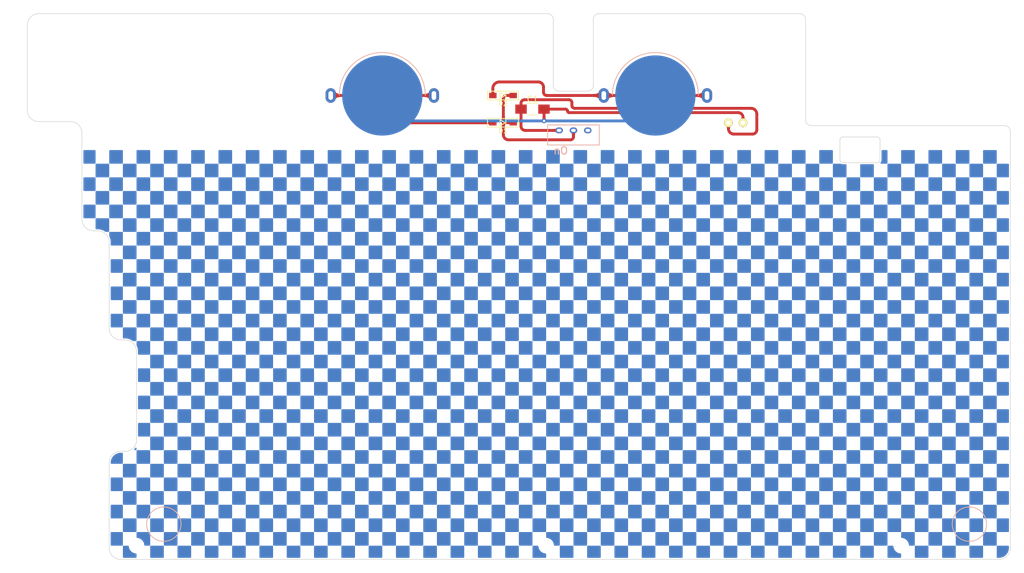
<source format=kicad_pcb>
(kicad_pcb (version 20211014) (generator pcbnew)
  (layers (0 "F.Cu" signal) (31 "B.Cu" signal) (34 "B.Paste" user) (35 "F.Paste" user) (36 "B.SilkS" user "B.Silkscreen") (37 "F.SilkS" user "F.Silkscreen") (38 "B.Mask" user) (39 "F.Mask" user) (44 "Edge.Cuts" user))
  (net 0 "")
  (net 1 "GND")
  (net 2 "Bat+")
  (net 3 "Net-(BT1-Pad1)")
  (net 4 "Net-(BT2-Pad1)")
  (net 5 "Net-(D1-Pad1)")
  (footprint "kbd_Hole:m2_Screw_Hole" (layer "F.Cu") (at 228.6 40.525)
    (fp_text reference "J14")
    (fp_text value "Conn_01x01")
  )
  (footprint "kbd_Hole:m2_Screw_Hole" (layer "F.Cu") (at 171.45 130.96875)
    (fp_text reference "J16")
    (fp_text value "Conn_01x01")
  )
  (footprint "kbd_Hole:m2_Screw_Hole" (layer "F.Cu") (at 285.75 40.525)
    (fp_text reference "J13")
    (fp_text value "Conn_01x01")
  )
  (footprint "kbd_Hole:m2_Screw_Hole" (layer "F.Cu") (at 171.45 40.525)
    (fp_text reference "J4")
    (fp_text value "Conn_01x01")
  )
  (footprint "kbd_Hole:m2_Screw_Hole" (layer "F.Cu") (at 242.8875 130.96875)
    (fp_text reference "J5")
    (fp_text value "Conn_01x01")
  )
  (footprint "kbd_Hole:m2_Screw_Hole" (layer "F.Cu") (at 304.8 130.96875)
    (fp_text reference "J15")
    (fp_text value "Conn_01x01")
  )
  (footprint "kbd_Parts:Capacitor_1206" (layer "F.Cu") (at 240.50625 54.76875)
    (fp_text reference "C1")
    (fp_text value "C")
  )
  (footprint "kbd_Hole:m2_Screw_Hole" (layer "F.Cu") (at 320.96875 59.53125)
    (fp_text reference "J13")
    (fp_text value "Conn_01x01")
  )
  (footprint "kbd_Hole:m2_Screw_Hole" (layer "F.Cu") (at 166.6875 59.53125)
    (fp_text reference "J13")
    (fp_text value "Conn_01x01")
  )
  (footprint "kbd_Parts:Battery_BMP_2pin" (layer "F.Cu") (at 276.225 57.15 90)
    (fp_text reference "J2" hide)
    (fp_text value "Conn_01x02" hide)
  )
  (footprint "kbd_Parts:Diode_SMD" (layer "B.Cu") (at 235.3625 52.3875 180)
    (fp_text reference "D2")
    (fp_text value "D" hide)
  )
  (footprint "kbd_Parts:Battery_ali_CR1632" (layer "B.Cu") (at 214.3125 52.3875)
    (fp_text reference "BT1" hide)
    (fp_text value "Battery_Cell")
  )
  (footprint "kbd_Parts:Battery_ali_CR1632" (layer "B.Cu") (at 261.9375 52.3875)
    (fp_text reference "BT2" hide)
    (fp_text value "Battery_Cell")
  )
  (footprint "kbd_Parts:Diode_SMD" (layer "B.Cu") (at 235.3625 57.15 180)
    (fp_text reference "D1")
    (fp_text value "D" hide)
  )
  (footprint "kbd_Parts:TGSW_MSK-12D19" (layer "B.Cu") (at 247.65 59.53125)
    (fp_text reference "SW1")
    (fp_text value "SW_SPDT" hide)
  )
  (gr_circle (center 316.70625 127.20625) (end 319.70625 127.20625) (layer "B.SilkS") (width 0.15) (fill none))
  (gr_circle (center 176.2125 127.20625) (end 179.2125 127.20625) (layer "B.SilkS") (width 0.15) (fill none))
  (gr_arc (start 164.6875 76) (mid 166.101714 76.585786) (end 166.6875 78) (layer "Edge.Cuts") (width 0.1))
  (gr_arc (start 168.6875 95.05) (mid 167.273286 94.464214) (end 166.6875 93.05) (layer "Edge.Cuts") (width 0.1))
  (gr_arc (start 169.45 95.05) (mid 170.864214 95.635786) (end 171.45 97.05) (layer "Edge.Cuts") (width 0.1))
  (gr_arc (start 163.925 76) (mid 162.510786 75.414214) (end 161.925 74) (layer "Edge.Cuts") (width 0.1))
  (gr_arc (start 323.85 131.35) (mid 323.264214 132.764214) (end 321.85 133.35) (layer "Edge.Cuts") (width 0.1))
  (gr_arc (start 152.4 40.1) (mid 152.985786 38.685786) (end 154.4 38.1) (layer "Edge.Cuts") (width 0.1))
  (gr_arc (start 154.4 56.95) (mid 152.985786 56.364214) (end 152.4 54.95) (layer "Edge.Cuts") (width 0.1))
  (gr_arc (start 159.925 56.95) (mid 161.339214 57.535786) (end 161.925 58.95) (layer "Edge.Cuts") (width 0.1))
  (gr_line (start 166.6875 116.5) (end 166.682964 131.35) (layer "Edge.Cuts") (width 0.1))
  (gr_arc (start 166.6875 116.5) (mid 167.273286 115.085786) (end 168.6875 114.5) (layer "Edge.Cuts") (width 0.1))
  (gr_line (start 154.4 56.95) (end 159.925 56.95) (layer "Edge.Cuts") (width 0.1))
  (gr_line (start 163.925 76) (end 164.6875 76) (layer "Edge.Cuts") (width 0.1))
  (gr_line (start 294.625 64.125) (end 300.625 64.125) (layer "Edge.Cuts") (width 0.1))
  (gr_arc (start 294.625 64.125) (mid 294.271447 63.978553) (end 294.125 63.625) (layer "Edge.Cuts") (width 0.1))
  (gr_line (start 161.925 58.95) (end 161.925 74) (layer "Edge.Cuts") (width 0.1))
  (gr_arc (start 168.682964 133.35) (mid 167.26875 132.764214) (end 166.682964 131.35) (layer "Edge.Cuts") (width 0.1))
  (gr_line (start 244.125 39.1) (end 244.125 50.625) (layer "Edge.Cuts") (width 0.1))
  (gr_line (start 171.45 97.05) (end 171.4625 112.5) (layer "Edge.Cuts") (width 0.1))
  (gr_line (start 323.85 131.35) (end 323.85 58.65) (layer "Edge.Cuts") (width 0.1))
  (gr_arc (start 243.125 38.1) (mid 243.832107 38.392893) (end 244.125 39.1) (layer "Edge.Cuts") (width 0.1))
  (gr_line (start 288.13125 39.1) (end 288.13125 56.65) (layer "Edge.Cuts") (width 0.1))
  (gr_arc (start 171.4625 112.5) (mid 170.876714 113.914214) (end 169.4625 114.5) (layer "Edge.Cuts") (width 0.1))
  (gr_line (start 301.125 63.625) (end 301.125 60.125) (layer "Edge.Cuts") (width 0.1))
  (gr_arc (start 301.125 63.625) (mid 300.978553 63.978553) (end 300.625 64.125) (layer "Edge.Cuts") (width 0.1))
  (gr_line (start 321.85 133.35) (end 168.682964 133.35) (layer "Edge.Cuts") (width 0.1))
  (gr_arc (start 300.625 59.625) (mid 300.978553 59.771447) (end 301.125 60.125) (layer "Edge.Cuts") (width 0.1))
  (gr_arc (start 251.125 39.1) (mid 251.417893 38.392893) (end 252.125 38.1) (layer "Edge.Cuts") (width 0.1))
  (gr_line (start 251.125 50.625) (end 251.125 39.1) (layer "Edge.Cuts") (width 0.1))
  (gr_arc (start 289.13125 57.65) (mid 288.424143 57.357107) (end 288.13125 56.65) (layer "Edge.Cuts") (width 0.1))
  (gr_line (start 243.125 38.1) (end 154.4 38.1) (layer "Edge.Cuts") (width 0.1))
  (gr_arc (start 294.125 60.125) (mid 294.271447 59.771447) (end 294.625 59.625) (layer "Edge.Cuts") (width 0.1))
  (gr_line (start 289.13125 57.65) (end 322.85 57.65) (layer "Edge.Cuts") (width 0.1))
  (gr_line (start 300.625 59.625) (end 294.625 59.625) (layer "Edge.Cuts") (width 0.1))
  (gr_line (start 166.6875 78) (end 166.6875 93.05) (layer "Edge.Cuts") (width 0.1))
  (gr_line (start 287.13125 38.1) (end 252.125 38.1) (layer "Edge.Cuts") (width 0.1))
  (gr_arc (start 251.125 50.625) (mid 250.832107 51.332107) (end 250.125 51.625) (layer "Edge.Cuts") (width 0.1))
  (gr_line (start 168.6875 95.05) (end 169.45 95.05) (layer "Edge.Cuts") (width 0.1))
  (gr_arc (start 322.85 57.65) (mid 323.557107 57.942893) (end 323.85 58.65) (layer "Edge.Cuts") (width 0.1))
  (gr_line (start 245.125 51.625) (end 250.125 51.625) (layer "Edge.Cuts") (width 0.1))
  (gr_arc (start 245.125 51.625) (mid 244.417893 51.332107) (end 244.125 50.625) (layer "Edge.Cuts") (width 0.1))
  (gr_line (start 152.4 40.1) (end 152.4 54.95) (layer "Edge.Cuts") (width 0.1))
  (gr_line (start 169.4625 114.5) (end 168.6875 114.5) (layer "Edge.Cuts") (width 0.1))
  (gr_arc (start 287.13125 38.1) (mid 287.838357 38.392893) (end 288.13125 39.1) (layer "Edge.Cuts") (width 0.1))
  (gr_line (start 294.125 60.125) (end 294.125 63.625) (layer "Edge.Cuts") (width 0.1))
  (gr_text "On" (at 245.425 62.025) (layer "B.SilkS") (effects (font (size 1.3 1.3) (thickness 0.2)) (justify mirror)))
  (segment (start 246.26875 54.76875) (end 242.50625 54.76875) (width 0.5) (layer "F.Cu") (net 1))
  (segment (start 242.525 56.825) (end 242.525 54.7875) (width 0.5) (layer "F.Cu") (net 1))
  (segment (start 276.375 55.375) (end 246.875 55.375) (width 0.5) (layer "F.Cu") (net 1))
  (segment (start 277.221 57.15) (end 277.221 56.221) (width 0.5) (layer "F.Cu") (net 1))
  (via (at 242.525 56.825) (size 0.8) (drill 0.4) (layers "F.Cu" "B.Cu") (net 1))
  (arc (start 277.221 56.221) (mid 276.973212 55.622788) (end 276.375 55.375) (width 0.5) (layer "F.Cu") (net 1))
  (arc (start 242.525 54.7875) (mid 242.519508 54.774242) (end 242.50625 54.76875) (width 0.5) (layer "F.Cu") (net 1))
  (arc (start 246.625 55.125) (mid 246.520657 54.873093) (end 246.26875 54.76875) (width 0.5) (layer "F.Cu") (net 1))
  (arc (start 246.875 55.375) (mid 246.698223 55.301777) (end 246.625 55.125) (width 0.5) (layer "F.Cu") (net 1))
  (segment (start 257.5 56.825) (end 218.75 56.825) (width 0.5) (layer "B.Cu") (net 1))
  (arc (start 218.75 56.825) (mid 215.612214 55.525286) (end 214.3125 52.3875) (width 0.5) (layer "B.Cu") (net 1))
  (arc (start 261.9375 52.3875) (mid 260.637786 55.525286) (end 257.5 56.825) (width 0.5) (layer "B.Cu") (net 1))
  (segment (start 274.681 57.15) (end 274.681 58.181) (width 0.5) (layer "F.Cu") (net 2))
  (segment (start 275.625 59.125) (end 278.875 59.125) (width 0.5) (layer "F.Cu") (net 2))
  (segment (start 246.875 53.125) (end 239.125 53.125) (width 0.5) (layer "F.Cu") (net 2))
  (segment (start 278.625 54.625) (end 247.875 54.625) (width 0.5) (layer "F.Cu") (net 2))
  (segment (start 238.50625 54.76875) (end 238.50625 53.74375) (width 0.5) (layer "F.Cu") (net 2))
  (segment (start 238.50625 54.76875) (end 238.50625 57.75625) (width 0.5) (layer "F.Cu") (net 2))
  (segment (start 279.625 56.625) (end 279.625 55.625) (width 0.5) (layer "F.Cu") (net 2))
  (segment (start 247.375 54.125) (end 247.375 53.625) (width 0.5) (layer "F.Cu") (net 2))
  (segment (start 279.625 58.375) (end 279.625 56.625) (width 0.5) (layer "F.Cu") (net 2))
  (segment (start 245.15 58.48125) (end 239.23125 58.48125) (width 0.5) (layer "F.Cu") (net 2))
  (arc (start 239.23125 58.48125) (mid 238.718598 58.268902) (end 238.50625 57.75625) (width 0.5) (layer "F.Cu") (net 2))
  (arc (start 247.875 54.625) (mid 247.521447 54.478553) (end 247.375 54.125) (width 0.5) (layer "F.Cu") (net 2))
  (arc (start 278.875 59.125) (mid 279.40533 58.90533) (end 279.625 58.375) (width 0.5) (layer "F.Cu") (net 2))
  (arc (start 279.625 55.625) (mid 279.332107 54.917893) (end 278.625 54.625) (width 0.5) (layer "F.Cu") (net 2))
  (arc (start 238.50625 53.74375) (mid 238.687478 53.306228) (end 239.125 53.125) (width 0.5) (layer "F.Cu") (net 2))
  (arc (start 247.375 53.625) (mid 247.228553 53.271447) (end 246.875 53.125) (width 0.5) (layer "F.Cu") (net 2))
  (arc (start 274.681 58.181) (mid 274.957491 58.848509) (end 275.625 59.125) (width 0.5) (layer "F.Cu") (net 2))
  (segment (start 213.3625 52.3875) (end 215.4625 52.3875) (width 0.5) (layer "F.Cu") (net 3))
  (segment (start 205.3125 52.3875) (end 213.3625 52.3875) (width 0.5) (layer "F.Cu") (net 3))
  (segment (start 215.4625 52.3875) (end 223.3125 52.3875) (width 0.5) (layer "F.Cu") (net 3))
  (segment (start 213.3625 52.3875) (end 213.4875 52.3875) (width 0.5) (layer "F.Cu") (net 3))
  (segment (start 214.325 55.625) (end 214.325 53.225) (width 0.5) (layer "F.Cu") (net 3))
  (segment (start 215.4625 52.3875) (end 215.1625 52.3875) (width 0.5) (layer "F.Cu") (net 3))
  (segment (start 233.5875 57.15) (end 215.85 57.15) (width 0.5) (layer "F.Cu") (net 3))
  (arc (start 215.85 57.15) (mid 214.771662 56.703338) (end 214.325 55.625) (width 0.5) (layer "F.Cu") (net 3))
  (arc (start 213.4875 52.3875) (mid 214.079702 52.632798) (end 214.325 53.225) (width 0.5) (layer "F.Cu") (net 3))
  (arc (start 205.375 52.325) (mid 205.330806 52.343306) (end 205.3125 52.3875) (width 0.5) (layer "F.Cu") (net 3))
  (arc (start 215.1625 52.3875) (mid 214.570298 52.632798) (end 214.325 53.225) (width 0.5) (layer "F.Cu") (net 3))
  (segment (start 252.9375 52.3875) (end 270.9375 52.3875) (width 0.5) (layer "F.Cu") (net 4))
  (segment (start 242.425 50.925) (end 242.425 51.825) (width 0.5) (layer "F.Cu") (net 4))
  (segment (start 252.9375 52.3875) (end 242.9875 52.3875) (width 0.5) (layer "F.Cu") (net 4))
  (segment (start 233.5875 52.3875) (end 233.5875 51.1625) (width 0.5) (layer "F.Cu") (net 4))
  (segment (start 234.725 50.025) (end 241.525 50.025) (width 0.5) (layer "F.Cu") (net 4))
  (arc (start 242.9875 52.3875) (mid 242.589752 52.222748) (end 242.425 51.825) (width 0.5) (layer "F.Cu") (net 4))
  (arc (start 241.525 50.025) (mid 242.161396 50.288604) (end 242.425 50.925) (width 0.5) (layer "F.Cu") (net 4))
  (arc (start 233.5875 51.1625) (mid 233.920666 50.358166) (end 234.725 50.025) (width 0.5) (layer "F.Cu") (net 4))
  (segment (start 247.125 60.125) (end 236.325 60.125) (width 0.5) (layer "F.Cu") (net 5))
  (segment (start 235.825 57.125) (end 237.1125 57.125) (width 0.5) (layer "F.Cu") (net 5))
  (segment (start 235.425 57.925) (end 235.425 57.525) (width 0.5) (layer "F.Cu") (net 5))
  (segment (start 247.65 58.48125) (end 247.65 59.6) (width 0.5) (layer "F.Cu") (net 5))
  (segment (start 235.425 56.125) (end 235.425 57.925) (width 0.5) (layer "F.Cu") (net 5))
  (segment (start 235.425 52.925) (end 235.425 56.125) (width 0.5) (layer "F.Cu") (net 5))
  (segment (start 235.425 56.125) (end 235.425 56.725) (width 0.5) (layer "F.Cu") (net 5))
  (segment (start 235.425 57.925) (end 235.425 59.225) (width 0.5) (layer "F.Cu") (net 5))
  (segment (start 237.1375 52.3875) (end 235.9625 52.3875) (width 0.5) (layer "F.Cu") (net 5))
  (arc (start 235.425 56.725) (mid 235.542157 57.007843) (end 235.825 57.125) (width 0.5) (layer "F.Cu") (net 5))
  (arc (start 235.9625 52.3875) (mid 235.58243 52.54493) (end 235.425 52.925) (width 0.5) (layer "F.Cu") (net 5))
  (arc (start 235.425 57.525) (mid 235.542157 57.242157) (end 235.825 57.125) (width 0.5) (layer "F.Cu") (net 5))
  (arc (start 237.1125 57.125) (mid 237.130178 57.132322) (end 237.1375 57.15) (width 0.5) (layer "F.Cu") (net 5))
  (arc (start 247.65 59.6) (mid 247.496231 59.971231) (end 247.125 60.125) (width 0.5) (layer "F.Cu") (net 5))
  (arc (start 235.425 59.225) (mid 235.688604 59.861396) (end 236.325 60.125) (width 0.5) (layer "F.Cu") (net 5))
  (zone (net 2) (net_name "Bat+") (layer "F.Cu") (priority 16962) (connect_pads yes (clearance 0)) (min_thickness 0.0254) (fill yes (thermal_gap 0.508) (thermal_bridge_width 0.508))
    (polygon (pts (xy 244.16 58.73125) (xy 244.270766 58.733095) (xy 244.365858 58.7387) (xy 244.448357 58.748168) (xy 244.521343 58.761602) (xy 244.587898 58.779104) (xy 244.651104 58.800778) (xy 244.714041 58.826726) (xy 244.779792 58.857052) (xy 244.851436 58.891859) (xy 244.932056 58.93125) (xy 245.4 58.48125) (xy 244.932056 58.03125) (xy 244.851436 58.07064) (xy 244.779792 58.105447) (xy 244.714041 58.135773) (xy 244.651104 58.161721) (xy 244.587898 58.183395) (xy 244.521343 58.200897) (xy 244.448357 58.214331) (xy 244.365858 58.223799) (xy 244.270766 58.229404) (xy 244.16 58.23125)))
  )
  (zone (net 3) (net_name "Net-(BT1-Pad1)") (layer "F.Cu") (priority 16962) (connect_pads yes (clearance 0)) (min_thickness 0.0254) (fill yes (thermal_gap 0.508) (thermal_bridge_width 0.508))
    (polygon (pts (xy 207.1025 52.1375) (xy 206.896181 52.129453) (xy 206.724082 52.106401) (xy 206.578916 52.069974) (xy 206.453396 52.021804) (xy 206.340236 51.963521) (xy 206.232149 51.896756) (xy 206.121848 51.823141) (xy 206.002047 51.744305) (xy 205.86546 51.661881) (xy 205.7048 51.5775) (xy 204.8625 52.3875) (xy 205.7048 53.1975) (xy 205.86546 53.113118) (xy 206.002047 53.030694) (xy 206.121848 52.951858) (xy 206.232149 52.878243) (xy 206.340236 52.811478) (xy 206.453396 52.753195) (xy 206.578916 52.705025) (xy 206.724082 52.668598) (xy 206.896181 52.645546) (xy 207.1025 52.6375)))
  )
  (zone (net 4) (net_name "Net-(BT2-Pad1)") (layer "F.Cu") (priority 16962) (connect_pads yes (clearance 0)) (min_thickness 0.0254) (fill yes (thermal_gap 0.508) (thermal_bridge_width 0.508))
    (polygon (pts (xy 254.7275 52.1375) (xy 254.521181 52.129453) (xy 254.349082 52.106401) (xy 254.203916 52.069974) (xy 254.078396 52.021804) (xy 253.965236 51.963521) (xy 253.857149 51.896756) (xy 253.746848 51.823141) (xy 253.627047 51.744305) (xy 253.49046 51.661881) (xy 253.3298 51.5775) (xy 252.4875 52.3875) (xy 253.3298 53.1975) (xy 253.49046 53.113118) (xy 253.627047 53.030694) (xy 253.746848 52.951858) (xy 253.857149 52.878243) (xy 253.965236 52.811478) (xy 254.078396 52.753195) (xy 254.203916 52.705025) (xy 254.349082 52.668598) (xy 254.521181 52.645546) (xy 254.7275 52.6375)))
  )
  (zone (net 4) (net_name "Net-(BT2-Pad1)") (layer "F.Cu") (priority 16962) (connect_pads yes (clearance 0)) (min_thickness 0.0254) (fill yes (thermal_gap 0.508) (thermal_bridge_width 0.508))
    (polygon (pts (xy 251.1475 52.6375) (xy 251.353818 52.645546) (xy 251.525917 52.668598) (xy 251.671083 52.705025) (xy 251.796603 52.753195) (xy 251.909763 52.811478) (xy 252.01785 52.878243) (xy 252.128151 52.951858) (xy 252.247952 53.030694) (xy 252.384539 53.113118) (xy 252.5452 53.1975) (xy 253.3875 52.3875) (xy 252.5452 51.5775) (xy 252.384539 51.661881) (xy 252.247952 51.744305) (xy 252.128151 51.823141) (xy 252.01785 51.896756) (xy 251.909763 51.963521) (xy 251.796603 52.021804) (xy 251.671083 52.069974) (xy 251.525917 52.106401) (xy 251.353818 52.129453) (xy 251.1475 52.1375)))
  )
  (zone (net 4) (net_name "Net-(BT2-Pad1)") (layer "F.Cu") (priority 16962) (connect_pads yes (clearance 0)) (min_thickness 0.0254) (fill yes (thermal_gap 0.508) (thermal_bridge_width 0.508))
    (polygon (pts (xy 269.1475 52.6375) (xy 269.353818 52.645546) (xy 269.525917 52.668598) (xy 269.671083 52.705025) (xy 269.796603 52.753195) (xy 269.909763 52.811478) (xy 270.01785 52.878243) (xy 270.128151 52.951858) (xy 270.247952 53.030694) (xy 270.384539 53.113118) (xy 270.5452 53.1975) (xy 271.3875 52.3875) (xy 270.5452 51.5775) (xy 270.384539 51.661881) (xy 270.247952 51.744305) (xy 270.128151 51.823141) (xy 270.01785 51.896756) (xy 269.909763 51.963521) (xy 269.796603 52.021804) (xy 269.671083 52.069974) (xy 269.525917 52.106401) (xy 269.353818 52.129453) (xy 269.1475 52.1375)))
  )
  (zone (net 5) (net_name "Net-(D1-Pad1)") (layer "F.Cu") (priority 16962) (connect_pads yes (clearance 0)) (min_thickness 0.0254) (fill yes (thermal_gap 0.508) (thermal_bridge_width 0.508))
    (polygon (pts (xy 247.9 59.47125) (xy 247.901845 59.360483) (xy 247.90745 59.265391) (xy 247.916918 59.182892) (xy 247.930352 59.109906) (xy 247.947854 59.043351) (xy 247.969528 58.980145) (xy 247.995476 58.917208) (xy 248.025802 58.851457) (xy 248.060609 58.779813) (xy 248.1 58.699194) (xy 247.65 58.23125) (xy 247.2 58.699194) (xy 247.23939 58.779813) (xy 247.274197 58.851457) (xy 247.304523 58.917208) (xy 247.330471 58.980145) (xy 247.352145 59.043351) (xy 247.369647 59.109906) (xy 247.383081 59.182892) (xy 247.392549 59.265391) (xy 247.398154 59.360483) (xy 247.4 59.47125)))
  )
  (zone (net 3) (net_name "Net-(BT1-Pad1)") (layer "F.Cu") (priority 16962) (connect_pads yes (clearance 0)) (min_thickness 0.0254) (fill yes (thermal_gap 0.508) (thermal_bridge_width 0.508))
    (polygon (pts (xy 221.5225 52.6375) (xy 221.728818 52.645546) (xy 221.900917 52.668598) (xy 222.046083 52.705025) (xy 222.171603 52.753195) (xy 222.284763 52.811478) (xy 222.39285 52.878243) (xy 222.503151 52.951858) (xy 222.622952 53.030694) (xy 222.759539 53.113118) (xy 222.9202 53.1975) (xy 223.7625 52.3875) (xy 222.9202 51.5775) (xy 222.759539 51.661881) (xy 222.622952 51.744305) (xy 222.503151 51.823141) (xy 222.39285 51.896756) (xy 222.284763 51.963521) (xy 222.171603 52.021804) (xy 222.046083 52.069974) (xy 221.900917 52.106401) (xy 221.728818 52.129453) (xy 221.5225 52.1375)))
  )
  (zone (net 2) (net_name "Bat+") (layer "F.Cu") (priority 16962) (connect_pads yes (clearance 0)) (min_thickness 0.0254) (fill yes (thermal_gap 0.508) (thermal_bridge_width 0.508))
    (polygon (pts (xy 274.931 58.171) (xy 274.933835 58.112712) (xy 274.941746 58.058297) (xy 274.953836 58.008059) (xy 274.96921 57.962304) (xy 274.986973 57.921338) (xy 275.006228 57.885465) (xy 275.026081 57.854991) (xy 275.045636 57.830222) (xy 275.063997 57.811463) (xy 275.08027 57.79902) (xy 274.681 56.769) (xy 274.28173 57.79902) (xy 274.298002 57.811463) (xy 274.316363 57.830222) (xy 274.335918 57.854991) (xy 274.355771 57.885465) (xy 274.375026 57.921338) (xy 274.392789 57.962304) (xy 274.408163 58.008059) (xy 274.420253 58.058297) (xy 274.428164 58.112712) (xy 274.431 58.171)))
  )
  (zone (net 1) (net_name "GND") (layer "F.Cu") (priority 16962) (connect_pads yes (clearance 0)) (min_thickness 0.0254) (fill yes (thermal_gap 0.508) (thermal_bridge_width 0.508))
    (polygon (pts (xy 242.275 56.035) (xy 242.274618 56.122651) (xy 242.273155 56.19929) (xy 242.270131 56.266873) (xy 242.265066 56.327354) (xy 242.257482 56.382691) (xy 242.2469 56.434838) (xy 242.232839 56.485751) (xy 242.214822 56.537386) (xy 242.192368 56.591699) (xy 242.165 56.650645) (xy 242.525 57.025) (xy 242.885 56.650645) (xy 242.857631 56.591699) (xy 242.835177 56.537386) (xy 242.81716 56.485751) (xy 242.803099 56.434838) (xy 242.792517 56.382691) (xy 242.784933 56.327354) (xy 242.779868 56.266873) (xy 242.776844 56.19929) (xy 242.775381 56.122651) (xy 242.775 56.035)))
  )
  (zone (net 1) (net_name "GND") (layer "F.Cu") (priority 16962) (connect_pads yes (clearance 0)) (min_thickness 0.0254) (fill yes (thermal_gap 0.508) (thermal_bridge_width 0.508))
    (polygon (pts (xy 276.971 56.231) (xy 276.968999 56.268279) (xy 276.963481 56.303565) (xy 276.955175 56.336477) (xy 276.944808 56.366635) (xy 276.933107 56.393661) (xy 276.9208 56.417175) (xy 276.908615 56.436798) (xy 276.897279 56.452151) (xy 276.88752 56.462853) (xy 276.880066 56.468526) (xy 277.221 57.531) (xy 277.561934 56.468526) (xy 277.554479 56.462853) (xy 277.54472 56.452151) (xy 277.533384 56.436798) (xy 277.521199 56.417175) (xy 277.508892 56.393661) (xy 277.497191 56.366635) (xy 277.486824 56.336477) (xy 277.478518 56.303565) (xy 277.473 56.268279) (xy 277.471 56.231)))
  )
  (zone (net 0) (net_name "") (layer "B.Cu") (connect_pads (clearance 0)) (min_thickness 0.254)
    (keepout (tracks allowed) (vias allowed) (pads allowed) (copperpour not_allowed) (footprints allowed))
    (fill (thermal_gap 0.508) (thermal_bridge_width 0.508))
    (polygon (pts (xy 273.84375 97.63125) (xy 276.225 97.63125) (xy 276.225 95.25) (xy 273.84375 95.25)))
  )
  (zone (net 0) (net_name "") (layer "B.Cu") (connect_pads (clearance 0)) (min_thickness 0.254)
    (keepout (tracks allowed) (vias allowed) (pads allowed) (copperpour not_allowed) (footprints allowed))
    (fill (thermal_gap 0.508) (thermal_bridge_width 0.508))
    (polygon (pts (xy 271.4625 109.5375) (xy 273.84375 109.5375) (xy 273.84375 107.15625) (xy 271.4625 107.15625)))
  )
  (zone (net 0) (net_name "") (layer "B.Cu") (connect_pads (clearance 0)) (min_thickness 0.254)
    (keepout (tracks allowed) (vias allowed) (pads allowed) (copperpour not_allowed) (footprints allowed))
    (fill (thermal_gap 0.508) (thermal_bridge_width 0.508))
    (polygon (pts (xy 150.01875 88.10625) (xy 152.4 88.10625) (xy 152.4 85.725) (xy 150.01875 85.725)))
  )
  (zone (net 0) (net_name "") (layer "B.Cu") (connect_pads (clearance 0)) (min_thickness 0.254)
    (keepout (tracks allowed) (vias allowed) (pads allowed) (copperpour not_allowed) (footprints allowed))
    (fill (thermal_gap 0.508) (thermal_bridge_width 0.508))
    (polygon (pts (xy 219.075 133.35) (xy 221.45625 133.35) (xy 221.45625 130.96875) (xy 219.075 130.96875)))
  )
  (zone (net 0) (net_name "") (layer "B.Cu") (connect_pads (clearance 0)) (min_thickness 0.254)
    (keepout (tracks allowed) (vias allowed) (pads allowed) (copperpour not_allowed) (footprints allowed))
    (fill (thermal_gap 0.508) (thermal_bridge_width 0.508))
    (polygon (pts (xy 271.4625 104.775) (xy 273.84375 104.775) (xy 273.84375 102.39375) (xy 271.4625 102.39375)))
  )
  (zone (net 0) (net_name "") (layer "B.Cu") (connect_pads (clearance 0)) (min_thickness 0.254)
    (keepout (tracks allowed) (vias allowed) (pads allowed) (copperpour not_allowed) (footprints allowed))
    (fill (thermal_gap 0.508) (thermal_bridge_width 0.508))
    (polygon (pts (xy 211.93125 69.05625) (xy 214.3125 69.05625) (xy 214.3125 66.675) (xy 211.93125 66.675)))
  )
  (zone (net 0) (net_name "") (layer "B.Cu") (connect_pads (clearance 0)) (min_thickness 0.254)
    (keepout (tracks allowed) (vias allowed) (pads allowed) (copperpour not_allowed) (footprints allowed))
    (fill (thermal_gap 0.508) (thermal_bridge_width 0.508))
    (polygon (pts (xy 164.30625 50.00625) (xy 166.6875 50.00625) (xy 166.6875 47.625) (xy 164.30625 47.625)))
  )
  (zone (net 0) (net_name "") (layer "B.Cu") (connect_pads (clearance 0)) (min_thickness 0.254)
    (keepout (tracks allowed) (vias allowed) (pads allowed) (copperpour not_allowed) (footprints allowed))
    (fill (thermal_gap 0.508) (thermal_bridge_width 0.508))
    (polygon (pts (xy 159.54375 45.24375) (xy 161.925 45.24375) (xy 161.925 42.8625) (xy 159.54375 42.8625)))
  )
  (zone (net 0) (net_name "") (layer "B.Cu") (connect_pads (clearance 0)) (min_thickness 0.254)
    (keepout (tracks allowed) (vias allowed) (pads allowed) (copperpour not_allowed) (footprints allowed))
    (fill (thermal_gap 0.508) (thermal_bridge_width 0.508))
    (polygon (pts (xy 147.6375 80.9625) (xy 150.01875 80.9625) (xy 150.01875 78.58125) (xy 147.6375 78.58125)))
  )
  (zone (net 0) (net_name "") (layer "B.Cu") (connect_pads (clearance 0)) (min_thickness 0.254)
    (keepout (tracks allowed) (vias allowed) (pads allowed) (copperpour not_allowed) (footprints allowed))
    (fill (thermal_gap 0.508) (thermal_bridge_width 0.508))
    (polygon (pts (xy 178.59375 45.24375) (xy 180.975 45.24375) (xy 180.975 42.8625) (xy 178.59375 42.8625)))
  )
  (zone (net 0) (net_name "") (layer "B.Cu") (connect_pads (clearance 0)) (min_thickness 0.254)
    (keepout (tracks allowed) (vias allowed) (pads allowed) (copperpour not_allowed) (footprints allowed))
    (fill (thermal_gap 0.508) (thermal_bridge_width 0.508))
    (polygon (pts (xy 202.40625 59.53125) (xy 204.7875 59.53125) (xy 204.7875 57.15) (xy 202.40625 57.15)))
  )
  (zone (net 0) (net_name "") (layer "B.Cu") (connect_pads (clearance 0)) (min_thickness 0.254)
    (keepout (tracks allowed) (vias allowed) (pads allowed) (copperpour not_allowed) (footprints allowed))
    (fill (thermal_gap 0.508) (thermal_bridge_width 0.508))
    (polygon (pts (xy 290.5125 38.1) (xy 292.89375 38.1) (xy 292.89375 35.71875) (xy 290.5125 35.71875)))
  )
  (zone (net 0) (net_name "") (layer "B.Cu") (connect_pads (clearance 0)) (min_thickness 0.254)
    (keepout (tracks allowed) (vias allowed) (pads allowed) (copperpour not_allowed) (footprints allowed))
    (fill (thermal_gap 0.508) (thermal_bridge_width 0.508))
    (polygon (pts (xy 288.13125 45.24375) (xy 290.5125 45.24375) (xy 290.5125 42.8625) (xy 288.13125 42.8625)))
  )
  (zone (net 0) (net_name "") (layer "B.Cu") (connect_pads (clearance 0)) (min_thickness 0.254)
    (keepout (tracks allowed) (vias allowed) (pads allowed) (copperpour not_allowed) (footprints allowed))
    (fill (thermal_gap 0.508) (thermal_bridge_width 0.508))
    (polygon (pts (xy 311.94375 88.10625) (xy 314.325 88.10625) (xy 314.325 85.725) (xy 311.94375 85.725)))
  )
  (zone (net 0) (net_name "") (layer "B.Cu") (connect_pads (clearance 0)) (min_thickness 0.254)
    (keepout (tracks allowed) (vias allowed) (pads allowed) (copperpour not_allowed) (footprints allowed))
    (fill (thermal_gap 0.508) (thermal_bridge_width 0.508))
    (polygon (pts (xy 230.98125 64.29375) (xy 233.3625 64.29375) (xy 233.3625 61.9125) (xy 230.98125 61.9125)))
  )
  (zone (net 0) (net_name "") (layer "B.Cu") (connect_pads (clearance 0)) (min_thickness 0.254)
    (keepout (tracks allowed) (vias allowed) (pads allowed) (copperpour not_allowed) (footprints allowed))
    (fill (thermal_gap 0.508) (thermal_bridge_width 0.508))
    (polygon (pts (xy 252.4125 61.9125) (xy 254.79375 61.9125) (xy 254.79375 59.53125) (xy 252.4125 59.53125)))
  )
  (zone (net 0) (net_name "") (layer "B.Cu") (connect_pads (clearance 0)) (min_thickness 0.254)
    (keepout (tracks allowed) (vias allowed) (pads allowed) (copperpour not_allowed) (footprints allowed))
    (fill (thermal_gap 0.508) (thermal_bridge_width 0.508))
    (polygon (pts (xy 211.93125 54.76875) (xy 214.3125 54.76875) (xy 214.3125 52.3875) (xy 211.93125 52.3875)))
  )
  (zone (net 0) (net_name "") (layer "B.Cu") (connect_pads (clearance 0)) (min_thickness 0.254)
    (keepout (tracks allowed) (vias allowed) (pads allowed) (copperpour not_allowed) (footprints allowed))
    (fill (thermal_gap 0.508) (thermal_bridge_width 0.508))
    (polygon (pts (xy 207.16875 135.73125) (xy 209.55 135.73125) (xy 209.55 133.35) (xy 207.16875 133.35)))
  )
  (zone (net 0) (net_name "") (layer "B.Cu") (connect_pads (clearance 0)) (min_thickness 0.254)
    (keepout (tracks allowed) (vias allowed) (pads allowed) (copperpour not_allowed) (footprints allowed))
    (fill (thermal_gap 0.508) (thermal_bridge_width 0.508))
    (polygon (pts (xy 188.11875 107.15625) (xy 190.5 107.15625) (xy 190.5 104.775) (xy 188.11875 104.775)))
  )
  (zone (net 0) (net_name "") (layer "B.Cu") (connect_pads (clearance 0)) (min_thickness 0.254)
    (keepout (tracks allowed) (vias allowed) (pads allowed) (copperpour not_allowed) (footprints allowed))
    (fill (thermal_gap 0.508) (thermal_bridge_width 0.508))
    (polygon (pts (xy 190.5 47.625) (xy 192.88125 47.625) (xy 192.88125 45.24375) (xy 190.5 45.24375)))
  )
  (zone (net 0) (net_name "") (layer "B.Cu") (connect_pads (clearance 0)) (min_thickness 0.254)
    (keepout (tracks allowed) (vias allowed) (pads allowed) (copperpour not_allowed) (footprints allowed))
    (fill (thermal_gap 0.508) (thermal_bridge_width 0.508))
    (polygon (pts (xy 235.74375 83.34375) (xy 238.125 83.34375) (xy 238.125 80.9625) (xy 235.74375 80.9625)))
  )
  (zone (net 0) (net_name "") (layer "B.Cu") (connect_pads (clearance 0)) (min_thickness 0.254)
    (keepout (tracks allowed) (vias allowed) (pads allowed) (copperpour not_allowed) (footprints allowed))
    (fill (thermal_gap 0.508) (thermal_bridge_width 0.508))
    (polygon (pts (xy 209.55 133.35) (xy 211.93125 133.35) (xy 211.93125 130.96875) (xy 209.55 130.96875)))
  )
  (zone (net 0) (net_name "") (layer "B.Cu") (connect_pads (clearance 0)) (min_thickness 0.254)
    (keepout (tracks allowed) (vias allowed) (pads allowed) (copperpour not_allowed) (footprints allowed))
    (fill (thermal_gap 0.508) (thermal_bridge_width 0.508))
    (polygon (pts (xy 259.55625 121.44375) (xy 261.9375 121.44375) (xy 261.9375 119.0625) (xy 259.55625 119.0625)))
  )
  (zone (net 0) (net_name "") (layer "B.Cu") (connect_pads (clearance 0)) (min_thickness 0.254)
    (keepout (tracks allowed) (vias allowed) (pads allowed) (copperpour not_allowed) (footprints allowed))
    (fill (thermal_gap 0.508) (thermal_bridge_width 0.508))
    (polygon (pts (xy 195.2625 80.9625) (xy 197.64375 80.9625) (xy 197.64375 78.58125) (xy 195.2625 78.58125)))
  )
  (zone (net 0) (net_name "") (layer "B.Cu") (connect_pads (clearance 0)) (min_thickness 0.254)
    (keepout (tracks allowed) (vias allowed) (pads allowed) (copperpour not_allowed) (footprints allowed))
    (fill (thermal_gap 0.508) (thermal_bridge_width 0.508))
    (polygon (pts (xy 207.16875 102.39375) (xy 209.55 102.39375) (xy 209.55 100.0125) (xy 207.16875 100.0125)))
  )
  (zone (net 0) (net_name "") (layer "B.Cu") (connect_pads (clearance 0)) (min_thickness 0.254)
    (keepout (tracks allowed) (vias allowed) (pads allowed) (copperpour not_allowed) (footprints allowed))
    (fill (thermal_gap 0.508) (thermal_bridge_width 0.508))
    (polygon (pts (xy 316.70625 135.73125) (xy 319.0875 135.73125) (xy 319.0875 133.35) (xy 316.70625 133.35)))
  )
  (zone (net 0) (net_name "") (layer "B.Cu") (connect_pads (clearance 0)) (min_thickness 0.254)
    (keepout (tracks allowed) (vias allowed) (pads allowed) (copperpour not_allowed) (footprints allowed))
    (fill (thermal_gap 0.508) (thermal_bridge_width 0.508))
    (polygon (pts (xy 211.93125 83.34375) (xy 214.3125 83.34375) (xy 214.3125 80.9625) (xy 211.93125 80.9625)))
  )
  (zone (net 0) (net_name "") (layer "B.Cu") (connect_pads (clearance 0)) (min_thickness 0.254)
    (keepout (tracks allowed) (vias allowed) (pads allowed) (copperpour not_allowed) (footprints allowed))
    (fill (thermal_gap 0.508) (thermal_bridge_width 0.508))
    (polygon (pts (xy 264.31875 121.44375) (xy 266.7 121.44375) (xy 266.7 119.0625) (xy 264.31875 119.0625)))
  )
  (zone (net 0) (net_name "") (layer "B.Cu") (connect_pads (clearance 0)) (min_thickness 0.254)
    (keepout (tracks allowed) (vias allowed) (pads allowed) (copperpour not_allowed) (footprints allowed))
    (fill (thermal_gap 0.508) (thermal_bridge_width 0.508))
    (polygon (pts (xy 261.9375 100.0125) (xy 264.31875 100.0125) (xy 264.31875 97.63125) (xy 261.9375 97.63125)))
  )
  (zone (net 0) (net_name "") (layer "B.Cu") (connect_pads (clearance 0)) (min_thickness 0.254)
    (keepout (tracks allowed) (vias allowed) (pads allowed) (copperpour not_allowed) (footprints allowed))
    (fill (thermal_gap 0.508) (thermal_bridge_width 0.508))
    (polygon (pts (xy 204.7875 95.25) (xy 207.16875 95.25) (xy 207.16875 92.86875) (xy 204.7875 92.86875)))
  )
  (zone (net 0) (net_name "") (layer "B.Cu") (connect_pads (clearance 0)) (min_thickness 0.254)
    (keepout (tracks allowed) (vias allowed) (pads allowed) (copperpour not_allowed) (footprints allowed))
    (fill (thermal_gap 0.508) (thermal_bridge_width 0.508))
    (polygon (pts (xy 235.74375 126.20625) (xy 238.125 126.20625) (xy 238.125 123.825) (xy 235.74375 123.825)))
  )
  (zone (net 0) (net_name "") (layer "B.Cu") (connect_pads (clearance 0)) (min_thickness 0.254)
    (keepout (tracks allowed) (vias allowed) (pads allowed) (copperpour not_allowed) (footprints allowed))
    (fill (thermal_gap 0.508) (thermal_bridge_width 0.508))
    (polygon (pts (xy 319.0875 104.775) (xy 321.46875 104.775) (xy 321.46875 102.39375) (xy 319.0875 102.39375)))
  )
  (zone (net 0) (net_name "") (layer "B.Cu") (connect_pads (clearance 0)) (min_thickness 0.254)
    (keepout (tracks allowed) (vias allowed) (pads allowed) (copperpour not_allowed) (footprints allowed))
    (fill (thermal_gap 0.508) (thermal_bridge_width 0.508))
    (polygon (pts (xy 178.59375 135.73125) (xy 180.975 135.73125) (xy 180.975 133.35) (xy 178.59375 133.35)))
  )
  (zone (net 0) (net_name "") (layer "B.Cu") (connect_pads (clearance 0)) (min_thickness 0.254)
    (keepout (tracks allowed) (vias allowed) (pads allowed) (copperpour not_allowed) (footprints allowed))
    (fill (thermal_gap 0.508) (thermal_bridge_width 0.508))
    (polygon (pts (xy 216.69375 40.48125) (xy 219.075 40.48125) (xy 219.075 38.1) (xy 216.69375 38.1)))
  )
  (zone (net 0) (net_name "") (layer "B.Cu") (connect_pads (clearance 0)) (min_thickness 0.254)
    (keepout (tracks allowed) (vias allowed) (pads allowed) (copperpour not_allowed) (footprints allowed))
    (fill (thermal_gap 0.508) (thermal_bridge_width 0.508))
    (polygon (pts (xy 195.2625 133.35) (xy 197.64375 133.35) (xy 197.64375 130.96875) (xy 195.2625 130.96875)))
  )
  (zone (net 0) (net_name "") (layer "B.Cu") (connect_pads (clearance 0)) (min_thickness 0.254)
    (keepout (tracks allowed) (vias allowed) (pads allowed) (copperpour not_allowed) (footprints allowed))
    (fill (thermal_gap 0.508) (thermal_bridge_width 0.508))
    (polygon (pts (xy 150.01875 130.96875) (xy 152.4 130.96875) (xy 152.4 128.5875) (xy 150.01875 128.5875)))
  )
  (zone (net 0) (net_name "") (layer "B.Cu") (connect_pads (clearance 0)) (min_thickness 0.254)
    (keepout (tracks allowed) (vias allowed) (pads allowed) (copperpour not_allowed) (footprints allowed))
    (fill (thermal_gap 0.508) (thermal_bridge_width 0.508))
    (polygon (pts (xy 245.26875 111.91875) (xy 247.65 111.91875) (xy 247.65 109.5375) (xy 245.26875 109.5375)))
  )
  (zone (net 0) (net_name "") (layer "B.Cu") (connect_pads (clearance 0)) (min_thickness 0.254)
    (keepout (tracks allowed) (vias allowed) (pads allowed) (copperpour not_allowed) (footprints allowed))
    (fill (thermal_gap 0.508) (thermal_bridge_width 0.508))
    (polygon (pts (xy 200.025 109.5375) (xy 202.40625 109.5375) (xy 202.40625 107.15625) (xy 200.025 107.15625)))
  )
  (zone (net 0) (net_name "") (layer "B.Cu") (connect_pads (clearance 0)) (min_thickness 0.254)
    (keepout (tracks allowed) (vias allowed) (pads allowed) (copperpour not_allowed) (footprints allowed))
    (fill (thermal_gap 0.508) (thermal_bridge_width 0.508))
    (polygon (pts (xy 273.84375 50.00625) (xy 276.225 50.00625) (xy 276.225 47.625) (xy 273.84375 47.625)))
  )
  (zone (net 0) (net_name "") (layer "B.Cu") (connect_pads (clearance 0)) (min_thickness 0.254)
    (keepout (tracks allowed) (vias allowed) (pads allowed) (copperpour not_allowed) (footprints allowed))
    (fill (thermal_gap 0.508) (thermal_bridge_width 0.508))
    (polygon (pts (xy 202.40625 121.44375) (xy 204.7875 121.44375) (xy 204.7875 119.0625) (xy 202.40625 119.0625)))
  )
  (zone (net 0) (net_name "") (layer "B.Cu") (connect_pads (clearance 0)) (min_thickness 0.254)
    (keepout (tracks allowed) (vias allowed) (pads allowed) (copperpour not_allowed) (footprints allowed))
    (fill (thermal_gap 0.508) (thermal_bridge_width 0.508))
    (polygon (pts (xy 171.45 114.3) (xy 173.83125 114.3) (xy 173.83125 111.91875) (xy 171.45 111.91875)))
  )
  (zone (net 0) (net_name "") (layer "B.Cu") (connect_pads (clearance 0)) (min_thickness 0.254)
    (keepout (tracks allowed) (vias allowed) (pads allowed) (copperpour not_allowed) (footprints allowed))
    (fill (thermal_gap 0.508) (thermal_bridge_width 0.508))
    (polygon (pts (xy 183.35625 73.81875) (xy 185.7375 73.81875) (xy 185.7375 71.4375) (xy 183.35625 71.4375)))
  )
  (zone (net 0) (net_name "") (layer "B.Cu") (connect_pads (clearance 0)) (min_thickness 0.254)
    (keepout (tracks allowed) (vias allowed) (pads allowed) (copperpour not_allowed) (footprints allowed))
    (fill (thermal_gap 0.508) (thermal_bridge_width 0.508))
    (polygon (pts (xy 269.08125 135.73125) (xy 271.4625 135.73125) (xy 271.4625 133.35) (xy 269.08125 133.35)))
  )
  (zone (net 0) (net_name "") (layer "B.Cu") (connect_pads (clearance 0)) (min_thickness 0.254)
    (keepout (tracks allowed) (vias allowed) (pads allowed) (copperpour not_allowed) (footprints allowed))
    (fill (thermal_gap 0.508) (thermal_bridge_width 0.508))
    (polygon (pts (xy 197.64375 69.05625) (xy 200.025 69.05625) (xy 200.025 66.675) (xy 197.64375 66.675)))
  )
  (zone (net 0) (net_name "") (layer "B.Cu") (connect_pads (clearance 0)) (min_thickness 0.254)
    (keepout (tracks allowed) (vias allowed) (pads allowed) (copperpour not_allowed) (footprints allowed))
    (fill (thermal_gap 0.508) (thermal_bridge_width 0.508))
    (polygon (pts (xy 252.4125 104.775) (xy 254.79375 104.775) (xy 254.79375 102.39375) (xy 252.4125 102.39375)))
  )
  (zone (net 0) (net_name "") (layer "B.Cu") (connect_pads (clearance 0)) (min_thickness 0.254)
    (keepout (tracks allowed) (vias allowed) (pads allowed) (copperpour not_allowed) (footprints allowed))
    (fill (thermal_gap 0.508) (thermal_bridge_width 0.508))
    (polygon (pts (xy 321.46875 121.44375) (xy 323.85 121.44375) (xy 323.85 119.0625) (xy 321.46875 119.0625)))
  )
  (zone (net 0) (net_name "") (layer "B.Cu") (connect_pads (clearance 0)) (min_thickness 0.254)
    (keepout (tracks allowed) (vias allowed) (pads allowed) (copperpour not_allowed) (footprints allowed))
    (fill (thermal_gap 0.508) (thermal_bridge_width 0.508))
    (polygon (pts (xy 266.7 66.675) (xy 269.08125 66.675) (xy 269.08125 64.29375) (xy 266.7 64.29375)))
  )
  (zone (net 0) (net_name "") (layer "B.Cu") (connect_pads (clearance 0)) (min_thickness 0.254)
    (keepout (tracks allowed) (vias allowed) (pads allowed) (copperpour not_allowed) (footprints allowed))
    (fill (thermal_gap 0.508) (thermal_bridge_width 0.508))
    (polygon (pts (xy 221.45625 78.58125) (xy 223.8375 78.58125) (xy 223.8375 76.2) (xy 221.45625 76.2)))
  )
  (zone (net 0) (net_name "") (layer "B.Cu") (connect_pads (clearance 0)) (min_thickness 0.254)
    (keepout (tracks allowed) (vias allowed) (pads allowed) (copperpour not_allowed) (footprints allowed))
    (fill (thermal_gap 0.508) (thermal_bridge_width 0.508))
    (polygon (pts (xy 311.94375 40.48125) (xy 314.325 40.48125) (xy 314.325 38.1) (xy 311.94375 38.1)))
  )
  (zone (net 0) (net_name "") (layer "B.Cu") (connect_pads (clearance 0)) (min_thickness 0.254)
    (keepout (tracks allowed) (vias allowed) (pads allowed) (copperpour not_allowed) (footprints allowed))
    (fill (thermal_gap 0.508) (thermal_bridge_width 0.508))
    (polygon (pts (xy 264.31875 64.29375) (xy 266.7 64.29375) (xy 266.7 61.9125) (xy 264.31875 61.9125)))
  )
  (zone (net 0) (net_name "") (layer "B.Cu") (connect_pads (clearance 0)) (min_thickness 0.254)
    (keepout (tracks allowed) (vias allowed) (pads allowed) (copperpour not_allowed) (footprints allowed))
    (fill (thermal_gap 0.508) (thermal_bridge_width 0.508))
    (polygon (pts (xy 147.6375 66.675) (xy 150.01875 66.675) (xy 150.01875 64.29375) (xy 147.6375 64.29375)))
  )
  (zone (net 0) (net_name "") (layer "B.Cu") (connect_pads (clearance 0)) (min_thickness 0.254)
    (keepout (tracks allowed) (vias allowed) (pads allowed) (copperpour not_allowed) (footprints allowed))
    (fill (thermal_gap 0.508) (thermal_bridge_width 0.508))
    (polygon (pts (xy 185.7375 119.0625) (xy 188.11875 119.0625) (xy 188.11875 116.68125) (xy 185.7375 116.68125)))
  )
  (zone (net 0) (net_name "") (layer "B.Cu") (connect_pads (clearance 0)) (min_thickness 0.254)
    (keepout (tracks allowed) (vias allowed) (pads allowed) (copperpour not_allowed) (footprints allowed))
    (fill (thermal_gap 0.508) (thermal_bridge_width 0.508))
    (polygon (pts (xy 254.79375 40.48125) (xy 257.175 40.48125) (xy 257.175 38.1) (xy 254.79375 38.1)))
  )
  (zone (net 0) (net_name "") (layer "B.Cu") (connect_pads (clearance 0)) (min_thickness 0.254)
    (keepout (tracks allowed) (vias allowed) (pads allowed) (copperpour not_allowed) (footprints allowed))
    (fill (thermal_gap 0.508) (thermal_bridge_width 0.508))
    (polygon (pts (xy 214.3125 100.0125) (xy 216.69375 100.0125) (xy 216.69375 97.63125) (xy 214.3125 97.63125)))
  )
  (zone (net 0) (net_name "") (layer "B.Cu") (connect_pads (clearance 0)) (min_thickness 0.254)
    (keepout (tracks allowed) (vias allowed) (pads allowed) (copperpour not_allowed) (footprints allowed))
    (fill (thermal_gap 0.508) (thermal_bridge_width 0.508))
    (polygon (pts (xy 314.325 76.2) (xy 316.70625 76.2) (xy 316.70625 73.81875) (xy 314.325 73.81875)))
  )
  (zone (net 0) (net_name "") (layer "B.Cu") (connect_pads (clearance 0)) (min_thickness 0.254)
    (keepout (tracks allowed) (vias allowed) (pads allowed) (copperpour not_allowed) (footprints allowed))
    (fill (thermal_gap 0.508) (thermal_bridge_width 0.508))
    (polygon (pts (xy 204.7875 85.725) (xy 207.16875 85.725) (xy 207.16875 83.34375) (xy 204.7875 83.34375)))
  )
  (zone (net 0) (net_name "") (layer "B.Cu") (connect_pads (clearance 0)) (min_thickness 0.254)
    (keepout (tracks allowed) (vias allowed) (pads allowed) (copperpour not_allowed) (footprints allowed))
    (fill (thermal_gap 0.508) (thermal_bridge_width 0.508))
    (polygon (pts (xy 304.8 57.15) (xy 307.18125 57.15) (xy 307.18125 54.76875) (xy 304.8 54.76875)))
  )
  (zone (net 0) (net_name "") (layer "B.Cu") (connect_pads (clearance 0)) (min_thickness 0.254)
    (keepout (tracks allowed) (vias allowed) (pads allowed) (copperpour not_allowed) (footprints allowed))
    (fill (thermal_gap 0.508) (thermal_bridge_width 0.508))
    (polygon (pts (xy 176.2125 80.9625) (xy 178.59375 80.9625) (xy 178.59375 78.58125) (xy 176.2125 78.58125)))
  )
  (zone (net 0) (net_name "") (layer "B.Cu") (connect_pads (clearance 0)) (min_thickness 0.254)
    (keepout (tracks allowed) (vias allowed) (pads allowed) (copperpour not_allowed) (footprints allowed))
    (fill (thermal_gap 0.508) (thermal_bridge_width 0.508))
    (polygon (pts (xy 304.8 85.725) (xy 307.18125 85.725) (xy 307.18125 83.34375) (xy 304.8 83.34375)))
  )
  (zone (net 0) (net_name "") (layer "B.Cu") (connect_pads (clearance 0)) (min_thickness 0.254)
    (keepout (tracks allowed) (vias allowed) (pads allowed) (copperpour not_allowed) (footprints allowed))
    (fill (thermal_gap 0.508) (thermal_bridge_width 0.508))
    (polygon (pts (xy 314.325 128.5875) (xy 316.70625 128.5875) (xy 316.70625 126.20625) (xy 314.325 126.20625)))
  )
  (zone (net 0) (net_name "") (layer "B.Cu") (connect_pads (clearance 0)) (min_thickness 0.254)
    (keepout (tracks allowed) (vias allowed) (pads allowed) (copperpour not_allowed) (footprints allowed))
    (fill (thermal_gap 0.508) (thermal_bridge_width 0.508))
    (polygon (pts (xy 209.55 123.825) (xy 211.93125 123.825) (xy 211.93125 121.44375) (xy 209.55 121.44375)))
  )
  (zone (net 0) (net_name "") (layer "B.Cu") (connect_pads (clearance 0)) (min_thickness 0.254)
    (keepout (tracks allowed) (vias allowed) (pads allowed) (copperpour not_allowed) (footprints allowed))
    (fill (thermal_gap 0.508) (thermal_bridge_width 0.508))
    (polygon (pts (xy 264.31875 135.73125) (xy 266.7 135.73125) (xy 266.7 133.35) (xy 264.31875 133.35)))
  )
  (zone (net 0) (net_name "") (layer "B.Cu") (connect_pads (clearance 0)) (min_thickness 0.254)
    (keepout (tracks allowed) (vias allowed) (pads allowed) (copperpour not_allowed) (footprints allowed))
    (fill (thermal_gap 0.508) (thermal_bridge_width 0.508))
    (polygon (pts (xy 176.2125 95.25) (xy 178.59375 95.25) (xy 178.59375 92.86875) (xy 176.2125 92.86875)))
  )
  (zone (net 0) (net_name "") (layer "B.Cu") (connect_pads (clearance 0)) (min_thickness 0.254)
    (keepout (tracks allowed) (vias allowed) (pads allowed) (copperpour not_allowed) (footprints allowed))
    (fill (thermal_gap 0.508) (thermal_bridge_width 0.508))
    (polygon (pts (xy 300.0375 90.4875) (xy 302.41875 90.4875) (xy 302.41875 88.10625) (xy 300.0375 88.10625)))
  )
  (zone (net 0) (net_name "") (layer "B.Cu") (connect_pads (clearance 0)) (min_thickness 0.254)
    (keepout (tracks allowed) (vias allowed) (pads allowed) (copperpour not_allowed) (footprints allowed))
    (fill (thermal_gap 0.508) (thermal_bridge_width 0.508))
    (polygon (pts (xy 247.65 95.25) (xy 250.03125 95.25) (xy 250.03125 92.86875) (xy 247.65 92.86875)))
  )
  (zone (net 0) (net_name "") (layer "B.Cu") (connect_pads (clearance 0)) (min_thickness 0.254)
    (keepout (tracks allowed) (vias allowed) (pads allowed) (copperpour not_allowed) (footprints allowed))
    (fill (thermal_gap 0.508) (thermal_bridge_width 0.508))
    (polygon (pts (xy 259.55625 126.20625) (xy 261.9375 126.20625) (xy 261.9375 123.825) (xy 259.55625 123.825)))
  )
  (zone (net 0) (net_name "") (layer "B.Cu") (connect_pads (clearance 0)) (min_thickness 0.254)
    (keepout (tracks allowed) (vias allowed) (pads allowed) (copperpour not_allowed) (footprints allowed))
    (fill (thermal_gap 0.508) (thermal_bridge_width 0.508))
    (polygon (pts (xy 283.36875 45.24375) (xy 285.75 45.24375) (xy 285.75 42.8625) (xy 283.36875 42.8625)))
  )
  (zone (net 0) (net_name "") (layer "B.Cu") (connect_pads (clearance 0)) (min_thickness 0.254)
    (keepout (tracks allowed) (vias allowed) (pads allowed) (copperpour not_allowed) (footprints allowed))
    (fill (thermal_gap 0.508) (thermal_bridge_width 0.508))
    (polygon (pts (xy 314.325 80.9625) (xy 316.70625 80.9625) (xy 316.70625 78.58125) (xy 314.325 78.58125)))
  )
  (zone (net 0) (net_name "") (layer "B.Cu") (connect_pads (clearance 0)) (min_thickness 0.254)
    (keepout (tracks allowed) (vias allowed) (pads allowed) (copperpour not_allowed) (footprints allowed))
    (fill (thermal_gap 0.508) (thermal_bridge_width 0.508))
    (polygon (pts (xy 269.08125 50.00625) (xy 271.4625 50.00625) (xy 271.4625 47.625) (xy 269.08125 47.625)))
  )
  (zone (net 0) (net_name "") (layer "B.Cu") (connect_pads (clearance 0)) (min_thickness 0.254)
    (keepout (tracks allowed) (vias allowed) (pads allowed) (copperpour not_allowed) (footprints allowed))
    (fill (thermal_gap 0.508) (thermal_bridge_width 0.508))
    (polygon (pts (xy 285.75 42.8625) (xy 288.13125 42.8625) (xy 288.13125 40.48125) (xy 285.75 40.48125)))
  )
  (zone (net 0) (net_name "") (layer "B.Cu") (connect_pads (clearance 0)) (min_thickness 0.254)
    (keepout (tracks allowed) (vias allowed) (pads allowed) (copperpour not_allowed) (footprints allowed))
    (fill (thermal_gap 0.508) (thermal_bridge_width 0.508))
    (polygon (pts (xy 178.59375 121.44375) (xy 180.975 121.44375) (xy 180.975 119.0625) (xy 178.59375 119.0625)))
  )
  (zone (net 0) (net_name "") (layer "B.Cu") (connect_pads (clearance 0)) (min_thickness 0.254)
    (keepout (tracks allowed) (vias allowed) (pads allowed) (copperpour not_allowed) (footprints allowed))
    (fill (thermal_gap 0.508) (thermal_bridge_width 0.508))
    (polygon (pts (xy 280.9875 42.8625) (xy 283.36875 42.8625) (xy 283.36875 40.48125) (xy 280.9875 40.48125)))
  )
  (zone (net 0) (net_name "") (layer "B.Cu") (connect_pads (clearance 0)) (min_thickness 0.254)
    (keepout (tracks allowed) (vias allowed) (pads allowed) (copperpour not_allowed) (footprints allowed))
    (fill (thermal_gap 0.508) (thermal_bridge_width 0.508))
    (polygon (pts (xy 264.31875 130.96875) (xy 266.7 130.96875) (xy 266.7 128.5875) (xy 264.31875 128.5875)))
  )
  (zone (net 0) (net_name "") (layer "B.Cu") (connect_pads (clearance 0)) (min_thickness 0.254)
    (keepout (tracks allowed) (vias allowed) (pads allowed) (copperpour not_allowed) (footprints allowed))
    (fill (thermal_gap 0.508) (thermal_bridge_width 0.508))
    (polygon (pts (xy 154.78125 97.63125) (xy 157.1625 97.63125) (xy 157.1625 95.25) (xy 154.78125 95.25)))
  )
  (zone (net 0) (net_name "") (layer "B.Cu") (connect_pads (clearance 0)) (min_thickness 0.254)
    (keepout (tracks allowed) (vias allowed) (pads allowed) (copperpour not_allowed) (footprints allowed))
    (fill (thermal_gap 0.508) (thermal_bridge_width 0.508))
    (polygon (pts (xy 161.925 85.725) (xy 164.30625 85.725) (xy 164.30625 83.34375) (xy 161.925 83.34375)))
  )
  (zone (net 0) (net_name "") (layer "B.Cu") (connect_pads (clearance 0)) (min_thickness 0.254)
    (keepout (tracks allowed) (vias allowed) (pads allowed) (copperpour not_allowed) (footprints allowed))
    (fill (thermal_gap 0.508) (thermal_bridge_width 0.508))
    (polygon (pts (xy 269.08125 130.96875) (xy 271.4625 130.96875) (xy 271.4625 128.5875) (xy 269.08125 128.5875)))
  )
  (zone (net 0) (net_name "") (layer "B.Cu") (connect_pads (clearance 0)) (min_thickness 0.254)
    (keepout (tracks allowed) (vias allowed) (pads allowed) (copperpour not_allowed) (footprints allowed))
    (fill (thermal_gap 0.508) (thermal_bridge_width 0.508))
    (polygon (pts (xy 247.65 104.775) (xy 250.03125 104.775) (xy 250.03125 102.39375) (xy 247.65 102.39375)))
  )
  (zone (net 0) (net_name "") (layer "B.Cu") (connect_pads (clearance 0)) (min_thickness 0.254)
    (keepout (tracks allowed) (vias allowed) (pads allowed) (copperpour not_allowed) (footprints allowed))
    (fill (thermal_gap 0.508) (thermal_bridge_width 0.508))
    (polygon (pts (xy 178.59375 116.68125) (xy 180.975 116.68125) (xy 180.975 114.3) (xy 178.59375 114.3)))
  )
  (zone (net 0) (net_name "") (layer "B.Cu") (connect_pads (clearance 0)) (min_thickness 0.254)
    (keepout (tracks allowed) (vias allowed) (pads allowed) (copperpour not_allowed) (footprints allowed))
    (fill (thermal_gap 0.508) (thermal_bridge_width 0.508))
    (polygon (pts (xy 223.8375 114.3) (xy 226.21875 114.3) (xy 226.21875 111.91875) (xy 223.8375 111.91875)))
  )
  (zone (net 0) (net_name "") (layer "B.Cu") (connect_pads (clearance 0)) (min_thickness 0.254)
    (keepout (tracks allowed) (vias allowed) (pads allowed) (copperpour not_allowed) (footprints allowed))
    (fill (thermal_gap 0.508) (thermal_bridge_width 0.508))
    (polygon (pts (xy 323.85 38.1) (xy 326.23125 38.1) (xy 326.23125 35.71875) (xy 323.85 35.71875)))
  )
  (zone (net 0) (net_name "") (layer "B.Cu") (connect_pads (clearance 0)) (min_thickness 0.254)
    (keepout (tracks allowed) (vias allowed) (pads allowed) (copperpour not_allowed) (footprints allowed))
    (fill (thermal_gap 0.508) (thermal_bridge_width 0.508))
    (polygon (pts (xy 278.60625 107.15625) (xy 280.9875 107.15625) (xy 280.9875 104.775) (xy 278.60625 104.775)))
  )
  (zone (net 0) (net_name "") (layer "B.Cu") (connect_pads (clearance 0)) (min_thickness 0.254)
    (keepout (tracks allowed) (vias allowed) (pads allowed) (copperpour not_allowed) (footprints allowed))
    (fill (thermal_gap 0.508) (thermal_bridge_width 0.508))
    (polygon (pts (xy 228.6 52.3875) (xy 230.98125 52.3875) (xy 230.98125 50.00625) (xy 228.6 50.00625)))
  )
  (zone (net 0) (net_name "") (layer "B.Cu") (connect_pads (clearance 0)) (min_thickness 0.254)
    (keepout (tracks allowed) (vias allowed) (pads allowed) (copperpour not_allowed) (footprints allowed))
    (fill (thermal_gap 0.508) (thermal_bridge_width 0.508))
    (polygon (pts (xy 180.975 133.35) (xy 183.35625 133.35) (xy 183.35625 130.96875) (xy 180.975 130.96875)))
  )
  (zone (net 0) (net_name "") (layer "B.Cu") (connect_pads (clearance 0)) (min_thickness 0.254)
    (keepout (tracks allowed) (vias allowed) (pads allowed) (copperpour not_allowed) (footprints allowed))
    (fill (thermal_gap 0.508) (thermal_bridge_width 0.508))
    (polygon (pts (xy 261.9375 57.15) (xy 264.31875 57.15) (xy 264.31875 54.76875) (xy 261.9375 54.76875)))
  )
  (zone (net 0) (net_name "") (layer "B.Cu") (connect_pads (clearance 0)) (min_thickness 0.254)
    (keepout (tracks allowed) (vias allowed) (pads allowed) (copperpour not_allowed) (footprints allowed))
    (fill (thermal_gap 0.508) (thermal_bridge_width 0.508))
    (polygon (pts (xy 307.18125 102.39375) (xy 309.5625 102.39375) (xy 309.5625 100.0125) (xy 307.18125 100.0125)))
  )
  (zone (net 0) (net_name "") (layer "B.Cu") (connect_pads (clearance 0)) (min_thickness 0.254)
    (keepout (tracks allowed) (vias allowed) (pads allowed) (copperpour not_allowed) (footprints allowed))
    (fill (thermal_gap 0.508) (thermal_bridge_width 0.508))
    (polygon (pts (xy 240.50625 50.00625) (xy 242.8875 50.00625) (xy 242.8875 47.625) (xy 240.50625 47.625)))
  )
  (zone (net 0) (net_name "") (layer "B.Cu") (connect_pads (clearance 0)) (min_thickness 0.254)
    (keepout (tracks allowed) (vias allowed) (pads allowed) (copperpour not_allowed) (footprints allowed))
    (fill (thermal_gap 0.508) (thermal_bridge_width 0.508))
    (polygon (pts (xy 271.4625 119.0625) (xy 273.84375 119.0625) (xy 273.84375 116.68125) (xy 271.4625 116.68125)))
  )
  (zone (net 0) (net_name "") (layer "B.Cu") (connect_pads (clearance 0)) (min_thickness 0.254)
    (keepout (tracks allowed) (vias allowed) (pads allowed) (copperpour not_allowed) (footprints allowed))
    (fill (thermal_gap 0.508) (thermal_bridge_width 0.508))
    (polygon (pts (xy 209.55 104.775) (xy 211.93125 104.775) (xy 211.93125 102.39375) (xy 209.55 102.39375)))
  )
  (zone (net 0) (net_name "") (layer "B.Cu") (connect_pads (clearance 0)) (min_thickness 0.254)
    (keepout (tracks allowed) (vias allowed) (pads allowed) (copperpour not_allowed) (footprints allowed))
    (fill (thermal_gap 0.508) (thermal_bridge_width 0.508))
    (polygon (pts (xy 321.46875 40.48125) (xy 323.85 40.48125) (xy 323.85 38.1) (xy 321.46875 38.1)))
  )
  (zone (net 0) (net_name "") (layer "B.Cu") (connect_pads (clearance 0)) (min_thickness 0.254)
    (keepout (tracks allowed) (vias allowed) (pads allowed) (copperpour not_allowed) (footprints allowed))
    (fill (thermal_gap 0.508) (thermal_bridge_width 0.508))
    (polygon (pts (xy 173.83125 116.68125) (xy 176.2125 116.68125) (xy 176.2125 114.3) (xy 173.83125 114.3)))
  )
  (zone (net 0) (net_name "") (layer "B.Cu") (connect_pads (clearance 0)) (min_thickness 0.254)
    (keepout (tracks allowed) (vias allowed) (pads allowed) (copperpour not_allowed) (footprints allowed))
    (fill (thermal_gap 0.508) (thermal_bridge_width 0.508))
    (polygon (pts (xy 250.03125 116.68125) (xy 252.4125 116.68125) (xy 252.4125 114.3) (xy 250.03125 114.3)))
  )
  (zone (net 0) (net_name "") (layer "B.Cu") (connect_pads (clearance 0)) (min_thickness 0.254)
    (keepout (tracks allowed) (vias allowed) (pads allowed) (copperpour not_allowed) (footprints allowed))
    (fill (thermal_gap 0.508) (thermal_bridge_width 0.508))
    (polygon (pts (xy 200.025 100.0125) (xy 202.40625 100.0125) (xy 202.40625 97.63125) (xy 200.025 97.63125)))
  )
  (zone (net 0) (net_name "") (layer "B.Cu") (connect_pads (clearance 0)) (min_thickness 0.254)
    (keepout (tracks allowed) (vias allowed) (pads allowed) (copperpour not_allowed) (footprints allowed))
    (fill (thermal_gap 0.508) (thermal_bridge_width 0.508))
    (polygon (pts (xy 302.41875 54.76875) (xy 304.8 54.76875) (xy 304.8 52.3875) (xy 302.41875 52.3875)))
  )
  (zone (net 0) (net_name "") (layer "B.Cu") (connect_pads (clearance 0)) (min_thickness 0.254)
    (keepout (tracks allowed) (vias allowed) (pads allowed) (copperpour not_allowed) (footprints allowed))
    (fill (thermal_gap 0.508) (thermal_bridge_width 0.508))
    (polygon (pts (xy 266.7 128.5875) (xy 269.08125 128.5875) (xy 269.08125 126.20625) (xy 266.7 126.20625)))
  )
  (zone (net 0) (net_name "") (layer "B.Cu") (connect_pads (clearance 0)) (min_thickness 0.254)
    (keepout (tracks allowed) (vias allowed) (pads allowed) (copperpour not_allowed) (footprints allowed))
    (fill (thermal_gap 0.508) (thermal_bridge_width 0.508))
    (polygon (pts (xy 188.11875 102.39375) (xy 190.5 102.39375) (xy 190.5 100.0125) (xy 188.11875 100.0125)))
  )
  (zone (net 0) (net_name "") (layer "B.Cu") (connect_pads (clearance 0)) (min_thickness 0.254)
    (keepout (tracks allowed) (vias allowed) (pads allowed) (copperpour not_allowed) (footprints allowed))
    (fill (thermal_gap 0.508) (thermal_bridge_width 0.508))
    (polygon (pts (xy 283.36875 116.68125) (xy 285.75 116.68125) (xy 285.75 114.3) (xy 283.36875 114.3)))
  )
  (zone (net 0) (net_name "") (layer "B.Cu") (connect_pads (clearance 0)) (min_thickness 0.254)
    (keepout (tracks allowed) (vias allowed) (pads allowed) (copperpour not_allowed) (footprints allowed))
    (fill (thermal_gap 0.508) (thermal_bridge_width 0.508))
    (polygon (pts (xy 307.18125 116.68125) (xy 309.5625 116.68125) (xy 309.5625 114.3) (xy 307.18125 114.3)))
  )
  (zone (net 0) (net_name "") (layer "B.Cu") (connect_pads (clearance 0)) (min_thickness 0.254)
    (keepout (tracks allowed) (vias allowed) (pads allowed) (copperpour not_allowed) (footprints allowed))
    (fill (thermal_gap 0.508) (thermal_bridge_width 0.508))
    (polygon (pts (xy 178.59375 97.63125) (xy 180.975 97.63125) (xy 180.975 95.25) (xy 178.59375 95.25)))
  )
  (zone (net 0) (net_name "") (layer "B.Cu") (connect_pads (clearance 0)) (min_thickness 0.254)
    (keepout (tracks allowed) (vias allowed) (pads allowed) (copperpour not_allowed) (footprints allowed))
    (fill (thermal_gap 0.508) (thermal_bridge_width 0.508))
    (polygon (pts (xy 316.70625 69.05625) (xy 319.0875 69.05625) (xy 319.0875 66.675) (xy 316.70625 66.675)))
  )
  (zone (net 0) (net_name "") (layer "B.Cu") (connect_pads (clearance 0)) (min_thickness 0.254)
    (keepout (tracks allowed) (vias allowed) (pads allowed) (copperpour not_allowed) (footprints allowed))
    (fill (thermal_gap 0.508) (thermal_bridge_width 0.508))
    (polygon (pts (xy 290.5125 85.725) (xy 292.89375 85.725) (xy 292.89375 83.34375) (xy 290.5125 83.34375)))
  )
  (zone (net 0) (net_name "") (layer "B.Cu") (connect_pads (clearance 0)) (min_thickness 0.254)
    (keepout (tracks allowed) (vias allowed) (pads allowed) (copperpour not_allowed) (footprints allowed))
    (fill (thermal_gap 0.508) (thermal_bridge_width 0.508))
    (polygon (pts (xy 219.075 71.4375) (xy 221.45625 71.4375) (xy 221.45625 69.05625) (xy 219.075 69.05625)))
  )
  (zone (net 0) (net_name "") (layer "B.Cu") (connect_pads (clearance 0)) (min_thickness 0.254)
    (keepout (tracks allowed) (vias allowed) (pads allowed) (copperpour not_allowed) (footprints allowed))
    (fill (thermal_gap 0.508) (thermal_bridge_width 0.508))
    (polygon (pts (xy 254.79375 130.96875) (xy 257.175 130.96875) (xy 257.175 128.5875) (xy 254.79375 128.5875)))
  )
  (zone (net 0) (net_name "") (layer "B.Cu") (connect_pads (clearance 0)) (min_thickness 0.254)
    (keepout (tracks allowed) (vias allowed) (pads allowed) (copperpour not_allowed) (footprints allowed))
    (fill (thermal_gap 0.508) (thermal_bridge_width 0.508))
    (polygon (pts (xy 211.93125 50.00625) (xy 214.3125 50.00625) (xy 214.3125 47.625) (xy 211.93125 47.625)))
  )
  (zone (net 0) (net_name "") (layer "B.Cu") (connect_pads (clearance 0)) (min_thickness 0.254)
    (keepout (tracks allowed) (vias allowed) (pads allowed) (copperpour not_allowed) (footprints allowed))
    (fill (thermal_gap 0.508) (thermal_bridge_width 0.508))
    (polygon (pts (xy 300.0375 38.1) (xy 302.41875 38.1) (xy 302.41875 35.71875) (xy 300.0375 35.71875)))
  )
  (zone (net 0) (net_name "") (layer "B.Cu") (connect_pads (clearance 0)) (min_thickness 0.254)
    (keepout (tracks allowed) (vias allowed) (pads allowed) (copperpour not_allowed) (footprints allowed))
    (fill (thermal_gap 0.508) (thermal_bridge_width 0.508))
    (polygon (pts (xy 214.3125 109.5375) (xy 216.69375 109.5375) (xy 216.69375 107.15625) (xy 214.3125 107.15625)))
  )
  (zone (net 0) (net_name "") (layer "B.Cu") (connect_pads (clearance 0)) (min_thickness 0.254)
    (keepout (tracks allowed) (vias allowed) (pads allowed) (copperpour not_allowed) (footprints allowed))
    (fill (thermal_gap 0.508) (thermal_bridge_width 0.508))
    (polygon (pts (xy 285.75 95.25) (xy 288.13125 95.25) (xy 288.13125 92.86875) (xy 285.75 92.86875)))
  )
  (zone (net 0) (net_name "") (layer "B.Cu") (connect_pads (clearance 0)) (min_thickness 0.254)
    (keepout (tracks allowed) (vias allowed) (pads allowed) (copperpour not_allowed) (footprints allowed))
    (fill (thermal_gap 0.508) (thermal_bridge_width 0.508))
    (polygon (pts (xy 150.01875 121.44375) (xy 152.4 121.44375) (xy 152.4 119.0625) (xy 150.01875 119.0625)))
  )
  (zone (net 0) (net_name "") (layer "B.Cu") (connect_pads (clearance 0)) (min_thickness 0.254)
    (keepout (tracks allowed) (vias allowed) (pads allowed) (copperpour not_allowed) (footprints allowed))
    (fill (thermal_gap 0.508) (thermal_bridge_width 0.508))
    (polygon (pts (xy 228.6 100.0125) (xy 230.98125 100.0125) (xy 230.98125 97.63125) (xy 228.6 97.63125)))
  )
  (zone (net 0) (net_name "") (layer "B.Cu") (connect_pads (clearance 0)) (min_thickness 0.254)
    (keepout (tracks allowed) (vias allowed) (pads allowed) (copperpour not_allowed) (footprints allowed))
    (fill (thermal_gap 0.508) (thermal_bridge_width 0.508))
    (polygon (pts (xy 314.325 109.5375) (xy 316.70625 109.5375) (xy 316.70625 107.15625) (xy 314.325 107.15625)))
  )
  (zone (net 0) (net_name "") (layer "B.Cu") (connect_pads (clearance 0)) (min_thickness 0.254)
    (keepout (tracks allowed) (vias allowed) (pads allowed) (copperpour not_allowed) (footprints allowed))
    (fill (thermal_gap 0.508) (thermal_bridge_width 0.508))
    (polygon (pts (xy 240.50625 88.10625) (xy 242.8875 88.10625) (xy 242.8875 85.725) (xy 240.50625 85.725)))
  )
  (zone (net 0) (net_name "") (layer "B.Cu") (connect_pads (clearance 0)) (min_thickness 0.254)
    (keepout (tracks allowed) (vias allowed) (pads allowed) (copperpour not_allowed) (footprints allowed))
    (fill (thermal_gap 0.508) (thermal_bridge_width 0.508))
    (polygon (pts (xy 238.125 95.25) (xy 240.50625 95.25) (xy 240.50625 92.86875) (xy 238.125 92.86875)))
  )
  (zone (net 0) (net_name "") (layer "B.Cu") (connect_pads (clearance 0)) (min_thickness 0.254)
    (keepout (tracks allowed) (vias allowed) (pads allowed) (copperpour not_allowed) (footprints allowed))
    (fill (thermal_gap 0.508) (thermal_bridge_width 0.508))
    (polygon (pts (xy 219.075 95.25) (xy 221.45625 95.25) (xy 221.45625 92.86875) (xy 219.075 92.86875)))
  )
  (zone (net 0) (net_name "") (layer "B.Cu") (connect_pads (clearance 0)) (min_thickness 0.254)
    (keepout (tracks allowed) (vias allowed) (pads allowed) (copperpour not_allowed) (footprints allowed))
    (fill (thermal_gap 0.508) (thermal_bridge_width 0.508))
    (polygon (pts (xy 261.9375 38.1) (xy 264.31875 38.1) (xy 264.31875 35.71875) (xy 261.9375 35.71875)))
  )
  (zone (net 0) (net_name "") (layer "B.Cu") (connect_pads (clearance 0)) (min_thickness 0.254)
    (keepout (tracks allowed) (vias allowed) (pads allowed) (copperpour not_allowed) (footprints allowed))
    (fill (thermal_gap 0.508) (thermal_bridge_width 0.508))
    (polygon (pts (xy 266.7 119.0625) (xy 269.08125 119.0625) (xy 269.08125 116.68125) (xy 266.7 116.68125)))
  )
  (zone (net 0) (net_name "") (layer "B.Cu") (connect_pads (clearance 0)) (min_thickness 0.254)
    (keepout (tracks allowed) (vias allowed) (pads allowed) (copperpour not_allowed) (footprints allowed))
    (fill (thermal_gap 0.508) (thermal_bridge_width 0.508))
    (polygon (pts (xy 185.7375 76.2) (xy 188.11875 76.2) (xy 188.11875 73.81875) (xy 185.7375 73.81875)))
  )
  (zone (net 0) (net_name "") (layer "B.Cu") (connect_pads (clearance 0)) (min_thickness 0.254)
    (keepout (tracks allowed) (vias allowed) (pads allowed) (copperpour not_allowed) (footprints allowed))
    (fill (thermal_gap 0.508) (thermal_bridge_width 0.508))
    (polygon (pts (xy 164.30625 130.96875) (xy 166.6875 130.96875) (xy 166.6875 128.5875) (xy 164.30625 128.5875)))
  )
  (zone (net 0) (net_name "") (layer "B.Cu") (connect_pads (clearance 0)) (min_thickness 0.254)
    (keepout (tracks allowed) (vias allowed) (pads allowed) (copperpour not_allowed) (footprints allowed))
    (fill (thermal_gap 0.508) (thermal_bridge_width 0.508))
    (polygon (pts (xy 273.84375 83.34375) (xy 276.225 83.34375) (xy 276.225 80.9625) (xy 273.84375 80.9625)))
  )
  (zone (net 0) (net_name "") (layer "B.Cu") (connect_pads (clearance 0)) (min_thickness 0.254)
    (keepout (tracks allowed) (vias allowed) (pads allowed) (copperpour not_allowed) (footprints allowed))
    (fill (thermal_gap 0.508) (thermal_bridge_width 0.508))
    (polygon (pts (xy 280.9875 80.9625) (xy 283.36875 80.9625) (xy 283.36875 78.58125) (xy 280.9875 78.58125)))
  )
  (zone (net 0) (net_name "") (layer "B.Cu") (connect_pads (clearance 0)) (min_thickness 0.254)
    (keepout (tracks allowed) (vias allowed) (pads allowed) (copperpour not_allowed) (footprints allowed))
    (fill (thermal_gap 0.508) (thermal_bridge_width 0.508))
    (polygon (pts (xy 192.88125 64.29375) (xy 195.2625 64.29375) (xy 195.2625 61.9125) (xy 192.88125 61.9125)))
  )
  (zone (net 0) (net_name "") (layer "B.Cu") (connect_pads (clearance 0)) (min_thickness 0.254)
    (keepout (tracks allowed) (vias allowed) (pads allowed) (copperpour not_allowed) (footprints allowed))
    (fill (thermal_gap 0.508) (thermal_bridge_width 0.508))
    (polygon (pts (xy 197.64375 116.68125) (xy 200.025 116.68125) (xy 200.025 114.3) (xy 197.64375 114.3)))
  )
  (zone (net 0) (net_name "") (layer "B.Cu") (connect_pads (clearance 0)) (min_thickness 0.254)
    (keepout (tracks allowed) (vias allowed) (pads allowed) (copperpour not_allowed) (footprints allowed))
    (fill (thermal_gap 0.508) (thermal_bridge_width 0.508))
    (polygon (pts (xy 147.6375 76.2) (xy 150.01875 76.2) (xy 150.01875 73.81875) (xy 147.6375 73.81875)))
  )
  (zone (net 0) (net_name "") (layer "B.Cu") (connect_pads (clearance 0)) (min_thickness 0.254)
    (keepout (tracks allowed) (vias allowed) (pads allowed) (copperpour not_allowed) (footprints allowed))
    (fill (thermal_gap 0.508) (thermal_bridge_width 0.508))
    (polygon (pts (xy 319.0875 52.3875) (xy 321.46875 52.3875) (xy 321.46875 50.00625) (xy 319.0875 50.00625)))
  )
  (zone (net 0) (net_name "") (layer "B.Cu") (connect_pads (clearance 0)) (min_thickness 0.254)
    (keepout (tracks allowed) (vias allowed) (pads allowed) (copperpour not_allowed) (footprints allowed))
    (fill (thermal_gap 0.508) (thermal_bridge_width 0.508))
    (polygon (pts (xy 150.01875 135.73125) (xy 152.4 135.73125) (xy 152.4 133.35) (xy 150.01875 133.35)))
  )
  (zone (net 0) (net_name "") (layer "B.Cu") (connect_pads (clearance 0)) (min_thickness 0.254)
    (keepout (tracks allowed) (vias allowed) (pads allowed) (copperpour not_allowed) (footprints allowed))
    (fill (thermal_gap 0.508) (thermal_bridge_width 0.508))
    (polygon (pts (xy 242.8875 109.5375) (xy 245.26875 109.5375) (xy 245.26875 107.15625) (xy 242.8875 107.15625)))
  )
  (zone (net 0) (net_name "") (layer "B.Cu") (connect_pads (clearance 0)) (min_thickness 0.254)
    (keepout (tracks allowed) (vias allowed) (pads allowed) (copperpour not_allowed) (footprints allowed))
    (fill (thermal_gap 0.508) (thermal_bridge_width 0.508))
    (polygon (pts (xy 259.55625 92.86875) (xy 261.9375 92.86875) (xy 261.9375 90.4875) (xy 259.55625 90.4875)))
  )
  (zone (net 0) (net_name "") (layer "B.Cu") (connect_pads (clearance 0)) (min_thickness 0.254)
    (keepout (tracks allowed) (vias allowed) (pads allowed) (copperpour not_allowed) (footprints allowed))
    (fill (thermal_gap 0.508) (thermal_bridge_width 0.508))
    (polygon (pts (xy 164.30625 40.48125) (xy 166.6875 40.48125) (xy 166.6875 38.1) (xy 164.30625 38.1)))
  )
  (zone (net 0) (net_name "") (layer "B.Cu") (connect_pads (clearance 0)) (min_thickness 0.254)
    (keepout (tracks allowed) (vias allowed) (pads allowed) (copperpour not_allowed) (footprints allowed))
    (fill (thermal_gap 0.508) (thermal_bridge_width 0.508))
    (polygon (pts (xy 295.275 42.8625) (xy 297.65625 42.8625) (xy 297.65625 40.48125) (xy 295.275 40.48125)))
  )
  (zone (net 0) (net_name "") (layer "B.Cu") (connect_pads (clearance 0)) (min_thickness 0.254)
    (keepout (tracks allowed) (vias allowed) (pads allowed) (copperpour not_allowed) (footprints allowed))
    (fill (thermal_gap 0.508) (thermal_bridge_width 0.508))
    (polygon (pts (xy 323.85 104.775) (xy 326.23125 104.775) (xy 326.23125 102.39375) (xy 323.85 102.39375)))
  )
  (zone (net 0) (net_name "") (layer "B.Cu") (connect_pads (clearance 0)) (min_thickness 0.254)
    (keepout (tracks allowed) (vias allowed) (pads allowed) (copperpour not_allowed) (footprints allowed))
    (fill (thermal_gap 0.508) (thermal_bridge_width 0.508))
    (polygon (pts (xy 219.075 128.5875) (xy 221.45625 128.5875) (xy 221.45625 126.20625) (xy 219.075 126.20625)))
  )
  (zone (net 0) (net_name "") (layer "B.Cu") (connect_pads (clearance 0)) (min_thickness 0.254)
    (keepout (tracks allowed) (vias allowed) (pads allowed) (copperpour not_allowed) (footprints allowed))
    (fill (thermal_gap 0.508) (thermal_bridge_width 0.508))
    (polygon (pts (xy 280.9875 128.5875) (xy 283.36875 128.5875) (xy 283.36875 126.20625) (xy 280.9875 126.20625)))
  )
  (zone (net 0) (net_name "") (layer "B.Cu") (connect_pads (clearance 0)) (min_thickness 0.254)
    (keepout (tracks allowed) (vias allowed) (pads allowed) (copperpour not_allowed) (footprints allowed))
    (fill (thermal_gap 0.508) (thermal_bridge_width 0.508))
    (polygon (pts (xy 183.35625 97.63125) (xy 185.7375 97.63125) (xy 185.7375 95.25) (xy 183.35625 95.25)))
  )
  (zone (net 0) (net_name "") (layer "B.Cu") (connect_pads (clearance 0)) (min_thickness 0.254)
    (keepout (tracks allowed) (vias allowed) (pads allowed) (copperpour not_allowed) (footprints allowed))
    (fill (thermal_gap 0.508) (thermal_bridge_width 0.508))
    (polygon (pts (xy 176.2125 47.625) (xy 178.59375 47.625) (xy 178.59375 45.24375) (xy 176.2125 45.24375)))
  )
  (zone (net 0) (net_name "") (layer "B.Cu") (connect_pads (clearance 0)) (min_thickness 0.254)
    (keepout (tracks allowed) (vias allowed) (pads allowed) (copperpour not_allowed) (footprints allowed))
    (fill (thermal_gap 0.508) (thermal_bridge_width 0.508))
    (polygon (pts (xy 228.6 61.9125) (xy 230.98125 61.9125) (xy 230.98125 59.53125) (xy 228.6 59.53125)))
  )
  (zone (net 0) (net_name "") (layer "B.Cu") (connect_pads (clearance 0)) (min_thickness 0.254)
    (keepout (tracks allowed) (vias allowed) (pads allowed) (copperpour not_allowed) (footprints allowed))
    (fill (thermal_gap 0.508) (thermal_bridge_width 0.508))
    (polygon (pts (xy 321.46875 69.05625) (xy 323.85 69.05625) (xy 323.85 66.675) (xy 321.46875 66.675)))
  )
  (zone (net 0) (net_name "") (layer "B.Cu") (connect_pads (clearance 0)) (min_thickness 0.254)
    (keepout (tracks allowed) (vias allowed) (pads allowed) (copperpour not_allowed) (footprints allowed))
    (fill (thermal_gap 0.508) (thermal_bridge_width 0.508))
    (polygon (pts (xy 269.08125 64.29375) (xy 271.4625 64.29375) (xy 271.4625 61.9125) (xy 269.08125 61.9125)))
  )
  (zone (net 0) (net_name "") (layer "B.Cu") (connect_pads (clearance 0)) (min_thickness 0.254)
    (keepout (tracks allowed) (vias allowed) (pads allowed) (copperpour not_allowed) (footprints allowed))
    (fill (thermal_gap 0.508) (thermal_bridge_width 0.508))
    (polygon (pts (xy 209.55 61.9125) (xy 211.93125 61.9125) (xy 211.93125 59.53125) (xy 209.55 59.53125)))
  )
  (zone (net 0) (net_name "") (layer "B.Cu") (connect_pads (clearance 0)) (min_thickness 0.254)
    (keepout (tracks allowed) (vias allowed) (pads allowed) (copperpour not_allowed) (footprints allowed))
    (fill (thermal_gap 0.508) (thermal_bridge_width 0.508))
    (polygon (pts (xy 204.7875 109.5375) (xy 207.16875 109.5375) (xy 207.16875 107.15625) (xy 204.7875 107.15625)))
  )
  (zone (net 0) (net_name "") (layer "B.Cu") (connect_pads (clearance 0)) (min_thickness 0.254)
    (keepout (tracks allowed) (vias allowed) (pads allowed) (copperpour not_allowed) (footprints allowed))
    (fill (thermal_gap 0.508) (thermal_bridge_width 0.508))
    (polygon (pts (xy 166.6875 114.3) (xy 169.06875 114.3) (xy 169.06875 111.91875) (xy 166.6875 111.91875)))
  )
  (zone (net 0) (net_name "") (layer "B.Cu") (connect_pads (clearance 0)) (min_thickness 0.254)
    (keepout (tracks allowed) (vias allowed) (pads allowed) (copperpour not_allowed) (footprints allowed))
    (fill (thermal_gap 0.508) (thermal_bridge_width 0.508))
    (polygon (pts (xy 271.4625 71.4375) (xy 273.84375 71.4375) (xy 273.84375 69.05625) (xy 271.4625 69.05625)))
  )
  (zone (net 0) (net_name "") (layer "B.Cu") (connect_pads (clearance 0)) (min_thickness 0.254)
    (keepout (tracks allowed) (vias allowed) (pads allowed) (copperpour not_allowed) (footprints allowed))
    (fill (thermal_gap 0.508) (thermal_bridge_width 0.508))
    (polygon (pts (xy 311.94375 97.63125) (xy 314.325 97.63125) (xy 314.325 95.25) (xy 311.94375 95.25)))
  )
  (zone (net 0) (net_name "") (layer "B.Cu") (connect_pads (clearance 0)) (min_thickness 0.254)
    (keepout (tracks allowed) (vias allowed) (pads allowed) (copperpour not_allowed) (footprints allowed))
    (fill (thermal_gap 0.508) (thermal_bridge_width 0.508))
    (polygon (pts (xy 285.75 123.825) (xy 288.13125 123.825) (xy 288.13125 121.44375) (xy 285.75 121.44375)))
  )
  (zone (net 0) (net_name "") (layer "B.Cu") (connect_pads (clearance 0)) (min_thickness 0.254)
    (keepout (tracks allowed) (vias allowed) (pads allowed) (copperpour not_allowed) (footprints allowed))
    (fill (thermal_gap 0.508) (thermal_bridge_width 0.508))
    (polygon (pts (xy 297.65625 78.58125) (xy 300.0375 78.58125) (xy 300.0375 76.2) (xy 297.65625 76.2)))
  )
  (zone (net 0) (net_name "") (layer "B.Cu") (connect_pads (clearance 0)) (min_thickness 0.254)
    (keepout (tracks allowed) (vias allowed) (pads allowed) (copperpour not_allowed) (footprints allowed))
    (fill (thermal_gap 0.508) (thermal_bridge_width 0.508))
    (polygon (pts (xy 252.4125 114.3) (xy 254.79375 114.3) (xy 254.79375 111.91875) (xy 252.4125 111.91875)))
  )
  (zone (net 0) (net_name "") (layer "B.Cu") (connect_pads (clearance 0)) (min_thickness 0.254)
    (keepout (tracks allowed) (vias allowed) (pads allowed) (copperpour not_allowed) (footprints allowed))
    (fill (thermal_gap 0.508) (thermal_bridge_width 0.508))
    (polygon (pts (xy 316.70625 50.00625) (xy 319.0875 50.00625) (xy 319.0875 47.625) (xy 316.70625 47.625)))
  )
  (zone (net 0) (net_name "") (layer "B.Cu") (connect_pads (clearance 0)) (min_thickness 0.254)
    (keepout (tracks allowed) (vias allowed) (pads allowed) (copperpour not_allowed) (footprints allowed))
    (fill (thermal_gap 0.508) (thermal_bridge_width 0.508))
    (polygon (pts (xy 273.84375 135.73125) (xy 276.225 135.73125) (xy 276.225 133.35) (xy 273.84375 133.35)))
  )
  (zone (net 0) (net_name "") (layer "B.Cu") (connect_pads (clearance 0)) (min_thickness 0.254)
    (keepout (tracks allowed) (vias allowed) (pads allowed) (copperpour not_allowed) (footprints allowed))
    (fill (thermal_gap 0.508) (thermal_bridge_width 0.508))
    (polygon (pts (xy 323.85 57.15) (xy 326.23125 57.15) (xy 326.23125 54.76875) (xy 323.85 54.76875)))
  )
  (zone (net 0) (net_name "") (layer "B.Cu") (connect_pads (clearance 0)) (min_thickness 0.254)
    (keepout (tracks allowed) (vias allowed) (pads allowed) (copperpour not_allowed) (footprints allowed))
    (fill (thermal_gap 0.508) (thermal_bridge_width 0.508))
    (polygon (pts (xy 154.78125 64.29375) (xy 157.1625 64.29375) (xy 157.1625 61.9125) (xy 154.78125 61.9125)))
  )
  (zone (net 0) (net_name "") (layer "B.Cu") (connect_pads (clearance 0)) (min_thickness 0.254)
    (keepout (tracks allowed) (vias allowed) (pads allowed) (copperpour not_allowed) (footprints allowed))
    (fill (thermal_gap 0.508) (thermal_bridge_width 0.508))
    (polygon (pts (xy 178.59375 73.81875) (xy 180.975 73.81875) (xy 180.975 71.4375) (xy 178.59375 71.4375)))
  )
  (zone (net 0) (net_name "") (layer "B.Cu") (connect_pads (clearance 0)) (min_thickness 0.254)
    (keepout (tracks allowed) (vias allowed) (pads allowed) (copperpour not_allowed) (footprints allowed))
    (fill (thermal_gap 0.508) (thermal_bridge_width 0.508))
    (polygon (pts (xy 183.35625 45.24375) (xy 185.7375 45.24375) (xy 185.7375 42.8625) (xy 183.35625 42.8625)))
  )
  (zone (net 0) (net_name "") (layer "B.Cu") (connect_pads (clearance 0)) (min_thickness 0.254)
    (keepout (tracks allowed) (vias allowed) (pads allowed) (copperpour not_allowed) (footprints allowed))
    (fill (thermal_gap 0.508) (thermal_bridge_width 0.508))
    (polygon (pts (xy 254.79375 126.20625) (xy 257.175 126.20625) (xy 257.175 123.825) (xy 254.79375 123.825)))
  )
  (zone (net 0) (net_name "") (layer "B.Cu") (connect_pads (clearance 0)) (min_thickness 0.254)
    (keepout (tracks allowed) (vias allowed) (pads allowed) (copperpour not_allowed) (footprints allowed))
    (fill (thermal_gap 0.508) (thermal_bridge_width 0.508))
    (polygon (pts (xy 290.5125 100.0125) (xy 292.89375 100.0125) (xy 292.89375 97.63125) (xy 290.5125 97.63125)))
  )
  (zone (net 0) (net_name "") (layer "B.Cu") (connect_pads (clearance 0)) (min_thickness 0.254)
    (keepout (tracks allowed) (vias allowed) (pads allowed) (copperpour not_allowed) (footprints allowed))
    (fill (thermal_gap 0.508) (thermal_bridge_width 0.508))
    (polygon (pts (xy 321.46875 107.15625) (xy 323.85 107.15625) (xy 323.85 104.775) (xy 321.46875 104.775)))
  )
  (zone (net 0) (net_name "") (layer "B.Cu") (connect_pads (clearance 0)) (min_thickness 0.254)
    (keepout (tracks allowed) (vias allowed) (pads allowed) (copperpour not_allowed) (footprints allowed))
    (fill (thermal_gap 0.508) (thermal_bridge_width 0.508))
    (polygon (pts (xy 180.975 52.3875) (xy 183.35625 52.3875) (xy 183.35625 50.00625) (xy 180.975 50.00625)))
  )
  (zone (net 0) (net_name "") (layer "B.Cu") (connect_pads (clearance 0)) (min_thickness 0.254)
    (keepout (tracks allowed) (vias allowed) (pads allowed) (copperpour not_allowed) (footprints allowed))
    (fill (thermal_gap 0.508) (thermal_bridge_width 0.508))
    (polygon (pts (xy 319.0875 128.5875) (xy 321.46875 128.5875) (xy 321.46875 126.20625) (xy 319.0875 126.20625)))
  )
  (zone (net 0) (net_name "") (layer "B.Cu") (connect_pads (clearance 0)) (min_thickness 0.254)
    (keepout (tracks allowed) (vias allowed) (pads allowed) (copperpour not_allowed) (footprints allowed))
    (fill (thermal_gap 0.508) (thermal_bridge_width 0.508))
    (polygon (pts (xy 197.64375 59.53125) (xy 200.025 59.53125) (xy 200.025 57.15) (xy 197.64375 57.15)))
  )
  (zone (net 0) (net_name "") (layer "B.Cu") (connect_pads (clearance 0)) (min_thickness 0.254)
    (keepout (tracks allowed) (vias allowed) (pads allowed) (copperpour not_allowed) (footprints allowed))
    (fill (thermal_gap 0.508) (thermal_bridge_width 0.508))
    (polygon (pts (xy 195.2625 114.3) (xy 197.64375 114.3) (xy 197.64375 111.91875) (xy 195.2625 111.91875)))
  )
  (zone (net 0) (net_name "") (layer "B.Cu") (connect_pads (clearance 0)) (min_thickness 0.254)
    (keepout (tracks allowed) (vias allowed) (pads allowed) (copperpour not_allowed) (footprints allowed))
    (fill (thermal_gap 0.508) (thermal_bridge_width 0.508))
    (polygon (pts (xy 214.3125 133.35) (xy 216.69375 133.35) (xy 216.69375 130.96875) (xy 214.3125 130.96875)))
  )
  (zone (net 0) (net_name "") (layer "B.Cu") (connect_pads (clearance 0)) (min_thickness 0.254)
    (keepout (tracks allowed) (vias allowed) (pads allowed) (copperpour not_allowed) (footprints allowed))
    (fill (thermal_gap 0.508) (thermal_bridge_width 0.508))
    (polygon (pts (xy 219.075 52.3875) (xy 221.45625 52.3875) (xy 221.45625 50.00625) (xy 219.075 50.00625)))
  )
  (zone (net 0) (net_name "") (layer "B.Cu") (connect_pads (clearance 0)) (min_thickness 0.254)
    (keepout (tracks allowed) (vias allowed) (pads allowed) (copperpour not_allowed) (footprints allowed))
    (fill (thermal_gap 0.508) (thermal_bridge_width 0.508))
    (polygon (pts (xy 271.4625 85.725) (xy 273.84375 85.725) (xy 273.84375 83.34375) (xy 271.4625 83.34375)))
  )
  (zone (net 0) (net_name "") (layer "B.Cu") (connect_pads (clearance 0)) (min_thickness 0.254)
    (keepout (tracks allowed) (vias allowed) (pads allowed) (copperpour not_allowed) (footprints allowed))
    (fill (thermal_gap 0.508) (thermal_bridge_width 0.508))
    (polygon (pts (xy 216.69375 88.10625) (xy 219.075 88.10625) (xy 219.075 85.725) (xy 216.69375 85.725)))
  )
  (zone (net 0) (net_name "") (layer "B.Cu") (connect_pads (clearance 0)) (min_thickness 0.254)
    (keepout (tracks allowed) (vias allowed) (pads allowed) (copperpour not_allowed) (footprints allowed))
    (fill (thermal_gap 0.508) (thermal_bridge_width 0.508))
    (polygon (pts (xy 226.21875 64.29375) (xy 228.6 64.29375) (xy 228.6 61.9125) (xy 226.21875 61.9125)))
  )
  (zone (net 0) (net_name "") (layer "B.Cu") (connect_pads (clearance 0)) (min_thickness 0.254)
    (keepout (tracks allowed) (vias allowed) (pads allowed) (copperpour not_allowed) (footprints allowed))
    (fill (thermal_gap 0.508) (thermal_bridge_width 0.508))
    (polygon (pts (xy 195.2625 128.5875) (xy 197.64375 128.5875) (xy 197.64375 126.20625) (xy 195.2625 126.20625)))
  )
  (zone (net 0) (net_name "") (layer "B.Cu") (connect_pads (clearance 0)) (min_thickness 0.254)
    (keepout (tracks allowed) (vias allowed) (pads allowed) (copperpour not_allowed) (footprints allowed))
    (fill (thermal_gap 0.508) (thermal_bridge_width 0.508))
    (polygon (pts (xy 252.4125 133.35) (xy 254.79375 133.35) (xy 254.79375 130.96875) (xy 252.4125 130.96875)))
  )
  (zone (net 0) (net_name "") (layer "B.Cu") (connect_pads (clearance 0)) (min_thickness 0.254)
    (keepout (tracks allowed) (vias allowed) (pads allowed) (copperpour not_allowed) (footprints allowed))
    (fill (thermal_gap 0.508) (thermal_bridge_width 0.508))
    (polygon (pts (xy 252.4125 57.15) (xy 254.79375 57.15) (xy 254.79375 54.76875) (xy 252.4125 54.76875)))
  )
  (zone (net 0) (net_name "") (layer "B.Cu") (connect_pads (clearance 0)) (min_thickness 0.254)
    (keepout (tracks allowed) (vias allowed) (pads allowed) (copperpour not_allowed) (footprints allowed))
    (fill (thermal_gap 0.508) (thermal_bridge_width 0.508))
    (polygon (pts (xy 304.8 80.9625) (xy 307.18125 80.9625) (xy 307.18125 78.58125) (xy 304.8 78.58125)))
  )
  (zone (net 0) (net_name "") (layer "B.Cu") (connect_pads (clearance 0)) (min_thickness 0.254)
    (keepout (tracks allowed) (vias allowed) (pads allowed) (copperpour not_allowed) (footprints allowed))
    (fill (thermal_gap 0.508) (thermal_bridge_width 0.508))
    (polygon (pts (xy 230.98125 73.81875) (xy 233.3625 73.81875) (xy 233.3625 71.4375) (xy 230.98125 71.4375)))
  )
  (zone (net 0) (net_name "") (layer "B.Cu") (connect_pads (clearance 0)) (min_thickness 0.254)
    (keepout (tracks allowed) (vias allowed) (pads allowed) (copperpour not_allowed) (footprints allowed))
    (fill (thermal_gap 0.508) (thermal_bridge_width 0.508))
    (polygon (pts (xy 230.98125 88.10625) (xy 233.3625 88.10625) (xy 233.3625 85.725) (xy 230.98125 85.725)))
  )
  (zone (net 0) (net_name "") (layer "B.Cu") (connect_pads (clearance 0)) (min_thickness 0.254)
    (keepout (tracks allowed) (vias allowed) (pads allowed) (copperpour not_allowed) (footprints allowed))
    (fill (thermal_gap 0.508) (thermal_bridge_width 0.508))
    (polygon (pts (xy 226.21875 107.15625) (xy 228.6 107.15625) (xy 228.6 104.775) (xy 226.21875 104.775)))
  )
  (zone (net 0) (net_name "") (layer "B.Cu") (connect_pads (clearance 0)) (min_thickness 0.254)
    (keepout (tracks allowed) (vias allowed) (pads allowed) (copperpour not_allowed) (footprints allowed))
    (fill (thermal_gap 0.508) (thermal_bridge_width 0.508))
    (polygon (pts (xy 214.3125 47.625) (xy 216.69375 47.625) (xy 216.69375 45.24375) (xy 214.3125 45.24375)))
  )
  (zone (net 0) (net_name "") (layer "B.Cu") (connect_pads (clearance 0)) (min_thickness 0.254)
    (keepout (tracks allowed) (vias allowed) (pads allowed) (copperpour not_allowed) (footprints allowed))
    (fill (thermal_gap 0.508) (thermal_bridge_width 0.508))
    (polygon (pts (xy 192.88125 126.20625) (xy 195.2625 126.20625) (xy 195.2625 123.825) (xy 192.88125 123.825)))
  )
  (zone (net 0) (net_name "") (layer "B.Cu") (connect_pads (clearance 0)) (min_thickness 0.254)
    (keepout (tracks allowed) (vias allowed) (pads allowed) (copperpour not_allowed) (footprints allowed))
    (fill (thermal_gap 0.508) (thermal_bridge_width 0.508))
    (polygon (pts (xy 169.06875 107.15625) (xy 171.45 107.15625) (xy 171.45 104.775) (xy 169.06875 104.775)))
  )
  (zone (net 0) (net_name "") (layer "B.Cu") (connect_pads (clearance 0)) (min_thickness 0.254)
    (keepout (tracks allowed) (vias allowed) (pads allowed) (copperpour not_allowed) (footprints allowed))
    (fill (thermal_gap 0.508) (thermal_bridge_width 0.508))
    (polygon (pts (xy 154.78125 111.91875) (xy 157.1625 111.91875) (xy 157.1625 109.5375) (xy 154.78125 109.5375)))
  )
  (zone (net 0) (net_name "") (layer "B.Cu") (connect_pads (clearance 0)) (min_thickness 0.254)
    (keepout (tracks allowed) (vias allowed) (pads allowed) (copperpour not_allowed) (footprints allowed))
    (fill (thermal_gap 0.508) (thermal_bridge_width 0.508))
    (polygon (pts (xy 159.54375 88.10625) (xy 161.925 88.10625) (xy 161.925 85.725) (xy 159.54375 85.725)))
  )
  (zone (net 0) (net_name "") (layer "B.Cu") (connect_pads (clearance 0)) (min_thickness 0.254)
    (keepout (tracks allowed) (vias allowed) (pads allowed) (copperpour not_allowed) (footprints allowed))
    (fill (thermal_gap 0.508) (thermal_bridge_width 0.508))
    (polygon (pts (xy 188.11875 88.10625) (xy 190.5 88.10625) (xy 190.5 85.725) (xy 188.11875 85.725)))
  )
  (zone (net 0) (net_name "") (layer "B.Cu") (connect_pads (clearance 0)) (min_thickness 0.254)
    (keepout (tracks allowed) (vias allowed) (pads allowed) (copperpour not_allowed) (footprints allowed))
    (fill (thermal_gap 0.508) (thermal_bridge_width 0.508))
    (polygon (pts (xy 269.08125 102.39375) (xy 271.4625 102.39375) (xy 271.4625 100.0125) (xy 269.08125 100.0125)))
  )
  (zone (net 0) (net_name "") (layer "B.Cu") (connect_pads (clearance 0)) (min_thickness 0.254)
    (keepout (tracks allowed) (vias allowed) (pads allowed) (copperpour not_allowed) (footprints allowed))
    (fill (thermal_gap 0.508) (thermal_bridge_width 0.508))
    (polygon (pts (xy 183.35625 126.20625) (xy 185.7375 126.20625) (xy 185.7375 123.825) (xy 183.35625 123.825)))
  )
  (zone (net 0) (net_name "") (layer "B.Cu") (connect_pads (clearance 0)) (min_thickness 0.254)
    (keepout (tracks allowed) (vias allowed) (pads allowed) (copperpour not_allowed) (footprints allowed))
    (fill (thermal_gap 0.508) (thermal_bridge_width 0.508))
    (polygon (pts (xy 226.21875 97.63125) (xy 228.6 97.63125) (xy 228.6 95.25) (xy 226.21875 95.25)))
  )
  (zone (net 0) (net_name "") (layer "B.Cu") (connect_pads (clearance 0)) (min_thickness 0.254)
    (keepout (tracks allowed) (vias allowed) (pads allowed) (copperpour not_allowed) (footprints allowed))
    (fill (thermal_gap 0.508) (thermal_bridge_width 0.508))
    (polygon (pts (xy 173.83125 64.29375) (xy 176.2125 64.29375) (xy 176.2125 61.9125) (xy 173.83125 61.9125)))
  )
  (zone (net 0) (net_name "") (layer "B.Cu") (connect_pads (clearance 0)) (min_thickness 0.254)
    (keepout (tracks allowed) (vias allowed) (pads allowed) (copperpour not_allowed) (footprints allowed))
    (fill (thermal_gap 0.508) (thermal_bridge_width 0.508))
    (polygon (pts (xy 247.65 109.5375) (xy 250.03125 109.5375) (xy 250.03125 107.15625) (xy 247.65 107.15625)))
  )
  (zone (net 0) (net_name "") (layer "B.Cu") (connect_pads (clearance 0)) (min_thickness 0.254)
    (keepout (tracks allowed) (vias allowed) (pads allowed) (copperpour not_allowed) (footprints allowed))
    (fill (thermal_gap 0.508) (thermal_bridge_width 0.508))
    (polygon (pts (xy 261.9375 85.725) (xy 264.31875 85.725) (xy 264.31875 83.34375) (xy 261.9375 83.34375)))
  )
  (zone (net 0) (net_name "") (layer "B.Cu") (connect_pads (clearance 0)) (min_thickness 0.254)
    (keepout (tracks allowed) (vias allowed) (pads allowed) (copperpour not_allowed) (footprints allowed))
    (fill (thermal_gap 0.508) (thermal_bridge_width 0.508))
    (polygon (pts (xy 214.3125 80.9625) (xy 216.69375 80.9625) (xy 216.69375 78.58125) (xy 214.3125 78.58125)))
  )
  (zone (net 0) (net_name "") (layer "B.Cu") (connect_pads (clearance 0)) (min_thickness 0.254)
    (keepout (tracks allowed) (vias allowed) (pads allowed) (copperpour not_allowed) (footprints allowed))
    (fill (thermal_gap 0.508) (thermal_bridge_width 0.508))
    (polygon (pts (xy 166.6875 71.4375) (xy 169.06875 71.4375) (xy 169.06875 69.05625) (xy 166.6875 69.05625)))
  )
  (zone (net 0) (net_name "") (layer "B.Cu") (connect_pads (clearance 0)) (min_thickness 0.254)
    (keepout (tracks allowed) (vias allowed) (pads allowed) (copperpour not_allowed) (footprints allowed))
    (fill (thermal_gap 0.508) (thermal_bridge_width 0.508))
    (polygon (pts (xy 152.4 76.2) (xy 154.78125 76.2) (xy 154.78125 73.81875) (xy 152.4 73.81875)))
  )
  (zone (net 0) (net_name "") (layer "B.Cu") (connect_pads (clearance 0)) (min_thickness 0.254)
    (keepout (tracks allowed) (vias allowed) (pads allowed) (copperpour not_allowed) (footprints allowed))
    (fill (thermal_gap 0.508) (thermal_bridge_width 0.508))
    (polygon (pts (xy 154.78125 107.15625) (xy 157.1625 107.15625) (xy 157.1625 104.775) (xy 154.78125 104.775)))
  )
  (zone (net 0) (net_name "") (layer "B.Cu") (connect_pads (clearance 0)) (min_thickness 0.254)
    (keepout (tracks allowed) (vias allowed) (pads allowed) (copperpour not_allowed) (footprints allowed))
    (fill (thermal_gap 0.508) (thermal_bridge_width 0.508))
    (polygon (pts (xy 221.45625 64.29375) (xy 223.8375 64.29375) (xy 223.8375 61.9125) (xy 221.45625 61.9125)))
  )
  (zone (net 0) (net_name "") (layer "B.Cu") (connect_pads (clearance 0)) (min_thickness 0.254)
    (keepout (tracks allowed) (vias allowed) (pads allowed) (copperpour not_allowed) (footprints allowed))
    (fill (thermal_gap 0.508) (thermal_bridge_width 0.508))
    (polygon (pts (xy 288.13125 102.39375) (xy 290.5125 102.39375) (xy 290.5125 100.0125) (xy 288.13125 100.0125)))
  )
  (zone (net 0) (net_name "") (layer "B.Cu") (connect_pads (clearance 0)) (min_thickness 0.254)
    (keepout (tracks allowed) (vias allowed) (pads allowed) (copperpour not_allowed) (footprints allowed))
    (fill (thermal_gap 0.508) (thermal_bridge_width 0.508))
    (polygon (pts (xy 202.40625 54.76875) (xy 204.7875 54.76875) (xy 204.7875 52.3875) (xy 202.40625 52.3875)))
  )
  (zone (net 0) (net_name "") (layer "B.Cu") (connect_pads (clearance 0)) (min_thickness 0.254)
    (keepout (tracks allowed) (vias allowed) (pads allowed) (copperpour not_allowed) (footprints allowed))
    (fill (thermal_gap 0.508) (thermal_bridge_width 0.508))
    (polygon (pts (xy 242.8875 128.5875) (xy 245.26875 128.5875) (xy 245.26875 126.20625) (xy 242.8875 126.20625)))
  )
  (zone (net 0) (net_name "") (layer "B.Cu") (connect_pads (clearance 0)) (min_thickness 0.254)
    (keepout (tracks allowed) (vias allowed) (pads allowed) (copperpour not_allowed) (footprints allowed))
    (fill (thermal_gap 0.508) (thermal_bridge_width 0.508))
    (polygon (pts (xy 200.025 104.775) (xy 202.40625 104.775) (xy 202.40625 102.39375) (xy 200.025 102.39375)))
  )
  (zone (net 0) (net_name "") (layer "B.Cu") (connect_pads (clearance 0)) (min_thickness 0.254)
    (keepout (tracks allowed) (vias allowed) (pads allowed) (copperpour not_allowed) (footprints allowed))
    (fill (thermal_gap 0.508) (thermal_bridge_width 0.508))
    (polygon (pts (xy 240.50625 92.86875) (xy 242.8875 92.86875) (xy 242.8875 90.4875) (xy 240.50625 90.4875)))
  )
  (zone (net 0) (net_name "") (layer "B.Cu") (connect_pads (clearance 0)) (min_thickness 0.254)
    (keepout (tracks allowed) (vias allowed) (pads allowed) (copperpour not_allowed) (footprints allowed))
    (fill (thermal_gap 0.508) (thermal_bridge_width 0.508))
    (polygon (pts (xy 202.40625 88.10625) (xy 204.7875 88.10625) (xy 204.7875 85.725) (xy 202.40625 85.725)))
  )
  (zone (net 0) (net_name "") (layer "B.Cu") (connect_pads (clearance 0)) (min_thickness 0.254)
    (keepout (tracks allowed) (vias allowed) (pads allowed) (copperpour not_allowed) (footprints allowed))
    (fill (thermal_gap 0.508) (thermal_bridge_width 0.508))
    (polygon (pts (xy 290.5125 80.9625) (xy 292.89375 80.9625) (xy 292.89375 78.58125) (xy 290.5125 78.58125)))
  )
  (zone (net 0) (net_name "") (layer "B.Cu") (connect_pads (clearance 0)) (min_thickness 0.254)
    (keepout (tracks allowed) (vias allowed) (pads allowed) (copperpour not_allowed) (footprints allowed))
    (fill (thermal_gap 0.508) (thermal_bridge_width 0.508))
    (polygon (pts (xy 226.21875 69.05625) (xy 228.6 69.05625) (xy 228.6 66.675) (xy 226.21875 66.675)))
  )
  (zone (net 0) (net_name "") (layer "B.Cu") (connect_pads (clearance 0)) (min_thickness 0.254)
    (keepout (tracks allowed) (vias allowed) (pads allowed) (copperpour not_allowed) (footprints allowed))
    (fill (thermal_gap 0.508) (thermal_bridge_width 0.508))
    (polygon (pts (xy 278.60625 135.73125) (xy 280.9875 135.73125) (xy 280.9875 133.35) (xy 278.60625 133.35)))
  )
  (zone (net 0) (net_name "") (layer "B.Cu") (connect_pads (clearance 0)) (min_thickness 0.254)
    (keepout (tracks allowed) (vias allowed) (pads allowed) (copperpour not_allowed) (footprints allowed))
    (fill (thermal_gap 0.508) (thermal_bridge_width 0.508))
    (polygon (pts (xy 180.975 119.0625) (xy 183.35625 119.0625) (xy 183.35625 116.68125) (xy 180.975 116.68125)))
  )
  (zone (net 0) (net_name "") (layer "B.Cu") (connect_pads (clearance 0)) (min_thickness 0.254)
    (keepout (tracks allowed) (vias allowed) (pads allowed) (copperpour not_allowed) (footprints allowed))
    (fill (thermal_gap 0.508) (thermal_bridge_width 0.508))
    (polygon (pts (xy 159.54375 50.00625) (xy 161.925 50.00625) (xy 161.925 47.625) (xy 159.54375 47.625)))
  )
  (zone (net 0) (net_name "") (layer "B.Cu") (connect_pads (clearance 0)) (min_thickness 0.254)
    (keepout (tracks allowed) (vias allowed) (pads allowed) (copperpour not_allowed) (footprints allowed))
    (fill (thermal_gap 0.508) (thermal_bridge_width 0.508))
    (polygon (pts (xy 295.275 38.1) (xy 297.65625 38.1) (xy 297.65625 35.71875) (xy 295.275 35.71875)))
  )
  (zone (net 0) (net_name "") (layer "B.Cu") (connect_pads (clearance 0)) (min_thickness 0.254)
    (keepout (tracks allowed) (vias allowed) (pads allowed) (copperpour not_allowed) (footprints allowed))
    (fill (thermal_gap 0.508) (thermal_bridge_width 0.508))
    (polygon (pts (xy 192.88125 111.91875) (xy 195.2625 111.91875) (xy 195.2625 109.5375) (xy 192.88125 109.5375)))
  )
  (zone (net 0) (net_name "") (layer "B.Cu") (connect_pads (clearance 0)) (min_thickness 0.254)
    (keepout (tracks allowed) (vias allowed) (pads allowed) (copperpour not_allowed) (footprints allowed))
    (fill (thermal_gap 0.508) (thermal_bridge_width 0.508))
    (polygon (pts (xy 180.975 90.4875) (xy 183.35625 90.4875) (xy 183.35625 88.10625) (xy 180.975 88.10625)))
  )
  (zone (net 0) (net_name "") (layer "B.Cu") (connect_pads (clearance 0)) (min_thickness 0.254)
    (keepout (tracks allowed) (vias allowed) (pads allowed) (copperpour not_allowed) (footprints allowed))
    (fill (thermal_gap 0.508) (thermal_bridge_width 0.508))
    (polygon (pts (xy 290.5125 47.625) (xy 292.89375 47.625) (xy 292.89375 45.24375) (xy 290.5125 45.24375)))
  )
  (zone (net 0) (net_name "") (layer "B.Cu") (connect_pads (clearance 0)) (min_thickness 0.254)
    (keepout (tracks allowed) (vias allowed) (pads allowed) (copperpour not_allowed) (footprints allowed))
    (fill (thermal_gap 0.508) (thermal_bridge_width 0.508))
    (polygon (pts (xy 202.40625 40.48125) (xy 204.7875 40.48125) (xy 204.7875 38.1) (xy 202.40625 38.1)))
  )
  (zone (net 0) (net_name "") (layer "B.Cu") (connect_pads (clearance 0)) (min_thickness 0.254)
    (keepout (tracks allowed) (vias allowed) (pads allowed) (copperpour not_allowed) (footprints allowed))
    (fill (thermal_gap 0.508) (thermal_bridge_width 0.508))
    (polygon (pts (xy 323.85 95.25) (xy 326.23125 95.25) (xy 326.23125 92.86875) (xy 323.85 92.86875)))
  )
  (zone (net 0) (net_name "") (layer "B.Cu") (connect_pads (clearance 0)) (min_thickness 0.254)
    (keepout (tracks allowed) (vias allowed) (pads allowed) (copperpour not_allowed) (footprints allowed))
    (fill (thermal_gap 0.508) (thermal_bridge_width 0.508))
    (polygon (pts (xy 207.16875 92.86875) (xy 209.55 92.86875) (xy 209.55 90.4875) (xy 207.16875 90.4875)))
  )
  (zone (net 0) (net_name "") (layer "B.Cu") (connect_pads (clearance 0)) (min_thickness 0.254)
    (keepout (tracks allowed) (vias allowed) (pads allowed) (copperpour not_allowed) (footprints allowed))
    (fill (thermal_gap 0.508) (thermal_bridge_width 0.508))
    (polygon (pts (xy 261.9375 123.825) (xy 264.31875 123.825) (xy 264.31875 121.44375) (xy 261.9375 121.44375)))
  )
  (zone (net 0) (net_name "") (layer "B.Cu") (connect_pads (clearance 0)) (min_thickness 0.254)
    (keepout (tracks allowed) (vias allowed) (pads allowed) (copperpour not_allowed) (footprints allowed))
    (fill (thermal_gap 0.508) (thermal_bridge_width 0.508))
    (polygon (pts (xy 257.175 80.9625) (xy 259.55625 80.9625) (xy 259.55625 78.58125) (xy 257.175 78.58125)))
  )
  (zone (net 0) (net_name "") (layer "B.Cu") (connect_pads (clearance 0)) (min_thickness 0.254)
    (keepout (tracks allowed) (vias allowed) (pads allowed) (copperpour not_allowed) (footprints allowed))
    (fill (thermal_gap 0.508) (thermal_bridge_width 0.508))
    (polygon (pts (xy 171.45 76.2) (xy 173.83125 76.2) (xy 173.83125 73.81875) (xy 171.45 73.81875)))
  )
  (zone (net 0) (net_name "") (layer "B.Cu") (connect_pads (clearance 0)) (min_thickness 0.254)
    (keepout (tracks allowed) (vias allowed) (pads allowed) (copperpour not_allowed) (footprints allowed))
    (fill (thermal_gap 0.508) (thermal_bridge_width 0.508))
    (polygon (pts (xy 316.70625 88.10625) (xy 319.0875 88.10625) (xy 319.0875 85.725) (xy 316.70625 85.725)))
  )
  (zone (net 0) (net_name "") (layer "B.Cu") (connect_pads (clearance 0)) (min_thickness 0.254)
    (keepout (tracks allowed) (vias allowed) (pads allowed) (copperpour not_allowed) (footprints allowed))
    (fill (thermal_gap 0.508) (thermal_bridge_width 0.508))
    (polygon (pts (xy 314.325 90.4875) (xy 316.70625 90.4875) (xy 316.70625 88.10625) (xy 314.325 88.10625)))
  )
  (zone (net 0) (net_name "") (layer "B.Cu") (connect_pads (clearance 0)) (min_thickness 0.254)
    (keepout (tracks allowed) (vias allowed) (pads allowed) (copperpour not_allowed) (footprints allowed))
    (fill (thermal_gap 0.508) (thermal_bridge_width 0.508))
    (polygon (pts (xy 254.79375 69.05625) (xy 257.175 69.05625) (xy 257.175 66.675) (xy 254.79375 66.675)))
  )
  (zone (net 0) (net_name "") (layer "B.Cu") (connect_pads (clearance 0)) (min_thickness 0.254)
    (keepout (tracks allowed) (vias allowed) (pads allowed) (copperpour not_allowed) (footprints allowed))
    (fill (thermal_gap 0.508) (thermal_bridge_width 0.508))
    (polygon (pts (xy 183.35625 64.29375) (xy 185.7375 64.29375) (xy 185.7375 61.9125) (xy 183.35625 61.9125)))
  )
  (zone (net 0) (net_name "") (layer "B.Cu") (connect_pads (clearance 0)) (min_thickness 0.254)
    (keepout (tracks allowed) (vias allowed) (pads allowed) (copperpour not_allowed) (footprints allowed))
    (fill (thermal_gap 0.508) (thermal_bridge_width 0.508))
    (polygon (pts (xy 202.40625 97.63125) (xy 204.7875 97.63125) (xy 204.7875 95.25) (xy 202.40625 95.25)))
  )
  (zone (net 0) (net_name "") (layer "B.Cu") (connect_pads (clearance 0)) (min_thickness 0.254)
    (keepout (tracks allowed) (vias allowed) (pads allowed) (copperpour not_allowed) (footprints allowed))
    (fill (thermal_gap 0.508) (thermal_bridge_width 0.508))
    (polygon (pts (xy 164.30625 69.05625) (xy 166.6875 69.05625) (xy 166.6875 66.675) (xy 164.30625 66.675)))
  )
  (zone (net 0) (net_name "") (layer "B.Cu") (connect_pads (clearance 0)) (min_thickness 0.254)
    (keepout (tracks allowed) (vias allowed) (pads allowed) (copperpour not_allowed) (footprints allowed))
    (fill (thermal_gap 0.508) (thermal_bridge_width 0.508))
    (polygon (pts (xy 223.8375 80.9625) (xy 226.21875 80.9625) (xy 226.21875 78.58125) (xy 223.8375 78.58125)))
  )
  (zone (net 0) (net_name "") (layer "B.Cu") (connect_pads (clearance 0)) (min_thickness 0.254)
    (keepout (tracks allowed) (vias allowed) (pads allowed) (copperpour not_allowed) (footprints allowed))
    (fill (thermal_gap 0.508) (thermal_bridge_width 0.508))
    (polygon (pts (xy 288.13125 88.10625) (xy 290.5125 88.10625) (xy 290.5125 85.725) (xy 288.13125 85.725)))
  )
  (zone (net 0) (net_name "") (layer "B.Cu") (connect_pads (clearance 0)) (min_thickness 0.254)
    (keepout (tracks allowed) (vias allowed) (pads allowed) (copperpour not_allowed) (footprints allowed))
    (fill (thermal_gap 0.508) (thermal_bridge_width 0.508))
    (polygon (pts (xy 316.70625 45.24375) (xy 319.0875 45.24375) (xy 319.0875 42.8625) (xy 316.70625 42.8625)))
  )
  (zone (net 0) (net_name "") (layer "B.Cu") (connect_pads (clearance 0)) (min_thickness 0.254)
    (keepout (tracks allowed) (vias allowed) (pads allowed) (copperpour not_allowed) (footprints allowed))
    (fill (thermal_gap 0.508) (thermal_bridge_width 0.508))
    (polygon (pts (xy 209.55 95.25) (xy 211.93125 95.25) (xy 211.93125 92.86875) (xy 209.55 92.86875)))
  )
  (zone (net 0) (net_name "") (layer "B.Cu") (connect_pads (clearance 0)) (min_thickness 0.254)
    (keepout (tracks allowed) (vias allowed) (pads allowed) (copperpour not_allowed) (footprints allowed))
    (fill (thermal_gap 0.508) (thermal_bridge_width 0.508))
    (polygon (pts (xy 216.69375 83.34375) (xy 219.075 83.34375) (xy 219.075 80.9625) (xy 216.69375 80.9625)))
  )
  (zone (net 0) (net_name "") (layer "B.Cu") (connect_pads (clearance 0)) (min_thickness 0.254)
    (keepout (tracks allowed) (vias allowed) (pads allowed) (copperpour not_allowed) (footprints allowed))
    (fill (thermal_gap 0.508) (thermal_bridge_width 0.508))
    (polygon (pts (xy 316.70625 40.48125) (xy 319.0875 40.48125) (xy 319.0875 38.1) (xy 316.70625 38.1)))
  )
  (zone (net 0) (net_name "") (layer "B.Cu") (connect_pads (clearance 0)) (min_thickness 0.254)
    (keepout (tracks allowed) (vias allowed) (pads allowed) (copperpour not_allowed) (footprints allowed))
    (fill (thermal_gap 0.508) (thermal_bridge_width 0.508))
    (polygon (pts (xy 311.94375 69.05625) (xy 314.325 69.05625) (xy 314.325 66.675) (xy 311.94375 66.675)))
  )
  (zone (net 0) (net_name "") (layer "B.Cu") (connect_pads (clearance 0)) (min_thickness 0.254)
    (keepout (tracks allowed) (vias allowed) (pads allowed) (copperpour not_allowed) (footprints allowed))
    (fill (thermal_gap 0.508) (thermal_bridge_width 0.508))
    (polygon (pts (xy 221.45625 121.44375) (xy 223.8375 121.44375) (xy 223.8375 119.0625) (xy 221.45625 119.0625)))
  )
  (zone (net 0) (net_name "") (layer "B.Cu") (connect_pads (clearance 0)) (min_thickness 0.254)
    (keepout (tracks allowed) (vias allowed) (pads allowed) (copperpour not_allowed) (footprints allowed))
    (fill (thermal_gap 0.508) (thermal_bridge_width 0.508))
    (polygon (pts (xy 304.8 119.0625) (xy 307.18125 119.0625) (xy 307.18125 116.68125) (xy 304.8 116.68125)))
  )
  (zone (net 0) (net_name "") (layer "B.Cu") (connect_pads (clearance 0)) (min_thickness 0.254)
    (keepout (tracks allowed) (vias allowed) (pads allowed) (copperpour not_allowed) (footprints allowed))
    (fill (thermal_gap 0.508) (thermal_bridge_width 0.508))
    (polygon (pts (xy 171.45 38.1) (xy 173.83125 38.1) (xy 173.83125 35.71875) (xy 171.45 35.71875)))
  )
  (zone (net 0) (net_name "") (layer "B.Cu") (connect_pads (clearance 0)) (min_thickness 0.254)
    (keepout (tracks allowed) (vias allowed) (pads allowed) (copperpour not_allowed) (footprints allowed))
    (fill (thermal_gap 0.508) (thermal_bridge_width 0.508))
    (polygon (pts (xy 154.78125 126.20625) (xy 157.1625 126.20625) (xy 157.1625 123.825) (xy 154.78125 123.825)))
  )
  (zone (net 0) (net_name "") (layer "B.Cu") (connect_pads (clearance 0)) (min_thickness 0.254)
    (keepout (tracks allowed) (vias allowed) (pads allowed) (copperpour not_allowed) (footprints allowed))
    (fill (thermal_gap 0.508) (thermal_bridge_width 0.508))
    (polygon (pts (xy 238.125 114.3) (xy 240.50625 114.3) (xy 240.50625 111.91875) (xy 238.125 111.91875)))
  )
  (zone (net 0) (net_name "") (layer "B.Cu") (connect_pads (clearance 0)) (min_thickness 0.254)
    (keepout (tracks allowed) (vias allowed) (pads allowed) (copperpour not_allowed) (footprints allowed))
    (fill (thermal_gap 0.508) (thermal_bridge_width 0.508))
    (polygon (pts (xy 290.5125 104.775) (xy 292.89375 104.775) (xy 292.89375 102.39375) (xy 290.5125 102.39375)))
  )
  (zone (net 0) (net_name "") (layer "B.Cu") (connect_pads (clearance 0)) (min_thickness 0.254)
    (keepout (tracks allowed) (vias allowed) (pads allowed) (copperpour not_allowed) (footprints allowed))
    (fill (thermal_gap 0.508) (thermal_bridge_width 0.508))
    (polygon (pts (xy 166.6875 128.5875) (xy 169.06875 128.5875) (xy 169.06875 126.20625) (xy 166.6875 126.20625)))
  )
  (zone (net 0) (net_name "") (layer "B.Cu") (connect_pads (clearance 0)) (min_thickness 0.254)
    (keepout (tracks allowed) (vias allowed) (pads allowed) (copperpour not_allowed) (footprints allowed))
    (fill (thermal_gap 0.508) (thermal_bridge_width 0.508))
    (polygon (pts (xy 245.26875 40.48125) (xy 247.65 40.48125) (xy 247.65 38.1) (xy 245.26875 38.1)))
  )
  (zone (net 0) (net_name "") (layer "B.Cu") (connect_pads (clearance 0)) (min_thickness 0.254)
    (keepout (tracks allowed) (vias allowed) (pads allowed) (copperpour not_allowed) (footprints allowed))
    (fill (thermal_gap 0.508) (thermal_bridge_width 0.508))
    (polygon (pts (xy 171.45 128.5875) (xy 173.83125 128.5875) (xy 173.83125 126.20625) (xy 171.45 126.20625)))
  )
  (zone (net 0) (net_name "") (layer "B.Cu") (connect_pads (clearance 0)) (min_thickness 0.254)
    (keepout (tracks allowed) (vias allowed) (pads allowed) (copperpour not_allowed) (footprints allowed))
    (fill (thermal_gap 0.508) (thermal_bridge_width 0.508))
    (polygon (pts (xy 185.7375 133.35) (xy 188.11875 133.35) (xy 188.11875 130.96875) (xy 185.7375 130.96875)))
  )
  (zone (net 0) (net_name "") (layer "B.Cu") (connect_pads (clearance 0)) (min_thickness 0.254)
    (keepout (tracks allowed) (vias allowed) (pads allowed) (copperpour not_allowed) (footprints allowed))
    (fill (thermal_gap 0.508) (thermal_bridge_width 0.508))
    (polygon (pts (xy 240.50625 102.39375) (xy 242.8875 102.39375) (xy 242.8875 100.0125) (xy 240.50625 100.0125)))
  )
  (zone (net 0) (net_name "") (layer "B.Cu") (connect_pads (clearance 0)) (min_thickness 0.254)
    (keepout (tracks allowed) (vias allowed) (pads allowed) (copperpour not_allowed) (footprints allowed))
    (fill (thermal_gap 0.508) (thermal_bridge_width 0.508))
    (polygon (pts (xy 245.26875 97.63125) (xy 247.65 97.63125) (xy 247.65 95.25) (xy 245.26875 95.25)))
  )
  (zone (net 0) (net_name "") (layer "B.Cu") (connect_pads (clearance 0)) (min_thickness 0.254)
    (keepout (tracks allowed) (vias allowed) (pads allowed) (copperpour not_allowed) (footprints allowed))
    (fill (thermal_gap 0.508) (thermal_bridge_width 0.508))
    (polygon (pts (xy 266.7 90.4875) (xy 269.08125 90.4875) (xy 269.08125 88.10625) (xy 266.7 88.10625)))
  )
  (zone (net 0) (net_name "") (layer "B.Cu") (connect_pads (clearance 0)) (min_thickness 0.254)
    (keepout (tracks allowed) (vias allowed) (pads allowed) (copperpour not_allowed) (footprints allowed))
    (fill (thermal_gap 0.508) (thermal_bridge_width 0.508))
    (polygon (pts (xy 288.13125 78.58125) (xy 290.5125 78.58125) (xy 290.5125 76.2) (xy 288.13125 76.2)))
  )
  (zone (net 0) (net_name "") (layer "B.Cu") (connect_pads (clearance 0)) (min_thickness 0.254)
    (keepout (tracks allowed) (vias allowed) (pads allowed) (copperpour not_allowed) (footprints allowed))
    (fill (thermal_gap 0.508) (thermal_bridge_width 0.508))
    (polygon (pts (xy 254.79375 54.76875) (xy 257.175 54.76875) (xy 257.175 52.3875) (xy 254.79375 52.3875)))
  )
  (zone (net 0) (net_name "") (layer "B.Cu") (connect_pads (clearance 0)) (min_thickness 0.254)
    (keepout (tracks allowed) (vias allowed) (pads allowed) (copperpour not_allowed) (footprints allowed))
    (fill (thermal_gap 0.508) (thermal_bridge_width 0.508))
    (polygon (pts (xy 242.8875 57.15) (xy 245.26875 57.15) (xy 245.26875 54.76875) (xy 242.8875 54.76875)))
  )
  (zone (net 0) (net_name "") (layer "B.Cu") (connect_pads (clearance 0)) (min_thickness 0.254)
    (keepout (tracks allowed) (vias allowed) (pads allowed) (copperpour not_allowed) (footprints allowed))
    (fill (thermal_gap 0.508) (thermal_bridge_width 0.508))
    (polygon (pts (xy 214.3125 104.775) (xy 216.69375 104.775) (xy 216.69375 102.39375) (xy 214.3125 102.39375)))
  )
  (zone (net 0) (net_name "") (layer "B.Cu") (connect_pads (clearance 0)) (min_thickness 0.254)
    (keepout (tracks allowed) (vias allowed) (pads allowed) (copperpour not_allowed) (footprints allowed))
    (fill (thermal_gap 0.508) (thermal_bridge_width 0.508))
    (polygon (pts (xy 164.30625 116.68125) (xy 166.6875 116.68125) (xy 166.6875 114.3) (xy 164.30625 114.3)))
  )
  (zone (net 0) (net_name "") (layer "B.Cu") (connect_pads (clearance 0)) (min_thickness 0.254)
    (keepout (tracks allowed) (vias allowed) (pads allowed) (copperpour not_allowed) (footprints allowed))
    (fill (thermal_gap 0.508) (thermal_bridge_width 0.508))
    (polygon (pts (xy 271.4625 123.825) (xy 273.84375 123.825) (xy 273.84375 121.44375) (xy 271.4625 121.44375)))
  )
  (zone (net 0) (net_name "") (layer "B.Cu") (connect_pads (clearance 0)) (min_thickness 0.254)
    (keepout (tracks allowed) (vias allowed) (pads allowed) (copperpour not_allowed) (footprints allowed))
    (fill (thermal_gap 0.508) (thermal_bridge_width 0.508))
    (polygon (pts (xy 304.8 52.3875) (xy 307.18125 52.3875) (xy 307.18125 50.00625) (xy 304.8 50.00625)))
  )
  (zone (net 0) (net_name "") (layer "B.Cu") (connect_pads (clearance 0)) (min_thickness 0.254)
    (keepout (tracks allowed) (vias allowed) (pads allowed) (copperpour not_allowed) (footprints allowed))
    (fill (thermal_gap 0.508) (thermal_bridge_width 0.508))
    (polygon (pts (xy 169.06875 83.34375) (xy 171.45 83.34375) (xy 171.45 80.9625) (xy 169.06875 80.9625)))
  )
  (zone (net 0) (net_name "") (layer "B.Cu") (connect_pads (clearance 0)) (min_thickness 0.254)
    (keepout (tracks allowed) (vias allowed) (pads allowed) (copperpour not_allowed) (footprints allowed))
    (fill (thermal_gap 0.508) (thermal_bridge_width 0.508))
    (polygon (pts (xy 223.8375 71.4375) (xy 226.21875 71.4375) (xy 226.21875 69.05625) (xy 223.8375 69.05625)))
  )
  (zone (net 0) (net_name "") (layer "B.Cu") (connect_pads (clearance 0)) (min_thickness 0.254)
    (keepout (tracks allowed) (vias allowed) (pads allowed) (copperpour not_allowed) (footprints allowed))
    (fill (thermal_gap 0.508) (thermal_bridge_width 0.508))
    (polygon (pts (xy 157.1625 42.8625) (xy 159.54375 42.8625) (xy 159.54375 40.48125) (xy 157.1625 40.48125)))
  )
  (zone (net 0) (net_name "") (layer "B.Cu") (connect_pads (clearance 0)) (min_thickness 0.254)
    (keepout (tracks allowed) (vias allowed) (pads allowed) (copperpour not_allowed) (footprints allowed))
    (fill (thermal_gap 0.508) (thermal_bridge_width 0.508))
    (polygon (pts (xy 180.975 114.3) (xy 183.35625 114.3) (xy 183.35625 111.91875) (xy 180.975 111.91875)))
  )
  (zone (net 0) (net_name "") (layer "B.Cu") (connect_pads (clearance 0)) (min_thickness 0.254)
    (keepout (tracks allowed) (vias allowed) (pads allowed) (copperpour not_allowed) (footprints allowed))
    (fill (thermal_gap 0.508) (thermal_bridge_width 0.508))
    (polygon (pts (xy 150.01875 97.63125) (xy 152.4 97.63125) (xy 152.4 95.25) (xy 150.01875 95.25)))
  )
  (zone (net 0) (net_name "") (layer "B.Cu") (connect_pads (clearance 0)) (min_thickness 0.254)
    (keepout (tracks allowed) (vias allowed) (pads allowed) (copperpour not_allowed) (footprints allowed))
    (fill (thermal_gap 0.508) (thermal_bridge_width 0.508))
    (polygon (pts (xy 211.93125 135.73125) (xy 214.3125 135.73125) (xy 214.3125 133.35) (xy 211.93125 133.35)))
  )
  (zone (net 0) (net_name "") (layer "B.Cu") (connect_pads (clearance 0)) (min_thickness 0.254)
    (keepout (tracks allowed) (vias allowed) (pads allowed) (copperpour not_allowed) (footprints allowed))
    (fill (thermal_gap 0.508) (thermal_bridge_width 0.508))
    (polygon (pts (xy 223.8375 128.5875) (xy 226.21875 128.5875) (xy 226.21875 126.20625) (xy 223.8375 126.20625)))
  )
  (zone (net 0) (net_name "") (layer "B.Cu") (connect_pads (clearance 0)) (min_thickness 0.254)
    (keepout (tracks allowed) (vias allowed) (pads allowed) (copperpour not_allowed) (footprints allowed))
    (fill (thermal_gap 0.508) (thermal_bridge_width 0.508))
    (polygon (pts (xy 219.075 57.15) (xy 221.45625 57.15) (xy 221.45625 54.76875) (xy 219.075 54.76875)))
  )
  (zone (net 0) (net_name "") (layer "B.Cu") (connect_pads (clearance 0)) (min_thickness 0.254)
    (keepout (tracks allowed) (vias allowed) (pads allowed) (copperpour not_allowed) (footprints allowed))
    (fill (thermal_gap 0.508) (thermal_bridge_width 0.508))
    (polygon (pts (xy 152.4 80.9625) (xy 154.78125 80.9625) (xy 154.78125 78.58125) (xy 152.4 78.58125)))
  )
  (zone (net 0) (net_name "") (layer "B.Cu") (connect_pads (clearance 0)) (min_thickness 0.254)
    (keepout (tracks allowed) (vias allowed) (pads allowed) (copperpour not_allowed) (footprints allowed))
    (fill (thermal_gap 0.508) (thermal_bridge_width 0.508))
    (polygon (pts (xy 173.83125 45.24375) (xy 176.2125 45.24375) (xy 176.2125 42.8625) (xy 173.83125 42.8625)))
  )
  (zone (net 0) (net_name "") (layer "B.Cu") (connect_pads (clearance 0)) (min_thickness 0.254)
    (keepout (tracks allowed) (vias allowed) (pads allowed) (copperpour not_allowed) (footprints allowed))
    (fill (thermal_gap 0.508) (thermal_bridge_width 0.508))
    (polygon (pts (xy 273.84375 107.15625) (xy 276.225 107.15625) (xy 276.225 104.775) (xy 273.84375 104.775)))
  )
  (zone (net 0) (net_name "") (layer "B.Cu") (connect_pads (clearance 0)) (min_thickness 0.254)
    (keepout (tracks allowed) (vias allowed) (pads allowed) (copperpour not_allowed) (footprints allowed))
    (fill (thermal_gap 0.508) (thermal_bridge_width 0.508))
    (polygon (pts (xy 304.8 133.35) (xy 307.18125 133.35) (xy 307.18125 130.96875) (xy 304.8 130.96875)))
  )
  (zone (net 0) (net_name "") (layer "B.Cu") (connect_pads (clearance 0)) (min_thickness 0.254)
    (keepout (tracks allowed) (vias allowed) (pads allowed) (copperpour not_allowed) (footprints allowed))
    (fill (thermal_gap 0.508) (thermal_bridge_width 0.508))
    (polygon (pts (xy 211.93125 97.63125) (xy 214.3125 97.63125) (xy 214.3125 95.25) (xy 211.93125 95.25)))
  )
  (zone (net 0) (net_name "") (layer "B.Cu") (connect_pads (clearance 0)) (min_thickness 0.254)
    (keepout (tracks allowed) (vias allowed) (pads allowed) (copperpour not_allowed) (footprints allowed))
    (fill (thermal_gap 0.508) (thermal_bridge_width 0.508))
    (polygon (pts (xy 235.74375 107.15625) (xy 238.125 107.15625) (xy 238.125 104.775) (xy 235.74375 104.775)))
  )
  (zone (net 0) (net_name "") (layer "B.Cu") (connect_pads (clearance 0)) (min_thickness 0.254)
    (keepout (tracks allowed) (vias allowed) (pads allowed) (copperpour not_allowed) (footprints allowed))
    (fill (thermal_gap 0.508) (thermal_bridge_width 0.508))
    (polygon (pts (xy 235.74375 135.73125) (xy 238.125 135.73125) (xy 238.125 133.35) (xy 235.74375 133.35)))
  )
  (zone (net 0) (net_name "") (layer "B.Cu") (connect_pads (clearance 0)) (min_thickness 0.254)
    (keepout (tracks allowed) (vias allowed) (pads allowed) (copperpour not_allowed) (footprints allowed))
    (fill (thermal_gap 0.508) (thermal_bridge_width 0.508))
    (polygon (pts (xy 178.59375 107.15625) (xy 180.975 107.15625) (xy 180.975 104.775) (xy 178.59375 104.775)))
  )
  (zone (net 0) (net_name "") (layer "B.Cu") (connect_pads (clearance 0)) (min_thickness 0.254)
    (keepout (tracks allowed) (vias allowed) (pads allowed) (copperpour not_allowed) (footprints allowed))
    (fill (thermal_gap 0.508) (thermal_bridge_width 0.508))
    (polygon (pts (xy 252.4125 38.1) (xy 254.79375 38.1) (xy 254.79375 35.71875) (xy 252.4125 35.71875)))
  )
  (zone (net 0) (net_name "") (layer "B.Cu") (connect_pads (clearance 0)) (min_thickness 0.254)
    (keepout (tracks allowed) (vias allowed) (pads allowed) (copperpour not_allowed) (footprints allowed))
    (fill (thermal_gap 0.508) (thermal_bridge_width 0.508))
    (polygon (pts (xy 178.59375 130.96875) (xy 180.975 130.96875) (xy 180.975 128.5875) (xy 178.59375 128.5875)))
  )
  (zone (net 0) (net_name "") (layer "B.Cu") (connect_pads (clearance 0)) (min_thickness 0.254)
    (keepout (tracks allowed) (vias allowed) (pads allowed) (copperpour not_allowed) (footprints allowed))
    (fill (thermal_gap 0.508) (thermal_bridge_width 0.508))
    (polygon (pts (xy 309.5625 90.4875) (xy 311.94375 90.4875) (xy 311.94375 88.10625) (xy 309.5625 88.10625)))
  )
  (zone (net 0) (net_name "") (layer "B.Cu") (connect_pads (clearance 0)) (min_thickness 0.254)
    (keepout (tracks allowed) (vias allowed) (pads allowed) (copperpour not_allowed) (footprints allowed))
    (fill (thermal_gap 0.508) (thermal_bridge_width 0.508))
    (polygon (pts (xy 276.225 71.4375) (xy 278.60625 71.4375) (xy 278.60625 69.05625) (xy 276.225 69.05625)))
  )
  (zone (net 0) (net_name "") (layer "B.Cu") (connect_pads (clearance 0)) (min_thickness 0.254)
    (keepout (tracks allowed) (vias allowed) (pads allowed) (copperpour not_allowed) (footprints allowed))
    (fill (thermal_gap 0.508) (thermal_bridge_width 0.508))
    (polygon (pts (xy 295.275 104.775) (xy 297.65625 104.775) (xy 297.65625 102.39375) (xy 295.275 102.39375)))
  )
  (zone (net 0) (net_name "") (layer "B.Cu") (connect_pads (clearance 0)) (min_thickness 0.254)
    (keepout (tracks allowed) (vias allowed) (pads allowed) (copperpour not_allowed) (footprints allowed))
    (fill (thermal_gap 0.508) (thermal_bridge_width 0.508))
    (polygon (pts (xy 259.55625 116.68125) (xy 261.9375 116.68125) (xy 261.9375 114.3) (xy 259.55625 114.3)))
  )
  (zone (net 0) (net_name "") (layer "B.Cu") (connect_pads (clearance 0)) (min_thickness 0.254)
    (keepout (tracks allowed) (vias allowed) (pads allowed) (copperpour not_allowed) (footprints allowed))
    (fill (thermal_gap 0.508) (thermal_bridge_width 0.508))
    (polygon (pts (xy 288.13125 107.15625) (xy 290.5125 107.15625) (xy 290.5125 104.775) (xy 288.13125 104.775)))
  )
  (zone (net 0) (net_name "") (layer "B.Cu") (connect_pads (clearance 0)) (min_thickness 0.254)
    (keepout (tracks allowed) (vias allowed) (pads allowed) (copperpour not_allowed) (footprints allowed))
    (fill (thermal_gap 0.508) (thermal_bridge_width 0.508))
    (polygon (pts (xy 188.11875 111.91875) (xy 190.5 111.91875) (xy 190.5 109.5375) (xy 188.11875 109.5375)))
  )
  (zone (net 0) (net_name "") (layer "B.Cu") (connect_pads (clearance 0)) (min_thickness 0.254)
    (keepout (tracks allowed) (vias allowed) (pads allowed) (copperpour not_allowed) (footprints allowed))
    (fill (thermal_gap 0.508) (thermal_bridge_width 0.508))
    (polygon (pts (xy 185.7375 128.5875) (xy 188.11875 128.5875) (xy 188.11875 126.20625) (xy 185.7375 126.20625)))
  )
  (zone (net 0) (net_name "") (layer "B.Cu") (connect_pads (clearance 0)) (min_thickness 0.254)
    (keepout (tracks allowed) (vias allowed) (pads allowed) (copperpour not_allowed) (footprints allowed))
    (fill (thermal_gap 0.508) (thermal_bridge_width 0.508))
    (polygon (pts (xy 242.8875 61.9125) (xy 245.26875 61.9125) (xy 245.26875 59.53125) (xy 242.8875 59.53125)))
  )
  (zone (net 0) (net_name "") (layer "B.Cu") (connect_pads (clearance 0)) (min_thickness 0.254)
    (keepout (tracks allowed) (vias allowed) (pads allowed) (copperpour not_allowed) (footprints allowed))
    (fill (thermal_gap 0.508) (thermal_bridge_width 0.508))
    (polygon (pts (xy 321.46875 78.58125) (xy 323.85 78.58125) (xy 323.85 76.2) (xy 321.46875 76.2)))
  )
  (zone (net 0) (net_name "") (layer "B.Cu") (connect_pads (clearance 0)) (min_thickness 0.254)
    (keepout (tracks allowed) (vias allowed) (pads allowed) (copperpour not_allowed) (footprints allowed))
    (fill (thermal_gap 0.508) (thermal_bridge_width 0.508))
    (polygon (pts (xy 219.075 85.725) (xy 221.45625 85.725) (xy 221.45625 83.34375) (xy 219.075 83.34375)))
  )
  (zone (net 0) (net_name "") (layer "B.Cu") (connect_pads (clearance 0)) (min_thickness 0.254)
    (keepout (tracks allowed) (vias allowed) (pads allowed) (copperpour not_allowed) (footprints allowed))
    (fill (thermal_gap 0.508) (thermal_bridge_width 0.508))
    (polygon (pts (xy 269.08125 116.68125) (xy 271.4625 116.68125) (xy 271.4625 114.3) (xy 269.08125 114.3)))
  )
  (zone (net 0) (net_name "") (layer "B.Cu") (connect_pads (clearance 0)) (min_thickness 0.254)
    (keepout (tracks allowed) (vias allowed) (pads allowed) (copperpour not_allowed) (footprints allowed))
    (fill (thermal_gap 0.508) (thermal_bridge_width 0.508))
    (polygon (pts (xy 266.7 109.5375) (xy 269.08125 109.5375) (xy 269.08125 107.15625) (xy 266.7 107.15625)))
  )
  (zone (net 0) (net_name "") (layer "B.Cu") (connect_pads (clearance 0)) (min_thickness 0.254)
    (keepout (tracks allowed) (vias allowed) (pads allowed) (copperpour not_allowed) (footprints allowed))
    (fill (thermal_gap 0.508) (thermal_bridge_width 0.508))
    (polygon (pts (xy 157.1625 38.1) (xy 159.54375 38.1) (xy 159.54375 35.71875) (xy 157.1625 35.71875)))
  )
  (zone (net 0) (net_name "") (layer "B.Cu") (connect_pads (clearance 0)) (min_thickness 0.254)
    (keepout (tracks allowed) (vias allowed) (pads allowed) (copperpour not_allowed) (footprints allowed))
    (fill (thermal_gap 0.508) (thermal_bridge_width 0.508))
    (polygon (pts (xy 300.0375 109.5375) (xy 302.41875 109.5375) (xy 302.41875 107.15625) (xy 300.0375 107.15625)))
  )
  (zone (net 0) (net_name "") (layer "B.Cu") (connect_pads (clearance 0)) (min_thickness 0.254)
    (keepout (tracks allowed) (vias allowed) (pads allowed) (copperpour not_allowed) (footprints allowed))
    (fill (thermal_gap 0.508) (thermal_bridge_width 0.508))
    (polygon (pts (xy 147.6375 133.35) (xy 150.01875 133.35) (xy 150.01875 130.96875) (xy 147.6375 130.96875)))
  )
  (zone (net 0) (net_name "") (layer "B.Cu") (connect_pads (clearance 0)) (min_thickness 0.254)
    (keepout (tracks allowed) (vias allowed) (pads allowed) (copperpour not_allowed) (footprints allowed))
    (fill (thermal_gap 0.508) (thermal_bridge_width 0.508))
    (polygon (pts (xy 302.41875 107.15625) (xy 304.8 107.15625) (xy 304.8 104.775) (xy 302.41875 104.775)))
  )
  (zone (net 0) (net_name "") (layer "B.Cu") (connect_pads (clearance 0)) (min_thickness 0.254)
    (keepout (tracks allowed) (vias allowed) (pads allowed) (copperpour not_allowed) (footprints allowed))
    (fill (thermal_gap 0.508) (thermal_bridge_width 0.508))
    (polygon (pts (xy 235.74375 130.96875) (xy 238.125 130.96875) (xy 238.125 128.5875) (xy 235.74375 128.5875)))
  )
  (zone (net 0) (net_name "") (layer "B.Cu") (connect_pads (clearance 0)) (min_thickness 0.254)
    (keepout (tracks allowed) (vias allowed) (pads allowed) (copperpour not_allowed) (footprints allowed))
    (fill (thermal_gap 0.508) (thermal_bridge_width 0.508))
    (polygon (pts (xy 169.06875 69.05625) (xy 171.45 69.05625) (xy 171.45 66.675) (xy 169.06875 66.675)))
  )
  (zone (net 0) (net_name "") (layer "B.Cu") (connect_pads (clearance 0)) (min_thickness 0.254)
    (keepout (tracks allowed) (vias allowed) (pads allowed) (copperpour not_allowed) (footprints allowed))
    (fill (thermal_gap 0.508) (thermal_bridge_width 0.508))
    (polygon (pts (xy 188.11875 135.73125) (xy 190.5 135.73125) (xy 190.5 133.35) (xy 188.11875 133.35)))
  )
  (zone (net 0) (net_name "") (layer "B.Cu") (connect_pads (clearance 0)) (min_thickness 0.254)
    (keepout (tracks allowed) (vias allowed) (pads allowed) (copperpour not_allowed) (footprints allowed))
    (fill (thermal_gap 0.508) (thermal_bridge_width 0.508))
    (polygon (pts (xy 285.75 80.9625) (xy 288.13125 80.9625) (xy 288.13125 78.58125) (xy 285.75 78.58125)))
  )
  (zone (net 0) (net_name "") (layer "B.Cu") (connect_pads (clearance 0)) (min_thickness 0.254)
    (keepout (tracks allowed) (vias allowed) (pads allowed) (copperpour not_allowed) (footprints allowed))
    (fill (thermal_gap 0.508) (thermal_bridge_width 0.508))
    (polygon (pts (xy 202.40625 107.15625) (xy 204.7875 107.15625) (xy 204.7875 104.775) (xy 202.40625 104.775)))
  )
  (zone (net 0) (net_name "") (layer "B.Cu") (connect_pads (clearance 0)) (min_thickness 0.254)
    (keepout (tracks allowed) (vias allowed) (pads allowed) (copperpour not_allowed) (footprints allowed))
    (fill (thermal_gap 0.508) (thermal_bridge_width 0.508))
    (polygon (pts (xy 261.9375 128.5875) (xy 264.31875 128.5875) (xy 264.31875 126.20625) (xy 261.9375 126.20625)))
  )
  (zone (net 0) (net_name "") (layer "B.Cu") (connect_pads (clearance 0)) (min_thickness 0.254)
    (keepout (tracks allowed) (vias allowed) (pads allowed) (copperpour not_allowed) (footprints allowed))
    (fill (thermal_gap 0.508) (thermal_bridge_width 0.508))
    (polygon (pts (xy 226.21875 88.10625) (xy 228.6 88.10625) (xy 228.6 85.725) (xy 226.21875 85.725)))
  )
  (zone (net 0) (net_name "") (layer "B.Cu") (connect_pads (clearance 0)) (min_thickness 0.254)
    (keepout (tracks allowed) (vias allowed) (pads allowed) (copperpour not_allowed) (footprints allowed))
    (fill (thermal_gap 0.508) (thermal_bridge_width 0.508))
    (polygon (pts (xy 311.94375 92.86875) (xy 314.325 92.86875) (xy 314.325 90.4875) (xy 311.94375 90.4875)))
  )
  (zone (net 0) (net_name "") (layer "B.Cu") (connect_pads (clearance 0)) (min_thickness 0.254)
    (keepout (tracks allowed) (vias allowed) (pads allowed) (copperpour not_allowed) (footprints allowed))
    (fill (thermal_gap 0.508) (thermal_bridge_width 0.508))
    (polygon (pts (xy 147.6375 123.825) (xy 150.01875 123.825) (xy 150.01875 121.44375) (xy 147.6375 121.44375)))
  )
  (zone (net 0) (net_name "") (layer "B.Cu") (connect_pads (clearance 0)) (min_thickness 0.254)
    (keepout (tracks allowed) (vias allowed) (pads allowed) (copperpour not_allowed) (footprints allowed))
    (fill (thermal_gap 0.508) (thermal_bridge_width 0.508))
    (polygon (pts (xy 169.06875 126.20625) (xy 171.45 126.20625) (xy 171.45 123.825) (xy 169.06875 123.825)))
  )
  (zone (net 0) (net_name "") (layer "B.Cu") (connect_pads (clearance 0)) (min_thickness 0.254)
    (keepout (tracks allowed) (vias allowed) (pads allowed) (copperpour not_allowed) (footprints allowed))
    (fill (thermal_gap 0.508) (thermal_bridge_width 0.508))
    (polygon (pts (xy 204.7875 52.3875) (xy 207.16875 52.3875) (xy 207.16875 50.00625) (xy 204.7875 50.00625)))
  )
  (zone (net 0) (net_name "") (layer "B.Cu") (connect_pads (clearance 0)) (min_thickness 0.254)
    (keepout (tracks allowed) (vias allowed) (pads allowed) (copperpour not_allowed) (footprints allowed))
    (fill (thermal_gap 0.508) (thermal_bridge_width 0.508))
    (polygon (pts (xy 300.0375 80.9625) (xy 302.41875 80.9625) (xy 302.41875 78.58125) (xy 300.0375 78.58125)))
  )
  (zone (net 0) (net_name "") (layer "B.Cu") (connect_pads (clearance 0)) (min_thickness 0.254)
    (keepout (tracks allowed) (vias allowed) (pads allowed) (copperpour not_allowed) (footprints allowed))
    (fill (thermal_gap 0.508) (thermal_bridge_width 0.508))
    (polygon (pts (xy 219.075 109.5375) (xy 221.45625 109.5375) (xy 221.45625 107.15625) (xy 219.075 107.15625)))
  )
  (zone (net 0) (net_name "") (layer "B.Cu") (connect_pads (clearance 0)) (min_thickness 0.254)
    (keepout (tracks allowed) (vias allowed) (pads allowed) (copperpour not_allowed) (footprints allowed))
    (fill (thermal_gap 0.508) (thermal_bridge_width 0.508))
    (polygon (pts (xy 257.175 38.1) (xy 259.55625 38.1) (xy 259.55625 35.71875) (xy 257.175 35.71875)))
  )
  (zone (net 0) (net_name "") (layer "B.Cu") (connect_pads (clearance 0)) (min_thickness 0.254)
    (keepout (tracks allowed) (vias allowed) (pads allowed) (copperpour not_allowed) (footprints allowed))
    (fill (thermal_gap 0.508) (thermal_bridge_width 0.508))
    (polygon (pts (xy 197.64375 73.81875) (xy 200.025 73.81875) (xy 200.025 71.4375) (xy 197.64375 71.4375)))
  )
  (zone (net 0) (net_name "") (layer "B.Cu") (connect_pads (clearance 0)) (min_thickness 0.254)
    (keepout (tracks allowed) (vias allowed) (pads allowed) (copperpour not_allowed) (footprints allowed))
    (fill (thermal_gap 0.508) (thermal_bridge_width 0.508))
    (polygon (pts (xy 278.60625 59.53125) (xy 280.9875 59.53125) (xy 280.9875 57.15) (xy 278.60625 57.15)))
  )
  (zone (net 0) (net_name "") (layer "B.Cu") (connect_pads (clearance 0)) (min_thickness 0.254)
    (keepout (tracks allowed) (vias allowed) (pads allowed) (copperpour not_allowed) (footprints allowed))
    (fill (thermal_gap 0.508) (thermal_bridge_width 0.508))
    (polygon (pts (xy 195.2625 104.775) (xy 197.64375 104.775) (xy 197.64375 102.39375) (xy 195.2625 102.39375)))
  )
  (zone (net 0) (net_name "") (layer "B.Cu") (connect_pads (clearance 0)) (min_thickness 0.254)
    (keepout (tracks allowed) (vias allowed) (pads allowed) (copperpour not_allowed) (footprints allowed))
    (fill (thermal_gap 0.508) (thermal_bridge_width 0.508))
    (polygon (pts (xy 197.64375 50.00625) (xy 200.025 50.00625) (xy 200.025 47.625) (xy 197.64375 47.625)))
  )
  (zone (net 0) (net_name "") (layer "B.Cu") (connect_pads (clearance 0)) (min_thickness 0.254)
    (keepout (tracks allowed) (vias allowed) (pads allowed) (copperpour not_allowed) (footprints allowed))
    (fill (thermal_gap 0.508) (thermal_bridge_width 0.508))
    (polygon (pts (xy 254.79375 116.68125) (xy 257.175 116.68125) (xy 257.175 114.3) (xy 254.79375 114.3)))
  )
  (zone (net 0) (net_name "") (layer "B.Cu") (connect_pads (clearance 0)) (min_thickness 0.254)
    (keepout (tracks allowed) (vias allowed) (pads allowed) (copperpour not_allowed) (footprints allowed))
    (fill (thermal_gap 0.508) (thermal_bridge_width 0.508))
    (polygon (pts (xy 169.06875 102.39375) (xy 171.45 102.39375) (xy 171.45 100.0125) (xy 169.06875 100.0125)))
  )
  (zone (net 0) (net_name "") (layer "B.Cu") (connect_pads (clearance 0)) (min_thickness 0.254)
    (keepout (tracks allowed) (vias allowed) (pads allowed) (copperpour not_allowed) (footprints allowed))
    (fill (thermal_gap 0.508) (thermal_bridge_width 0.508))
    (polygon (pts (xy 223.8375 47.625) (xy 226.21875 47.625) (xy 226.21875 45.24375) (xy 223.8375 45.24375)))
  )
  (zone (net 0) (net_name "") (layer "B.Cu") (connect_pads (clearance 0)) (min_thickness 0.254)
    (keepout (tracks allowed) (vias allowed) (pads allowed) (copperpour not_allowed) (footprints allowed))
    (fill (thermal_gap 0.508) (thermal_bridge_width 0.508))
    (polygon (pts (xy 295.275 133.35) (xy 297.65625 133.35) (xy 297.65625 130.96875) (xy 295.275 130.96875)))
  )
  (zone (net 0) (net_name "") (layer "B.Cu") (connect_pads (clearance 0)) (min_thickness 0.254)
    (keepout (tracks allowed) (vias allowed) (pads allowed) (copperpour not_allowed) (footprints allowed))
    (fill (thermal_gap 0.508) (thermal_bridge_width 0.508))
    (polygon (pts (xy 183.35625 59.53125) (xy 185.7375 59.53125) (xy 185.7375 57.15) (xy 183.35625 57.15)))
  )
  (zone (net 0) (net_name "") (layer "B.Cu") (connect_pads (clearance 0)) (min_thickness 0.254)
    (keepout (tracks allowed) (vias allowed) (pads allowed) (copperpour not_allowed) (footprints allowed))
    (fill (thermal_gap 0.508) (thermal_bridge_width 0.508))
    (polygon (pts (xy 204.7875 133.35) (xy 207.16875 133.35) (xy 207.16875 130.96875) (xy 204.7875 130.96875)))
  )
  (zone (net 0) (net_name "") (layer "B.Cu") (connect_pads (clearance 0)) (min_thickness 0.254)
    (keepout (tracks allowed) (vias allowed) (pads allowed) (copperpour not_allowed) (footprints allowed))
    (fill (thermal_gap 0.508) (thermal_bridge_width 0.508))
    (polygon (pts (xy 321.46875 97.63125) (xy 323.85 97.63125) (xy 323.85 95.25) (xy 321.46875 95.25)))
  )
  (zone (net 0) (net_name "") (layer "B.Cu") (connect_pads (clearance 0)) (min_thickness 0.254)
    (keepout (tracks allowed) (vias allowed) (pads allowed) (copperpour not_allowed) (footprints allowed))
    (fill (thermal_gap 0.508) (thermal_bridge_width 0.508))
    (polygon (pts (xy 250.03125 69.05625) (xy 252.4125 69.05625) (xy 252.4125 66.675) (xy 250.03125 66.675)))
  )
  (zone (net 0) (net_name "") (layer "B.Cu") (connect_pads (clearance 0)) (min_thickness 0.254)
    (keepout (tracks allowed) (vias allowed) (pads allowed) (copperpour not_allowed) (footprints allowed))
    (fill (thermal_gap 0.508) (thermal_bridge_width 0.508))
    (polygon (pts (xy 150.01875 50.00625) (xy 152.4 50.00625) (xy 152.4 47.625) (xy 150.01875 47.625)))
  )
  (zone (net 0) (net_name "") (layer "B.Cu") (connect_pads (clearance 0)) (min_thickness 0.254)
    (keepout (tracks allowed) (vias allowed) (pads allowed) (copperpour not_allowed) (footprints allowed))
    (fill (thermal_gap 0.508) (thermal_bridge_width 0.508))
    (polygon (pts (xy 261.9375 109.5375) (xy 264.31875 109.5375) (xy 264.31875 107.15625) (xy 261.9375 107.15625)))
  )
  (zone (net 0) (net_name "") (layer "B.Cu") (connect_pads (clearance 0)) (min_thickness 0.254)
    (keepout (tracks allowed) (vias allowed) (pads allowed) (copperpour not_allowed) (footprints allowed))
    (fill (thermal_gap 0.508) (thermal_bridge_width 0.508))
    (polygon (pts (xy 183.35625 116.68125) (xy 185.7375 116.68125) (xy 185.7375 114.3) (xy 183.35625 114.3)))
  )
  (zone (net 0) (net_name "") (layer "B.Cu") (connect_pads (clearance 0)) (min_thickness 0.254)
    (keepout (tracks allowed) (vias allowed) (pads allowed) (copperpour not_allowed) (footprints allowed))
    (fill (thermal_gap 0.508) (thermal_bridge_width 0.508))
    (polygon (pts (xy 245.26875 54.76875) (xy 247.65 54.76875) (xy 247.65 52.3875) (xy 245.26875 52.3875)))
  )
  (zone (net 0) (net_name "") (layer "B.Cu") (connect_pads (clearance 0)) (min_thickness 0.254)
    (keepout (tracks allowed) (vias allowed) (pads allowed) (copperpour not_allowed) (footprints allowed))
    (fill (thermal_gap 0.508) (thermal_bridge_width 0.508))
    (polygon (pts (xy 240.50625 69.05625) (xy 242.8875 69.05625) (xy 242.8875 66.675) (xy 240.50625 66.675)))
  )
  (zone (net 0) (net_name "") (layer "B.Cu") (connect_pads (clearance 0)) (min_thickness 0.254)
    (keepout (tracks allowed) (vias allowed) (pads allowed) (copperpour not_allowed) (footprints allowed))
    (fill (thermal_gap 0.508) (thermal_bridge_width 0.508))
    (polygon (pts (xy 314.325 119.0625) (xy 316.70625 119.0625) (xy 316.70625 116.68125) (xy 314.325 116.68125)))
  )
  (zone (net 0) (net_name "") (layer "B.Cu") (connect_pads (clearance 0)) (min_thickness 0.254)
    (keepout (tracks allowed) (vias allowed) (pads allowed) (copperpour not_allowed) (footprints allowed))
    (fill (thermal_gap 0.508) (thermal_bridge_width 0.508))
    (polygon (pts (xy 228.6 85.725) (xy 230.98125 85.725) (xy 230.98125 83.34375) (xy 228.6 83.34375)))
  )
  (zone (net 0) (net_name "") (layer "B.Cu") (connect_pads (clearance 0)) (min_thickness 0.254)
    (keepout (tracks allowed) (vias allowed) (pads allowed) (copperpour not_allowed) (footprints allowed))
    (fill (thermal_gap 0.508) (thermal_bridge_width 0.508))
    (polygon (pts (xy 152.4 52.3875) (xy 154.78125 52.3875) (xy 154.78125 50.00625) (xy 152.4 50.00625)))
  )
  (zone (net 0) (net_name "") (layer "B.Cu") (connect_pads (clearance 0)) (min_thickness 0.254)
    (keepout (tracks allowed) (vias allowed) (pads allowed) (copperpour not_allowed) (footprints allowed))
    (fill (thermal_gap 0.508) (thermal_bridge_width 0.508))
    (polygon (pts (xy 245.26875 78.58125) (xy 247.65 78.58125) (xy 247.65 76.2) (xy 245.26875 76.2)))
  )
  (zone (net 0) (net_name "") (layer "B.Cu") (connect_pads (clearance 0)) (min_thickness 0.254)
    (keepout (tracks allowed) (vias allowed) (pads allowed) (copperpour not_allowed) (footprints allowed))
    (fill (thermal_gap 0.508) (thermal_bridge_width 0.508))
    (polygon (pts (xy 238.125 66.675) (xy 240.50625 66.675) (xy 240.50625 64.29375) (xy 238.125 64.29375)))
  )
  (zone (net 0) (net_name "") (layer "B.Cu") (connect_pads (clearance 0)) (min_thickness 0.254)
    (keepout (tracks allowed) (vias allowed) (pads allowed) (copperpour not_allowed) (footprints allowed))
    (fill (thermal_gap 0.508) (thermal_bridge_width 0.508))
    (polygon (pts (xy 269.08125 111.91875) (xy 271.4625 111.91875) (xy 271.4625 109.5375) (xy 269.08125 109.5375)))
  )
  (zone (net 0) (net_name "") (layer "B.Cu") (connect_pads (clearance 0)) (min_thickness 0.254)
    (keepout (tracks allowed) (vias allowed) (pads allowed) (copperpour not_allowed) (footprints allowed))
    (fill (thermal_gap 0.508) (thermal_bridge_width 0.508))
    (polygon (pts (xy 278.60625 92.86875) (xy 280.9875 92.86875) (xy 280.9875 90.4875) (xy 278.60625 90.4875)))
  )
  (zone (net 0) (net_name "") (layer "B.Cu") (connect_pads (clearance 0)) (min_thickness 0.254)
    (keepout (tracks allowed) (vias allowed) (pads allowed) (copperpour not_allowed) (footprints allowed))
    (fill (thermal_gap 0.508) (thermal_bridge_width 0.508))
    (polygon (pts (xy 242.8875 104.775) (xy 245.26875 104.775) (xy 245.26875 102.39375) (xy 242.8875 102.39375)))
  )
  (zone (net 0) (net_name "") (layer "B.Cu") (connect_pads (clearance 0)) (min_thickness 0.254)
    (keepout (tracks allowed) (vias allowed) (pads allowed) (copperpour not_allowed) (footprints allowed))
    (fill (thermal_gap 0.508) (thermal_bridge_width 0.508))
    (polygon (pts (xy 152.4 128.5875) (xy 154.78125 128.5875) (xy 154.78125 126.20625) (xy 152.4 126.20625)))
  )
  (zone (net 0) (net_name "") (layer "B.Cu") (connect_pads (clearance 0)) (min_thickness 0.254)
    (keepout (tracks allowed) (vias allowed) (pads allowed) (copperpour not_allowed) (footprints allowed))
    (fill (thermal_gap 0.508) (thermal_bridge_width 0.508))
    (polygon (pts (xy 192.88125 45.24375) (xy 195.2625 45.24375) (xy 195.2625 42.8625) (xy 192.88125 42.8625)))
  )
  (zone (net 0) (net_name "") (layer "B.Cu") (connect_pads (clearance 0)) (min_thickness 0.254)
    (keepout (tracks allowed) (vias allowed) (pads allowed) (copperpour not_allowed) (footprints allowed))
    (fill (thermal_gap 0.508) (thermal_bridge_width 0.508))
    (polygon (pts (xy 259.55625 88.10625) (xy 261.9375 88.10625) (xy 261.9375 85.725) (xy 259.55625 85.725)))
  )
  (zone (net 0) (net_name "") (layer "B.Cu") (connect_pads (clearance 0)) (min_thickness 0.254)
    (keepout (tracks allowed) (vias allowed) (pads allowed) (copperpour not_allowed) (footprints allowed))
    (fill (thermal_gap 0.508) (thermal_bridge_width 0.508))
    (polygon (pts (xy 226.21875 54.76875) (xy 228.6 54.76875) (xy 228.6 52.3875) (xy 226.21875 52.3875)))
  )
  (zone (net 0) (net_name "") (layer "B.Cu") (connect_pads (clearance 0)) (min_thickness 0.254)
    (keepout (tracks allowed) (vias allowed) (pads allowed) (copperpour not_allowed) (footprints allowed))
    (fill (thermal_gap 0.508) (thermal_bridge_width 0.508))
    (polygon (pts (xy 316.70625 59.53125) (xy 319.0875 59.53125) (xy 319.0875 57.15) (xy 316.70625 57.15)))
  )
  (zone (net 0) (net_name "") (layer "B.Cu") (connect_pads (clearance 0)) (min_thickness 0.254)
    (keepout (tracks allowed) (vias allowed) (pads allowed) (copperpour not_allowed) (footprints allowed))
    (fill (thermal_gap 0.508) (thermal_bridge_width 0.508))
    (polygon (pts (xy 202.40625 73.81875) (xy 204.7875 73.81875) (xy 204.7875 71.4375) (xy 202.40625 71.4375)))
  )
  (zone (net 0) (net_name "") (layer "B.Cu") (connect_pads (clearance 0)) (min_thickness 0.254)
    (keepout (tracks allowed) (vias allowed) (pads allowed) (copperpour not_allowed) (footprints allowed))
    (fill (thermal_gap 0.508) (thermal_bridge_width 0.508))
    (polygon (pts (xy 266.7 76.2) (xy 269.08125 76.2) (xy 269.08125 73.81875) (xy 266.7 73.81875)))
  )
  (zone (net 0) (net_name "") (layer "B.Cu") (connect_pads (clearance 0)) (min_thickness 0.254)
    (keepout (tracks allowed) (vias allowed) (pads allowed) (copperpour not_allowed) (footprints allowed))
    (fill (thermal_gap 0.508) (thermal_bridge_width 0.508))
    (polygon (pts (xy 238.125 100.0125) (xy 240.50625 100.0125) (xy 240.50625 97.63125) (xy 238.125 97.63125)))
  )
  (zone (net 0) (net_name "") (layer "B.Cu") (connect_pads (clearance 0)) (min_thickness 0.254)
    (keepout (tracks allowed) (vias allowed) (pads allowed) (copperpour not_allowed) (footprints allowed))
    (fill (thermal_gap 0.508) (thermal_bridge_width 0.508))
    (polygon (pts (xy 280.9875 85.725) (xy 283.36875 85.725) (xy 283.36875 83.34375) (xy 280.9875 83.34375)))
  )
  (zone (net 0) (net_name "") (layer "B.Cu") (connect_pads (clearance 0)) (min_thickness 0.254)
    (keepout (tracks allowed) (vias allowed) (pads allowed) (copperpour not_allowed) (footprints allowed))
    (fill (thermal_gap 0.508) (thermal_bridge_width 0.508))
    (polygon (pts (xy 288.13125 92.86875) (xy 290.5125 92.86875) (xy 290.5125 90.4875) (xy 288.13125 90.4875)))
  )
  (zone (net 0) (net_name "") (layer "B.Cu") (connect_pads (clearance 0)) (min_thickness 0.254)
    (keepout (tracks allowed) (vias allowed) (pads allowed) (copperpour not_allowed) (footprints allowed))
    (fill (thermal_gap 0.508) (thermal_bridge_width 0.508))
    (polygon (pts (xy 311.94375 107.15625) (xy 314.325 107.15625) (xy 314.325 104.775) (xy 311.94375 104.775)))
  )
  (zone (net 0) (net_name "") (layer "B.Cu") (connect_pads (clearance 0)) (min_thickness 0.254)
    (keepout (tracks allowed) (vias allowed) (pads allowed) (copperpour not_allowed) (footprints allowed))
    (fill (thermal_gap 0.508) (thermal_bridge_width 0.508))
    (polygon (pts (xy 238.125 85.725) (xy 240.50625 85.725) (xy 240.50625 83.34375) (xy 238.125 83.34375)))
  )
  (zone (net 0) (net_name "") (layer "B.Cu") (connect_pads (clearance 0)) (min_thickness 0.254)
    (keepout (tracks allowed) (vias allowed) (pads allowed) (copperpour not_allowed) (footprints allowed))
    (fill (thermal_gap 0.508) (thermal_bridge_width 0.508))
    (polygon (pts (xy 207.16875 111.91875) (xy 209.55 111.91875) (xy 209.55 109.5375) (xy 207.16875 109.5375)))
  )
  (zone (net 0) (net_name "") (layer "B.Cu") (connect_pads (clearance 0)) (min_thickness 0.254)
    (keepout (tracks allowed) (vias allowed) (pads allowed) (copperpour not_allowed) (footprints allowed))
    (fill (thermal_gap 0.508) (thermal_bridge_width 0.508))
    (polygon (pts (xy 173.83125 69.05625) (xy 176.2125 69.05625) (xy 176.2125 66.675) (xy 173.83125 66.675)))
  )
  (zone (net 0) (net_name "") (layer "B.Cu") (connect_pads (clearance 0)) (min_thickness 0.254)
    (keepout (tracks allowed) (vias allowed) (pads allowed) (copperpour not_allowed) (footprints allowed))
    (fill (thermal_gap 0.508) (thermal_bridge_width 0.508))
    (polygon (pts (xy 285.75 119.0625) (xy 288.13125 119.0625) (xy 288.13125 116.68125) (xy 285.75 116.68125)))
  )
  (zone (net 0) (net_name "") (layer "B.Cu") (connect_pads (clearance 0)) (min_thickness 0.254)
    (keepout (tracks allowed) (vias allowed) (pads allowed) (copperpour not_allowed) (footprints allowed))
    (fill (thermal_gap 0.508) (thermal_bridge_width 0.508))
    (polygon (pts (xy 154.78125 69.05625) (xy 157.1625 69.05625) (xy 157.1625 66.675) (xy 154.78125 66.675)))
  )
  (zone (net 0) (net_name "") (layer "B.Cu") (connect_pads (clearance 0)) (min_thickness 0.254)
    (keepout (tracks allowed) (vias allowed) (pads allowed) (copperpour not_allowed) (footprints allowed))
    (fill (thermal_gap 0.508) (thermal_bridge_width 0.508))
    (polygon (pts (xy 230.98125 59.53125) (xy 233.3625 59.53125) (xy 233.3625 57.15) (xy 230.98125 57.15)))
  )
  (zone (net 0) (net_name "") (layer "B.Cu") (connect_pads (clearance 0)) (min_thickness 0.254)
    (keepout (tracks allowed) (vias allowed) (pads allowed) (copperpour not_allowed) (footprints allowed))
    (fill (thermal_gap 0.508) (thermal_bridge_width 0.508))
    (polygon (pts (xy 235.74375 40.48125) (xy 238.125 40.48125) (xy 238.125 38.1) (xy 235.74375 38.1)))
  )
  (zone (net 0) (net_name "") (layer "B.Cu") (connect_pads (clearance 0)) (min_thickness 0.254)
    (keepout (tracks allowed) (vias allowed) (pads allowed) (copperpour not_allowed) (footprints allowed))
    (fill (thermal_gap 0.508) (thermal_bridge_width 0.508))
    (polygon (pts (xy 261.9375 42.8625) (xy 264.31875 42.8625) (xy 264.31875 40.48125) (xy 261.9375 40.48125)))
  )
  (zone (net 0) (net_name "") (layer "B.Cu") (connect_pads (clearance 0)) (min_thickness 0.254)
    (keepout (tracks allowed) (vias allowed) (pads allowed) (copperpour not_allowed) (footprints allowed))
    (fill (thermal_gap 0.508) (thermal_bridge_width 0.508))
    (polygon (pts (xy 202.40625 116.68125) (xy 204.7875 116.68125) (xy 204.7875 114.3) (xy 202.40625 114.3)))
  )
  (zone (net 0) (net_name "") (layer "B.Cu") (connect_pads (clearance 0)) (min_thickness 0.254)
    (keepout (tracks allowed) (vias allowed) (pads allowed) (copperpour not_allowed) (footprints allowed))
    (fill (thermal_gap 0.508) (thermal_bridge_width 0.508))
    (polygon (pts (xy 209.55 52.3875) (xy 211.93125 52.3875) (xy 211.93125 50.00625) (xy 209.55 50.00625)))
  )
  (zone (net 0) (net_name "") (layer "B.Cu") (connect_pads (clearance 0)) (min_thickness 0.254)
    (keepout (tracks allowed) (vias allowed) (pads allowed) (copperpour not_allowed) (footprints allowed))
    (fill (thermal_gap 0.508) (thermal_bridge_width 0.508))
    (polygon (pts (xy 197.64375 126.20625) (xy 200.025 126.20625) (xy 200.025 123.825) (xy 197.64375 123.825)))
  )
  (zone (net 0) (net_name "") (layer "B.Cu") (connect_pads (clearance 0)) (min_thickness 0.254)
    (keepout (tracks allowed) (vias allowed) (pads allowed) (copperpour not_allowed) (footprints allowed))
    (fill (thermal_gap 0.508) (thermal_bridge_width 0.508))
    (polygon (pts (xy 195.2625 61.9125) (xy 197.64375 61.9125) (xy 197.64375 59.53125) (xy 195.2625 59.53125)))
  )
  (zone (net 0) (net_name "") (layer "B.Cu") (connect_pads (clearance 0)) (min_thickness 0.254)
    (keepout (tracks allowed) (vias allowed) (pads allowed) (copperpour not_allowed) (footprints allowed))
    (fill (thermal_gap 0.508) (thermal_bridge_width 0.508))
    (polygon (pts (xy 309.5625 80.9625) (xy 311.94375 80.9625) (xy 311.94375 78.58125) (xy 309.5625 78.58125)))
  )
  (zone (net 0) (net_name "") (layer "B.Cu") (connect_pads (clearance 0)) (min_thickness 0.254)
    (keepout (tracks allowed) (vias allowed) (pads allowed) (copperpour not_allowed) (footprints allowed))
    (fill (thermal_gap 0.508) (thermal_bridge_width 0.508))
    (polygon (pts (xy 185.7375 100.0125) (xy 188.11875 100.0125) (xy 188.11875 97.63125) (xy 185.7375 97.63125)))
  )
  (zone (net 0) (net_name "") (layer "B.Cu") (connect_pads (clearance 0)) (min_thickness 0.254)
    (keepout (tracks allowed) (vias allowed) (pads allowed) (copperpour not_allowed) (footprints allowed))
    (fill (thermal_gap 0.508) (thermal_bridge_width 0.508))
    (polygon (pts (xy 323.85 80.9625) (xy 326.23125 80.9625) (xy 326.23125 78.58125) (xy 323.85 78.58125)))
  )
  (zone (net 0) (net_name "") (layer "B.Cu") (connect_pads (clearance 0)) (min_thickness 0.254)
    (keepout (tracks allowed) (vias allowed) (pads allowed) (copperpour not_allowed) (footprints allowed))
    (fill (thermal_gap 0.508) (thermal_bridge_width 0.508))
    (polygon (pts (xy 238.125 71.4375) (xy 240.50625 71.4375) (xy 240.50625 69.05625) (xy 238.125 69.05625)))
  )
  (zone (net 0) (net_name "") (layer "B.Cu") (connect_pads (clearance 0)) (min_thickness 0.254)
    (keepout (tracks allowed) (vias allowed) (pads allowed) (copperpour not_allowed) (footprints allowed))
    (fill (thermal_gap 0.508) (thermal_bridge_width 0.508))
    (polygon (pts (xy 314.325 104.775) (xy 316.70625 104.775) (xy 316.70625 102.39375) (xy 314.325 102.39375)))
  )
  (zone (net 0) (net_name "") (layer "B.Cu") (connect_pads (clearance 0)) (min_thickness 0.254)
    (keepout (tracks allowed) (vias allowed) (pads allowed) (copperpour not_allowed) (footprints allowed))
    (fill (thermal_gap 0.508) (thermal_bridge_width 0.508))
    (polygon (pts (xy 278.60625 97.63125) (xy 280.9875 97.63125) (xy 280.9875 95.25) (xy 278.60625 95.25)))
  )
  (zone (net 0) (net_name "") (layer "B.Cu") (connect_pads (clearance 0)) (min_thickness 0.254)
    (keepout (tracks allowed) (vias allowed) (pads allowed) (copperpour not_allowed) (footprints allowed))
    (fill (thermal_gap 0.508) (thermal_bridge_width 0.508))
    (polygon (pts (xy 307.18125 40.48125) (xy 309.5625 40.48125) (xy 309.5625 38.1) (xy 307.18125 38.1)))
  )
  (zone (net 0) (net_name "") (layer "B.Cu") (connect_pads (clearance 0)) (min_thickness 0.254)
    (keepout (tracks allowed) (vias allowed) (pads allowed) (copperpour not_allowed) (footprints allowed))
    (fill (thermal_gap 0.508) (thermal_bridge_width 0.508))
    (polygon (pts (xy 150.01875 73.81875) (xy 152.4 73.81875) (xy 152.4 71.4375) (xy 150.01875 71.4375)))
  )
  (zone (net 0) (net_name "") (layer "B.Cu") (connect_pads (clearance 0)) (min_thickness 0.254)
    (keepout (tracks allowed) (vias allowed) (pads allowed) (copperpour not_allowed) (footprints allowed))
    (fill (thermal_gap 0.508) (thermal_bridge_width 0.508))
    (polygon (pts (xy 247.65 133.35) (xy 250.03125 133.35) (xy 250.03125 130.96875) (xy 247.65 130.96875)))
  )
  (zone (net 0) (net_name "") (layer "B.Cu") (connect_pads (clearance 0)) (min_thickness 0.254)
    (keepout (tracks allowed) (vias allowed) (pads allowed) (copperpour not_allowed) (footprints allowed))
    (fill (thermal_gap 0.508) (thermal_bridge_width 0.508))
    (polygon (pts (xy 311.94375 83.34375) (xy 314.325 83.34375) (xy 314.325 80.9625) (xy 311.94375 80.9625)))
  )
  (zone (net 0) (net_name "") (layer "B.Cu") (connect_pads (clearance 0)) (min_thickness 0.254)
    (keepout (tracks allowed) (vias allowed) (pads allowed) (copperpour not_allowed) (footprints allowed))
    (fill (thermal_gap 0.508) (thermal_bridge_width 0.508))
    (polygon (pts (xy 247.65 71.4375) (xy 250.03125 71.4375) (xy 250.03125 69.05625) (xy 247.65 69.05625)))
  )
  (zone (net 0) (net_name "") (layer "B.Cu") (connect_pads (clearance 0)) (min_thickness 0.254)
    (keepout (tracks allowed) (vias allowed) (pads allowed) (copperpour not_allowed) (footprints allowed))
    (fill (thermal_gap 0.508) (thermal_bridge_width 0.508))
    (polygon (pts (xy 233.3625 57.15) (xy 235.74375 57.15) (xy 235.74375 54.76875) (xy 233.3625 54.76875)))
  )
  (zone (net 0) (net_name "") (layer "B.Cu") (connect_pads (clearance 0)) (min_thickness 0.254)
    (keepout (tracks allowed) (vias allowed) (pads allowed) (copperpour not_allowed) (footprints allowed))
    (fill (thermal_gap 0.508) (thermal_bridge_width 0.508))
    (polygon (pts (xy 152.4 114.3) (xy 154.78125 114.3) (xy 154.78125 111.91875) (xy 152.4 111.91875)))
  )
  (zone (net 0) (net_name "") (layer "B.Cu") (connect_pads (clearance 0)) (min_thickness 0.254)
    (keepout (tracks allowed) (vias allowed) (pads allowed) (copperpour not_allowed) (footprints allowed))
    (fill (thermal_gap 0.508) (thermal_bridge_width 0.508))
    (polygon (pts (xy 247.65 100.0125) (xy 250.03125 100.0125) (xy 250.03125 97.63125) (xy 247.65 97.63125)))
  )
  (zone (net 0) (net_name "") (layer "B.Cu") (connect_pads (clearance 0)) (min_thickness 0.254)
    (keepout (tracks allowed) (vias allowed) (pads allowed) (copperpour not_allowed) (footprints allowed))
    (fill (thermal_gap 0.508) (thermal_bridge_width 0.508))
    (polygon (pts (xy 285.75 52.3875) (xy 288.13125 52.3875) (xy 288.13125 50.00625) (xy 285.75 50.00625)))
  )
  (zone (net 0) (net_name "") (layer "B.Cu") (connect_pads (clearance 0)) (min_thickness 0.254)
    (keepout (tracks allowed) (vias allowed) (pads allowed) (copperpour not_allowed) (footprints allowed))
    (fill (thermal_gap 0.508) (thermal_bridge_width 0.508))
    (polygon (pts (xy 204.7875 57.15) (xy 207.16875 57.15) (xy 207.16875 54.76875) (xy 204.7875 54.76875)))
  )
  (zone (net 0) (net_name "") (layer "B.Cu") (connect_pads (clearance 0)) (min_thickness 0.254)
    (keepout (tracks allowed) (vias allowed) (pads allowed) (copperpour not_allowed) (footprints allowed))
    (fill (thermal_gap 0.508) (thermal_bridge_width 0.508))
    (polygon (pts (xy 221.45625 69.05625) (xy 223.8375 69.05625) (xy 223.8375 66.675) (xy 221.45625 66.675)))
  )
  (zone (net 0) (net_name "") (layer "B.Cu") (connect_pads (clearance 0)) (min_thickness 0.254)
    (keepout (tracks allowed) (vias allowed) (pads allowed) (copperpour not_allowed) (footprints allowed))
    (fill (thermal_gap 0.508) (thermal_bridge_width 0.508))
    (polygon (pts (xy 233.3625 71.4375) (xy 235.74375 71.4375) (xy 235.74375 69.05625) (xy 233.3625 69.05625)))
  )
  (zone (net 0) (net_name "") (layer "B.Cu") (connect_pads (clearance 0)) (min_thickness 0.254)
    (keepout (tracks allowed) (vias allowed) (pads allowed) (copperpour not_allowed) (footprints allowed))
    (fill (thermal_gap 0.508) (thermal_bridge_width 0.508))
    (polygon (pts (xy 166.6875 119.0625) (xy 169.06875 119.0625) (xy 169.06875 116.68125) (xy 166.6875 116.68125)))
  )
  (zone (net 0) (net_name "") (layer "B.Cu") (connect_pads (clearance 0)) (min_thickness 0.254)
    (keepout (tracks allowed) (vias allowed) (pads allowed) (copperpour not_allowed) (footprints allowed))
    (fill (thermal_gap 0.508) (thermal_bridge_width 0.508))
    (polygon (pts (xy 202.40625 78.58125) (xy 204.7875 78.58125) (xy 204.7875 76.2) (xy 202.40625 76.2)))
  )
  (zone (net 0) (net_name "") (layer "B.Cu") (connect_pads (clearance 0)) (min_thickness 0.254)
    (keepout (tracks allowed) (vias allowed) (pads allowed) (copperpour not_allowed) (footprints allowed))
    (fill (thermal_gap 0.508) (thermal_bridge_width 0.508))
    (polygon (pts (xy 230.98125 40.48125) (xy 233.3625 40.48125) (xy 233.3625 38.1) (xy 230.98125 38.1)))
  )
  (zone (net 0) (net_name "") (layer "B.Cu") (connect_pads (clearance 0)) (min_thickness 0.254)
    (keepout (tracks allowed) (vias allowed) (pads allowed) (copperpour not_allowed) (footprints allowed))
    (fill (thermal_gap 0.508) (thermal_bridge_width 0.508))
    (polygon (pts (xy 285.75 85.725) (xy 288.13125 85.725) (xy 288.13125 83.34375) (xy 285.75 83.34375)))
  )
  (zone (net 0) (net_name "") (layer "B.Cu") (connect_pads (clearance 0)) (min_thickness 0.254)
    (keepout (tracks allowed) (vias allowed) (pads allowed) (copperpour not_allowed) (footprints allowed))
    (fill (thermal_gap 0.508) (thermal_bridge_width 0.508))
    (polygon (pts (xy 223.8375 109.5375) (xy 226.21875 109.5375) (xy 226.21875 107.15625) (xy 223.8375 107.15625)))
  )
  (zone (net 0) (net_name "") (layer "B.Cu") (connect_pads (clearance 0)) (min_thickness 0.254)
    (keepout (tracks allowed) (vias allowed) (pads allowed) (copperpour not_allowed) (footprints allowed))
    (fill (thermal_gap 0.508) (thermal_bridge_width 0.508))
    (polygon (pts (xy 307.18125 88.10625) (xy 309.5625 88.10625) (xy 309.5625 85.725) (xy 307.18125 85.725)))
  )
  (zone (net 0) (net_name "") (layer "B.Cu") (connect_pads (clearance 0)) (min_thickness 0.254)
    (keepout (tracks allowed) (vias allowed) (pads allowed) (copperpour not_allowed) (footprints allowed))
    (fill (thermal_gap 0.508) (thermal_bridge_width 0.508))
    (polygon (pts (xy 180.975 42.8625) (xy 183.35625 42.8625) (xy 183.35625 40.48125) (xy 180.975 40.48125)))
  )
  (zone (net 0) (net_name "") (layer "B.Cu") (connect_pads (clearance 0)) (min_thickness 0.254)
    (keepout (tracks allowed) (vias allowed) (pads allowed) (copperpour not_allowed) (footprints allowed))
    (fill (thermal_gap 0.508) (thermal_bridge_width 0.508))
    (polygon (pts (xy 150.01875 64.29375) (xy 152.4 64.29375) (xy 152.4 61.9125) (xy 150.01875 61.9125)))
  )
  (zone (net 0) (net_name "") (layer "B.Cu") (connect_pads (clearance 0)) (min_thickness 0.254)
    (keepout (tracks allowed) (vias allowed) (pads allowed) (copperpour not_allowed) (footprints allowed))
    (fill (thermal_gap 0.508) (thermal_bridge_width 0.508))
    (polygon (pts (xy 207.16875 69.05625) (xy 209.55 69.05625) (xy 209.55 66.675) (xy 207.16875 66.675)))
  )
  (zone (net 0) (net_name "") (layer "B.Cu") (connect_pads (clearance 0)) (min_thickness 0.254)
    (keepout (tracks allowed) (vias allowed) (pads allowed) (copperpour not_allowed) (footprints allowed))
    (fill (thermal_gap 0.508) (thermal_bridge_width 0.508))
    (polygon (pts (xy 176.2125 76.2) (xy 178.59375 76.2) (xy 178.59375 73.81875) (xy 176.2125 73.81875)))
  )
  (zone (net 0) (net_name "") (layer "B.Cu") (connect_pads (clearance 0)) (min_thickness 0.254)
    (keepout (tracks allowed) (vias allowed) (pads allowed) (copperpour not_allowed) (footprints allowed))
    (fill (thermal_gap 0.508) (thermal_bridge_width 0.508))
    (polygon (pts (xy 190.5 38.1) (xy 192.88125 38.1) (xy 192.88125 35.71875) (xy 190.5 35.71875)))
  )
  (zone (net 0) (net_name "") (layer "B.Cu") (connect_pads (clearance 0)) (min_thickness 0.254)
    (keepout (tracks allowed) (vias allowed) (pads allowed) (copperpour not_allowed) (footprints allowed))
    (fill (thermal_gap 0.508) (thermal_bridge_width 0.508))
    (polygon (pts (xy 316.70625 97.63125) (xy 319.0875 97.63125) (xy 319.0875 95.25) (xy 316.70625 95.25)))
  )
  (zone (net 0) (net_name "") (layer "B.Cu") (connect_pads (clearance 0)) (min_thickness 0.254)
    (keepout (tracks allowed) (vias allowed) (pads allowed) (copperpour not_allowed) (footprints allowed))
    (fill (thermal_gap 0.508) (thermal_bridge_width 0.508))
    (polygon (pts (xy 319.0875 90.4875) (xy 321.46875 90.4875) (xy 321.46875 88.10625) (xy 319.0875 88.10625)))
  )
  (zone (net 0) (net_name "") (layer "B.Cu") (connect_pads (clearance 0)) (min_thickness 0.254)
    (keepout (tracks allowed) (vias allowed) (pads allowed) (copperpour not_allowed) (footprints allowed))
    (fill (thermal_gap 0.508) (thermal_bridge_width 0.508))
    (polygon (pts (xy 166.6875 57.15) (xy 169.06875 57.15) (xy 169.06875 54.76875) (xy 166.6875 54.76875)))
  )
  (zone (net 0) (net_name "") (layer "B.Cu") (connect_pads (clearance 0)) (min_thickness 0.254)
    (keepout (tracks allowed) (vias allowed) (pads allowed) (copperpour not_allowed) (footprints allowed))
    (fill (thermal_gap 0.508) (thermal_bridge_width 0.508))
    (polygon (pts (xy 207.16875 107.15625) (xy 209.55 107.15625) (xy 209.55 104.775) (xy 207.16875 104.775)))
  )
  (zone (net 0) (net_name "") (layer "B.Cu") (connect_pads (clearance 0)) (min_thickness 0.254)
    (keepout (tracks allowed) (vias allowed) (pads allowed) (copperpour not_allowed) (footprints allowed))
    (fill (thermal_gap 0.508) (thermal_bridge_width 0.508))
    (polygon (pts (xy 223.8375 61.9125) (xy 226.21875 61.9125) (xy 226.21875 59.53125) (xy 223.8375 59.53125)))
  )
  (zone (net 0) (net_name "") (layer "B.Cu") (connect_pads (clearance 0)) (min_thickness 0.254)
    (keepout (tracks allowed) (vias allowed) (pads allowed) (copperpour not_allowed) (footprints allowed))
    (fill (thermal_gap 0.508) (thermal_bridge_width 0.508))
    (polygon (pts (xy 314.325 95.25) (xy 316.70625 95.25) (xy 316.70625 92.86875) (xy 314.325 92.86875)))
  )
  (zone (net 0) (net_name "") (layer "B.Cu") (connect_pads (clearance 0)) (min_thickness 0.254)
    (keepout (tracks allowed) (vias allowed) (pads allowed) (copperpour not_allowed) (footprints allowed))
    (fill (thermal_gap 0.508) (thermal_bridge_width 0.508))
    (polygon (pts (xy 190.5 133.35) (xy 192.88125 133.35) (xy 192.88125 130.96875) (xy 190.5 130.96875)))
  )
  (zone (net 0) (net_name "") (layer "B.Cu") (connect_pads (clearance 0)) (min_thickness 0.254)
    (keepout (tracks allowed) (vias allowed) (pads allowed) (copperpour not_allowed) (footprints allowed))
    (fill (thermal_gap 0.508) (thermal_bridge_width 0.508))
    (polygon (pts (xy 269.08125 40.48125) (xy 271.4625 40.48125) (xy 271.4625 38.1) (xy 269.08125 38.1)))
  )
  (zone (net 0) (net_name "") (layer "B.Cu") (connect_pads (clearance 0)) (min_thickness 0.254)
    (keepout (tracks allowed) (vias allowed) (pads allowed) (copperpour not_allowed) (footprints allowed))
    (fill (thermal_gap 0.508) (thermal_bridge_width 0.508))
    (polygon (pts (xy 185.7375 95.25) (xy 188.11875 95.25) (xy 188.11875 92.86875) (xy 185.7375 92.86875)))
  )
  (zone (net 0) (net_name "") (layer "B.Cu") (connect_pads (clearance 0)) (min_thickness 0.254)
    (keepout (tracks allowed) (vias allowed) (pads allowed) (copperpour not_allowed) (footprints allowed))
    (fill (thermal_gap 0.508) (thermal_bridge_width 0.508))
    (polygon (pts (xy 259.55625 78.58125) (xy 261.9375 78.58125) (xy 261.9375 76.2) (xy 259.55625 76.2)))
  )
  (zone (net 0) (net_name "") (layer "B.Cu") (connect_pads (clearance 0)) (min_thickness 0.254)
    (keepout (tracks allowed) (vias allowed) (pads allowed) (copperpour not_allowed) (footprints allowed))
    (fill (thermal_gap 0.508) (thermal_bridge_width 0.508))
    (polygon (pts (xy 216.69375 130.96875) (xy 219.075 130.96875) (xy 219.075 128.5875) (xy 216.69375 128.5875)))
  )
  (zone (net 0) (net_name "") (layer "B.Cu") (connect_pads (clearance 0)) (min_thickness 0.254)
    (keepout (tracks allowed) (vias allowed) (pads allowed) (copperpour not_allowed) (footprints allowed))
    (fill (thermal_gap 0.508) (thermal_bridge_width 0.508))
    (polygon (pts (xy 204.7875 47.625) (xy 207.16875 47.625) (xy 207.16875 45.24375) (xy 204.7875 45.24375)))
  )
  (zone (net 0) (net_name "") (layer "B.Cu") (connect_pads (clearance 0)) (min_thickness 0.254)
    (keepout (tracks allowed) (vias allowed) (pads allowed) (copperpour not_allowed) (footprints allowed))
    (fill (thermal_gap 0.508) (thermal_bridge_width 0.508))
    (polygon (pts (xy 235.74375 73.81875) (xy 238.125 73.81875) (xy 238.125 71.4375) (xy 235.74375 71.4375)))
  )
  (zone (net 0) (net_name "") (layer "B.Cu") (connect_pads (clearance 0)) (min_thickness 0.254)
    (keepout (tracks allowed) (vias allowed) (pads allowed) (copperpour not_allowed) (footprints allowed))
    (fill (thermal_gap 0.508) (thermal_bridge_width 0.508))
    (polygon (pts (xy 209.55 76.2) (xy 211.93125 76.2) (xy 211.93125 73.81875) (xy 209.55 73.81875)))
  )
  (zone (net 0) (net_name "") (layer "B.Cu") (connect_pads (clearance 0)) (min_thickness 0.254)
    (keepout (tracks allowed) (vias allowed) (pads allowed) (copperpour not_allowed) (footprints allowed))
    (fill (thermal_gap 0.508) (thermal_bridge_width 0.508))
    (polygon (pts (xy 152.4 100.0125) (xy 154.78125 100.0125) (xy 154.78125 97.63125) (xy 152.4 97.63125)))
  )
  (zone (net 0) (net_name "") (layer "B.Cu") (connect_pads (clearance 0)) (min_thickness 0.254)
    (keepout (tracks allowed) (vias allowed) (pads allowed) (copperpour not_allowed) (footprints allowed))
    (fill (thermal_gap 0.508) (thermal_bridge_width 0.508))
    (polygon (pts (xy 242.8875 52.3875) (xy 245.26875 52.3875) (xy 245.26875 50.00625) (xy 242.8875 50.00625)))
  )
  (zone (net 0) (net_name "") (layer "B.Cu") (connect_pads (clearance 0)) (min_thickness 0.254)
    (keepout (tracks allowed) (vias allowed) (pads allowed) (copperpour not_allowed) (footprints allowed))
    (fill (thermal_gap 0.508) (thermal_bridge_width 0.508))
    (polygon (pts (xy 300.0375 128.5875) (xy 302.41875 128.5875) (xy 302.41875 126.20625) (xy 300.0375 126.20625)))
  )
  (zone (net 0) (net_name "") (layer "B.Cu") (connect_pads (clearance 0)) (min_thickness 0.254)
    (keepout (tracks allowed) (vias allowed) (pads allowed) (copperpour not_allowed) (footprints allowed))
    (fill (thermal_gap 0.508) (thermal_bridge_width 0.508))
    (polygon (pts (xy 240.50625 116.68125) (xy 242.8875 116.68125) (xy 242.8875 114.3) (xy 240.50625 114.3)))
  )
  (zone (net 0) (net_name "") (layer "B.Cu") (connect_pads (clearance 0)) (min_thickness 0.254)
    (keepout (tracks allowed) (vias allowed) (pads allowed) (copperpour not_allowed) (footprints allowed))
    (fill (thermal_gap 0.508) (thermal_bridge_width 0.508))
    (polygon (pts (xy 188.11875 59.53125) (xy 190.5 59.53125) (xy 190.5 57.15) (xy 188.11875 57.15)))
  )
  (zone (net 0) (net_name "") (layer "B.Cu") (connect_pads (clearance 0)) (min_thickness 0.254)
    (keepout (tracks allowed) (vias allowed) (pads allowed) (copperpour not_allowed) (footprints allowed))
    (fill (thermal_gap 0.508) (thermal_bridge_width 0.508))
    (polygon (pts (xy 150.01875 102.39375) (xy 152.4 102.39375) (xy 152.4 100.0125) (xy 150.01875 100.0125)))
  )
  (zone (net 0) (net_name "") (layer "B.Cu") (connect_pads (clearance 0)) (min_thickness 0.254)
    (keepout (tracks allowed) (vias allowed) (pads allowed) (copperpour not_allowed) (footprints allowed))
    (fill (thermal_gap 0.508) (thermal_bridge_width 0.508))
    (polygon (pts (xy 240.50625 130.96875) (xy 242.8875 130.96875) (xy 242.8875 128.5875) (xy 240.50625 128.5875)))
  )
  (zone (net 0) (net_name "") (layer "B.Cu") (connect_pads (clearance 0)) (min_thickness 0.254)
    (keepout (tracks allowed) (vias allowed) (pads allowed) (copperpour not_allowed) (footprints allowed))
    (fill (thermal_gap 0.508) (thermal_bridge_width 0.508))
    (polygon (pts (xy 316.70625 73.81875) (xy 319.0875 73.81875) (xy 319.0875 71.4375) (xy 316.70625 71.4375)))
  )
  (zone (net 0) (net_name "") (layer "B.Cu") (connect_pads (clearance 0)) (min_thickness 0.254)
    (keepout (tracks allowed) (vias allowed) (pads allowed) (copperpour not_allowed) (footprints allowed))
    (fill (thermal_gap 0.508) (thermal_bridge_width 0.508))
    (polygon (pts (xy 307.18125 69.05625) (xy 309.5625 69.05625) (xy 309.5625 66.675) (xy 307.18125 66.675)))
  )
  (zone (net 0) (net_name "") (layer "B.Cu") (connect_pads (clearance 0)) (min_thickness 0.254)
    (keepout (tracks allowed) (vias allowed) (pads allowed) (copperpour not_allowed) (footprints allowed))
    (fill (thermal_gap 0.508) (thermal_bridge_width 0.508))
    (polygon (pts (xy 209.55 114.3) (xy 211.93125 114.3) (xy 211.93125 111.91875) (xy 209.55 111.91875)))
  )
  (zone (net 0) (net_name "") (layer "B.Cu") (connect_pads (clearance 0)) (min_thickness 0.254)
    (keepout (tracks allowed) (vias allowed) (pads allowed) (copperpour not_allowed) (footprints allowed))
    (fill (thermal_gap 0.508) (thermal_bridge_width 0.508))
    (polygon (pts (xy 221.45625 54.76875) (xy 223.8375 54.76875) (xy 223.8375 52.3875) (xy 221.45625 52.3875)))
  )
  (zone (net 0) (net_name "") (layer "B.Cu") (connect_pads (clearance 0)) (min_thickness 0.254)
    (keepout (tracks allowed) (vias allowed) (pads allowed) (copperpour not_allowed) (footprints allowed))
    (fill (thermal_gap 0.508) (thermal_bridge_width 0.508))
    (polygon (pts (xy 154.78125 130.96875) (xy 157.1625 130.96875) (xy 157.1625 128.5875) (xy 154.78125 128.5875)))
  )
  (zone (net 0) (net_name "") (layer "B.Cu") (connect_pads (clearance 0)) (min_thickness 0.254)
    (keepout (tracks allowed) (vias allowed) (pads allowed) (copperpour not_allowed) (footprints allowed))
    (fill (thermal_gap 0.508) (thermal_bridge_width 0.508))
    (polygon (pts (xy 321.46875 135.73125) (xy 323.85 135.73125) (xy 323.85 133.35) (xy 321.46875 133.35)))
  )
  (zone (net 0) (net_name "") (layer "B.Cu") (connect_pads (clearance 0)) (min_thickness 0.254)
    (keepout (tracks allowed) (vias allowed) (pads allowed) (copperpour not_allowed) (footprints allowed))
    (fill (thermal_gap 0.508) (thermal_bridge_width 0.508))
    (polygon (pts (xy 207.16875 54.76875) (xy 209.55 54.76875) (xy 209.55 52.3875) (xy 207.16875 52.3875)))
  )
  (zone (net 0) (net_name "") (layer "B.Cu") (connect_pads (clearance 0)) (min_thickness 0.254)
    (keepout (tracks allowed) (vias allowed) (pads allowed) (copperpour not_allowed) (footprints allowed))
    (fill (thermal_gap 0.508) (thermal_bridge_width 0.508))
    (polygon (pts (xy 185.7375 80.9625) (xy 188.11875 80.9625) (xy 188.11875 78.58125) (xy 185.7375 78.58125)))
  )
  (zone (net 0) (net_name "") (layer "B.Cu") (connect_pads (clearance 0)) (min_thickness 0.254)
    (keepout (tracks allowed) (vias allowed) (pads allowed) (copperpour not_allowed) (footprints allowed))
    (fill (thermal_gap 0.508) (thermal_bridge_width 0.508))
    (polygon (pts (xy 300.0375 123.825) (xy 302.41875 123.825) (xy 302.41875 121.44375) (xy 300.0375 121.44375)))
  )
  (zone (net 0) (net_name "") (layer "B.Cu") (connect_pads (clearance 0)) (min_thickness 0.254)
    (keepout (tracks allowed) (vias allowed) (pads allowed) (copperpour not_allowed) (footprints allowed))
    (fill (thermal_gap 0.508) (thermal_bridge_width 0.508))
    (polygon (pts (xy 259.55625 83.34375) (xy 261.9375 83.34375) (xy 261.9375 80.9625) (xy 259.55625 80.9625)))
  )
  (zone (net 0) (net_name "") (layer "B.Cu") (connect_pads (clearance 0)) (min_thickness 0.254)
    (keepout (tracks allowed) (vias allowed) (pads allowed) (copperpour not_allowed) (footprints allowed))
    (fill (thermal_gap 0.508) (thermal_bridge_width 0.508))
    (polygon (pts (xy 240.50625 40.48125) (xy 242.8875 40.48125) (xy 242.8875 38.1) (xy 240.50625 38.1)))
  )
  (zone (net 0) (net_name "") (layer "B.Cu") (connect_pads (clearance 0)) (min_thickness 0.254)
    (keepout (tracks allowed) (vias allowed) (pads allowed) (copperpour not_allowed) (footprints allowed))
    (fill (thermal_gap 0.508) (thermal_bridge_width 0.508))
    (polygon (pts (xy 147.6375 85.725) (xy 150.01875 85.725) (xy 150.01875 83.34375) (xy 147.6375 83.34375)))
  )
  (zone (net 0) (net_name "") (layer "B.Cu") (connect_pads (clearance 0)) (min_thickness 0.254)
    (keepout (tracks allowed) (vias allowed) (pads allowed) (copperpour not_allowed) (footprints allowed))
    (fill (thermal_gap 0.508) (thermal_bridge_width 0.508))
    (polygon (pts (xy 240.50625 111.91875) (xy 242.8875 111.91875) (xy 242.8875 109.5375) (xy 240.50625 109.5375)))
  )
  (zone (net 0) (net_name "") (layer "B.Cu") (connect_pads (clearance 0)) (min_thickness 0.254)
    (keepout (tracks allowed) (vias allowed) (pads allowed) (copperpour not_allowed) (footprints allowed))
    (fill (thermal_gap 0.508) (thermal_bridge_width 0.508))
    (polygon (pts (xy 228.6 128.5875) (xy 230.98125 128.5875) (xy 230.98125 126.20625) (xy 228.6 126.20625)))
  )
  (zone (net 0) (net_name "") (layer "B.Cu") (connect_pads (clearance 0)) (min_thickness 0.254)
    (keepout (tracks allowed) (vias allowed) (pads allowed) (copperpour not_allowed) (footprints allowed))
    (fill (thermal_gap 0.508) (thermal_bridge_width 0.508))
    (polygon (pts (xy 180.975 38.1) (xy 183.35625 38.1) (xy 183.35625 35.71875) (xy 180.975 35.71875)))
  )
  (zone (net 0) (net_name "") (layer "B.Cu") (connect_pads (clearance 0)) (min_thickness 0.254)
    (keepout (tracks allowed) (vias allowed) (pads allowed) (copperpour not_allowed) (footprints allowed))
    (fill (thermal_gap 0.508) (thermal_bridge_width 0.508))
    (polygon (pts (xy 300.0375 133.35) (xy 302.41875 133.35) (xy 302.41875 130.96875) (xy 300.0375 130.96875)))
  )
  (zone (net 0) (net_name "") (layer "B.Cu") (connect_pads (clearance 0)) (min_thickness 0.254)
    (keepout (tracks allowed) (vias allowed) (pads allowed) (copperpour not_allowed) (footprints allowed))
    (fill (thermal_gap 0.508) (thermal_bridge_width 0.508))
    (polygon (pts (xy 188.11875 73.81875) (xy 190.5 73.81875) (xy 190.5 71.4375) (xy 188.11875 71.4375)))
  )
  (zone (net 0) (net_name "") (layer "B.Cu") (connect_pads (clearance 0)) (min_thickness 0.254)
    (keepout (tracks allowed) (vias allowed) (pads allowed) (copperpour not_allowed) (footprints allowed))
    (fill (thermal_gap 0.508) (thermal_bridge_width 0.508))
    (polygon (pts (xy 150.01875 40.48125) (xy 152.4 40.48125) (xy 152.4 38.1) (xy 150.01875 38.1)))
  )
  (zone (net 0) (net_name "") (layer "B.Cu") (connect_pads (clearance 0)) (min_thickness 0.254)
    (keepout (tracks allowed) (vias allowed) (pads allowed) (copperpour not_allowed) (footprints allowed))
    (fill (thermal_gap 0.508) (thermal_bridge_width 0.508))
    (polygon (pts (xy 180.975 47.625) (xy 183.35625 47.625) (xy 183.35625 45.24375) (xy 180.975 45.24375)))
  )
  (zone (net 0) (net_name "") (layer "B.Cu") (connect_pads (clearance 0)) (min_thickness 0.254)
    (keepout (tracks allowed) (vias allowed) (pads allowed) (copperpour not_allowed) (footprints allowed))
    (fill (thermal_gap 0.508) (thermal_bridge_width 0.508))
    (polygon (pts (xy 283.36875 73.81875) (xy 285.75 73.81875) (xy 285.75 71.4375) (xy 283.36875 71.4375)))
  )
  (zone (net 0) (net_name "") (layer "B.Cu") (connect_pads (clearance 0)) (min_thickness 0.254)
    (keepout (tracks allowed) (vias allowed) (pads allowed) (copperpour not_allowed) (footprints allowed))
    (fill (thermal_gap 0.508) (thermal_bridge_width 0.508))
    (polygon (pts (xy 176.2125 109.5375) (xy 178.59375 109.5375) (xy 178.59375 107.15625) (xy 176.2125 107.15625)))
  )
  (zone (net 0) (net_name "") (layer "B.Cu") (connect_pads (clearance 0)) (min_thickness 0.254)
    (keepout (tracks allowed) (vias allowed) (pads allowed) (copperpour not_allowed) (footprints allowed))
    (fill (thermal_gap 0.508) (thermal_bridge_width 0.508))
    (polygon (pts (xy 300.0375 61.9125) (xy 302.41875 61.9125) (xy 302.41875 59.53125) (xy 300.0375 59.53125)))
  )
  (zone (net 0) (net_name "") (layer "B.Cu") (connect_pads (clearance 0)) (min_thickness 0.254)
    (keepout (tracks allowed) (vias allowed) (pads allowed) (copperpour not_allowed) (footprints allowed))
    (fill (thermal_gap 0.508) (thermal_bridge_width 0.508))
    (polygon (pts (xy 211.93125 121.44375) (xy 214.3125 121.44375) (xy 214.3125 119.0625) (xy 211.93125 119.0625)))
  )
  (zone (net 0) (net_name "") (layer "B.Cu") (connect_pads (clearance 0)) (min_thickness 0.254)
    (keepout (tracks allowed) (vias allowed) (pads allowed) (copperpour not_allowed) (footprints allowed))
    (fill (thermal_gap 0.508) (thermal_bridge_width 0.508))
    (polygon (pts (xy 266.7 47.625) (xy 269.08125 47.625) (xy 269.08125 45.24375) (xy 266.7 45.24375)))
  )
  (zone (net 0) (net_name "") (layer "B.Cu") (connect_pads (clearance 0)) (min_thickness 0.254)
    (keepout (tracks allowed) (vias allowed) (pads allowed) (copperpour not_allowed) (footprints allowed))
    (fill (thermal_gap 0.508) (thermal_bridge_width 0.508))
    (polygon (pts (xy 152.4 61.9125) (xy 154.78125 61.9125) (xy 154.78125 59.53125) (xy 152.4 59.53125)))
  )
  (zone (net 0) (net_name "") (layer "B.Cu") (connect_pads (clearance 0)) (min_thickness 0.254)
    (keepout (tracks allowed) (vias allowed) (pads allowed) (copperpour not_allowed) (footprints allowed))
    (fill (thermal_gap 0.508) (thermal_bridge_width 0.508))
    (polygon (pts (xy 188.11875 97.63125) (xy 190.5 97.63125) (xy 190.5 95.25) (xy 188.11875 95.25)))
  )
  (zone (net 0) (net_name "") (layer "B.Cu") (connect_pads (clearance 0)) (min_thickness 0.254)
    (keepout (tracks allowed) (vias allowed) (pads allowed) (copperpour not_allowed) (footprints allowed))
    (fill (thermal_gap 0.508) (thermal_bridge_width 0.508))
    (polygon (pts (xy 280.9875 109.5375) (xy 283.36875 109.5375) (xy 283.36875 107.15625) (xy 280.9875 107.15625)))
  )
  (zone (net 0) (net_name "") (layer "B.Cu") (connect_pads (clearance 0)) (min_thickness 0.254)
    (keepout (tracks allowed) (vias allowed) (pads allowed) (copperpour not_allowed) (footprints allowed))
    (fill (thermal_gap 0.508) (thermal_bridge_width 0.508))
    (polygon (pts (xy 226.21875 78.58125) (xy 228.6 78.58125) (xy 228.6 76.2) (xy 226.21875 76.2)))
  )
  (zone (net 0) (net_name "") (layer "B.Cu") (connect_pads (clearance 0)) (min_thickness 0.254)
    (keepout (tracks allowed) (vias allowed) (pads allowed) (copperpour not_allowed) (footprints allowed))
    (fill (thermal_gap 0.508) (thermal_bridge_width 0.508))
    (polygon (pts (xy 245.26875 83.34375) (xy 247.65 83.34375) (xy 247.65 80.9625) (xy 245.26875 80.9625)))
  )
  (zone (net 0) (net_name "") (layer "B.Cu") (connect_pads (clearance 0)) (min_thickness 0.254)
    (keepout (tracks allowed) (vias allowed) (pads allowed) (copperpour not_allowed) (footprints allowed))
    (fill (thermal_gap 0.508) (thermal_bridge_width 0.508))
    (polygon (pts (xy 245.26875 102.39375) (xy 247.65 102.39375) (xy 247.65 100.0125) (xy 245.26875 100.0125)))
  )
  (zone (net 0) (net_name "") (layer "B.Cu") (connect_pads (clearance 0)) (min_thickness 0.254)
    (keepout (tracks allowed) (vias allowed) (pads allowed) (copperpour not_allowed) (footprints allowed))
    (fill (thermal_gap 0.508) (thermal_bridge_width 0.508))
    (polygon (pts (xy 188.11875 69.05625) (xy 190.5 69.05625) (xy 190.5 66.675) (xy 188.11875 66.675)))
  )
  (zone (net 0) (net_name "") (layer "B.Cu") (connect_pads (clearance 0)) (min_thickness 0.254)
    (keepout (tracks allowed) (vias allowed) (pads allowed) (copperpour not_allowed) (footprints allowed))
    (fill (thermal_gap 0.508) (thermal_bridge_width 0.508))
    (polygon (pts (xy 266.7 52.3875) (xy 269.08125 52.3875) (xy 269.08125 50.00625) (xy 266.7 50.00625)))
  )
  (zone (net 0) (net_name "") (layer "B.Cu") (connect_pads (clearance 0)) (min_thickness 0.254)
    (keepout (tracks allowed) (vias allowed) (pads allowed) (copperpour not_allowed) (footprints allowed))
    (fill (thermal_gap 0.508) (thermal_bridge_width 0.508))
    (polygon (pts (xy 285.75 61.9125) (xy 288.13125 61.9125) (xy 288.13125 59.53125) (xy 285.75 59.53125)))
  )
  (zone (net 0) (net_name "") (layer "B.Cu") (connect_pads (clearance 0)) (min_thickness 0.254)
    (keepout (tracks allowed) (vias allowed) (pads allowed) (copperpour not_allowed) (footprints allowed))
    (fill (thermal_gap 0.508) (thermal_bridge_width 0.508))
    (polygon (pts (xy 197.64375 64.29375) (xy 200.025 64.29375) (xy 200.025 61.9125) (xy 197.64375 61.9125)))
  )
  (zone (net 0) (net_name "") (layer "B.Cu") (connect_pads (clearance 0)) (min_thickness 0.254)
    (keepout (tracks allowed) (vias allowed) (pads allowed) (copperpour not_allowed) (footprints allowed))
    (fill (thermal_gap 0.508) (thermal_bridge_width 0.508))
    (polygon (pts (xy 164.30625 59.53125) (xy 166.6875 59.53125) (xy 166.6875 57.15) (xy 164.30625 57.15)))
  )
  (zone (net 0) (net_name "") (layer "B.Cu") (connect_pads (clearance 0)) (min_thickness 0.254)
    (keepout (tracks allowed) (vias allowed) (pads allowed) (copperpour not_allowed) (footprints allowed))
    (fill (thermal_gap 0.508) (thermal_bridge_width 0.508))
    (polygon (pts (xy 266.7 71.4375) (xy 269.08125 71.4375) (xy 269.08125 69.05625) (xy 266.7 69.05625)))
  )
  (zone (net 0) (net_name "") (layer "B.Cu") (connect_pads (clearance 0)) (min_thickness 0.254)
    (keepout (tracks allowed) (vias allowed) (pads allowed) (copperpour not_allowed) (footprints allowed))
    (fill (thermal_gap 0.508) (thermal_bridge_width 0.508))
    (polygon (pts (xy 157.1625 61.9125) (xy 159.54375 61.9125) (xy 159.54375 59.53125) (xy 157.1625 59.53125)))
  )
  (zone (net 0) (net_name "") (layer "B.Cu") (connect_pads (clearance 0)) (min_thickness 0.254)
    (keepout (tracks allowed) (vias allowed) (pads allowed) (copperpour not_allowed) (footprints allowed))
    (fill (thermal_gap 0.508) (thermal_bridge_width 0.508))
    (polygon (pts (xy 154.78125 50.00625) (xy 157.1625 50.00625) (xy 157.1625 47.625) (xy 154.78125 47.625)))
  )
  (zone (net 0) (net_name "") (layer "B.Cu") (connect_pads (clearance 0)) (min_thickness 0.254)
    (keepout (tracks allowed) (vias allowed) (pads allowed) (copperpour not_allowed) (footprints allowed))
    (fill (thermal_gap 0.508) (thermal_bridge_width 0.508))
    (polygon (pts (xy 159.54375 73.81875) (xy 161.925 73.81875) (xy 161.925 71.4375) (xy 159.54375 71.4375)))
  )
  (zone (net 0) (net_name "") (layer "B.Cu") (connect_pads (clearance 0)) (min_thickness 0.254)
    (keepout (tracks allowed) (vias allowed) (pads allowed) (copperpour not_allowed) (footprints allowed))
    (fill (thermal_gap 0.508) (thermal_bridge_width 0.508))
    (polygon (pts (xy 233.3625 104.775) (xy 235.74375 104.775) (xy 235.74375 102.39375) (xy 233.3625 102.39375)))
  )
  (zone (net 0) (net_name "") (layer "B.Cu") (connect_pads (clearance 0)) (min_thickness 0.254)
    (keepout (tracks allowed) (vias allowed) (pads allowed) (copperpour not_allowed) (footprints allowed))
    (fill (thermal_gap 0.508) (thermal_bridge_width 0.508))
    (polygon (pts (xy 292.89375 64.29375) (xy 295.275 64.29375) (xy 295.275 61.9125) (xy 292.89375 61.9125)))
  )
  (zone (net 0) (net_name "") (layer "B.Cu") (connect_pads (clearance 0)) (min_thickness 0.254)
    (keepout (tracks allowed) (vias allowed) (pads allowed) (copperpour not_allowed) (footprints allowed))
    (fill (thermal_gap 0.508) (thermal_bridge_width 0.508))
    (polygon (pts (xy 314.325 123.825) (xy 316.70625 123.825) (xy 316.70625 121.44375) (xy 314.325 121.44375)))
  )
  (zone (net 0) (net_name "") (layer "B.Cu") (connect_pads (clearance 0)) (min_thickness 0.254)
    (keepout (tracks allowed) (vias allowed) (pads allowed) (copperpour not_allowed) (footprints allowed))
    (fill (thermal_gap 0.508) (thermal_bridge_width 0.508))
    (polygon (pts (xy 204.7875 71.4375) (xy 207.16875 71.4375) (xy 207.16875 69.05625) (xy 204.7875 69.05625)))
  )
  (zone (net 0) (net_name "") (layer "B.Cu") (connect_pads (clearance 0)) (min_thickness 0.254)
    (keepout (tracks allowed) (vias allowed) (pads allowed) (copperpour not_allowed) (footprints allowed))
    (fill (thermal_gap 0.508) (thermal_bridge_width 0.508))
    (polygon (pts (xy 304.8 38.1) (xy 307.18125 38.1) (xy 307.18125 35.71875) (xy 304.8 35.71875)))
  )
  (zone (net 0) (net_name "") (layer "B.Cu") (connect_pads (clearance 0)) (min_thickness 0.254)
    (keepout (tracks allowed) (vias allowed) (pads allowed) (copperpour not_allowed) (footprints allowed))
    (fill (thermal_gap 0.508) (thermal_bridge_width 0.508))
    (polygon (pts (xy 211.93125 73.81875) (xy 214.3125 73.81875) (xy 214.3125 71.4375) (xy 211.93125 71.4375)))
  )
  (zone (net 0) (net_name "") (layer "B.Cu") (connect_pads (clearance 0)) (min_thickness 0.254)
    (keepout (tracks allowed) (vias allowed) (pads allowed) (copperpour not_allowed) (footprints allowed))
    (fill (thermal_gap 0.508) (thermal_bridge_width 0.508))
    (polygon (pts (xy 252.4125 66.675) (xy 254.79375 66.675) (xy 254.79375 64.29375) (xy 252.4125 64.29375)))
  )
  (zone (net 0) (net_name "") (layer "B.Cu") (connect_pads (clearance 0)) (min_thickness 0.254)
    (keepout (tracks allowed) (vias allowed) (pads allowed) (copperpour not_allowed) (footprints allowed))
    (fill (thermal_gap 0.508) (thermal_bridge_width 0.508))
    (polygon (pts (xy 300.0375 85.725) (xy 302.41875 85.725) (xy 302.41875 83.34375) (xy 300.0375 83.34375)))
  )
  (zone (net 0) (net_name "") (layer "B.Cu") (connect_pads (clearance 0)) (min_thickness 0.254)
    (keepout (tracks allowed) (vias allowed) (pads allowed) (copperpour not_allowed) (footprints allowed))
    (fill (thermal_gap 0.508) (thermal_bridge_width 0.508))
    (polygon (pts (xy 290.5125 71.4375) (xy 292.89375 71.4375) (xy 292.89375 69.05625) (xy 290.5125 69.05625)))
  )
  (zone (net 0) (net_name "") (layer "B.Cu") (connect_pads (clearance 0)) (min_thickness 0.254)
    (keepout (tracks allowed) (vias allowed) (pads allowed) (copperpour not_allowed) (footprints allowed))
    (fill (thermal_gap 0.508) (thermal_bridge_width 0.508))
    (polygon (pts (xy 195.2625 57.15) (xy 197.64375 57.15) (xy 197.64375 54.76875) (xy 195.2625 54.76875)))
  )
  (zone (net 0) (net_name "") (layer "B.Cu") (connect_pads (clearance 0)) (min_thickness 0.254)
    (keepout (tracks allowed) (vias allowed) (pads allowed) (copperpour not_allowed) (footprints allowed))
    (fill (thermal_gap 0.508) (thermal_bridge_width 0.508))
    (polygon (pts (xy 295.275 114.3) (xy 297.65625 114.3) (xy 297.65625 111.91875) (xy 295.275 111.91875)))
  )
  (zone (net 0) (net_name "") (layer "B.Cu") (connect_pads (clearance 0)) (min_thickness 0.254)
    (keepout (tracks allowed) (vias allowed) (pads allowed) (copperpour not_allowed) (footprints allowed))
    (fill (thermal_gap 0.508) (thermal_bridge_width 0.508))
    (polygon (pts (xy 211.93125 130.96875) (xy 214.3125 130.96875) (xy 214.3125 128.5875) (xy 211.93125 128.5875)))
  )
  (zone (net 0) (net_name "") (layer "B.Cu") (connect_pads (clearance 0)) (min_thickness 0.254)
    (keepout (tracks allowed) (vias allowed) (pads allowed) (copperpour not_allowed) (footprints allowed))
    (fill (thermal_gap 0.508) (thermal_bridge_width 0.508))
    (polygon (pts (xy 233.3625 123.825) (xy 235.74375 123.825) (xy 235.74375 121.44375) (xy 233.3625 121.44375)))
  )
  (zone (net 0) (net_name "") (layer "B.Cu") (connect_pads (clearance 0)) (min_thickness 0.254)
    (keepout (tracks allowed) (vias allowed) (pads allowed) (copperpour not_allowed) (footprints allowed))
    (fill (thermal_gap 0.508) (thermal_bridge_width 0.508))
    (polygon (pts (xy 192.88125 130.96875) (xy 195.2625 130.96875) (xy 195.2625 128.5875) (xy 192.88125 128.5875)))
  )
  (zone (net 0) (net_name "") (layer "B.Cu") (connect_pads (clearance 0)) (min_thickness 0.254)
    (keepout (tracks allowed) (vias allowed) (pads allowed) (copperpour not_allowed) (footprints allowed))
    (fill (thermal_gap 0.508) (thermal_bridge_width 0.508))
    (polygon (pts (xy 228.6 119.0625) (xy 230.98125 119.0625) (xy 230.98125 116.68125) (xy 228.6 116.68125)))
  )
  (zone (net 0) (net_name "") (layer "B.Cu") (connect_pads (clearance 0)) (min_thickness 0.254)
    (keepout (tracks allowed) (vias allowed) (pads allowed) (copperpour not_allowed) (footprints allowed))
    (fill (thermal_gap 0.508) (thermal_bridge_width 0.508))
    (polygon (pts (xy 190.5 66.675) (xy 192.88125 66.675) (xy 192.88125 64.29375) (xy 190.5 64.29375)))
  )
  (zone (net 0) (net_name "") (layer "B.Cu") (connect_pads (clearance 0)) (min_thickness 0.254)
    (keepout (tracks allowed) (vias allowed) (pads allowed) (copperpour not_allowed) (footprints allowed))
    (fill (thermal_gap 0.508) (thermal_bridge_width 0.508))
    (polygon (pts (xy 154.78125 135.73125) (xy 157.1625 135.73125) (xy 157.1625 133.35) (xy 154.78125 133.35)))
  )
  (zone (net 0) (net_name "") (layer "B.Cu") (connect_pads (clearance 0)) (min_thickness 0.254)
    (keepout (tracks allowed) (vias allowed) (pads allowed) (copperpour not_allowed) (footprints allowed))
    (fill (thermal_gap 0.508) (thermal_bridge_width 0.508))
    (polygon (pts (xy 288.13125 54.76875) (xy 290.5125 54.76875) (xy 290.5125 52.3875) (xy 288.13125 52.3875)))
  )
  (zone (net 0) (net_name "") (layer "B.Cu") (connect_pads (clearance 0)) (min_thickness 0.254)
    (keepout (tracks allowed) (vias allowed) (pads allowed) (copperpour not_allowed) (footprints allowed))
    (fill (thermal_gap 0.508) (thermal_bridge_width 0.508))
    (polygon (pts (xy 233.3625 114.3) (xy 235.74375 114.3) (xy 235.74375 111.91875) (xy 233.3625 111.91875)))
  )
  (zone (net 0) (net_name "") (layer "B.Cu") (connect_pads (clearance 0)) (min_thickness 0.254)
    (keepout (tracks allowed) (vias allowed) (pads allowed) (copperpour not_allowed) (footprints allowed))
    (fill (thermal_gap 0.508) (thermal_bridge_width 0.508))
    (polygon (pts (xy 304.8 61.9125) (xy 307.18125 61.9125) (xy 307.18125 59.53125) (xy 304.8 59.53125)))
  )
  (zone (net 0) (net_name "") (layer "B.Cu") (connect_pads (clearance 0)) (min_thickness 0.254)
    (keepout (tracks allowed) (vias allowed) (pads allowed) (copperpour not_allowed) (footprints allowed))
    (fill (thermal_gap 0.508) (thermal_bridge_width 0.508))
    (polygon (pts (xy 283.36875 130.96875) (xy 285.75 130.96875) (xy 285.75 128.5875) (xy 283.36875 128.5875)))
  )
  (zone (net 0) (net_name "") (layer "B.Cu") (connect_pads (clearance 0)) (min_thickness 0.254)
    (keepout (tracks allowed) (vias allowed) (pads allowed) (copperpour not_allowed) (footprints allowed))
    (fill (thermal_gap 0.508) (thermal_bridge_width 0.508))
    (polygon (pts (xy 254.79375 135.73125) (xy 257.175 135.73125) (xy 257.175 133.35) (xy 254.79375 133.35)))
  )
  (zone (net 0) (net_name "") (layer "B.Cu") (connect_pads (clearance 0)) (min_thickness 0.254)
    (keepout (tracks allowed) (vias allowed) (pads allowed) (copperpour not_allowed) (footprints allowed))
    (fill (thermal_gap 0.508) (thermal_bridge_width 0.508))
    (polygon (pts (xy 159.54375 83.34375) (xy 161.925 83.34375) (xy 161.925 80.9625) (xy 159.54375 80.9625)))
  )
  (zone (net 0) (net_name "") (layer "B.Cu") (connect_pads (clearance 0)) (min_thickness 0.254)
    (keepout (tracks allowed) (vias allowed) (pads allowed) (copperpour not_allowed) (footprints allowed))
    (fill (thermal_gap 0.508) (thermal_bridge_width 0.508))
    (polygon (pts (xy 242.8875 71.4375) (xy 245.26875 71.4375) (xy 245.26875 69.05625) (xy 242.8875 69.05625)))
  )
  (zone (net 0) (net_name "") (layer "B.Cu") (connect_pads (clearance 0)) (min_thickness 0.254)
    (keepout (tracks allowed) (vias allowed) (pads allowed) (copperpour not_allowed) (footprints allowed))
    (fill (thermal_gap 0.508) (thermal_bridge_width 0.508))
    (polygon (pts (xy 166.6875 80.9625) (xy 169.06875 80.9625) (xy 169.06875 78.58125) (xy 166.6875 78.58125)))
  )
  (zone (net 0) (net_name "") (layer "B.Cu") (connect_pads (clearance 0)) (min_thickness 0.254)
    (keepout (tracks allowed) (vias allowed) (pads allowed) (copperpour not_allowed) (footprints allowed))
    (fill (thermal_gap 0.508) (thermal_bridge_width 0.508))
    (polygon (pts (xy 319.0875 71.4375) (xy 321.46875 71.4375) (xy 321.46875 69.05625) (xy 319.0875 69.05625)))
  )
  (zone (net 0) (net_name "") (layer "B.Cu") (connect_pads (clearance 0)) (min_thickness 0.254)
    (keepout (tracks allowed) (vias allowed) (pads allowed) (copperpour not_allowed) (footprints allowed))
    (fill (thermal_gap 0.508) (thermal_bridge_width 0.508))
    (polygon (pts (xy 242.8875 47.625) (xy 245.26875 47.625) (xy 245.26875 45.24375) (xy 242.8875 45.24375)))
  )
  (zone (net 0) (net_name "") (layer "B.Cu") (connect_pads (clearance 0)) (min_thickness 0.254)
    (keepout (tracks allowed) (vias allowed) (pads allowed) (copperpour not_allowed) (footprints allowed))
    (fill (thermal_gap 0.508) (thermal_bridge_width 0.508))
    (polygon (pts (xy 221.45625 73.81875) (xy 223.8375 73.81875) (xy 223.8375 71.4375) (xy 221.45625 71.4375)))
  )
  (zone (net 0) (net_name "") (layer "B.Cu") (connect_pads (clearance 0)) (min_thickness 0.254)
    (keepout (tracks allowed) (vias allowed) (pads allowed) (copperpour not_allowed) (footprints allowed))
    (fill (thermal_gap 0.508) (thermal_bridge_width 0.508))
    (polygon (pts (xy 276.225 38.1) (xy 278.60625 38.1) (xy 278.60625 35.71875) (xy 276.225 35.71875)))
  )
  (zone (net 0) (net_name "") (layer "B.Cu") (connect_pads (clearance 0)) (min_thickness 0.254)
    (keepout (tracks allowed) (vias allowed) (pads allowed) (copperpour not_allowed) (footprints allowed))
    (fill (thermal_gap 0.508) (thermal_bridge_width 0.508))
    (polygon (pts (xy 292.89375 92.86875) (xy 295.275 92.86875) (xy 295.275 90.4875) (xy 292.89375 90.4875)))
  )
  (zone (net 0) (net_name "") (layer "B.Cu") (connect_pads (clearance 0)) (min_thickness 0.254)
    (keepout (tracks allowed) (vias allowed) (pads allowed) (copperpour not_allowed) (footprints allowed))
    (fill (thermal_gap 0.508) (thermal_bridge_width 0.508))
    (polygon (pts (xy 166.6875 52.3875) (xy 169.06875 52.3875) (xy 169.06875 50.00625) (xy 166.6875 50.00625)))
  )
  (zone (net 0) (net_name "") (layer "B.Cu") (connect_pads (clearance 0)) (min_thickness 0.254)
    (keepout (tracks allowed) (vias allowed) (pads allowed) (copperpour not_allowed) (footprints allowed))
    (fill (thermal_gap 0.508) (thermal_bridge_width 0.508))
    (polygon (pts (xy 290.5125 66.675) (xy 292.89375 66.675) (xy 292.89375 64.29375) (xy 290.5125 64.29375)))
  )
  (zone (net 0) (net_name "") (layer "B.Cu") (connect_pads (clearance 0)) (min_thickness 0.254)
    (keepout (tracks allowed) (vias allowed) (pads allowed) (copperpour not_allowed) (footprints allowed))
    (fill (thermal_gap 0.508) (thermal_bridge_width 0.508))
    (polygon (pts (xy 252.4125 85.725) (xy 254.79375 85.725) (xy 254.79375 83.34375) (xy 252.4125 83.34375)))
  )
  (zone (net 0) (net_name "") (layer "B.Cu") (connect_pads (clearance 0)) (min_thickness 0.254)
    (keepout (tracks allowed) (vias allowed) (pads allowed) (copperpour not_allowed) (footprints allowed))
    (fill (thermal_gap 0.508) (thermal_bridge_width 0.508))
    (polygon (pts (xy 171.45 80.9625) (xy 173.83125 80.9625) (xy 173.83125 78.58125) (xy 171.45 78.58125)))
  )
  (zone (net 0) (net_name "") (layer "B.Cu") (connect_pads (clearance 0)) (min_thickness 0.254)
    (keepout (tracks allowed) (vias allowed) (pads allowed) (copperpour not_allowed) (footprints allowed))
    (fill (thermal_gap 0.508) (thermal_bridge_width 0.508))
    (polygon (pts (xy 280.9875 90.4875) (xy 283.36875 90.4875) (xy 283.36875 88.10625) (xy 280.9875 88.10625)))
  )
  (zone (net 0) (net_name "") (layer "B.Cu") (connect_pads (clearance 0)) (min_thickness 0.254)
    (keepout (tracks allowed) (vias allowed) (pads allowed) (copperpour not_allowed) (footprints allowed))
    (fill (thermal_gap 0.508) (thermal_bridge_width 0.508))
    (polygon (pts (xy 278.60625 69.05625) (xy 280.9875 69.05625) (xy 280.9875 66.675) (xy 278.60625 66.675)))
  )
  (zone (net 0) (net_name "") (layer "B.Cu") (connect_pads (clearance 0)) (min_thickness 0.254)
    (keepout (tracks allowed) (vias allowed) (pads allowed) (copperpour not_allowed) (footprints allowed))
    (fill (thermal_gap 0.508) (thermal_bridge_width 0.508))
    (polygon (pts (xy 204.7875 38.1) (xy 207.16875 38.1) (xy 207.16875 35.71875) (xy 204.7875 35.71875)))
  )
  (zone (net 0) (net_name "") (layer "B.Cu") (connect_pads (clearance 0)) (min_thickness 0.254)
    (keepout (tracks allowed) (vias allowed) (pads allowed) (copperpour not_allowed) (footprints allowed))
    (fill (thermal_gap 0.508) (thermal_bridge_width 0.508))
    (polygon (pts (xy 259.55625 69.05625) (xy 261.9375 69.05625) (xy 261.9375 66.675) (xy 259.55625 66.675)))
  )
  (zone (net 0) (net_name "") (layer "B.Cu") (connect_pads (clearance 0)) (min_thickness 0.254)
    (keepout (tracks allowed) (vias allowed) (pads allowed) (copperpour not_allowed) (footprints allowed))
    (fill (thermal_gap 0.508) (thermal_bridge_width 0.508))
    (polygon (pts (xy 300.0375 42.8625) (xy 302.41875 42.8625) (xy 302.41875 40.48125) (xy 300.0375 40.48125)))
  )
  (zone (net 0) (net_name "") (layer "B.Cu") (connect_pads (clearance 0)) (min_thickness 0.254)
    (keepout (tracks allowed) (vias allowed) (pads allowed) (copperpour not_allowed) (footprints allowed))
    (fill (thermal_gap 0.508) (thermal_bridge_width 0.508))
    (polygon (pts (xy 226.21875 83.34375) (xy 228.6 83.34375) (xy 228.6 80.9625) (xy 226.21875 80.9625)))
  )
  (zone (net 0) (net_name "") (layer "B.Cu") (connect_pads (clearance 0)) (min_thickness 0.254)
    (keepout (tracks allowed) (vias allowed) (pads allowed) (copperpour not_allowed) (footprints allowed))
    (fill (thermal_gap 0.508) (thermal_bridge_width 0.508))
    (polygon (pts (xy 188.11875 78.58125) (xy 190.5 78.58125) (xy 190.5 76.2) (xy 188.11875 76.2)))
  )
  (zone (net 0) (net_name "") (layer "B.Cu") (connect_pads (clearance 0)) (min_thickness 0.254)
    (keepout (tracks allowed) (vias allowed) (pads allowed) (copperpour not_allowed) (footprints allowed))
    (fill (thermal_gap 0.508) (thermal_bridge_width 0.508))
    (polygon (pts (xy 247.65 80.9625) (xy 250.03125 80.9625) (xy 250.03125 78.58125) (xy 247.65 78.58125)))
  )
  (zone (net 0) (net_name "") (layer "B.Cu") (connect_pads (clearance 0)) (min_thickness 0.254)
    (keepout (tracks allowed) (vias allowed) (pads allowed) (copperpour not_allowed) (footprints allowed))
    (fill (thermal_gap 0.508) (thermal_bridge_width 0.508))
    (polygon (pts (xy 192.88125 50.00625) (xy 195.2625 50.00625) (xy 195.2625 47.625) (xy 192.88125 47.625)))
  )
  (zone (net 0) (net_name "") (layer "B.Cu") (connect_pads (clearance 0)) (min_thickness 0.254)
    (keepout (tracks allowed) (vias allowed) (pads allowed) (copperpour not_allowed) (footprints allowed))
    (fill (thermal_gap 0.508) (thermal_bridge_width 0.508))
    (polygon (pts (xy 152.4 109.5375) (xy 154.78125 109.5375) (xy 154.78125 107.15625) (xy 152.4 107.15625)))
  )
  (zone (net 0) (net_name "") (layer "B.Cu") (connect_pads (clearance 0)) (min_thickness 0.254)
    (keepout (tracks allowed) (vias allowed) (pads allowed) (copperpour not_allowed) (footprints allowed))
    (fill (thermal_gap 0.508) (thermal_bridge_width 0.508))
    (polygon (pts (xy 230.98125 126.20625) (xy 233.3625 126.20625) (xy 233.3625 123.825) (xy 230.98125 123.825)))
  )
  (zone (net 0) (net_name "") (layer "B.Cu") (connect_pads (clearance 0)) (min_thickness 0.254)
    (keepout (tracks allowed) (vias allowed) (pads allowed) (copperpour not_allowed) (footprints allowed))
    (fill (thermal_gap 0.508) (thermal_bridge_width 0.508))
    (polygon (pts (xy 219.075 100.0125) (xy 221.45625 100.0125) (xy 221.45625 97.63125) (xy 219.075 97.63125)))
  )
  (zone (net 0) (net_name "") (layer "B.Cu") (connect_pads (clearance 0)) (min_thickness 0.254)
    (keepout (tracks allowed) (vias allowed) (pads allowed) (copperpour not_allowed) (footprints allowed))
    (fill (thermal_gap 0.508) (thermal_bridge_width 0.508))
    (polygon (pts (xy 247.65 90.4875) (xy 250.03125 90.4875) (xy 250.03125 88.10625) (xy 247.65 88.10625)))
  )
  (zone (net 0) (net_name "") (layer "B.Cu") (connect_pads (clearance 0)) (min_thickness 0.254)
    (keepout (tracks allowed) (vias allowed) (pads allowed) (copperpour not_allowed) (footprints allowed))
    (fill (thermal_gap 0.508) (thermal_bridge_width 0.508))
    (polygon (pts (xy 200.025 85.725) (xy 202.40625 85.725) (xy 202.40625 83.34375) (xy 200.025 83.34375)))
  )
  (zone (net 0) (net_name "") (layer "B.Cu") (connect_pads (clearance 0)) (min_thickness 0.254)
    (keepout (tracks allowed) (vias allowed) (pads allowed) (copperpour not_allowed) (footprints allowed))
    (fill (thermal_gap 0.508) (thermal_bridge_width 0.508))
    (polygon (pts (xy 235.74375 121.44375) (xy 238.125 121.44375) (xy 238.125 119.0625) (xy 235.74375 119.0625)))
  )
  (zone (net 0) (net_name "") (layer "B.Cu") (connect_pads (clearance 0)) (min_thickness 0.254)
    (keepout (tracks allowed) (vias allowed) (pads allowed) (copperpour not_allowed) (footprints allowed))
    (fill (thermal_gap 0.508) (thermal_bridge_width 0.508))
    (polygon (pts (xy 319.0875 66.675) (xy 321.46875 66.675) (xy 321.46875 64.29375) (xy 319.0875 64.29375)))
  )
  (zone (net 0) (net_name "") (layer "B.Cu") (connect_pads (clearance 0)) (min_thickness 0.254)
    (keepout (tracks allowed) (vias allowed) (pads allowed) (copperpour not_allowed) (footprints allowed))
    (fill (thermal_gap 0.508) (thermal_bridge_width 0.508))
    (polygon (pts (xy 292.89375 116.68125) (xy 295.275 116.68125) (xy 295.275 114.3) (xy 292.89375 114.3)))
  )
  (zone (net 0) (net_name "") (layer "B.Cu") (connect_pads (clearance 0)) (min_thickness 0.254)
    (keepout (tracks allowed) (vias allowed) (pads allowed) (copperpour not_allowed) (footprints allowed))
    (fill (thermal_gap 0.508) (thermal_bridge_width 0.508))
    (polygon (pts (xy 209.55 66.675) (xy 211.93125 66.675) (xy 211.93125 64.29375) (xy 209.55 64.29375)))
  )
  (zone (net 0) (net_name "") (layer "B.Cu") (connect_pads (clearance 0)) (min_thickness 0.254)
    (keepout (tracks allowed) (vias allowed) (pads allowed) (copperpour not_allowed) (footprints allowed))
    (fill (thermal_gap 0.508) (thermal_bridge_width 0.508))
    (polygon (pts (xy 164.30625 73.81875) (xy 166.6875 73.81875) (xy 166.6875 71.4375) (xy 164.30625 71.4375)))
  )
  (zone (net 0) (net_name "") (layer "B.Cu") (connect_pads (clearance 0)) (min_thickness 0.254)
    (keepout (tracks allowed) (vias allowed) (pads allowed) (copperpour not_allowed) (footprints allowed))
    (fill (thermal_gap 0.508) (thermal_bridge_width 0.508))
    (polygon (pts (xy 235.74375 45.24375) (xy 238.125 45.24375) (xy 238.125 42.8625) (xy 235.74375 42.8625)))
  )
  (zone (net 0) (net_name "") (layer "B.Cu") (connect_pads (clearance 0)) (min_thickness 0.254)
    (keepout (tracks allowed) (vias allowed) (pads allowed) (copperpour not_allowed) (footprints allowed))
    (fill (thermal_gap 0.508) (thermal_bridge_width 0.508))
    (polygon (pts (xy 176.2125 57.15) (xy 178.59375 57.15) (xy 178.59375 54.76875) (xy 176.2125 54.76875)))
  )
  (zone (net 0) (net_name "") (layer "B.Cu") (connect_pads (clearance 0)) (min_thickness 0.254)
    (keepout (tracks allowed) (vias allowed) (pads allowed) (copperpour not_allowed) (footprints allowed))
    (fill (thermal_gap 0.508) (thermal_bridge_width 0.508))
    (polygon (pts (xy 214.3125 119.0625) (xy 216.69375 119.0625) (xy 216.69375 116.68125) (xy 214.3125 116.68125)))
  )
  (zone (net 0) (net_name "") (layer "B.Cu") (connect_pads (clearance 0)) (min_thickness 0.254)
    (keepout (tracks allowed) (vias allowed) (pads allowed) (copperpour not_allowed) (footprints allowed))
    (fill (thermal_gap 0.508) (thermal_bridge_width 0.508))
    (polygon (pts (xy 323.85 42.8625) (xy 326.23125 42.8625) (xy 326.23125 40.48125) (xy 323.85 40.48125)))
  )
  (zone (net 0) (net_name "") (layer "B.Cu") (connect_pads (clearance 0)) (min_thickness 0.254)
    (keepout (tracks allowed) (vias allowed) (pads allowed) (copperpour not_allowed) (footprints allowed))
    (fill (thermal_gap 0.508) (thermal_bridge_width 0.508))
    (polygon (pts (xy 276.225 47.625) (xy 278.60625 47.625) (xy 278.60625 45.24375) (xy 276.225 45.24375)))
  )
  (zone (net 0) (net_name "") (layer "B.Cu") (connect_pads (clearance 0)) (min_thickness 0.254)
    (keepout (tracks allowed) (vias allowed) (pads allowed) (copperpour not_allowed) (footprints allowed))
    (fill (thermal_gap 0.508) (thermal_bridge_width 0.508))
    (polygon (pts (xy 204.7875 61.9125) (xy 207.16875 61.9125) (xy 207.16875 59.53125) (xy 204.7875 59.53125)))
  )
  (zone (net 0) (net_name "") (layer "B.Cu") (connect_pads (clearance 0)) (min_thickness 0.254)
    (keepout (tracks allowed) (vias allowed) (pads allowed) (copperpour not_allowed) (footprints allowed))
    (fill (thermal_gap 0.508) (thermal_bridge_width 0.508))
    (polygon (pts (xy 285.75 104.775) (xy 288.13125 104.775) (xy 288.13125 102.39375) (xy 285.75 102.39375)))
  )
  (zone (net 0) (net_name "") (layer "B.Cu") (connect_pads (clearance 0)) (min_thickness 0.254)
    (keepout (tracks allowed) (vias allowed) (pads allowed) (copperpour not_allowed) (footprints allowed))
    (fill (thermal_gap 0.508) (thermal_bridge_width 0.508))
    (polygon (pts (xy 316.70625 116.68125) (xy 319.0875 116.68125) (xy 319.0875 114.3) (xy 316.70625 114.3)))
  )
  (zone (net 0) (net_name "") (layer "B.Cu") (connect_pads (clearance 0)) (min_thickness 0.254)
    (keepout (tracks allowed) (vias allowed) (pads allowed) (copperpour not_allowed) (footprints allowed))
    (fill (thermal_gap 0.508) (thermal_bridge_width 0.508))
    (polygon (pts (xy 309.5625 57.15) (xy 311.94375 57.15) (xy 311.94375 54.76875) (xy 309.5625 54.76875)))
  )
  (zone (net 0) (net_name "") (layer "B.Cu") (connect_pads (clearance 0)) (min_thickness 0.254)
    (keepout (tracks allowed) (vias allowed) (pads allowed) (copperpour not_allowed) (footprints allowed))
    (fill (thermal_gap 0.508) (thermal_bridge_width 0.508))
    (polygon (pts (xy 261.9375 76.2) (xy 264.31875 76.2) (xy 264.31875 73.81875) (xy 261.9375 73.81875)))
  )
  (zone (net 0) (net_name "") (layer "B.Cu") (connect_pads (clearance 0)) (min_thickness 0.254)
    (keepout (tracks allowed) (vias allowed) (pads allowed) (copperpour not_allowed) (footprints allowed))
    (fill (thermal_gap 0.508) (thermal_bridge_width 0.508))
    (polygon (pts (xy 166.6875 90.4875) (xy 169.06875 90.4875) (xy 169.06875 88.10625) (xy 166.6875 88.10625)))
  )
  (zone (net 0) (net_name "") (layer "B.Cu") (connect_pads (clearance 0)) (min_thickness 0.254)
    (keepout (tracks allowed) (vias allowed) (pads allowed) (copperpour not_allowed) (footprints allowed))
    (fill (thermal_gap 0.508) (thermal_bridge_width 0.508))
    (polygon (pts (xy 226.21875 92.86875) (xy 228.6 92.86875) (xy 228.6 90.4875) (xy 226.21875 90.4875)))
  )
  (zone (net 0) (net_name "") (layer "B.Cu") (connect_pads (clearance 0)) (min_thickness 0.254)
    (keepout (tracks allowed) (vias allowed) (pads allowed) (copperpour not_allowed) (footprints allowed))
    (fill (thermal_gap 0.508) (thermal_bridge_width 0.508))
    (polygon (pts (xy 161.925 90.4875) (xy 164.30625 90.4875) (xy 164.30625 88.10625) (xy 161.925 88.10625)))
  )
  (zone (net 0) (net_name "") (layer "B.Cu") (connect_pads (clearance 0)) (min_thickness 0.254)
    (keepout (tracks allowed) (vias allowed) (pads allowed) (copperpour not_allowed) (footprints allowed))
    (fill (thermal_gap 0.508) (thermal_bridge_width 0.508))
    (polygon (pts (xy 283.36875 88.10625) (xy 285.75 88.10625) (xy 285.75 85.725) (xy 283.36875 85.725)))
  )
  (zone (net 0) (net_name "") (layer "B.Cu") (connect_pads (clearance 0)) (min_thickness 0.254)
    (keepout (tracks allowed) (vias allowed) (pads allowed) (copperpour not_allowed) (footprints allowed))
    (fill (thermal_gap 0.508) (thermal_bridge_width 0.508))
    (polygon (pts (xy 257.175 66.675) (xy 259.55625 66.675) (xy 259.55625 64.29375) (xy 257.175 64.29375)))
  )
  (zone (net 0) (net_name "") (layer "B.Cu") (connect_pads (clearance 0)) (min_thickness 0.254)
    (keepout (tracks allowed) (vias allowed) (pads allowed) (copperpour not_allowed) (footprints allowed))
    (fill (thermal_gap 0.508) (thermal_bridge_width 0.508))
    (polygon (pts (xy 209.55 42.8625) (xy 211.93125 42.8625) (xy 211.93125 40.48125) (xy 209.55 40.48125)))
  )
  (zone (net 0) (net_name "") (layer "B.Cu") (connect_pads (clearance 0)) (min_thickness 0.254)
    (keepout (tracks allowed) (vias allowed) (pads allowed) (copperpour not_allowed) (footprints allowed))
    (fill (thermal_gap 0.508) (thermal_bridge_width 0.508))
    (polygon (pts (xy 230.98125 102.39375) (xy 233.3625 102.39375) (xy 233.3625 100.0125) (xy 230.98125 100.0125)))
  )
  (zone (net 0) (net_name "") (layer "B.Cu") (connect_pads (clearance 0)) (min_thickness 0.254)
    (keepout (tracks allowed) (vias allowed) (pads allowed) (copperpour not_allowed) (footprints allowed))
    (fill (thermal_gap 0.508) (thermal_bridge_width 0.508))
    (polygon (pts (xy 309.5625 128.5875) (xy 311.94375 128.5875) (xy 311.94375 126.20625) (xy 309.5625 126.20625)))
  )
  (zone (net 0) (net_name "") (layer "B.Cu") (connect_pads (clearance 0)) (min_thickness 0.254)
    (keepout (tracks allowed) (vias allowed) (pads allowed) (copperpour not_allowed) (footprints allowed))
    (fill (thermal_gap 0.508) (thermal_bridge_width 0.508))
    (polygon (pts (xy 269.08125 107.15625) (xy 271.4625 107.15625) (xy 271.4625 104.775) (xy 269.08125 104.775)))
  )
  (zone (net 0) (net_name "") (layer "B.Cu") (connect_pads (clearance 0)) (min_thickness 0.254)
    (keepout (tracks allowed) (vias allowed) (pads allowed) (copperpour not_allowed) (footprints allowed))
    (fill (thermal_gap 0.508) (thermal_bridge_width 0.508))
    (polygon (pts (xy 147.6375 61.9125) (xy 150.01875 61.9125) (xy 150.01875 59.53125) (xy 147.6375 59.53125)))
  )
  (zone (net 0) (net_name "") (layer "B.Cu") (connect_pads (clearance 0)) (min_thickness 0.254)
    (keepout (tracks allowed) (vias allowed) (pads allowed) (copperpour not_allowed) (footprints allowed))
    (fill (thermal_gap 0.508) (thermal_bridge_width 0.508))
    (polygon (pts (xy 316.70625 121.44375) (xy 319.0875 121.44375) (xy 319.0875 119.0625) (xy 316.70625 119.0625)))
  )
  (zone (net 0) (net_name "") (layer "B.Cu") (connect_pads (clearance 0)) (min_thickness 0.254)
    (keepout (tracks allowed) (vias allowed) (pads allowed) (copperpour not_allowed) (footprints allowed))
    (fill (thermal_gap 0.508) (thermal_bridge_width 0.508))
    (polygon (pts (xy 209.55 100.0125) (xy 211.93125 100.0125) (xy 211.93125 97.63125) (xy 209.55 97.63125)))
  )
  (zone (net 0) (net_name "") (layer "B.Cu") (connect_pads (clearance 0)) (min_thickness 0.254)
    (keepout (tracks allowed) (vias allowed) (pads allowed) (copperpour not_allowed) (footprints allowed))
    (fill (thermal_gap 0.508) (thermal_bridge_width 0.508))
    (polygon (pts (xy 230.98125 116.68125) (xy 233.3625 116.68125) (xy 233.3625 114.3) (xy 230.98125 114.3)))
  )
  (zone (net 0) (net_name "") (layer "B.Cu") (connect_pads (clearance 0)) (min_thickness 0.254)
    (keepout (tracks allowed) (vias allowed) (pads allowed) (copperpour not_allowed) (footprints allowed))
    (fill (thermal_gap 0.508) (thermal_bridge_width 0.508))
    (polygon (pts (xy 257.175 71.4375) (xy 259.55625 71.4375) (xy 259.55625 69.05625) (xy 257.175 69.05625)))
  )
  (zone (net 0) (net_name "") (layer "B.Cu") (connect_pads (clearance 0)) (min_thickness 0.254)
    (keepout (tracks allowed) (vias allowed) (pads allowed) (copperpour not_allowed) (footprints allowed))
    (fill (thermal_gap 0.508) (thermal_bridge_width 0.508))
    (polygon (pts (xy 276.225 100.0125) (xy 278.60625 100.0125) (xy 278.60625 97.63125) (xy 276.225 97.63125)))
  )
  (zone (net 0) (net_name "") (layer "B.Cu") (connect_pads (clearance 0)) (min_thickness 0.254)
    (keepout (tracks allowed) (vias allowed) (pads allowed) (copperpour not_allowed) (footprints allowed))
    (fill (thermal_gap 0.508) (thermal_bridge_width 0.508))
    (polygon (pts (xy 230.98125 121.44375) (xy 233.3625 121.44375) (xy 233.3625 119.0625) (xy 230.98125 119.0625)))
  )
  (zone (net 0) (net_name "") (layer "B.Cu") (connect_pads (clearance 0)) (min_thickness 0.254)
    (keepout (tracks allowed) (vias allowed) (pads allowed) (copperpour not_allowed) (footprints allowed))
    (fill (thermal_gap 0.508) (thermal_bridge_width 0.508))
    (polygon (pts (xy 321.46875 50.00625) (xy 323.85 50.00625) (xy 323.85 47.625) (xy 321.46875 47.625)))
  )
  (zone (net 0) (net_name "") (layer "B.Cu") (connect_pads (clearance 0)) (min_thickness 0.254)
    (keepout (tracks allowed) (vias allowed) (pads allowed) (copperpour not_allowed) (footprints allowed))
    (fill (thermal_gap 0.508) (thermal_bridge_width 0.508))
    (polygon (pts (xy 238.125 104.775) (xy 240.50625 104.775) (xy 240.50625 102.39375) (xy 238.125 102.39375)))
  )
  (zone (net 0) (net_name "") (layer "B.Cu") (connect_pads (clearance 0)) (min_thickness 0.254)
    (keepout (tracks allowed) (vias allowed) (pads allowed) (copperpour not_allowed) (footprints allowed))
    (fill (thermal_gap 0.508) (thermal_bridge_width 0.508))
    (polygon (pts (xy 300.0375 57.15) (xy 302.41875 57.15) (xy 302.41875 54.76875) (xy 300.0375 54.76875)))
  )
  (zone (net 0) (net_name "") (layer "B.Cu") (connect_pads (clearance 0)) (min_thickness 0.254)
    (keepout (tracks allowed) (vias allowed) (pads allowed) (copperpour not_allowed) (footprints allowed))
    (fill (thermal_gap 0.508) (thermal_bridge_width 0.508))
    (polygon (pts (xy 245.26875 69.05625) (xy 247.65 69.05625) (xy 247.65 66.675) (xy 245.26875 66.675)))
  )
  (zone (net 0) (net_name "") (layer "B.Cu") (connect_pads (clearance 0)) (min_thickness 0.254)
    (keepout (tracks allowed) (vias allowed) (pads allowed) (copperpour not_allowed) (footprints allowed))
    (fill (thermal_gap 0.508) (thermal_bridge_width 0.508))
    (polygon (pts (xy 297.65625 40.48125) (xy 300.0375 40.48125) (xy 300.0375 38.1) (xy 297.65625 38.1)))
  )
  (zone (net 0) (net_name "") (layer "B.Cu") (connect_pads (clearance 0)) (min_thickness 0.254)
    (keepout (tracks allowed) (vias allowed) (pads allowed) (copperpour not_allowed) (footprints allowed))
    (fill (thermal_gap 0.508) (thermal_bridge_width 0.508))
    (polygon (pts (xy 269.08125 97.63125) (xy 271.4625 97.63125) (xy 271.4625 95.25) (xy 269.08125 95.25)))
  )
  (zone (net 0) (net_name "") (layer "B.Cu") (connect_pads (clearance 0)) (min_thickness 0.254)
    (keepout (tracks allowed) (vias allowed) (pads allowed) (copperpour not_allowed) (footprints allowed))
    (fill (thermal_gap 0.508) (thermal_bridge_width 0.508))
    (polygon (pts (xy 297.65625 50.00625) (xy 300.0375 50.00625) (xy 300.0375 47.625) (xy 297.65625 47.625)))
  )
  (zone (net 0) (net_name "") (layer "B.Cu") (connect_pads (clearance 0)) (min_thickness 0.254)
    (keepout (tracks allowed) (vias allowed) (pads allowed) (copperpour not_allowed) (footprints allowed))
    (fill (thermal_gap 0.508) (thermal_bridge_width 0.508))
    (polygon (pts (xy 314.325 52.3875) (xy 316.70625 52.3875) (xy 316.70625 50.00625) (xy 314.325 50.00625)))
  )
  (zone (net 0) (net_name "") (layer "B.Cu") (connect_pads (clearance 0)) (min_thickness 0.254)
    (keepout (tracks allowed) (vias allowed) (pads allowed) (copperpour not_allowed) (footprints allowed))
    (fill (thermal_gap 0.508) (thermal_bridge_width 0.508))
    (polygon (pts (xy 202.40625 111.91875) (xy 204.7875 111.91875) (xy 204.7875 109.5375) (xy 202.40625 109.5375)))
  )
  (zone (net 0) (net_name "") (layer "B.Cu") (connect_pads (clearance 0)) (min_thickness 0.254)
    (keepout (tracks allowed) (vias allowed) (pads allowed) (copperpour not_allowed) (footprints allowed))
    (fill (thermal_gap 0.508) (thermal_bridge_width 0.508))
    (polygon (pts (xy 257.175 104.775) (xy 259.55625 104.775) (xy 259.55625 102.39375) (xy 257.175 102.39375)))
  )
  (zone (net 0) (net_name "") (layer "B.Cu") (connect_pads (clearance 0)) (min_thickness 0.254)
    (keepout (tracks allowed) (vias allowed) (pads allowed) (copperpour not_allowed) (footprints allowed))
    (fill (thermal_gap 0.508) (thermal_bridge_width 0.508))
    (polygon (pts (xy 176.2125 133.35) (xy 178.59375 133.35) (xy 178.59375 130.96875) (xy 176.2125 130.96875)))
  )
  (zone (net 0) (net_name "") (layer "B.Cu") (connect_pads (clearance 0)) (min_thickness 0.254)
    (keepout (tracks allowed) (vias allowed) (pads allowed) (copperpour not_allowed) (footprints allowed))
    (fill (thermal_gap 0.508) (thermal_bridge_width 0.508))
    (polygon (pts (xy 307.18125 135.73125) (xy 309.5625 135.73125) (xy 309.5625 133.35) (xy 307.18125 133.35)))
  )
  (zone (net 0) (net_name "") (layer "B.Cu") (connect_pads (clearance 0)) (min_thickness 0.254)
    (keepout (tracks allowed) (vias allowed) (pads allowed) (copperpour not_allowed) (footprints allowed))
    (fill (thermal_gap 0.508) (thermal_bridge_width 0.508))
    (polygon (pts (xy 209.55 90.4875) (xy 211.93125 90.4875) (xy 211.93125 88.10625) (xy 209.55 88.10625)))
  )
  (zone (net 0) (net_name "") (layer "B.Cu") (connect_pads (clearance 0)) (min_thickness 0.254)
    (keepout (tracks allowed) (vias allowed) (pads allowed) (copperpour not_allowed) (footprints allowed))
    (fill (thermal_gap 0.508) (thermal_bridge_width 0.508))
    (polygon (pts (xy 261.9375 52.3875) (xy 264.31875 52.3875) (xy 264.31875 50.00625) (xy 261.9375 50.00625)))
  )
  (zone (net 0) (net_name "") (layer "B.Cu") (connect_pads (clearance 0)) (min_thickness 0.254)
    (keepout (tracks allowed) (vias allowed) (pads allowed) (copperpour not_allowed) (footprints allowed))
    (fill (thermal_gap 0.508) (thermal_bridge_width 0.508))
    (polygon (pts (xy 183.35625 50.00625) (xy 185.7375 50.00625) (xy 185.7375 47.625) (xy 183.35625 47.625)))
  )
  (zone (net 0) (net_name "") (layer "B.Cu") (connect_pads (clearance 0)) (min_thickness 0.254)
    (keepout (tracks allowed) (vias allowed) (pads allowed) (copperpour not_allowed) (footprints allowed))
    (fill (thermal_gap 0.508) (thermal_bridge_width 0.508))
    (polygon (pts (xy 283.36875 102.39375) (xy 285.75 102.39375) (xy 285.75 100.0125) (xy 283.36875 100.0125)))
  )
  (zone (net 0) (net_name "") (layer "B.Cu") (connect_pads (clearance 0)) (min_thickness 0.254)
    (keepout (tracks allowed) (vias allowed) (pads allowed) (copperpour not_allowed) (footprints allowed))
    (fill (thermal_gap 0.508) (thermal_bridge_width 0.508))
    (polygon (pts (xy 223.8375 100.0125) (xy 226.21875 100.0125) (xy 226.21875 97.63125) (xy 223.8375 97.63125)))
  )
  (zone (net 0) (net_name "") (layer "B.Cu") (connect_pads (clearance 0)) (min_thickness 0.254)
    (keepout (tracks allowed) (vias allowed) (pads allowed) (copperpour not_allowed) (footprints allowed))
    (fill (thermal_gap 0.508) (thermal_bridge_width 0.508))
    (polygon (pts (xy 192.88125 73.81875) (xy 195.2625 73.81875) (xy 195.2625 71.4375) (xy 192.88125 71.4375)))
  )
  (zone (net 0) (net_name "") (layer "B.Cu") (connect_pads (clearance 0)) (min_thickness 0.254)
    (keepout (tracks allowed) (vias allowed) (pads allowed) (copperpour not_allowed) (footprints allowed))
    (fill (thermal_gap 0.508) (thermal_bridge_width 0.508))
    (polygon (pts (xy 171.45 85.725) (xy 173.83125 85.725) (xy 173.83125 83.34375) (xy 171.45 83.34375)))
  )
  (zone (net 0) (net_name "") (layer "B.Cu") (connect_pads (clearance 0)) (min_thickness 0.254)
    (keepout (tracks allowed) (vias allowed) (pads allowed) (copperpour not_allowed) (footprints allowed))
    (fill (thermal_gap 0.508) (thermal_bridge_width 0.508))
    (polygon (pts (xy 221.45625 135.73125) (xy 223.8375 135.73125) (xy 223.8375 133.35) (xy 221.45625 133.35)))
  )
  (zone (net 0) (net_name "") (layer "B.Cu") (connect_pads (clearance 0)) (min_thickness 0.254)
    (keepout (tracks allowed) (vias allowed) (pads allowed) (copperpour not_allowed) (footprints allowed))
    (fill (thermal_gap 0.508) (thermal_bridge_width 0.508))
    (polygon (pts (xy 276.225 95.25) (xy 278.60625 95.25) (xy 278.60625 92.86875) (xy 276.225 92.86875)))
  )
  (zone (net 0) (net_name "") (layer "B.Cu") (connect_pads (clearance 0)) (min_thickness 0.254)
    (keepout (tracks allowed) (vias allowed) (pads allowed) (copperpour not_allowed) (footprints allowed))
    (fill (thermal_gap 0.508) (thermal_bridge_width 0.508))
    (polygon (pts (xy 235.74375 111.91875) (xy 238.125 111.91875) (xy 238.125 109.5375) (xy 235.74375 109.5375)))
  )
  (zone (net 0) (net_name "") (layer "B.Cu") (connect_pads (clearance 0)) (min_thickness 0.254)
    (keepout (tracks allowed) (vias allowed) (pads allowed) (copperpour not_allowed) (footprints allowed))
    (fill (thermal_gap 0.508) (thermal_bridge_width 0.508))
    (polygon (pts (xy 259.55625 50.00625) (xy 261.9375 50.00625) (xy 261.9375 47.625) (xy 259.55625 47.625)))
  )
  (zone (net 0) (net_name "") (layer "B.Cu") (connect_pads (clearance 0)) (min_thickness 0.254)
    (keepout (tracks allowed) (vias allowed) (pads allowed) (copperpour not_allowed) (footprints allowed))
    (fill (thermal_gap 0.508) (thermal_bridge_width 0.508))
    (polygon (pts (xy 259.55625 102.39375) (xy 261.9375 102.39375) (xy 261.9375 100.0125) (xy 259.55625 100.0125)))
  )
  (zone (net 0) (net_name "") (layer "B.Cu") (connect_pads (clearance 0)) (min_thickness 0.254)
    (keepout (tracks allowed) (vias allowed) (pads allowed) (copperpour not_allowed) (footprints allowed))
    (fill (thermal_gap 0.508) (thermal_bridge_width 0.508))
    (polygon (pts (xy 223.8375 38.1) (xy 226.21875 38.1) (xy 226.21875 35.71875) (xy 223.8375 35.71875)))
  )
  (zone (net 0) (net_name "") (layer "B.Cu") (connect_pads (clearance 0)) (min_thickness 0.254)
    (keepout (tracks allowed) (vias allowed) (pads allowed) (copperpour not_allowed) (footprints allowed))
    (fill (thermal_gap 0.508) (thermal_bridge_width 0.508))
    (polygon (pts (xy 183.35625 78.58125) (xy 185.7375 78.58125) (xy 185.7375 76.2) (xy 183.35625 76.2)))
  )
  (zone (net 0) (net_name "") (layer "B.Cu") (connect_pads (clearance 0)) (min_thickness 0.254)
    (keepout (tracks allowed) (vias allowed) (pads allowed) (copperpour not_allowed) (footprints allowed))
    (fill (thermal_gap 0.508) (thermal_bridge_width 0.508))
    (polygon (pts (xy 297.65625 107.15625) (xy 300.0375 107.15625) (xy 300.0375 104.775) (xy 297.65625 104.775)))
  )
  (zone (net 0) (net_name "") (layer "B.Cu") (connect_pads (clearance 0)) (min_thickness 0.254)
    (keepout (tracks allowed) (vias allowed) (pads allowed) (copperpour not_allowed) (footprints allowed))
    (fill (thermal_gap 0.508) (thermal_bridge_width 0.508))
    (polygon (pts (xy 283.36875 92.86875) (xy 285.75 92.86875) (xy 285.75 90.4875) (xy 283.36875 90.4875)))
  )
  (zone (net 0) (net_name "") (layer "B.Cu") (connect_pads (clearance 0)) (min_thickness 0.254)
    (keepout (tracks allowed) (vias allowed) (pads allowed) (copperpour not_allowed) (footprints allowed))
    (fill (thermal_gap 0.508) (thermal_bridge_width 0.508))
    (polygon (pts (xy 264.31875 40.48125) (xy 266.7 40.48125) (xy 266.7 38.1) (xy 264.31875 38.1)))
  )
  (zone (net 0) (net_name "") (layer "B.Cu") (connect_pads (clearance 0)) (min_thickness 0.254)
    (keepout (tracks allowed) (vias allowed) (pads allowed) (copperpour not_allowed) (footprints allowed))
    (fill (thermal_gap 0.508) (thermal_bridge_width 0.508))
    (polygon (pts (xy 250.03125 97.63125) (xy 252.4125 97.63125) (xy 252.4125 95.25) (xy 250.03125 95.25)))
  )
  (zone (net 0) (net_name "") (layer "B.Cu") (connect_pads (clearance 0)) (min_thickness 0.254)
    (keepout (tracks allowed) (vias allowed) (pads allowed) (copperpour not_allowed) (footprints allowed))
    (fill (thermal_gap 0.508) (thermal_bridge_width 0.508))
    (polygon (pts (xy 292.89375 45.24375) (xy 295.275 45.24375) (xy 295.275 42.8625) (xy 292.89375 42.8625)))
  )
  (zone (net 0) (net_name "") (layer "B.Cu") (connect_pads (clearance 0)) (min_thickness 0.254)
    (keepout (tracks allowed) (vias allowed) (pads allowed) (copperpour not_allowed) (footprints allowed))
    (fill (thermal_gap 0.508) (thermal_bridge_width 0.508))
    (polygon (pts (xy 154.78125 116.68125) (xy 157.1625 116.68125) (xy 157.1625 114.3) (xy 154.78125 114.3)))
  )
  (zone (net 0) (net_name "") (layer "B.Cu") (connect_pads (clearance 0)) (min_thickness 0.254)
    (keepout (tracks allowed) (vias allowed) (pads allowed) (copperpour not_allowed) (footprints allowed))
    (fill (thermal_gap 0.508) (thermal_bridge_width 0.508))
    (polygon (pts (xy 297.65625 102.39375) (xy 300.0375 102.39375) (xy 300.0375 100.0125) (xy 297.65625 100.0125)))
  )
  (zone (net 0) (net_name "") (layer "B.Cu") (connect_pads (clearance 0)) (min_thickness 0.254)
    (keepout (tracks allowed) (vias allowed) (pads allowed) (copperpour not_allowed) (footprints allowed))
    (fill (thermal_gap 0.508) (thermal_bridge_width 0.508))
    (polygon (pts (xy 290.5125 123.825) (xy 292.89375 123.825) (xy 292.89375 121.44375) (xy 290.5125 121.44375)))
  )
  (zone (net 0) (net_name "") (layer "B.Cu") (connect_pads (clearance 0)) (min_thickness 0.254)
    (keepout (tracks allowed) (vias allowed) (pads allowed) (copperpour not_allowed) (footprints allowed))
    (fill (thermal_gap 0.508) (thermal_bridge_width 0.508))
    (polygon (pts (xy 147.6375 114.3) (xy 150.01875 114.3) (xy 150.01875 111.91875) (xy 147.6375 111.91875)))
  )
  (zone (net 0) (net_name "") (layer "B.Cu") (connect_pads (clearance 0)) (min_thickness 0.254)
    (keepout (tracks allowed) (vias allowed) (pads allowed) (copperpour not_allowed) (footprints allowed))
    (fill (thermal_gap 0.508) (thermal_bridge_width 0.508))
    (polygon (pts (xy 321.46875 54.76875) (xy 323.85 54.76875) (xy 323.85 52.3875) (xy 321.46875 52.3875)))
  )
  (zone (net 0) (net_name "") (layer "B.Cu") (connect_pads (clearance 0)) (min_thickness 0.254)
    (keepout (tracks allowed) (vias allowed) (pads allowed) (copperpour not_allowed) (footprints allowed))
    (fill (thermal_gap 0.508) (thermal_bridge_width 0.508))
    (polygon (pts (xy 245.26875 92.86875) (xy 247.65 92.86875) (xy 247.65 90.4875) (xy 245.26875 90.4875)))
  )
  (zone (net 0) (net_name "") (layer "B.Cu") (connect_pads (clearance 0)) (min_thickness 0.254)
    (keepout (tracks allowed) (vias allowed) (pads allowed) (copperpour not_allowed) (footprints allowed))
    (fill (thermal_gap 0.508) (thermal_bridge_width 0.508))
    (polygon (pts (xy 207.16875 64.29375) (xy 209.55 64.29375) (xy 209.55 61.9125) (xy 207.16875 61.9125)))
  )
  (zone (net 0) (net_name "") (layer "B.Cu") (connect_pads (clearance 0)) (min_thickness 0.254)
    (keepout (tracks allowed) (vias allowed) (pads allowed) (copperpour not_allowed) (footprints allowed))
    (fill (thermal_gap 0.508) (thermal_bridge_width 0.508))
    (polygon (pts (xy 219.075 119.0625) (xy 221.45625 119.0625) (xy 221.45625 116.68125) (xy 219.075 116.68125)))
  )
  (zone (net 0) (net_name "") (layer "B.Cu") (connect_pads (clearance 0)) (min_thickness 0.254)
    (keepout (tracks allowed) (vias allowed) (pads allowed) (copperpour not_allowed) (footprints allowed))
    (fill (thermal_gap 0.508) (thermal_bridge_width 0.508))
    (polygon (pts (xy 292.89375 88.10625) (xy 295.275 88.10625) (xy 295.275 85.725) (xy 292.89375 85.725)))
  )
  (zone (net 0) (net_name "") (layer "B.Cu") (connect_pads (clearance 0)) (min_thickness 0.254)
    (keepout (tracks allowed) (vias allowed) (pads allowed) (copperpour not_allowed) (footprints allowed))
    (fill (thermal_gap 0.508) (thermal_bridge_width 0.508))
    (polygon (pts (xy 288.13125 59.53125) (xy 290.5125 59.53125) (xy 290.5125 57.15) (xy 288.13125 57.15)))
  )
  (zone (net 0) (net_name "") (layer "B.Cu") (connect_pads (clearance 0)) (min_thickness 0.254)
    (keepout (tracks allowed) (vias allowed) (pads allowed) (copperpour not_allowed) (footprints allowed))
    (fill (thermal_gap 0.508) (thermal_bridge_width 0.508))
    (polygon (pts (xy 226.21875 116.68125) (xy 228.6 116.68125) (xy 228.6 114.3) (xy 226.21875 114.3)))
  )
  (zone (net 0) (net_name "") (layer "B.Cu") (connect_pads (clearance 0)) (min_thickness 0.254)
    (keepout (tracks allowed) (vias allowed) (pads allowed) (copperpour not_allowed) (footprints allowed))
    (fill (thermal_gap 0.508) (thermal_bridge_width 0.508))
    (polygon (pts (xy 192.88125 116.68125) (xy 195.2625 116.68125) (xy 195.2625 114.3) (xy 192.88125 114.3)))
  )
  (zone (net 0) (net_name "") (layer "B.Cu") (connect_pads (clearance 0)) (min_thickness 0.254)
    (keepout (tracks allowed) (vias allowed) (pads allowed) (copperpour not_allowed) (footprints allowed))
    (fill (thermal_gap 0.508) (thermal_bridge_width 0.508))
    (polygon (pts (xy 178.59375 102.39375) (xy 180.975 102.39375) (xy 180.975 100.0125) (xy 178.59375 100.0125)))
  )
  (zone (net 0) (net_name "") (layer "B.Cu") (connect_pads (clearance 0)) (min_thickness 0.254)
    (keepout (tracks allowed) (vias allowed) (pads allowed) (copperpour not_allowed) (footprints allowed))
    (fill (thermal_gap 0.508) (thermal_bridge_width 0.508))
    (polygon (pts (xy 240.50625 97.63125) (xy 242.8875 97.63125) (xy 242.8875 95.25) (xy 240.50625 95.25)))
  )
  (zone (net 0) (net_name "") (layer "B.Cu") (connect_pads (clearance 0)) (min_thickness 0.254)
    (keepout (tracks allowed) (vias allowed) (pads allowed) (copperpour not_allowed) (footprints allowed))
    (fill (thermal_gap 0.508) (thermal_bridge_width 0.508))
    (polygon (pts (xy 283.36875 59.53125) (xy 285.75 59.53125) (xy 285.75 57.15) (xy 283.36875 57.15)))
  )
  (zone (net 0) (net_name "") (layer "B.Cu") (connect_pads (clearance 0)) (min_thickness 0.254)
    (keepout (tracks allowed) (vias allowed) (pads allowed) (copperpour not_allowed) (footprints allowed))
    (fill (thermal_gap 0.508) (thermal_bridge_width 0.508))
    (polygon (pts (xy 157.1625 114.3) (xy 159.54375 114.3) (xy 159.54375 111.91875) (xy 157.1625 111.91875)))
  )
  (zone (net 0) (net_name "") (layer "B.Cu") (connect_pads (clearance 0)) (min_thickness 0.254)
    (keepout (tracks allowed) (vias allowed) (pads allowed) (copperpour not_allowed) (footprints allowed))
    (fill (thermal_gap 0.508) (thermal_bridge_width 0.508))
    (polygon (pts (xy 309.5625 119.0625) (xy 311.94375 119.0625) (xy 311.94375 116.68125) (xy 309.5625 116.68125)))
  )
  (zone (net 0) (net_name "") (layer "B.Cu") (connect_pads (clearance 0)) (min_thickness 0.254)
    (keepout (tracks allowed) (vias allowed) (pads allowed) (copperpour not_allowed) (footprints allowed))
    (fill (thermal_gap 0.508) (thermal_bridge_width 0.508))
    (polygon (pts (xy 309.5625 38.1) (xy 311.94375 38.1) (xy 311.94375 35.71875) (xy 309.5625 35.71875)))
  )
  (zone (net 0) (net_name "") (layer "B.Cu") (connect_pads (clearance 0)) (min_thickness 0.254)
    (keepout (tracks allowed) (vias allowed) (pads allowed) (copperpour not_allowed) (footprints allowed))
    (fill (thermal_gap 0.508) (thermal_bridge_width 0.508))
    (polygon (pts (xy 271.4625 128.5875) (xy 273.84375 128.5875) (xy 273.84375 126.20625) (xy 271.4625 126.20625)))
  )
  (zone (net 0) (net_name "") (layer "B.Cu") (connect_pads (clearance 0)) (min_thickness 0.254)
    (keepout (tracks allowed) (vias allowed) (pads allowed) (copperpour not_allowed) (footprints allowed))
    (fill (thermal_gap 0.508) (thermal_bridge_width 0.508))
    (polygon (pts (xy 257.175 100.0125) (xy 259.55625 100.0125) (xy 259.55625 97.63125) (xy 257.175 97.63125)))
  )
  (zone (net 0) (net_name "") (layer "B.Cu") (connect_pads (clearance 0)) (min_thickness 0.254)
    (keepout (tracks allowed) (vias allowed) (pads allowed) (copperpour not_allowed) (footprints allowed))
    (fill (thermal_gap 0.508) (thermal_bridge_width 0.508))
    (polygon (pts (xy 219.075 123.825) (xy 221.45625 123.825) (xy 221.45625 121.44375) (xy 219.075 121.44375)))
  )
  (zone (net 0) (net_name "") (layer "B.Cu") (connect_pads (clearance 0)) (min_thickness 0.254)
    (keepout (tracks allowed) (vias allowed) (pads allowed) (copperpour not_allowed) (footprints allowed))
    (fill (thermal_gap 0.508) (thermal_bridge_width 0.508))
    (polygon (pts (xy 257.175 123.825) (xy 259.55625 123.825) (xy 259.55625 121.44375) (xy 257.175 121.44375)))
  )
  (zone (net 0) (net_name "") (layer "B.Cu") (connect_pads (clearance 0)) (min_thickness 0.254)
    (keepout (tracks allowed) (vias allowed) (pads allowed) (copperpour not_allowed) (footprints allowed))
    (fill (thermal_gap 0.508) (thermal_bridge_width 0.508))
    (polygon (pts (xy 314.325 100.0125) (xy 316.70625 100.0125) (xy 316.70625 97.63125) (xy 314.325 97.63125)))
  )
  (zone (net 0) (net_name "") (layer "B.Cu") (connect_pads (clearance 0)) (min_thickness 0.254)
    (keepout (tracks allowed) (vias allowed) (pads allowed) (copperpour not_allowed) (footprints allowed))
    (fill (thermal_gap 0.508) (thermal_bridge_width 0.508))
    (polygon (pts (xy 173.83125 83.34375) (xy 176.2125 83.34375) (xy 176.2125 80.9625) (xy 173.83125 80.9625)))
  )
  (zone (net 0) (net_name "") (layer "B.Cu") (connect_pads (clearance 0)) (min_thickness 0.254)
    (keepout (tracks allowed) (vias allowed) (pads allowed) (copperpour not_allowed) (footprints allowed))
    (fill (thermal_gap 0.508) (thermal_bridge_width 0.508))
    (polygon (pts (xy 185.7375 104.775) (xy 188.11875 104.775) (xy 188.11875 102.39375) (xy 185.7375 102.39375)))
  )
  (zone (net 0) (net_name "") (layer "B.Cu") (connect_pads (clearance 0)) (min_thickness 0.254)
    (keepout (tracks allowed) (vias allowed) (pads allowed) (copperpour not_allowed) (footprints allowed))
    (fill (thermal_gap 0.508) (thermal_bridge_width 0.508))
    (polygon (pts (xy 288.13125 40.48125) (xy 290.5125 40.48125) (xy 290.5125 38.1) (xy 288.13125 38.1)))
  )
  (zone (net 0) (net_name "") (layer "B.Cu") (connect_pads (clearance 0)) (min_thickness 0.254)
    (keepout (tracks allowed) (vias allowed) (pads allowed) (copperpour not_allowed) (footprints allowed))
    (fill (thermal_gap 0.508) (thermal_bridge_width 0.508))
    (polygon (pts (xy 254.79375 50.00625) (xy 257.175 50.00625) (xy 257.175 47.625) (xy 254.79375 47.625)))
  )
  (zone (net 0) (net_name "") (layer "B.Cu") (connect_pads (clearance 0)) (min_thickness 0.254)
    (keepout (tracks allowed) (vias allowed) (pads allowed) (copperpour not_allowed) (footprints allowed))
    (fill (thermal_gap 0.508) (thermal_bridge_width 0.508))
    (polygon (pts (xy 266.7 57.15) (xy 269.08125 57.15) (xy 269.08125 54.76875) (xy 266.7 54.76875)))
  )
  (zone (net 0) (net_name "") (layer "B.Cu") (connect_pads (clearance 0)) (min_thickness 0.254)
    (keepout (tracks allowed) (vias allowed) (pads allowed) (copperpour not_allowed) (footprints allowed))
    (fill (thermal_gap 0.508) (thermal_bridge_width 0.508))
    (polygon (pts (xy 169.06875 121.44375) (xy 171.45 121.44375) (xy 171.45 119.0625) (xy 169.06875 119.0625)))
  )
  (zone (net 0) (net_name "") (layer "B.Cu") (connect_pads (clearance 0)) (min_thickness 0.254)
    (keepout (tracks allowed) (vias allowed) (pads allowed) (copperpour not_allowed) (footprints allowed))
    (fill (thermal_gap 0.508) (thermal_bridge_width 0.508))
    (polygon (pts (xy 295.275 123.825) (xy 297.65625 123.825) (xy 297.65625 121.44375) (xy 295.275 121.44375)))
  )
  (zone (net 0) (net_name "") (layer "B.Cu") (connect_pads (clearance 0)) (min_thickness 0.254)
    (keepout (tracks allowed) (vias allowed) (pads allowed) (copperpour not_allowed) (footprints allowed))
    (fill (thermal_gap 0.508) (thermal_bridge_width 0.508))
    (polygon (pts (xy 307.18125 111.91875) (xy 309.5625 111.91875) (xy 309.5625 109.5375) (xy 307.18125 109.5375)))
  )
  (zone (net 0) (net_name "") (layer "B.Cu") (connect_pads (clearance 0)) (min_thickness 0.254)
    (keepout (tracks allowed) (vias allowed) (pads allowed) (copperpour not_allowed) (footprints allowed))
    (fill (thermal_gap 0.508) (thermal_bridge_width 0.508))
    (polygon (pts (xy 190.5 85.725) (xy 192.88125 85.725) (xy 192.88125 83.34375) (xy 190.5 83.34375)))
  )
  (zone (net 0) (net_name "") (layer "B.Cu") (connect_pads (clearance 0)) (min_thickness 0.254)
    (keepout (tracks allowed) (vias allowed) (pads allowed) (copperpour not_allowed) (footprints allowed))
    (fill (thermal_gap 0.508) (thermal_bridge_width 0.508))
    (polygon (pts (xy 178.59375 88.10625) (xy 180.975 88.10625) (xy 180.975 85.725) (xy 178.59375 85.725)))
  )
  (zone (net 0) (net_name "") (layer "B.Cu") (connect_pads (clearance 0)) (min_thickness 0.254)
    (keepout (tracks allowed) (vias allowed) (pads allowed) (copperpour not_allowed) (footprints allowed))
    (fill (thermal_gap 0.508) (thermal_bridge_width 0.508))
    (polygon (pts (xy 247.65 61.9125) (xy 250.03125 61.9125) (xy 250.03125 59.53125) (xy 247.65 59.53125)))
  )
  (zone (net 0) (net_name "") (layer "B.Cu") (connect_pads (clearance 0)) (min_thickness 0.254)
    (keepout (tracks allowed) (vias allowed) (pads allowed) (copperpour not_allowed) (footprints allowed))
    (fill (thermal_gap 0.508) (thermal_bridge_width 0.508))
    (polygon (pts (xy 171.45 133.35) (xy 173.83125 133.35) (xy 173.83125 130.96875) (xy 171.45 130.96875)))
  )
  (zone (net 0) (net_name "") (layer "B.Cu") (connect_pads (clearance 0)) (min_thickness 0.254)
    (keepout (tracks allowed) (vias allowed) (pads allowed) (copperpour not_allowed) (footprints allowed))
    (fill (thermal_gap 0.508) (thermal_bridge_width 0.508))
    (polygon (pts (xy 311.94375 121.44375) (xy 314.325 121.44375) (xy 314.325 119.0625) (xy 311.94375 119.0625)))
  )
  (zone (net 0) (net_name "") (layer "B.Cu") (connect_pads (clearance 0)) (min_thickness 0.254)
    (keepout (tracks allowed) (vias allowed) (pads allowed) (copperpour not_allowed) (footprints allowed))
    (fill (thermal_gap 0.508) (thermal_bridge_width 0.508))
    (polygon (pts (xy 159.54375 69.05625) (xy 161.925 69.05625) (xy 161.925 66.675) (xy 159.54375 66.675)))
  )
  (zone (net 0) (net_name "") (layer "B.Cu") (connect_pads (clearance 0)) (min_thickness 0.254)
    (keepout (tracks allowed) (vias allowed) (pads allowed) (copperpour not_allowed) (footprints allowed))
    (fill (thermal_gap 0.508) (thermal_bridge_width 0.508))
    (polygon (pts (xy 211.93125 102.39375) (xy 214.3125 102.39375) (xy 214.3125 100.0125) (xy 211.93125 100.0125)))
  )
  (zone (net 0) (net_name "") (layer "B.Cu") (connect_pads (clearance 0)) (min_thickness 0.254)
    (keepout (tracks allowed) (vias allowed) (pads allowed) (copperpour not_allowed) (footprints allowed))
    (fill (thermal_gap 0.508) (thermal_bridge_width 0.508))
    (polygon (pts (xy 183.35625 88.10625) (xy 185.7375 88.10625) (xy 185.7375 85.725) (xy 183.35625 85.725)))
  )
  (zone (net 0) (net_name "") (layer "B.Cu") (connect_pads (clearance 0)) (min_thickness 0.254)
    (keepout (tracks allowed) (vias allowed) (pads allowed) (copperpour not_allowed) (footprints allowed))
    (fill (thermal_gap 0.508) (thermal_bridge_width 0.508))
    (polygon (pts (xy 276.225 128.5875) (xy 278.60625 128.5875) (xy 278.60625 126.20625) (xy 276.225 126.20625)))
  )
  (zone (net 0) (net_name "") (layer "B.Cu") (connect_pads (clearance 0)) (min_thickness 0.254)
    (keepout (tracks allowed) (vias allowed) (pads allowed) (copperpour not_allowed) (footprints allowed))
    (fill (thermal_gap 0.508) (thermal_bridge_width 0.508))
    (polygon (pts (xy 292.89375 111.91875) (xy 295.275 111.91875) (xy 295.275 109.5375) (xy 292.89375 109.5375)))
  )
  (zone (net 0) (net_name "") (layer "B.Cu") (connect_pads (clearance 0)) (min_thickness 0.254)
    (keepout (tracks allowed) (vias allowed) (pads allowed) (copperpour not_allowed) (footprints allowed))
    (fill (thermal_gap 0.508) (thermal_bridge_width 0.508))
    (polygon (pts (xy 304.8 95.25) (xy 307.18125 95.25) (xy 307.18125 92.86875) (xy 304.8 92.86875)))
  )
  (zone (net 0) (net_name "") (layer "B.Cu") (connect_pads (clearance 0)) (min_thickness 0.254)
    (keepout (tracks allowed) (vias allowed) (pads allowed) (copperpour not_allowed) (footprints allowed))
    (fill (thermal_gap 0.508) (thermal_bridge_width 0.508))
    (polygon (pts (xy 180.975 100.0125) (xy 183.35625 100.0125) (xy 183.35625 97.63125) (xy 180.975 97.63125)))
  )
  (zone (net 0) (net_name "") (layer "B.Cu") (connect_pads (clearance 0)) (min_thickness 0.254)
    (keepout (tracks allowed) (vias allowed) (pads allowed) (copperpour not_allowed) (footprints allowed))
    (fill (thermal_gap 0.508) (thermal_bridge_width 0.508))
    (polygon (pts (xy 200.025 90.4875) (xy 202.40625 90.4875) (xy 202.40625 88.10625) (xy 200.025 88.10625)))
  )
  (zone (net 0) (net_name "") (layer "B.Cu") (connect_pads (clearance 0)) (min_thickness 0.254)
    (keepout (tracks allowed) (vias allowed) (pads allowed) (copperpour not_allowed) (footprints allowed))
    (fill (thermal_gap 0.508) (thermal_bridge_width 0.508))
    (polygon (pts (xy 278.60625 45.24375) (xy 280.9875 45.24375) (xy 280.9875 42.8625) (xy 278.60625 42.8625)))
  )
  (zone (net 0) (net_name "") (layer "B.Cu") (connect_pads (clearance 0)) (min_thickness 0.254)
    (keepout (tracks allowed) (vias allowed) (pads allowed) (copperpour not_allowed) (footprints allowed))
    (fill (thermal_gap 0.508) (thermal_bridge_width 0.508))
    (polygon (pts (xy 192.88125 78.58125) (xy 195.2625 78.58125) (xy 195.2625 76.2) (xy 192.88125 76.2)))
  )
  (zone (net 0) (net_name "") (layer "B.Cu") (connect_pads (clearance 0)) (min_thickness 0.254)
    (keepout (tracks allowed) (vias allowed) (pads allowed) (copperpour not_allowed) (footprints allowed))
    (fill (thermal_gap 0.508) (thermal_bridge_width 0.508))
    (polygon (pts (xy 159.54375 130.96875) (xy 161.925 130.96875) (xy 161.925 128.5875) (xy 159.54375 128.5875)))
  )
  (zone (net 0) (net_name "") (layer "B.Cu") (connect_pads (clearance 0)) (min_thickness 0.254)
    (keepout (tracks allowed) (vias allowed) (pads allowed) (copperpour not_allowed) (footprints allowed))
    (fill (thermal_gap 0.508) (thermal_bridge_width 0.508))
    (polygon (pts (xy 259.55625 54.76875) (xy 261.9375 54.76875) (xy 261.9375 52.3875) (xy 259.55625 52.3875)))
  )
  (zone (net 0) (net_name "") (layer "B.Cu") (connect_pads (clearance 0)) (min_thickness 0.254)
    (keepout (tracks allowed) (vias allowed) (pads allowed) (copperpour not_allowed) (footprints allowed))
    (fill (thermal_gap 0.508) (thermal_bridge_width 0.508))
    (polygon (pts (xy 292.89375 107.15625) (xy 295.275 107.15625) (xy 295.275 104.775) (xy 292.89375 104.775)))
  )
  (zone (net 0) (net_name "") (layer "B.Cu") (connect_pads (clearance 0)) (min_thickness 0.254)
    (keepout (tracks allowed) (vias allowed) (pads allowed) (copperpour not_allowed) (footprints allowed))
    (fill (thermal_gap 0.508) (thermal_bridge_width 0.508))
    (polygon (pts (xy 276.225 80.9625) (xy 278.60625 80.9625) (xy 278.60625 78.58125) (xy 276.225 78.58125)))
  )
  (zone (net 0) (net_name "") (layer "B.Cu") (connect_pads (clearance 0)) (min_thickness 0.254)
    (keepout (tracks allowed) (vias allowed) (pads allowed) (copperpour not_allowed) (footprints allowed))
    (fill (thermal_gap 0.508) (thermal_bridge_width 0.508))
    (polygon (pts (xy 209.55 128.5875) (xy 211.93125 128.5875) (xy 211.93125 126.20625) (xy 209.55 126.20625)))
  )
  (zone (net 0) (net_name "") (layer "B.Cu") (connect_pads (clearance 0)) (min_thickness 0.254)
    (keepout (tracks allowed) (vias allowed) (pads allowed) (copperpour not_allowed) (footprints allowed))
    (fill (thermal_gap 0.508) (thermal_bridge_width 0.508))
    (polygon (pts (xy 250.03125 88.10625) (xy 252.4125 88.10625) (xy 252.4125 85.725) (xy 250.03125 85.725)))
  )
  (zone (net 0) (net_name "") (layer "B.Cu") (connect_pads (clearance 0)) (min_thickness 0.254)
    (keepout (tracks allowed) (vias allowed) (pads allowed) (copperpour not_allowed) (footprints allowed))
    (fill (thermal_gap 0.508) (thermal_bridge_width 0.508))
    (polygon (pts (xy 211.93125 111.91875) (xy 214.3125 111.91875) (xy 214.3125 109.5375) (xy 211.93125 109.5375)))
  )
  (zone (net 0) (net_name "") (layer "B.Cu") (connect_pads (clearance 0)) (min_thickness 0.254)
    (keepout (tracks allowed) (vias allowed) (pads allowed) (copperpour not_allowed) (footprints allowed))
    (fill (thermal_gap 0.508) (thermal_bridge_width 0.508))
    (polygon (pts (xy 209.55 109.5375) (xy 211.93125 109.5375) (xy 211.93125 107.15625) (xy 209.55 107.15625)))
  )
  (zone (net 0) (net_name "") (layer "B.Cu") (connect_pads (clearance 0)) (min_thickness 0.254)
    (keepout (tracks allowed) (vias allowed) (pads allowed) (copperpour not_allowed) (footprints allowed))
    (fill (thermal_gap 0.508) (thermal_bridge_width 0.508))
    (polygon (pts (xy 178.59375 50.00625) (xy 180.975 50.00625) (xy 180.975 47.625) (xy 178.59375 47.625)))
  )
  (zone (net 0) (net_name "") (layer "B.Cu") (connect_pads (clearance 0)) (min_thickness 0.254)
    (keepout (tracks allowed) (vias allowed) (pads allowed) (copperpour not_allowed) (footprints allowed))
    (fill (thermal_gap 0.508) (thermal_bridge_width 0.508))
    (polygon (pts (xy 266.7 104.775) (xy 269.08125 104.775) (xy 269.08125 102.39375) (xy 266.7 102.39375)))
  )
  (zone (net 0) (net_name "") (layer "B.Cu") (connect_pads (clearance 0)) (min_thickness 0.254)
    (keepout (tracks allowed) (vias allowed) (pads allowed) (copperpour not_allowed) (footprints allowed))
    (fill (thermal_gap 0.508) (thermal_bridge_width 0.508))
    (polygon (pts (xy 259.55625 97.63125) (xy 261.9375 97.63125) (xy 261.9375 95.25) (xy 259.55625 95.25)))
  )
  (zone (net 0) (net_name "") (layer "B.Cu") (connect_pads (clearance 0)) (min_thickness 0.254)
    (keepout (tracks allowed) (vias allowed) (pads allowed) (copperpour not_allowed) (footprints allowed))
    (fill (thermal_gap 0.508) (thermal_bridge_width 0.508))
    (polygon (pts (xy 216.69375 116.68125) (xy 219.075 116.68125) (xy 219.075 114.3) (xy 216.69375 114.3)))
  )
  (zone (net 0) (net_name "") (layer "B.Cu") (connect_pads (clearance 0)) (min_thickness 0.254)
    (keepout (tracks allowed) (vias allowed) (pads allowed) (copperpour not_allowed) (footprints allowed))
    (fill (thermal_gap 0.508) (thermal_bridge_width 0.508))
    (polygon (pts (xy 247.65 66.675) (xy 250.03125 66.675) (xy 250.03125 64.29375) (xy 247.65 64.29375)))
  )
  (zone (net 0) (net_name "") (layer "B.Cu") (connect_pads (clearance 0)) (min_thickness 0.254)
    (keepout (tracks allowed) (vias allowed) (pads allowed) (copperpour not_allowed) (footprints allowed))
    (fill (thermal_gap 0.508) (thermal_bridge_width 0.508))
    (polygon (pts (xy 183.35625 102.39375) (xy 185.7375 102.39375) (xy 185.7375 100.0125) (xy 183.35625 100.0125)))
  )
  (zone (net 0) (net_name "") (layer "B.Cu") (connect_pads (clearance 0)) (min_thickness 0.254)
    (keepout (tracks allowed) (vias allowed) (pads allowed) (copperpour not_allowed) (footprints allowed))
    (fill (thermal_gap 0.508) (thermal_bridge_width 0.508))
    (polygon (pts (xy 152.4 66.675) (xy 154.78125 66.675) (xy 154.78125 64.29375) (xy 152.4 64.29375)))
  )
  (zone (net 0) (net_name "") (layer "B.Cu") (connect_pads (clearance 0)) (min_thickness 0.254)
    (keepout (tracks allowed) (vias allowed) (pads allowed) (copperpour not_allowed) (footprints allowed))
    (fill (thermal_gap 0.508) (thermal_bridge_width 0.508))
    (polygon (pts (xy 280.9875 119.0625) (xy 283.36875 119.0625) (xy 283.36875 116.68125) (xy 280.9875 116.68125)))
  )
  (zone (net 0) (net_name "") (layer "B.Cu") (connect_pads (clearance 0)) (min_thickness 0.254)
    (keepout (tracks allowed) (vias allowed) (pads allowed) (copperpour not_allowed) (footprints allowed))
    (fill (thermal_gap 0.508) (thermal_bridge_width 0.508))
    (polygon (pts (xy 297.65625 64.29375) (xy 300.0375 64.29375) (xy 300.0375 61.9125) (xy 297.65625 61.9125)))
  )
  (zone (net 0) (net_name "") (layer "B.Cu") (connect_pads (clearance 0)) (min_thickness 0.254)
    (keepout (tracks allowed) (vias allowed) (pads allowed) (copperpour not_allowed) (footprints allowed))
    (fill (thermal_gap 0.508) (thermal_bridge_width 0.508))
    (polygon (pts (xy 157.1625 76.2) (xy 159.54375 76.2) (xy 159.54375 73.81875) (xy 157.1625 73.81875)))
  )
  (zone (net 0) (net_name "") (layer "B.Cu") (connect_pads (clearance 0)) (min_thickness 0.254)
    (keepout (tracks allowed) (vias allowed) (pads allowed) (copperpour not_allowed) (footprints allowed))
    (fill (thermal_gap 0.508) (thermal_bridge_width 0.508))
    (polygon (pts (xy 242.8875 38.1) (xy 245.26875 38.1) (xy 245.26875 35.71875) (xy 242.8875 35.71875)))
  )
  (zone (net 0) (net_name "") (layer "B.Cu") (connect_pads (clearance 0)) (min_thickness 0.254)
    (keepout (tracks allowed) (vias allowed) (pads allowed) (copperpour not_allowed) (footprints allowed))
    (fill (thermal_gap 0.508) (thermal_bridge_width 0.508))
    (polygon (pts (xy 288.13125 116.68125) (xy 290.5125 116.68125) (xy 290.5125 114.3) (xy 288.13125 114.3)))
  )
  (zone (net 0) (net_name "") (layer "B.Cu") (connect_pads (clearance 0)) (min_thickness 0.254)
    (keepout (tracks allowed) (vias allowed) (pads allowed) (copperpour not_allowed) (footprints allowed))
    (fill (thermal_gap 0.508) (thermal_bridge_width 0.508))
    (polygon (pts (xy 261.9375 119.0625) (xy 264.31875 119.0625) (xy 264.31875 116.68125) (xy 261.9375 116.68125)))
  )
  (zone (net 0) (net_name "") (layer "B.Cu") (connect_pads (clearance 0)) (min_thickness 0.254)
    (keepout (tracks allowed) (vias allowed) (pads allowed) (copperpour not_allowed) (footprints allowed))
    (fill (thermal_gap 0.508) (thermal_bridge_width 0.508))
    (polygon (pts (xy 171.45 66.675) (xy 173.83125 66.675) (xy 173.83125 64.29375) (xy 171.45 64.29375)))
  )
  (zone (net 0) (net_name "") (layer "B.Cu") (connect_pads (clearance 0)) (min_thickness 0.254)
    (keepout (tracks allowed) (vias allowed) (pads allowed) (copperpour not_allowed) (footprints allowed))
    (fill (thermal_gap 0.508) (thermal_bridge_width 0.508))
    (polygon (pts (xy 171.45 95.25) (xy 173.83125 95.25) (xy 173.83125 92.86875) (xy 171.45 92.86875)))
  )
  (zone (net 0) (net_name "") (layer "B.Cu") (connect_pads (clearance 0)) (min_thickness 0.254)
    (keepout (tracks allowed) (vias allowed) (pads allowed) (copperpour not_allowed) (footprints allowed))
    (fill (thermal_gap 0.508) (thermal_bridge_width 0.508))
    (polygon (pts (xy 195.2625 119.0625) (xy 197.64375 119.0625) (xy 197.64375 116.68125) (xy 195.2625 116.68125)))
  )
  (zone (net 0) (net_name "") (layer "B.Cu") (connect_pads (clearance 0)) (min_thickness 0.254)
    (keepout (tracks allowed) (vias allowed) (pads allowed) (copperpour not_allowed) (footprints allowed))
    (fill (thermal_gap 0.508) (thermal_bridge_width 0.508))
    (polygon (pts (xy 164.30625 83.34375) (xy 166.6875 83.34375) (xy 166.6875 80.9625) (xy 164.30625 80.9625)))
  )
  (zone (net 0) (net_name "") (layer "B.Cu") (connect_pads (clearance 0)) (min_thickness 0.254)
    (keepout (tracks allowed) (vias allowed) (pads allowed) (copperpour not_allowed) (footprints allowed))
    (fill (thermal_gap 0.508) (thermal_bridge_width 0.508))
    (polygon (pts (xy 207.16875 73.81875) (xy 209.55 73.81875) (xy 209.55 71.4375) (xy 207.16875 71.4375)))
  )
  (zone (net 0) (net_name "") (layer "B.Cu") (connect_pads (clearance 0)) (min_thickness 0.254)
    (keepout (tracks allowed) (vias allowed) (pads allowed) (copperpour not_allowed) (footprints allowed))
    (fill (thermal_gap 0.508) (thermal_bridge_width 0.508))
    (polygon (pts (xy 292.89375 130.96875) (xy 295.275 130.96875) (xy 295.275 128.5875) (xy 292.89375 128.5875)))
  )
  (zone (net 0) (net_name "") (layer "B.Cu") (connect_pads (clearance 0)) (min_thickness 0.254)
    (keepout (tracks allowed) (vias allowed) (pads allowed) (copperpour not_allowed) (footprints allowed))
    (fill (thermal_gap 0.508) (thermal_bridge_width 0.508))
    (polygon (pts (xy 280.9875 52.3875) (xy 283.36875 52.3875) (xy 283.36875 50.00625) (xy 280.9875 50.00625)))
  )
  (zone (net 0) (net_name "") (layer "B.Cu") (connect_pads (clearance 0)) (min_thickness 0.254)
    (keepout (tracks allowed) (vias allowed) (pads allowed) (copperpour not_allowed) (footprints allowed))
    (fill (thermal_gap 0.508) (thermal_bridge_width 0.508))
    (polygon (pts (xy 288.13125 50.00625) (xy 290.5125 50.00625) (xy 290.5125 47.625) (xy 288.13125 47.625)))
  )
  (zone (net 0) (net_name "") (layer "B.Cu") (connect_pads (clearance 0)) (min_thickness 0.254)
    (keepout (tracks allowed) (vias allowed) (pads allowed) (copperpour not_allowed) (footprints allowed))
    (fill (thermal_gap 0.508) (thermal_bridge_width 0.508))
    (polygon (pts (xy 297.65625 116.68125) (xy 300.0375 116.68125) (xy 300.0375 114.3) (xy 297.65625 114.3)))
  )
  (zone (net 0) (net_name "") (layer "B.Cu") (connect_pads (clearance 0)) (min_thickness 0.254)
    (keepout (tracks allowed) (vias allowed) (pads allowed) (copperpour not_allowed) (footprints allowed))
    (fill (thermal_gap 0.508) (thermal_bridge_width 0.508))
    (polygon (pts (xy 257.175 85.725) (xy 259.55625 85.725) (xy 259.55625 83.34375) (xy 257.175 83.34375)))
  )
  (zone (net 0) (net_name "") (layer "B.Cu") (connect_pads (clearance 0)) (min_thickness 0.254)
    (keepout (tracks allowed) (vias allowed) (pads allowed) (copperpour not_allowed) (footprints allowed))
    (fill (thermal_gap 0.508) (thermal_bridge_width 0.508))
    (polygon (pts (xy 288.13125 111.91875) (xy 290.5125 111.91875) (xy 290.5125 109.5375) (xy 288.13125 109.5375)))
  )
  (zone (net 0) (net_name "") (layer "B.Cu") (connect_pads (clearance 0)) (min_thickness 0.254)
    (keepout (tracks allowed) (vias allowed) (pads allowed) (copperpour not_allowed) (footprints allowed))
    (fill (thermal_gap 0.508) (thermal_bridge_width 0.508))
    (polygon (pts (xy 154.78125 83.34375) (xy 157.1625 83.34375) (xy 157.1625 80.9625) (xy 154.78125 80.9625)))
  )
  (zone (net 0) (net_name "") (layer "B.Cu") (connect_pads (clearance 0)) (min_thickness 0.254)
    (keepout (tracks allowed) (vias allowed) (pads allowed) (copperpour not_allowed) (footprints allowed))
    (fill (thermal_gap 0.508) (thermal_bridge_width 0.508))
    (polygon (pts (xy 200.025 61.9125) (xy 202.40625 61.9125) (xy 202.40625 59.53125) (xy 200.025 59.53125)))
  )
  (zone (net 0) (net_name "") (layer "B.Cu") (connect_pads (clearance 0)) (min_thickness 0.254)
    (keepout (tracks allowed) (vias allowed) (pads allowed) (copperpour not_allowed) (footprints allowed))
    (fill (thermal_gap 0.508) (thermal_bridge_width 0.508))
    (polygon (pts (xy 152.4 85.725) (xy 154.78125 85.725) (xy 154.78125 83.34375) (xy 152.4 83.34375)))
  )
  (zone (net 0) (net_name "") (layer "B.Cu") (connect_pads (clearance 0)) (min_thickness 0.254)
    (keepout (tracks allowed) (vias allowed) (pads allowed) (copperpour not_allowed) (footprints allowed))
    (fill (thermal_gap 0.508) (thermal_bridge_width 0.508))
    (polygon (pts (xy 223.8375 133.35) (xy 226.21875 133.35) (xy 226.21875 130.96875) (xy 223.8375 130.96875)))
  )
  (zone (net 0) (net_name "") (layer "B.Cu") (connect_pads (clearance 0)) (min_thickness 0.254)
    (keepout (tracks allowed) (vias allowed) (pads allowed) (copperpour not_allowed) (footprints allowed))
    (fill (thermal_gap 0.508) (thermal_bridge_width 0.508))
    (polygon (pts (xy 209.55 119.0625) (xy 211.93125 119.0625) (xy 211.93125 116.68125) (xy 209.55 116.68125)))
  )
  (zone (net 0) (net_name "") (layer "B.Cu") (connect_pads (clearance 0)) (min_thickness 0.254)
    (keepout (tracks allowed) (vias allowed) (pads allowed) (copperpour not_allowed) (footprints allowed))
    (fill (thermal_gap 0.508) (thermal_bridge_width 0.508))
    (polygon (pts (xy 216.69375 121.44375) (xy 219.075 121.44375) (xy 219.075 119.0625) (xy 216.69375 119.0625)))
  )
  (zone (net 0) (net_name "") (layer "B.Cu") (connect_pads (clearance 0)) (min_thickness 0.254)
    (keepout (tracks allowed) (vias allowed) (pads allowed) (copperpour not_allowed) (footprints allowed))
    (fill (thermal_gap 0.508) (thermal_bridge_width 0.508))
    (polygon (pts (xy 245.26875 126.20625) (xy 247.65 126.20625) (xy 247.65 123.825) (xy 245.26875 123.825)))
  )
  (zone (net 0) (net_name "") (layer "B.Cu") (connect_pads (clearance 0)) (min_thickness 0.254)
    (keepout (tracks allowed) (vias allowed) (pads allowed) (copperpour not_allowed) (footprints allowed))
    (fill (thermal_gap 0.508) (thermal_bridge_width 0.508))
    (polygon (pts (xy 166.6875 47.625) (xy 169.06875 47.625) (xy 169.06875 45.24375) (xy 166.6875 45.24375)))
  )
  (zone (net 0) (net_name "") (layer "B.Cu") (connect_pads (clearance 0)) (min_thickness 0.254)
    (keepout (tracks allowed) (vias allowed) (pads allowed) (copperpour not_allowed) (footprints allowed))
    (fill (thermal_gap 0.508) (thermal_bridge_width 0.508))
    (polygon (pts (xy 188.11875 130.96875) (xy 190.5 130.96875) (xy 190.5 128.5875) (xy 188.11875 128.5875)))
  )
  (zone (net 0) (net_name "") (layer "B.Cu") (connect_pads (clearance 0)) (min_thickness 0.254)
    (keepout (tracks allowed) (vias allowed) (pads allowed) (copperpour not_allowed) (footprints allowed))
    (fill (thermal_gap 0.508) (thermal_bridge_width 0.508))
    (polygon (pts (xy 295.275 66.675) (xy 297.65625 66.675) (xy 297.65625 64.29375) (xy 295.275 64.29375)))
  )
  (zone (net 0) (net_name "") (layer "B.Cu") (connect_pads (clearance 0)) (min_thickness 0.254)
    (keepout (tracks allowed) (vias allowed) (pads allowed) (copperpour not_allowed) (footprints allowed))
    (fill (thermal_gap 0.508) (thermal_bridge_width 0.508))
    (polygon (pts (xy 214.3125 128.5875) (xy 216.69375 128.5875) (xy 216.69375 126.20625) (xy 214.3125 126.20625)))
  )
  (zone (net 0) (net_name "") (layer "B.Cu") (connect_pads (clearance 0)) (min_thickness 0.254)
    (keepout (tracks allowed) (vias allowed) (pads allowed) (copperpour not_allowed) (footprints allowed))
    (fill (thermal_gap 0.508) (thermal_bridge_width 0.508))
    (polygon (pts (xy 197.64375 83.34375) (xy 200.025 83.34375) (xy 200.025 80.9625) (xy 197.64375 80.9625)))
  )
  (zone (net 0) (net_name "") (layer "B.Cu") (connect_pads (clearance 0)) (min_thickness 0.254)
    (keepout (tracks allowed) (vias allowed) (pads allowed) (copperpour not_allowed) (footprints allowed))
    (fill (thermal_gap 0.508) (thermal_bridge_width 0.508))
    (polygon (pts (xy 302.41875 126.20625) (xy 304.8 126.20625) (xy 304.8 123.825) (xy 302.41875 123.825)))
  )
  (zone (net 0) (net_name "") (layer "B.Cu") (connect_pads (clearance 0)) (min_thickness 0.254)
    (keepout (tracks allowed) (vias allowed) (pads allowed) (copperpour not_allowed) (footprints allowed))
    (fill (thermal_gap 0.508) (thermal_bridge_width 0.508))
    (polygon (pts (xy 321.46875 59.53125) (xy 323.85 59.53125) (xy 323.85 57.15) (xy 321.46875 57.15)))
  )
  (zone (net 0) (net_name "") (layer "B.Cu") (connect_pads (clearance 0)) (min_thickness 0.254)
    (keepout (tracks allowed) (vias allowed) (pads allowed) (copperpour not_allowed) (footprints allowed))
    (fill (thermal_gap 0.508) (thermal_bridge_width 0.508))
    (polygon (pts (xy 242.8875 123.825) (xy 245.26875 123.825) (xy 245.26875 121.44375) (xy 242.8875 121.44375)))
  )
  (zone (net 0) (net_name "") (layer "B.Cu") (connect_pads (clearance 0)) (min_thickness 0.254)
    (keepout (tracks allowed) (vias allowed) (pads allowed) (copperpour not_allowed) (footprints allowed))
    (fill (thermal_gap 0.508) (thermal_bridge_width 0.508))
    (polygon (pts (xy 152.4 90.4875) (xy 154.78125 90.4875) (xy 154.78125 88.10625) (xy 152.4 88.10625)))
  )
  (zone (net 0) (net_name "") (layer "B.Cu") (connect_pads (clearance 0)) (min_thickness 0.254)
    (keepout (tracks allowed) (vias allowed) (pads allowed) (copperpour not_allowed) (footprints allowed))
    (fill (thermal_gap 0.508) (thermal_bridge_width 0.508))
    (polygon (pts (xy 264.31875 54.76875) (xy 266.7 54.76875) (xy 266.7 52.3875) (xy 264.31875 52.3875)))
  )
  (zone (net 0) (net_name "") (layer "B.Cu") (connect_pads (clearance 0)) (min_thickness 0.254)
    (keepout (tracks allowed) (vias allowed) (pads allowed) (copperpour not_allowed) (footprints allowed))
    (fill (thermal_gap 0.508) (thermal_bridge_width 0.508))
    (polygon (pts (xy 297.65625 59.53125) (xy 300.0375 59.53125) (xy 300.0375 57.15) (xy 297.65625 57.15)))
  )
  (zone (net 0) (net_name "") (layer "B.Cu") (connect_pads (clearance 0)) (min_thickness 0.254)
    (keepout (tracks allowed) (vias allowed) (pads allowed) (copperpour not_allowed) (footprints allowed))
    (fill (thermal_gap 0.508) (thermal_bridge_width 0.508))
    (polygon (pts (xy 273.84375 126.20625) (xy 276.225 126.20625) (xy 276.225 123.825) (xy 273.84375 123.825)))
  )
  (zone (net 0) (net_name "") (layer "B.Cu") (connect_pads (clearance 0)) (min_thickness 0.254)
    (keepout (tracks allowed) (vias allowed) (pads allowed) (copperpour not_allowed) (footprints allowed))
    (fill (thermal_gap 0.508) (thermal_bridge_width 0.508))
    (polygon (pts (xy 150.01875 78.58125) (xy 152.4 78.58125) (xy 152.4 76.2) (xy 150.01875 76.2)))
  )
  (zone (net 0) (net_name "") (layer "B.Cu") (connect_pads (clearance 0)) (min_thickness 0.254)
    (keepout (tracks allowed) (vias allowed) (pads allowed) (copperpour not_allowed) (footprints allowed))
    (fill (thermal_gap 0.508) (thermal_bridge_width 0.508))
    (polygon (pts (xy 273.84375 40.48125) (xy 276.225 40.48125) (xy 276.225 38.1) (xy 273.84375 38.1)))
  )
  (zone (net 0) (net_name "") (layer "B.Cu") (connect_pads (clearance 0)) (min_thickness 0.254)
    (keepout (tracks allowed) (vias allowed) (pads allowed) (copperpour not_allowed) (footprints allowed))
    (fill (thermal_gap 0.508) (thermal_bridge_width 0.508))
    (polygon (pts (xy 221.45625 97.63125) (xy 223.8375 97.63125) (xy 223.8375 95.25) (xy 221.45625 95.25)))
  )
  (zone (net 0) (net_name "") (layer "B.Cu") (connect_pads (clearance 0)) (min_thickness 0.254)
    (keepout (tracks allowed) (vias allowed) (pads allowed) (copperpour not_allowed) (footprints allowed))
    (fill (thermal_gap 0.508) (thermal_bridge_width 0.508))
    (polygon (pts (xy 309.5625 123.825) (xy 311.94375 123.825) (xy 311.94375 121.44375) (xy 309.5625 121.44375)))
  )
  (zone (net 0) (net_name "") (layer "B.Cu") (connect_pads (clearance 0)) (min_thickness 0.254)
    (keepout (tracks allowed) (vias allowed) (pads allowed) (copperpour not_allowed) (footprints allowed))
    (fill (thermal_gap 0.508) (thermal_bridge_width 0.508))
    (polygon (pts (xy 264.31875 83.34375) (xy 266.7 83.34375) (xy 266.7 80.9625) (xy 264.31875 80.9625)))
  )
  (zone (net 0) (net_name "") (layer "B.Cu") (connect_pads (clearance 0)) (min_thickness 0.254)
    (keepout (tracks allowed) (vias allowed) (pads allowed) (copperpour not_allowed) (footprints allowed))
    (fill (thermal_gap 0.508) (thermal_bridge_width 0.508))
    (polygon (pts (xy 147.6375 109.5375) (xy 150.01875 109.5375) (xy 150.01875 107.15625) (xy 147.6375 107.15625)))
  )
  (zone (net 0) (net_name "") (layer "B.Cu") (connect_pads (clearance 0)) (min_thickness 0.254)
    (keepout (tracks allowed) (vias allowed) (pads allowed) (copperpour not_allowed) (footprints allowed))
    (fill (thermal_gap 0.508) (thermal_bridge_width 0.508))
    (polygon (pts (xy 254.79375 121.44375) (xy 257.175 121.44375) (xy 257.175 119.0625) (xy 254.79375 119.0625)))
  )
  (zone (net 0) (net_name "") (layer "B.Cu") (connect_pads (clearance 0)) (min_thickness 0.254)
    (keepout (tracks allowed) (vias allowed) (pads allowed) (copperpour not_allowed) (footprints allowed))
    (fill (thermal_gap 0.508) (thermal_bridge_width 0.508))
    (polygon (pts (xy 190.5 128.5875) (xy 192.88125 128.5875) (xy 192.88125 126.20625) (xy 190.5 126.20625)))
  )
  (zone (net 0) (net_name "") (layer "B.Cu") (connect_pads (clearance 0)) (min_thickness 0.254)
    (keepout (tracks allowed) (vias allowed) (pads allowed) (copperpour not_allowed) (footprints allowed))
    (fill (thermal_gap 0.508) (thermal_bridge_width 0.508))
    (polygon (pts (xy 242.8875 119.0625) (xy 245.26875 119.0625) (xy 245.26875 116.68125) (xy 242.8875 116.68125)))
  )
  (zone (net 0) (net_name "") (layer "B.Cu") (connect_pads (clearance 0)) (min_thickness 0.254)
    (keepout (tracks allowed) (vias allowed) (pads allowed) (copperpour not_allowed) (footprints allowed))
    (fill (thermal_gap 0.508) (thermal_bridge_width 0.508))
    (polygon (pts (xy 164.30625 126.20625) (xy 166.6875 126.20625) (xy 166.6875 123.825) (xy 164.30625 123.825)))
  )
  (zone (net 0) (net_name "") (layer "B.Cu") (connect_pads (clearance 0)) (min_thickness 0.254)
    (keepout (tracks allowed) (vias allowed) (pads allowed) (copperpour not_allowed) (footprints allowed))
    (fill (thermal_gap 0.508) (thermal_bridge_width 0.508))
    (polygon (pts (xy 276.225 85.725) (xy 278.60625 85.725) (xy 278.60625 83.34375) (xy 276.225 83.34375)))
  )
  (zone (net 0) (net_name "") (layer "B.Cu") (connect_pads (clearance 0)) (min_thickness 0.254)
    (keepout (tracks allowed) (vias allowed) (pads allowed) (copperpour not_allowed) (footprints allowed))
    (fill (thermal_gap 0.508) (thermal_bridge_width 0.508))
    (polygon (pts (xy 221.45625 107.15625) (xy 223.8375 107.15625) (xy 223.8375 104.775) (xy 221.45625 104.775)))
  )
  (zone (net 0) (net_name "") (layer "B.Cu") (connect_pads (clearance 0)) (min_thickness 0.254)
    (keepout (tracks allowed) (vias allowed) (pads allowed) (copperpour not_allowed) (footprints allowed))
    (fill (thermal_gap 0.508) (thermal_bridge_width 0.508))
    (polygon (pts (xy 192.88125 59.53125) (xy 195.2625 59.53125) (xy 195.2625 57.15) (xy 192.88125 57.15)))
  )
  (zone (net 0) (net_name "") (layer "B.Cu") (connect_pads (clearance 0)) (min_thickness 0.254)
    (keepout (tracks allowed) (vias allowed) (pads allowed) (copperpour not_allowed) (footprints allowed))
    (fill (thermal_gap 0.508) (thermal_bridge_width 0.508))
    (polygon (pts (xy 273.84375 116.68125) (xy 276.225 116.68125) (xy 276.225 114.3) (xy 273.84375 114.3)))
  )
  (zone (net 0) (net_name "") (layer "B.Cu") (connect_pads (clearance 0)) (min_thickness 0.254)
    (keepout (tracks allowed) (vias allowed) (pads allowed) (copperpour not_allowed) (footprints allowed))
    (fill (thermal_gap 0.508) (thermal_bridge_width 0.508))
    (polygon (pts (xy 269.08125 59.53125) (xy 271.4625 59.53125) (xy 271.4625 57.15) (xy 269.08125 57.15)))
  )
  (zone (net 0) (net_name "") (layer "B.Cu") (connect_pads (clearance 0)) (min_thickness 0.254)
    (keepout (tracks allowed) (vias allowed) (pads allowed) (copperpour not_allowed) (footprints allowed))
    (fill (thermal_gap 0.508) (thermal_bridge_width 0.508))
    (polygon (pts (xy 211.93125 64.29375) (xy 214.3125 64.29375) (xy 214.3125 61.9125) (xy 211.93125 61.9125)))
  )
  (zone (net 0) (net_name "") (layer "B.Cu") (connect_pads (clearance 0)) (min_thickness 0.254)
    (keepout (tracks allowed) (vias allowed) (pads allowed) (copperpour not_allowed) (footprints allowed))
    (fill (thermal_gap 0.508) (thermal_bridge_width 0.508))
    (polygon (pts (xy 247.65 123.825) (xy 250.03125 123.825) (xy 250.03125 121.44375) (xy 247.65 121.44375)))
  )
  (zone (net 0) (net_name "") (layer "B.Cu") (connect_pads (clearance 0)) (min_thickness 0.254)
    (keepout (tracks allowed) (vias allowed) (pads allowed) (copperpour not_allowed) (footprints allowed))
    (fill (thermal_gap 0.508) (thermal_bridge_width 0.508))
    (polygon (pts (xy 280.9875 114.3) (xy 283.36875 114.3) (xy 283.36875 111.91875) (xy 280.9875 111.91875)))
  )
  (zone (net 0) (net_name "") (layer "B.Cu") (connect_pads (clearance 0)) (min_thickness 0.254)
    (keepout (tracks allowed) (vias allowed) (pads allowed) (copperpour not_allowed) (footprints allowed))
    (fill (thermal_gap 0.508) (thermal_bridge_width 0.508))
    (polygon (pts (xy 250.03125 92.86875) (xy 252.4125 92.86875) (xy 252.4125 90.4875) (xy 250.03125 90.4875)))
  )
  (zone (net 0) (net_name "") (layer "B.Cu") (connect_pads (clearance 0)) (min_thickness 0.254)
    (keepout (tracks allowed) (vias allowed) (pads allowed) (copperpour not_allowed) (footprints allowed))
    (fill (thermal_gap 0.508) (thermal_bridge_width 0.508))
    (polygon (pts (xy 221.45625 102.39375) (xy 223.8375 102.39375) (xy 223.8375 100.0125) (xy 221.45625 100.0125)))
  )
  (zone (net 0) (net_name "") (layer "B.Cu") (connect_pads (clearance 0)) (min_thickness 0.254)
    (keepout (tracks allowed) (vias allowed) (pads allowed) (copperpour not_allowed) (footprints allowed))
    (fill (thermal_gap 0.508) (thermal_bridge_width 0.508))
    (polygon (pts (xy 290.5125 133.35) (xy 292.89375 133.35) (xy 292.89375 130.96875) (xy 290.5125 130.96875)))
  )
  (zone (net 0) (net_name "") (layer "B.Cu") (connect_pads (clearance 0)) (min_thickness 0.254)
    (keepout (tracks allowed) (vias allowed) (pads allowed) (copperpour not_allowed) (footprints allowed))
    (fill (thermal_gap 0.508) (thermal_bridge_width 0.508))
    (polygon (pts (xy 323.85 90.4875) (xy 326.23125 90.4875) (xy 326.23125 88.10625) (xy 323.85 88.10625)))
  )
  (zone (net 0) (net_name "") (layer "B.Cu") (connect_pads (clearance 0)) (min_thickness 0.254)
    (keepout (tracks allowed) (vias allowed) (pads allowed) (copperpour not_allowed) (footprints allowed))
    (fill (thermal_gap 0.508) (thermal_bridge_width 0.508))
    (polygon (pts (xy 183.35625 130.96875) (xy 185.7375 130.96875) (xy 185.7375 128.5875) (xy 183.35625 128.5875)))
  )
  (zone (net 0) (net_name "") (layer "B.Cu") (connect_pads (clearance 0)) (min_thickness 0.254)
    (keepout (tracks allowed) (vias allowed) (pads allowed) (copperpour not_allowed) (footprints allowed))
    (fill (thermal_gap 0.508) (thermal_bridge_width 0.508))
    (polygon (pts (xy 214.3125 57.15) (xy 216.69375 57.15) (xy 216.69375 54.76875) (xy 214.3125 54.76875)))
  )
  (zone (net 0) (net_name "") (layer "B.Cu") (connect_pads (clearance 0)) (min_thickness 0.254)
    (keepout (tracks allowed) (vias allowed) (pads allowed) (copperpour not_allowed) (footprints allowed))
    (fill (thermal_gap 0.508) (thermal_bridge_width 0.508))
    (polygon (pts (xy 238.125 90.4875) (xy 240.50625 90.4875) (xy 240.50625 88.10625) (xy 238.125 88.10625)))
  )
  (zone (net 0) (net_name "") (layer "B.Cu") (connect_pads (clearance 0)) (min_thickness 0.254)
    (keepout (tracks allowed) (vias allowed) (pads allowed) (copperpour not_allowed) (footprints allowed))
    (fill (thermal_gap 0.508) (thermal_bridge_width 0.508))
    (polygon (pts (xy 300.0375 76.2) (xy 302.41875 76.2) (xy 302.41875 73.81875) (xy 300.0375 73.81875)))
  )
  (zone (net 0) (net_name "") (layer "B.Cu") (connect_pads (clearance 0)) (min_thickness 0.254)
    (keepout (tracks allowed) (vias allowed) (pads allowed) (copperpour not_allowed) (footprints allowed))
    (fill (thermal_gap 0.508) (thermal_bridge_width 0.508))
    (polygon (pts (xy 242.8875 85.725) (xy 245.26875 85.725) (xy 245.26875 83.34375) (xy 242.8875 83.34375)))
  )
  (zone (net 0) (net_name "") (layer "B.Cu") (connect_pads (clearance 0)) (min_thickness 0.254)
    (keepout (tracks allowed) (vias allowed) (pads allowed) (copperpour not_allowed) (footprints allowed))
    (fill (thermal_gap 0.508) (thermal_bridge_width 0.508))
    (polygon (pts (xy 323.85 85.725) (xy 326.23125 85.725) (xy 326.23125 83.34375) (xy 323.85 83.34375)))
  )
  (zone (net 0) (net_name "") (layer "B.Cu") (connect_pads (clearance 0)) (min_thickness 0.254)
    (keepout (tracks allowed) (vias allowed) (pads allowed) (copperpour not_allowed) (footprints allowed))
    (fill (thermal_gap 0.508) (thermal_bridge_width 0.508))
    (polygon (pts (xy 292.89375 50.00625) (xy 295.275 50.00625) (xy 295.275 47.625) (xy 292.89375 47.625)))
  )
  (zone (net 0) (net_name "") (layer "B.Cu") (connect_pads (clearance 0)) (min_thickness 0.254)
    (keepout (tracks allowed) (vias allowed) (pads allowed) (copperpour not_allowed) (footprints allowed))
    (fill (thermal_gap 0.508) (thermal_bridge_width 0.508))
    (polygon (pts (xy 233.3625 100.0125) (xy 235.74375 100.0125) (xy 235.74375 97.63125) (xy 233.3625 97.63125)))
  )
  (zone (net 0) (net_name "") (layer "B.Cu") (connect_pads (clearance 0)) (min_thickness 0.254)
    (keepout (tracks allowed) (vias allowed) (pads allowed) (copperpour not_allowed) (footprints allowed))
    (fill (thermal_gap 0.508) (thermal_bridge_width 0.508))
    (polygon (pts (xy 200.025 95.25) (xy 202.40625 95.25) (xy 202.40625 92.86875) (xy 200.025 92.86875)))
  )
  (zone (net 0) (net_name "") (layer "B.Cu") (connect_pads (clearance 0)) (min_thickness 0.254)
    (keepout (tracks allowed) (vias allowed) (pads allowed) (copperpour not_allowed) (footprints allowed))
    (fill (thermal_gap 0.508) (thermal_bridge_width 0.508))
    (polygon (pts (xy 161.925 104.775) (xy 164.30625 104.775) (xy 164.30625 102.39375) (xy 161.925 102.39375)))
  )
  (zone (net 0) (net_name "") (layer "B.Cu") (connect_pads (clearance 0)) (min_thickness 0.254)
    (keepout (tracks allowed) (vias allowed) (pads allowed) (copperpour not_allowed) (footprints allowed))
    (fill (thermal_gap 0.508) (thermal_bridge_width 0.508))
    (polygon (pts (xy 166.6875 95.25) (xy 169.06875 95.25) (xy 169.06875 92.86875) (xy 166.6875 92.86875)))
  )
  (zone (net 0) (net_name "") (layer "B.Cu") (connect_pads (clearance 0)) (min_thickness 0.254)
    (keepout (tracks allowed) (vias allowed) (pads allowed) (copperpour not_allowed) (footprints allowed))
    (fill (thermal_gap 0.508) (thermal_bridge_width 0.508))
    (polygon (pts (xy 257.175 90.4875) (xy 259.55625 90.4875) (xy 259.55625 88.10625) (xy 257.175 88.10625)))
  )
  (zone (net 0) (net_name "") (layer "B.Cu") (connect_pads (clearance 0)) (min_thickness 0.254)
    (keepout (tracks allowed) (vias allowed) (pads allowed) (copperpour not_allowed) (footprints allowed))
    (fill (thermal_gap 0.508) (thermal_bridge_width 0.508))
    (polygon (pts (xy 230.98125 78.58125) (xy 233.3625 78.58125) (xy 233.3625 76.2) (xy 230.98125 76.2)))
  )
  (zone (net 0) (net_name "") (layer "B.Cu") (connect_pads (clearance 0)) (min_thickness 0.254)
    (keepout (tracks allowed) (vias allowed) (pads allowed) (copperpour not_allowed) (footprints allowed))
    (fill (thermal_gap 0.508) (thermal_bridge_width 0.508))
    (polygon (pts (xy 157.1625 133.35) (xy 159.54375 133.35) (xy 159.54375 130.96875) (xy 157.1625 130.96875)))
  )
  (zone (net 0) (net_name "") (layer "B.Cu") (connect_pads (clearance 0)) (min_thickness 0.254)
    (keepout (tracks allowed) (vias allowed) (pads allowed) (copperpour not_allowed) (footprints allowed))
    (fill (thermal_gap 0.508) (thermal_bridge_width 0.508))
    (polygon (pts (xy 152.4 123.825) (xy 154.78125 123.825) (xy 154.78125 121.44375) (xy 152.4 121.44375)))
  )
  (zone (net 0) (net_name "") (layer "B.Cu") (connect_pads (clearance 0)) (min_thickness 0.254)
    (keepout (tracks allowed) (vias allowed) (pads allowed) (copperpour not_allowed) (footprints allowed))
    (fill (thermal_gap 0.508) (thermal_bridge_width 0.508))
    (polygon (pts (xy 190.5 100.0125) (xy 192.88125 100.0125) (xy 192.88125 97.63125) (xy 190.5 97.63125)))
  )
  (zone (net 0) (net_name "") (layer "B.Cu") (connect_pads (clearance 0)) (min_thickness 0.254)
    (keepout (tracks allowed) (vias allowed) (pads allowed) (copperpour not_allowed) (footprints allowed))
    (fill (thermal_gap 0.508) (thermal_bridge_width 0.508))
    (polygon (pts (xy 195.2625 95.25) (xy 197.64375 95.25) (xy 197.64375 92.86875) (xy 195.2625 92.86875)))
  )
  (zone (net 0) (net_name "") (layer "B.Cu") (connect_pads (clearance 0)) (min_thickness 0.254)
    (keepout (tracks allowed) (vias allowed) (pads allowed) (copperpour not_allowed) (footprints allowed))
    (fill (thermal_gap 0.508) (thermal_bridge_width 0.508))
    (polygon (pts (xy 150.01875 69.05625) (xy 152.4 69.05625) (xy 152.4 66.675) (xy 150.01875 66.675)))
  )
  (zone (net 0) (net_name "") (layer "B.Cu") (connect_pads (clearance 0)) (min_thickness 0.254)
    (keepout (tracks allowed) (vias allowed) (pads allowed) (copperpour not_allowed) (footprints allowed))
    (fill (thermal_gap 0.508) (thermal_bridge_width 0.508))
    (polygon (pts (xy 216.69375 78.58125) (xy 219.075 78.58125) (xy 219.075 76.2) (xy 216.69375 76.2)))
  )
  (zone (net 0) (net_name "") (layer "B.Cu") (connect_pads (clearance 0)) (min_thickness 0.254)
    (keepout (tracks allowed) (vias allowed) (pads allowed) (copperpour not_allowed) (footprints allowed))
    (fill (thermal_gap 0.508) (thermal_bridge_width 0.508))
    (polygon (pts (xy 276.225 90.4875) (xy 278.60625 90.4875) (xy 278.60625 88.10625) (xy 276.225 88.10625)))
  )
  (zone (net 0) (net_name "") (layer "B.Cu") (connect_pads (clearance 0)) (min_thickness 0.254)
    (keepout (tracks allowed) (vias allowed) (pads allowed) (copperpour not_allowed) (footprints allowed))
    (fill (thermal_gap 0.508) (thermal_bridge_width 0.508))
    (polygon (pts (xy 269.08125 73.81875) (xy 271.4625 73.81875) (xy 271.4625 71.4375) (xy 269.08125 71.4375)))
  )
  (zone (net 0) (net_name "") (layer "B.Cu") (connect_pads (clearance 0)) (min_thickness 0.254)
    (keepout (tracks allowed) (vias allowed) (pads allowed) (copperpour not_allowed) (footprints allowed))
    (fill (thermal_gap 0.508) (thermal_bridge_width 0.508))
    (polygon (pts (xy 188.11875 83.34375) (xy 190.5 83.34375) (xy 190.5 80.9625) (xy 188.11875 80.9625)))
  )
  (zone (net 0) (net_name "") (layer "B.Cu") (connect_pads (clearance 0)) (min_thickness 0.254)
    (keepout (tracks allowed) (vias allowed) (pads allowed) (copperpour not_allowed) (footprints allowed))
    (fill (thermal_gap 0.508) (thermal_bridge_width 0.508))
    (polygon (pts (xy 152.4 71.4375) (xy 154.78125 71.4375) (xy 154.78125 69.05625) (xy 152.4 69.05625)))
  )
  (zone (net 0) (net_name "") (layer "B.Cu") (connect_pads (clearance 0)) (min_thickness 0.254)
    (keepout (tracks allowed) (vias allowed) (pads allowed) (copperpour not_allowed) (footprints allowed))
    (fill (thermal_gap 0.508) (thermal_bridge_width 0.508))
    (polygon (pts (xy 302.41875 102.39375) (xy 304.8 102.39375) (xy 304.8 100.0125) (xy 302.41875 100.0125)))
  )
  (zone (net 0) (net_name "") (layer "B.Cu") (connect_pads (clearance 0)) (min_thickness 0.254)
    (keepout (tracks allowed) (vias allowed) (pads allowed) (copperpour not_allowed) (footprints allowed))
    (fill (thermal_gap 0.508) (thermal_bridge_width 0.508))
    (polygon (pts (xy 238.125 133.35) (xy 240.50625 133.35) (xy 240.50625 130.96875) (xy 238.125 130.96875)))
  )
  (zone (net 0) (net_name "") (layer "B.Cu") (connect_pads (clearance 0)) (min_thickness 0.254)
    (keepout (tracks allowed) (vias allowed) (pads allowed) (copperpour not_allowed) (footprints allowed))
    (fill (thermal_gap 0.508) (thermal_bridge_width 0.508))
    (polygon (pts (xy 307.18125 92.86875) (xy 309.5625 92.86875) (xy 309.5625 90.4875) (xy 307.18125 90.4875)))
  )
  (zone (net 0) (net_name "") (layer "B.Cu") (connect_pads (clearance 0)) (min_thickness 0.254)
    (keepout (tracks allowed) (vias allowed) (pads allowed) (copperpour not_allowed) (footprints allowed))
    (fill (thermal_gap 0.508) (thermal_bridge_width 0.508))
    (polygon (pts (xy 302.41875 97.63125) (xy 304.8 97.63125) (xy 304.8 95.25) (xy 302.41875 95.25)))
  )
  (zone (net 0) (net_name "") (layer "B.Cu") (connect_pads (clearance 0)) (min_thickness 0.254)
    (keepout (tracks allowed) (vias allowed) (pads allowed) (copperpour not_allowed) (footprints allowed))
    (fill (thermal_gap 0.508) (thermal_bridge_width 0.508))
    (polygon (pts (xy 245.26875 64.29375) (xy 247.65 64.29375) (xy 247.65 61.9125) (xy 245.26875 61.9125)))
  )
  (zone (net 0) (net_name "") (layer "B.Cu") (connect_pads (clearance 0)) (min_thickness 0.254)
    (keepout (tracks allowed) (vias allowed) (pads allowed) (copperpour not_allowed) (footprints allowed))
    (fill (thermal_gap 0.508) (thermal_bridge_width 0.508))
    (polygon (pts (xy 204.7875 100.0125) (xy 207.16875 100.0125) (xy 207.16875 97.63125) (xy 204.7875 97.63125)))
  )
  (zone (net 0) (net_name "") (layer "B.Cu") (connect_pads (clearance 0)) (min_thickness 0.254)
    (keepout (tracks allowed) (vias allowed) (pads allowed) (copperpour not_allowed) (footprints allowed))
    (fill (thermal_gap 0.508) (thermal_bridge_width 0.508))
    (polygon (pts (xy 321.46875 64.29375) (xy 323.85 64.29375) (xy 323.85 61.9125) (xy 321.46875 61.9125)))
  )
  (zone (net 0) (net_name "") (layer "B.Cu") (connect_pads (clearance 0)) (min_thickness 0.254)
    (keepout (tracks allowed) (vias allowed) (pads allowed) (copperpour not_allowed) (footprints allowed))
    (fill (thermal_gap 0.508) (thermal_bridge_width 0.508))
    (polygon (pts (xy 307.18125 83.34375) (xy 309.5625 83.34375) (xy 309.5625 80.9625) (xy 307.18125 80.9625)))
  )
  (zone (net 0) (net_name "") (layer "B.Cu") (connect_pads (clearance 0)) (min_thickness 0.254)
    (keepout (tracks allowed) (vias allowed) (pads allowed) (copperpour not_allowed) (footprints allowed))
    (fill (thermal_gap 0.508) (thermal_bridge_width 0.508))
    (polygon (pts (xy 276.225 66.675) (xy 278.60625 66.675) (xy 278.60625 64.29375) (xy 276.225 64.29375)))
  )
  (zone (net 0) (net_name "") (layer "B.Cu") (connect_pads (clearance 0)) (min_thickness 0.254)
    (keepout (tracks allowed) (vias allowed) (pads allowed) (copperpour not_allowed) (footprints allowed))
    (fill (thermal_gap 0.508) (thermal_bridge_width 0.508))
    (polygon (pts (xy 176.2125 42.8625) (xy 178.59375 42.8625) (xy 178.59375 40.48125) (xy 176.2125 40.48125)))
  )
  (zone (net 0) (net_name "") (layer "B.Cu") (connect_pads (clearance 0)) (min_thickness 0.254)
    (keepout (tracks allowed) (vias allowed) (pads allowed) (copperpour not_allowed) (footprints allowed))
    (fill (thermal_gap 0.508) (thermal_bridge_width 0.508))
    (polygon (pts (xy 152.4 133.35) (xy 154.78125 133.35) (xy 154.78125 130.96875) (xy 152.4 130.96875)))
  )
  (zone (net 0) (net_name "") (layer "B.Cu") (connect_pads (clearance 0)) (min_thickness 0.254)
    (keepout (tracks allowed) (vias allowed) (pads allowed) (copperpour not_allowed) (footprints allowed))
    (fill (thermal_gap 0.508) (thermal_bridge_width 0.508))
    (polygon (pts (xy 302.41875 59.53125) (xy 304.8 59.53125) (xy 304.8 57.15) (xy 302.41875 57.15)))
  )
  (zone (net 0) (net_name "") (layer "B.Cu") (connect_pads (clearance 0)) (min_thickness 0.254)
    (keepout (tracks allowed) (vias allowed) (pads allowed) (copperpour not_allowed) (footprints allowed))
    (fill (thermal_gap 0.508) (thermal_bridge_width 0.508))
    (polygon (pts (xy 309.5625 42.8625) (xy 311.94375 42.8625) (xy 311.94375 40.48125) (xy 309.5625 40.48125)))
  )
  (zone (net 0) (net_name "") (layer "B.Cu") (connect_pads (clearance 0)) (min_thickness 0.254)
    (keepout (tracks allowed) (vias allowed) (pads allowed) (copperpour not_allowed) (footprints allowed))
    (fill (thermal_gap 0.508) (thermal_bridge_width 0.508))
    (polygon (pts (xy 233.3625 128.5875) (xy 235.74375 128.5875) (xy 235.74375 126.20625) (xy 233.3625 126.20625)))
  )
  (zone (net 0) (net_name "") (layer "B.Cu") (connect_pads (clearance 0)) (min_thickness 0.254)
    (keepout (tracks allowed) (vias allowed) (pads allowed) (copperpour not_allowed) (footprints allowed))
    (fill (thermal_gap 0.508) (thermal_bridge_width 0.508))
    (polygon (pts (xy 304.8 66.675) (xy 307.18125 66.675) (xy 307.18125 64.29375) (xy 304.8 64.29375)))
  )
  (zone (net 0) (net_name "") (layer "B.Cu") (connect_pads (clearance 0)) (min_thickness 0.254)
    (keepout (tracks allowed) (vias allowed) (pads allowed) (copperpour not_allowed) (footprints allowed))
    (fill (thermal_gap 0.508) (thermal_bridge_width 0.508))
    (polygon (pts (xy 185.7375 114.3) (xy 188.11875 114.3) (xy 188.11875 111.91875) (xy 185.7375 111.91875)))
  )
  (zone (net 0) (net_name "") (layer "B.Cu") (connect_pads (clearance 0)) (min_thickness 0.254)
    (keepout (tracks allowed) (vias allowed) (pads allowed) (copperpour not_allowed) (footprints allowed))
    (fill (thermal_gap 0.508) (thermal_bridge_width 0.508))
    (polygon (pts (xy 292.89375 59.53125) (xy 295.275 59.53125) (xy 295.275 57.15) (xy 292.89375 57.15)))
  )
  (zone (net 0) (net_name "") (layer "B.Cu") (connect_pads (clearance 0)) (min_thickness 0.254)
    (keepout (tracks allowed) (vias allowed) (pads allowed) (copperpour not_allowed) (footprints allowed))
    (fill (thermal_gap 0.508) (thermal_bridge_width 0.508))
    (polygon (pts (xy 207.16875 83.34375) (xy 209.55 83.34375) (xy 209.55 80.9625) (xy 207.16875 80.9625)))
  )
  (zone (net 0) (net_name "") (layer "B.Cu") (connect_pads (clearance 0)) (min_thickness 0.254)
    (keepout (tracks allowed) (vias allowed) (pads allowed) (copperpour not_allowed) (footprints allowed))
    (fill (thermal_gap 0.508) (thermal_bridge_width 0.508))
    (polygon (pts (xy 240.50625 83.34375) (xy 242.8875 83.34375) (xy 242.8875 80.9625) (xy 240.50625 80.9625)))
  )
  (zone (net 0) (net_name "") (layer "B.Cu") (connect_pads (clearance 0)) (min_thickness 0.254)
    (keepout (tracks allowed) (vias allowed) (pads allowed) (copperpour not_allowed) (footprints allowed))
    (fill (thermal_gap 0.508) (thermal_bridge_width 0.508))
    (polygon (pts (xy 295.275 76.2) (xy 297.65625 76.2) (xy 297.65625 73.81875) (xy 295.275 73.81875)))
  )
  (zone (net 0) (net_name "") (layer "B.Cu") (connect_pads (clearance 0)) (min_thickness 0.254)
    (keepout (tracks allowed) (vias allowed) (pads allowed) (copperpour not_allowed) (footprints allowed))
    (fill (thermal_gap 0.508) (thermal_bridge_width 0.508))
    (polygon (pts (xy 245.26875 50.00625) (xy 247.65 50.00625) (xy 247.65 47.625) (xy 245.26875 47.625)))
  )
  (zone (net 0) (net_name "") (layer "B.Cu") (connect_pads (clearance 0)) (min_thickness 0.254)
    (keepout (tracks allowed) (vias allowed) (pads allowed) (copperpour not_allowed) (footprints allowed))
    (fill (thermal_gap 0.508) (thermal_bridge_width 0.508))
    (polygon (pts (xy 254.79375 73.81875) (xy 257.175 73.81875) (xy 257.175 71.4375) (xy 254.79375 71.4375)))
  )
  (zone (net 0) (net_name "") (layer "B.Cu") (connect_pads (clearance 0)) (min_thickness 0.254)
    (keepout (tracks allowed) (vias allowed) (pads allowed) (copperpour not_allowed) (footprints allowed))
    (fill (thermal_gap 0.508) (thermal_bridge_width 0.508))
    (polygon (pts (xy 150.01875 59.53125) (xy 152.4 59.53125) (xy 152.4 57.15) (xy 150.01875 57.15)))
  )
  (zone (net 0) (net_name "") (layer "B.Cu") (connect_pads (clearance 0)) (min_thickness 0.254)
    (keepout (tracks allowed) (vias allowed) (pads allowed) (copperpour not_allowed) (footprints allowed))
    (fill (thermal_gap 0.508) (thermal_bridge_width 0.508))
    (polygon (pts (xy 259.55625 45.24375) (xy 261.9375 45.24375) (xy 261.9375 42.8625) (xy 259.55625 42.8625)))
  )
  (zone (net 0) (net_name "") (layer "B.Cu") (connect_pads (clearance 0)) (min_thickness 0.254)
    (keepout (tracks allowed) (vias allowed) (pads allowed) (copperpour not_allowed) (footprints allowed))
    (fill (thermal_gap 0.508) (thermal_bridge_width 0.508))
    (polygon (pts (xy 288.13125 73.81875) (xy 290.5125 73.81875) (xy 290.5125 71.4375) (xy 288.13125 71.4375)))
  )
  (zone (net 0) (net_name "") (layer "B.Cu") (connect_pads (clearance 0)) (min_thickness 0.254)
    (keepout (tracks allowed) (vias allowed) (pads allowed) (copperpour not_allowed) (footprints allowed))
    (fill (thermal_gap 0.508) (thermal_bridge_width 0.508))
    (polygon (pts (xy 238.125 52.3875) (xy 240.50625 52.3875) (xy 240.50625 50.00625) (xy 238.125 50.00625)))
  )
  (zone (net 0) (net_name "") (layer "B.Cu") (connect_pads (clearance 0)) (min_thickness 0.254)
    (keepout (tracks allowed) (vias allowed) (pads allowed) (copperpour not_allowed) (footprints allowed))
    (fill (thermal_gap 0.508) (thermal_bridge_width 0.508))
    (polygon (pts (xy 233.3625 119.0625) (xy 235.74375 119.0625) (xy 235.74375 116.68125) (xy 233.3625 116.68125)))
  )
  (zone (net 0) (net_name "") (layer "B.Cu") (connect_pads (clearance 0)) (min_thickness 0.254)
    (keepout (tracks allowed) (vias allowed) (pads allowed) (copperpour not_allowed) (footprints allowed))
    (fill (thermal_gap 0.508) (thermal_bridge_width 0.508))
    (polygon (pts (xy 295.275 47.625) (xy 297.65625 47.625) (xy 297.65625 45.24375) (xy 295.275 45.24375)))
  )
  (zone (net 0) (net_name "") (layer "B.Cu") (connect_pads (clearance 0)) (min_thickness 0.254)
    (keepout (tracks allowed) (vias allowed) (pads allowed) (copperpour not_allowed) (footprints allowed))
    (fill (thermal_gap 0.508) (thermal_bridge_width 0.508))
    (polygon (pts (xy 264.31875 126.20625) (xy 266.7 126.20625) (xy 266.7 123.825) (xy 264.31875 123.825)))
  )
  (zone (net 0) (net_name "") (layer "B.Cu") (connect_pads (clearance 0)) (min_thickness 0.254)
    (keepout (tracks allowed) (vias allowed) (pads allowed) (copperpour not_allowed) (footprints allowed))
    (fill (thermal_gap 0.508) (thermal_bridge_width 0.508))
    (polygon (pts (xy 216.69375 102.39375) (xy 219.075 102.39375) (xy 219.075 100.0125) (xy 216.69375 100.0125)))
  )
  (zone (net 0) (net_name "") (layer "B.Cu") (connect_pads (clearance 0)) (min_thickness 0.254)
    (keepout (tracks allowed) (vias allowed) (pads allowed) (copperpour not_allowed) (footprints allowed))
    (fill (thermal_gap 0.508) (thermal_bridge_width 0.508))
    (polygon (pts (xy 295.275 57.15) (xy 297.65625 57.15) (xy 297.65625 54.76875) (xy 295.275 54.76875)))
  )
  (zone (net 0) (net_name "") (layer "B.Cu") (connect_pads (clearance 0)) (min_thickness 0.254)
    (keepout (tracks allowed) (vias allowed) (pads allowed) (copperpour not_allowed) (footprints allowed))
    (fill (thermal_gap 0.508) (thermal_bridge_width 0.508))
    (polygon (pts (xy 214.3125 123.825) (xy 216.69375 123.825) (xy 216.69375 121.44375) (xy 214.3125 121.44375)))
  )
  (zone (net 0) (net_name "") (layer "B.Cu") (connect_pads (clearance 0)) (min_thickness 0.254)
    (keepout (tracks allowed) (vias allowed) (pads allowed) (copperpour not_allowed) (footprints allowed))
    (fill (thermal_gap 0.508) (thermal_bridge_width 0.508))
    (polygon (pts (xy 216.69375 64.29375) (xy 219.075 64.29375) (xy 219.075 61.9125) (xy 216.69375 61.9125)))
  )
  (zone (net 0) (net_name "") (layer "B.Cu") (connect_pads (clearance 0)) (min_thickness 0.254)
    (keepout (tracks allowed) (vias allowed) (pads allowed) (copperpour not_allowed) (footprints allowed))
    (fill (thermal_gap 0.508) (thermal_bridge_width 0.508))
    (polygon (pts (xy 309.5625 100.0125) (xy 311.94375 100.0125) (xy 311.94375 97.63125) (xy 309.5625 97.63125)))
  )
  (zone (net 0) (net_name "") (layer "B.Cu") (connect_pads (clearance 0)) (min_thickness 0.254)
    (keepout (tracks allowed) (vias allowed) (pads allowed) (copperpour not_allowed) (footprints allowed))
    (fill (thermal_gap 0.508) (thermal_bridge_width 0.508))
    (polygon (pts (xy 154.78125 78.58125) (xy 157.1625 78.58125) (xy 157.1625 76.2) (xy 154.78125 76.2)))
  )
  (zone (net 0) (net_name "") (layer "B.Cu") (connect_pads (clearance 0)) (min_thickness 0.254)
    (keepout (tracks allowed) (vias allowed) (pads allowed) (copperpour not_allowed) (footprints allowed))
    (fill (thermal_gap 0.508) (thermal_bridge_width 0.508))
    (polygon (pts (xy 319.0875 109.5375) (xy 321.46875 109.5375) (xy 321.46875 107.15625) (xy 319.0875 107.15625)))
  )
  (zone (net 0) (net_name "") (layer "B.Cu") (connect_pads (clearance 0)) (min_thickness 0.254)
    (keepout (tracks allowed) (vias allowed) (pads allowed) (copperpour not_allowed) (footprints allowed))
    (fill (thermal_gap 0.508) (thermal_bridge_width 0.508))
    (polygon (pts (xy 321.46875 45.24375) (xy 323.85 45.24375) (xy 323.85 42.8625) (xy 321.46875 42.8625)))
  )
  (zone (net 0) (net_name "") (layer "B.Cu") (connect_pads (clearance 0)) (min_thickness 0.254)
    (keepout (tracks allowed) (vias allowed) (pads allowed) (copperpour not_allowed) (footprints allowed))
    (fill (thermal_gap 0.508) (thermal_bridge_width 0.508))
    (polygon (pts (xy 311.94375 50.00625) (xy 314.325 50.00625) (xy 314.325 47.625) (xy 311.94375 47.625)))
  )
  (zone (net 0) (net_name "") (layer "B.Cu") (connect_pads (clearance 0)) (min_thickness 0.254)
    (keepout (tracks allowed) (vias allowed) (pads allowed) (copperpour not_allowed) (footprints allowed))
    (fill (thermal_gap 0.508) (thermal_bridge_width 0.508))
    (polygon (pts (xy 202.40625 92.86875) (xy 204.7875 92.86875) (xy 204.7875 90.4875) (xy 202.40625 90.4875)))
  )
  (zone (net 0) (net_name "") (layer "B.Cu") (connect_pads (clearance 0)) (min_thickness 0.254)
    (keepout (tracks allowed) (vias allowed) (pads allowed) (copperpour not_allowed) (footprints allowed))
    (fill (thermal_gap 0.508) (thermal_bridge_width 0.508))
    (polygon (pts (xy 147.6375 100.0125) (xy 150.01875 100.0125) (xy 150.01875 97.63125) (xy 147.6375 97.63125)))
  )
  (zone (net 0) (net_name "") (layer "B.Cu") (connect_pads (clearance 0)) (min_thickness 0.254)
    (keepout (tracks allowed) (vias allowed) (pads allowed) (copperpour not_allowed) (footprints allowed))
    (fill (thermal_gap 0.508) (thermal_bridge_width 0.508))
    (polygon (pts (xy 254.79375 64.29375) (xy 257.175 64.29375) (xy 257.175 61.9125) (xy 254.79375 61.9125)))
  )
  (zone (net 0) (net_name "") (layer "B.Cu") (connect_pads (clearance 0)) (min_thickness 0.254)
    (keepout (tracks allowed) (vias allowed) (pads allowed) (copperpour not_allowed) (footprints allowed))
    (fill (thermal_gap 0.508) (thermal_bridge_width 0.508))
    (polygon (pts (xy 233.3625 47.625) (xy 235.74375 47.625) (xy 235.74375 45.24375) (xy 233.3625 45.24375)))
  )
  (zone (net 0) (net_name "") (layer "B.Cu") (connect_pads (clearance 0)) (min_thickness 0.254)
    (keepout (tracks allowed) (vias allowed) (pads allowed) (copperpour not_allowed) (footprints allowed))
    (fill (thermal_gap 0.508) (thermal_bridge_width 0.508))
    (polygon (pts (xy 300.0375 95.25) (xy 302.41875 95.25) (xy 302.41875 92.86875) (xy 300.0375 92.86875)))
  )
  (zone (net 0) (net_name "") (layer "B.Cu") (connect_pads (clearance 0)) (min_thickness 0.254)
    (keepout (tracks allowed) (vias allowed) (pads allowed) (copperpour not_allowed) (footprints allowed))
    (fill (thermal_gap 0.508) (thermal_bridge_width 0.508))
    (polygon (pts (xy 207.16875 121.44375) (xy 209.55 121.44375) (xy 209.55 119.0625) (xy 207.16875 119.0625)))
  )
  (zone (net 0) (net_name "") (layer "B.Cu") (connect_pads (clearance 0)) (min_thickness 0.254)
    (keepout (tracks allowed) (vias allowed) (pads allowed) (copperpour not_allowed) (footprints allowed))
    (fill (thermal_gap 0.508) (thermal_bridge_width 0.508))
    (polygon (pts (xy 240.50625 64.29375) (xy 242.8875 64.29375) (xy 242.8875 61.9125) (xy 240.50625 61.9125)))
  )
  (zone (net 0) (net_name "") (layer "B.Cu") (connect_pads (clearance 0)) (min_thickness 0.254)
    (keepout (tracks allowed) (vias allowed) (pads allowed) (copperpour not_allowed) (footprints allowed))
    (fill (thermal_gap 0.508) (thermal_bridge_width 0.508))
    (polygon (pts (xy 288.13125 97.63125) (xy 290.5125 97.63125) (xy 290.5125 95.25) (xy 288.13125 95.25)))
  )
  (zone (net 0) (net_name "") (layer "B.Cu") (connect_pads (clearance 0)) (min_thickness 0.254)
    (keepout (tracks allowed) (vias allowed) (pads allowed) (copperpour not_allowed) (footprints allowed))
    (fill (thermal_gap 0.508) (thermal_bridge_width 0.508))
    (polygon (pts (xy 173.83125 40.48125) (xy 176.2125 40.48125) (xy 176.2125 38.1) (xy 173.83125 38.1)))
  )
  (zone (net 0) (net_name "") (layer "B.Cu") (connect_pads (clearance 0)) (min_thickness 0.254)
    (keepout (tracks allowed) (vias allowed) (pads allowed) (copperpour not_allowed) (footprints allowed))
    (fill (thermal_gap 0.508) (thermal_bridge_width 0.508))
    (polygon (pts (xy 257.175 76.2) (xy 259.55625 76.2) (xy 259.55625 73.81875) (xy 257.175 73.81875)))
  )
  (zone (net 0) (net_name "") (layer "B.Cu") (connect_pads (clearance 0)) (min_thickness 0.254)
    (keepout (tracks allowed) (vias allowed) (pads allowed) (copperpour not_allowed) (footprints allowed))
    (fill (thermal_gap 0.508) (thermal_bridge_width 0.508))
    (polygon (pts (xy 247.65 85.725) (xy 250.03125 85.725) (xy 250.03125 83.34375) (xy 247.65 83.34375)))
  )
  (zone (net 0) (net_name "") (layer "B.Cu") (connect_pads (clearance 0)) (min_thickness 0.254)
    (keepout (tracks allowed) (vias allowed) (pads allowed) (copperpour not_allowed) (footprints allowed))
    (fill (thermal_gap 0.508) (thermal_bridge_width 0.508))
    (polygon (pts (xy 226.21875 121.44375) (xy 228.6 121.44375) (xy 228.6 119.0625) (xy 226.21875 119.0625)))
  )
  (zone (net 0) (net_name "") (layer "B.Cu") (connect_pads (clearance 0)) (min_thickness 0.254)
    (keepout (tracks allowed) (vias allowed) (pads allowed) (copperpour not_allowed) (footprints allowed))
    (fill (thermal_gap 0.508) (thermal_bridge_width 0.508))
    (polygon (pts (xy 264.31875 69.05625) (xy 266.7 69.05625) (xy 266.7 66.675) (xy 264.31875 66.675)))
  )
  (zone (net 0) (net_name "") (layer "B.Cu") (connect_pads (clearance 0)) (min_thickness 0.254)
    (keepout (tracks allowed) (vias allowed) (pads allowed) (copperpour not_allowed) (footprints allowed))
    (fill (thermal_gap 0.508) (thermal_bridge_width 0.508))
    (polygon (pts (xy 323.85 76.2) (xy 326.23125 76.2) (xy 326.23125 73.81875) (xy 323.85 73.81875)))
  )
  (zone (net 0) (net_name "") (layer "B.Cu") (connect_pads (clearance 0)) (min_thickness 0.254)
    (keepout (tracks allowed) (vias allowed) (pads allowed) (copperpour not_allowed) (footprints allowed))
    (fill (thermal_gap 0.508) (thermal_bridge_width 0.508))
    (polygon (pts (xy 226.21875 50.00625) (xy 228.6 50.00625) (xy 228.6 47.625) (xy 226.21875 47.625)))
  )
  (zone (net 0) (net_name "") (layer "B.Cu") (connect_pads (clearance 0)) (min_thickness 0.254)
    (keepout (tracks allowed) (vias allowed) (pads allowed) (copperpour not_allowed) (footprints allowed))
    (fill (thermal_gap 0.508) (thermal_bridge_width 0.508))
    (polygon (pts (xy 250.03125 50.00625) (xy 252.4125 50.00625) (xy 252.4125 47.625) (xy 250.03125 47.625)))
  )
  (zone (net 0) (net_name "") (layer "B.Cu") (connect_pads (clearance 0)) (min_thickness 0.254)
    (keepout (tracks allowed) (vias allowed) (pads allowed) (copperpour not_allowed) (footprints allowed))
    (fill (thermal_gap 0.508) (thermal_bridge_width 0.508))
    (polygon (pts (xy 226.21875 45.24375) (xy 228.6 45.24375) (xy 228.6 42.8625) (xy 226.21875 42.8625)))
  )
  (zone (net 0) (net_name "") (layer "B.Cu") (connect_pads (clearance 0)) (min_thickness 0.254)
    (keepout (tracks allowed) (vias allowed) (pads allowed) (copperpour not_allowed) (footprints allowed))
    (fill (thermal_gap 0.508) (thermal_bridge_width 0.508))
    (polygon (pts (xy 247.65 42.8625) (xy 250.03125 42.8625) (xy 250.03125 40.48125) (xy 247.65 40.48125)))
  )
  (zone (net 0) (net_name "") (layer "B.Cu") (connect_pads (clearance 0)) (min_thickness 0.254)
    (keepout (tracks allowed) (vias allowed) (pads allowed) (copperpour not_allowed) (footprints allowed))
    (fill (thermal_gap 0.508) (thermal_bridge_width 0.508))
    (polygon (pts (xy 242.8875 80.9625) (xy 245.26875 80.9625) (xy 245.26875 78.58125) (xy 242.8875 78.58125)))
  )
  (zone (net 0) (net_name "") (layer "B.Cu") (connect_pads (clearance 0)) (min_thickness 0.254)
    (keepout (tracks allowed) (vias allowed) (pads allowed) (copperpour not_allowed) (footprints allowed))
    (fill (thermal_gap 0.508) (thermal_bridge_width 0.508))
    (polygon (pts (xy 254.79375 102.39375) (xy 257.175 102.39375) (xy 257.175 100.0125) (xy 254.79375 100.0125)))
  )
  (zone (net 0) (net_name "") (layer "B.Cu") (connect_pads (clearance 0)) (min_thickness 0.254)
    (keepout (tracks allowed) (vias allowed) (pads allowed) (copperpour not_allowed) (footprints allowed))
    (fill (thermal_gap 0.508) (thermal_bridge_width 0.508))
    (polygon (pts (xy 257.175 119.0625) (xy 259.55625 119.0625) (xy 259.55625 116.68125) (xy 257.175 116.68125)))
  )
  (zone (net 0) (net_name "") (layer "B.Cu") (connect_pads (clearance 0)) (min_thickness 0.254)
    (keepout (tracks allowed) (vias allowed) (pads allowed) (copperpour not_allowed) (footprints allowed))
    (fill (thermal_gap 0.508) (thermal_bridge_width 0.508))
    (polygon (pts (xy 204.7875 123.825) (xy 207.16875 123.825) (xy 207.16875 121.44375) (xy 204.7875 121.44375)))
  )
  (zone (net 0) (net_name "") (layer "B.Cu") (connect_pads (clearance 0)) (min_thickness 0.254)
    (keepout (tracks allowed) (vias allowed) (pads allowed) (copperpour not_allowed) (footprints allowed))
    (fill (thermal_gap 0.508) (thermal_bridge_width 0.508))
    (polygon (pts (xy 180.975 109.5375) (xy 183.35625 109.5375) (xy 183.35625 107.15625) (xy 180.975 107.15625)))
  )
  (zone (net 0) (net_name "") (layer "B.Cu") (connect_pads (clearance 0)) (min_thickness 0.254)
    (keepout (tracks allowed) (vias allowed) (pads allowed) (copperpour not_allowed) (footprints allowed))
    (fill (thermal_gap 0.508) (thermal_bridge_width 0.508))
    (polygon (pts (xy 228.6 80.9625) (xy 230.98125 80.9625) (xy 230.98125 78.58125) (xy 228.6 78.58125)))
  )
  (zone (net 0) (net_name "") (layer "B.Cu") (connect_pads (clearance 0)) (min_thickness 0.254)
    (keepout (tracks allowed) (vias allowed) (pads allowed) (copperpour not_allowed) (footprints allowed))
    (fill (thermal_gap 0.508) (thermal_bridge_width 0.508))
    (polygon (pts (xy 233.3625 90.4875) (xy 235.74375 90.4875) (xy 235.74375 88.10625) (xy 233.3625 88.10625)))
  )
  (zone (net 0) (net_name "") (layer "B.Cu") (connect_pads (clearance 0)) (min_thickness 0.254)
    (keepout (tracks allowed) (vias allowed) (pads allowed) (copperpour not_allowed) (footprints allowed))
    (fill (thermal_gap 0.508) (thermal_bridge_width 0.508))
    (polygon (pts (xy 304.8 47.625) (xy 307.18125 47.625) (xy 307.18125 45.24375) (xy 304.8 45.24375)))
  )
  (zone (net 0) (net_name "") (layer "B.Cu") (connect_pads (clearance 0)) (min_thickness 0.254)
    (keepout (tracks allowed) (vias allowed) (pads allowed) (copperpour not_allowed) (footprints allowed))
    (fill (thermal_gap 0.508) (thermal_bridge_width 0.508))
    (polygon (pts (xy 216.69375 50.00625) (xy 219.075 50.00625) (xy 219.075 47.625) (xy 216.69375 47.625)))
  )
  (zone (net 0) (net_name "") (layer "B.Cu") (connect_pads (clearance 0)) (min_thickness 0.254)
    (keepout (tracks allowed) (vias allowed) (pads allowed) (copperpour not_allowed) (footprints allowed))
    (fill (thermal_gap 0.508) (thermal_bridge_width 0.508))
    (polygon (pts (xy 169.06875 64.29375) (xy 171.45 64.29375) (xy 171.45 61.9125) (xy 169.06875 61.9125)))
  )
  (zone (net 0) (net_name "") (layer "B.Cu") (connect_pads (clearance 0)) (min_thickness 0.254)
    (keepout (tracks allowed) (vias allowed) (pads allowed) (copperpour not_allowed) (footprints allowed))
    (fill (thermal_gap 0.508) (thermal_bridge_width 0.508))
    (polygon (pts (xy 266.7 114.3) (xy 269.08125 114.3) (xy 269.08125 111.91875) (xy 266.7 111.91875)))
  )
  (zone (net 0) (net_name "") (layer "B.Cu") (connect_pads (clearance 0)) (min_thickness 0.254)
    (keepout (tracks allowed) (vias allowed) (pads allowed) (copperpour not_allowed) (footprints allowed))
    (fill (thermal_gap 0.508) (thermal_bridge_width 0.508))
    (polygon (pts (xy 245.26875 135.73125) (xy 247.65 135.73125) (xy 247.65 133.35) (xy 245.26875 133.35)))
  )
  (zone (net 0) (net_name "") (layer "B.Cu") (connect_pads (clearance 0)) (min_thickness 0.254)
    (keepout (tracks allowed) (vias allowed) (pads allowed) (copperpour not_allowed) (footprints allowed))
    (fill (thermal_gap 0.508) (thermal_bridge_width 0.508))
    (polygon (pts (xy 235.74375 116.68125) (xy 238.125 116.68125) (xy 238.125 114.3) (xy 235.74375 114.3)))
  )
  (zone (net 0) (net_name "") (layer "B.Cu") (connect_pads (clearance 0)) (min_thickness 0.254)
    (keepout (tracks allowed) (vias allowed) (pads allowed) (copperpour not_allowed) (footprints allowed))
    (fill (thermal_gap 0.508) (thermal_bridge_width 0.508))
    (polygon (pts (xy 216.69375 126.20625) (xy 219.075 126.20625) (xy 219.075 123.825) (xy 216.69375 123.825)))
  )
  (zone (net 0) (net_name "") (layer "B.Cu") (connect_pads (clearance 0)) (min_thickness 0.254)
    (keepout (tracks allowed) (vias allowed) (pads allowed) (copperpour not_allowed) (footprints allowed))
    (fill (thermal_gap 0.508) (thermal_bridge_width 0.508))
    (polygon (pts (xy 197.64375 45.24375) (xy 200.025 45.24375) (xy 200.025 42.8625) (xy 197.64375 42.8625)))
  )
  (zone (net 0) (net_name "") (layer "B.Cu") (connect_pads (clearance 0)) (min_thickness 0.254)
    (keepout (tracks allowed) (vias allowed) (pads allowed) (copperpour not_allowed) (footprints allowed))
    (fill (thermal_gap 0.508) (thermal_bridge_width 0.508))
    (polygon (pts (xy 238.125 119.0625) (xy 240.50625 119.0625) (xy 240.50625 116.68125) (xy 238.125 116.68125)))
  )
  (zone (net 0) (net_name "") (layer "B.Cu") (connect_pads (clearance 0)) (min_thickness 0.254)
    (keepout (tracks allowed) (vias allowed) (pads allowed) (copperpour not_allowed) (footprints allowed))
    (fill (thermal_gap 0.508) (thermal_bridge_width 0.508))
    (polygon (pts (xy 283.36875 121.44375) (xy 285.75 121.44375) (xy 285.75 119.0625) (xy 283.36875 119.0625)))
  )
  (zone (net 0) (net_name "") (layer "B.Cu") (connect_pads (clearance 0)) (min_thickness 0.254)
    (keepout (tracks allowed) (vias allowed) (pads allowed) (copperpour not_allowed) (footprints allowed))
    (fill (thermal_gap 0.508) (thermal_bridge_width 0.508))
    (polygon (pts (xy 238.125 61.9125) (xy 240.50625 61.9125) (xy 240.50625 59.53125) (xy 238.125 59.53125)))
  )
  (zone (net 0) (net_name "") (layer "B.Cu") (connect_pads (clearance 0)) (min_thickness 0.254)
    (keepout (tracks allowed) (vias allowed) (pads allowed) (copperpour not_allowed) (footprints allowed))
    (fill (thermal_gap 0.508) (thermal_bridge_width 0.508))
    (polygon (pts (xy 200.025 42.8625) (xy 202.40625 42.8625) (xy 202.40625 40.48125) (xy 200.025 40.48125)))
  )
  (zone (net 0) (net_name "") (layer "B.Cu") (connect_pads (clearance 0)) (min_thickness 0.254)
    (keepout (tracks allowed) (vias allowed) (pads allowed) (copperpour not_allowed) (footprints allowed))
    (fill (thermal_gap 0.508) (thermal_bridge_width 0.508))
    (polygon (pts (xy 223.8375 66.675) (xy 226.21875 66.675) (xy 226.21875 64.29375) (xy 223.8375 64.29375)))
  )
  (zone (net 0) (net_name "") (layer "B.Cu") (connect_pads (clearance 0)) (min_thickness 0.254)
    (keepout (tracks allowed) (vias allowed) (pads allowed) (copperpour not_allowed) (footprints allowed))
    (fill (thermal_gap 0.508) (thermal_bridge_width 0.508))
    (polygon (pts (xy 297.65625 130.96875) (xy 300.0375 130.96875) (xy 300.0375 128.5875) (xy 297.65625 128.5875)))
  )
  (zone (net 0) (net_name "") (layer "B.Cu") (connect_pads (clearance 0)) (min_thickness 0.254)
    (keepout (tracks allowed) (vias allowed) (pads allowed) (copperpour not_allowed) (footprints allowed))
    (fill (thermal_gap 0.508) (thermal_bridge_width 0.508))
    (polygon (pts (xy 300.0375 71.4375) (xy 302.41875 71.4375) (xy 302.41875 69.05625) (xy 300.0375 69.05625)))
  )
  (zone (net 0) (net_name "") (layer "B.Cu") (connect_pads (clearance 0)) (min_thickness 0.254)
    (keepout (tracks allowed) (vias allowed) (pads allowed) (copperpour not_allowed) (footprints allowed))
    (fill (thermal_gap 0.508) (thermal_bridge_width 0.508))
    (polygon (pts (xy 321.46875 116.68125) (xy 323.85 116.68125) (xy 323.85 114.3) (xy 321.46875 114.3)))
  )
  (zone (net 0) (net_name "") (layer "B.Cu") (connect_pads (clearance 0)) (min_thickness 0.254)
    (keepout (tracks allowed) (vias allowed) (pads allowed) (copperpour not_allowed) (footprints allowed))
    (fill (thermal_gap 0.508) (thermal_bridge_width 0.508))
    (polygon (pts (xy 264.31875 88.10625) (xy 266.7 88.10625) (xy 266.7 85.725) (xy 264.31875 85.725)))
  )
  (zone (net 0) (net_name "") (layer "B.Cu") (connect_pads (clearance 0)) (min_thickness 0.254)
    (keepout (tracks allowed) (vias allowed) (pads allowed) (copperpour not_allowed) (footprints allowed))
    (fill (thermal_gap 0.508) (thermal_bridge_width 0.508))
    (polygon (pts (xy 323.85 47.625) (xy 326.23125 47.625) (xy 326.23125 45.24375) (xy 323.85 45.24375)))
  )
  (zone (net 0) (net_name "") (layer "B.Cu") (connect_pads (clearance 0)) (min_thickness 0.254)
    (keepout (tracks allowed) (vias allowed) (pads allowed) (copperpour not_allowed) (footprints allowed))
    (fill (thermal_gap 0.508) (thermal_bridge_width 0.508))
    (polygon (pts (xy 259.55625 111.91875) (xy 261.9375 111.91875) (xy 261.9375 109.5375) (xy 259.55625 109.5375)))
  )
  (zone (net 0) (net_name "") (layer "B.Cu") (connect_pads (clearance 0)) (min_thickness 0.254)
    (keepout (tracks allowed) (vias allowed) (pads allowed) (copperpour not_allowed) (footprints allowed))
    (fill (thermal_gap 0.508) (thermal_bridge_width 0.508))
    (polygon (pts (xy 259.55625 40.48125) (xy 261.9375 40.48125) (xy 261.9375 38.1) (xy 259.55625 38.1)))
  )
  (zone (net 0) (net_name "") (layer "B.Cu") (connect_pads (clearance 0)) (min_thickness 0.254)
    (keepout (tracks allowed) (vias allowed) (pads allowed) (copperpour not_allowed) (footprints allowed))
    (fill (thermal_gap 0.508) (thermal_bridge_width 0.508))
    (polygon (pts (xy 221.45625 130.96875) (xy 223.8375 130.96875) (xy 223.8375 128.5875) (xy 221.45625 128.5875)))
  )
  (zone (net 0) (net_name "") (layer "B.Cu") (connect_pads (clearance 0)) (min_thickness 0.254)
    (keepout (tracks allowed) (vias allowed) (pads allowed) (copperpour not_allowed) (footprints allowed))
    (fill (thermal_gap 0.508) (thermal_bridge_width 0.508))
    (polygon (pts (xy 271.4625 114.3) (xy 273.84375 114.3) (xy 273.84375 111.91875) (xy 271.4625 111.91875)))
  )
  (zone (net 0) (net_name "") (layer "B.Cu") (connect_pads (clearance 0)) (min_thickness 0.254)
    (keepout (tracks allowed) (vias allowed) (pads allowed) (copperpour not_allowed) (footprints allowed))
    (fill (thermal_gap 0.508) (thermal_bridge_width 0.508))
    (polygon (pts (xy 302.41875 92.86875) (xy 304.8 92.86875) (xy 304.8 90.4875) (xy 302.41875 90.4875)))
  )
  (zone (net 0) (net_name "") (layer "B.Cu") (connect_pads (clearance 0)) (min_thickness 0.254)
    (keepout (tracks allowed) (vias allowed) (pads allowed) (copperpour not_allowed) (footprints allowed))
    (fill (thermal_gap 0.508) (thermal_bridge_width 0.508))
    (polygon (pts (xy 264.31875 111.91875) (xy 266.7 111.91875) (xy 266.7 109.5375) (xy 264.31875 109.5375)))
  )
  (zone (net 0) (net_name "") (layer "B.Cu") (connect_pads (clearance 0)) (min_thickness 0.254)
    (keepout (tracks allowed) (vias allowed) (pads allowed) (copperpour not_allowed) (footprints allowed))
    (fill (thermal_gap 0.508) (thermal_bridge_width 0.508))
    (polygon (pts (xy 278.60625 78.58125) (xy 280.9875 78.58125) (xy 280.9875 76.2) (xy 278.60625 76.2)))
  )
  (zone (net 0) (net_name "") (layer "B.Cu") (connect_pads (clearance 0)) (min_thickness 0.254)
    (keepout (tracks allowed) (vias allowed) (pads allowed) (copperpour not_allowed) (footprints allowed))
    (fill (thermal_gap 0.508) (thermal_bridge_width 0.508))
    (polygon (pts (xy 192.88125 54.76875) (xy 195.2625 54.76875) (xy 195.2625 52.3875) (xy 192.88125 52.3875)))
  )
  (zone (net 0) (net_name "") (layer "B.Cu") (connect_pads (clearance 0)) (min_thickness 0.254)
    (keepout (tracks allowed) (vias allowed) (pads allowed) (copperpour not_allowed) (footprints allowed))
    (fill (thermal_gap 0.508) (thermal_bridge_width 0.508))
    (polygon (pts (xy 207.16875 45.24375) (xy 209.55 45.24375) (xy 209.55 42.8625) (xy 207.16875 42.8625)))
  )
  (zone (net 0) (net_name "") (layer "B.Cu") (connect_pads (clearance 0)) (min_thickness 0.254)
    (keepout (tracks allowed) (vias allowed) (pads allowed) (copperpour not_allowed) (footprints allowed))
    (fill (thermal_gap 0.508) (thermal_bridge_width 0.508))
    (polygon (pts (xy 302.41875 121.44375) (xy 304.8 121.44375) (xy 304.8 119.0625) (xy 302.41875 119.0625)))
  )
  (zone (net 0) (net_name "") (layer "B.Cu") (connect_pads (clearance 0)) (min_thickness 0.254)
    (keepout (tracks allowed) (vias allowed) (pads allowed) (copperpour not_allowed) (footprints allowed))
    (fill (thermal_gap 0.508) (thermal_bridge_width 0.508))
    (polygon (pts (xy 250.03125 111.91875) (xy 252.4125 111.91875) (xy 252.4125 109.5375) (xy 250.03125 109.5375)))
  )
  (zone (net 0) (net_name "") (layer "B.Cu") (connect_pads (clearance 0)) (min_thickness 0.254)
    (keepout (tracks allowed) (vias allowed) (pads allowed) (copperpour not_allowed) (footprints allowed))
    (fill (thermal_gap 0.508) (thermal_bridge_width 0.508))
    (polygon (pts (xy 154.78125 102.39375) (xy 157.1625 102.39375) (xy 157.1625 100.0125) (xy 154.78125 100.0125)))
  )
  (zone (net 0) (net_name "") (layer "B.Cu") (connect_pads (clearance 0)) (min_thickness 0.254)
    (keepout (tracks allowed) (vias allowed) (pads allowed) (copperpour not_allowed) (footprints allowed))
    (fill (thermal_gap 0.508) (thermal_bridge_width 0.508))
    (polygon (pts (xy 178.59375 83.34375) (xy 180.975 83.34375) (xy 180.975 80.9625) (xy 178.59375 80.9625)))
  )
  (zone (net 0) (net_name "") (layer "B.Cu") (connect_pads (clearance 0)) (min_thickness 0.254)
    (keepout (tracks allowed) (vias allowed) (pads allowed) (copperpour not_allowed) (footprints allowed))
    (fill (thermal_gap 0.508) (thermal_bridge_width 0.508))
    (polygon (pts (xy 226.21875 130.96875) (xy 228.6 130.96875) (xy 228.6 128.5875) (xy 226.21875 128.5875)))
  )
  (zone (net 0) (net_name "") (layer "B.Cu") (connect_pads (clearance 0)) (min_thickness 0.254)
    (keepout (tracks allowed) (vias allowed) (pads allowed) (copperpour not_allowed) (footprints allowed))
    (fill (thermal_gap 0.508) (thermal_bridge_width 0.508))
    (polygon (pts (xy 195.2625 109.5375) (xy 197.64375 109.5375) (xy 197.64375 107.15625) (xy 195.2625 107.15625)))
  )
  (zone (net 0) (net_name "") (layer "B.Cu") (connect_pads (clearance 0)) (min_thickness 0.254)
    (keepout (tracks allowed) (vias allowed) (pads allowed) (copperpour not_allowed) (footprints allowed))
    (fill (thermal_gap 0.508) (thermal_bridge_width 0.508))
    (polygon (pts (xy 204.7875 104.775) (xy 207.16875 104.775) (xy 207.16875 102.39375) (xy 204.7875 102.39375)))
  )
  (zone (net 0) (net_name "") (layer "B.Cu") (connect_pads (clearance 0)) (min_thickness 0.254)
    (keepout (tracks allowed) (vias allowed) (pads allowed) (copperpour not_allowed) (footprints allowed))
    (fill (thermal_gap 0.508) (thermal_bridge_width 0.508))
    (polygon (pts (xy 197.64375 130.96875) (xy 200.025 130.96875) (xy 200.025 128.5875) (xy 197.64375 128.5875)))
  )
  (zone (net 0) (net_name "") (layer "B.Cu") (connect_pads (clearance 0)) (min_thickness 0.254)
    (keepout (tracks allowed) (vias allowed) (pads allowed) (copperpour not_allowed) (footprints allowed))
    (fill (thermal_gap 0.508) (thermal_bridge_width 0.508))
    (polygon (pts (xy 319.0875 100.0125) (xy 321.46875 100.0125) (xy 321.46875 97.63125) (xy 319.0875 97.63125)))
  )
  (zone (net 0) (net_name "") (layer "B.Cu") (connect_pads (clearance 0)) (min_thickness 0.254)
    (keepout (tracks allowed) (vias allowed) (pads allowed) (copperpour not_allowed) (footprints allowed))
    (fill (thermal_gap 0.508) (thermal_bridge_width 0.508))
    (polygon (pts (xy 314.325 61.9125) (xy 316.70625 61.9125) (xy 316.70625 59.53125) (xy 314.325 59.53125)))
  )
  (zone (net 0) (net_name "") (layer "B.Cu") (connect_pads (clearance 0)) (min_thickness 0.254)
    (keepout (tracks allowed) (vias allowed) (pads allowed) (copperpour not_allowed) (footprints allowed))
    (fill (thermal_gap 0.508) (thermal_bridge_width 0.508))
    (polygon (pts (xy 200.025 128.5875) (xy 202.40625 128.5875) (xy 202.40625 126.20625) (xy 200.025 126.20625)))
  )
  (zone (net 0) (net_name "") (layer "B.Cu") (connect_pads (clearance 0)) (min_thickness 0.254)
    (keepout (tracks allowed) (vias allowed) (pads allowed) (copperpour not_allowed) (footprints allowed))
    (fill (thermal_gap 0.508) (thermal_bridge_width 0.508))
    (polygon (pts (xy 230.98125 83.34375) (xy 233.3625 83.34375) (xy 233.3625 80.9625) (xy 230.98125 80.9625)))
  )
  (zone (net 0) (net_name "") (layer "B.Cu") (connect_pads (clearance 0)) (min_thickness 0.254)
    (keepout (tracks allowed) (vias allowed) (pads allowed) (copperpour not_allowed) (footprints allowed))
    (fill (thermal_gap 0.508) (thermal_bridge_width 0.508))
    (polygon (pts (xy 257.175 47.625) (xy 259.55625 47.625) (xy 259.55625 45.24375) (xy 257.175 45.24375)))
  )
  (zone (net 0) (net_name "") (layer "B.Cu") (connect_pads (clearance 0)) (min_thickness 0.254)
    (keepout (tracks allowed) (vias allowed) (pads allowed) (copperpour not_allowed) (footprints allowed))
    (fill (thermal_gap 0.508) (thermal_bridge_width 0.508))
    (polygon (pts (xy 316.70625 102.39375) (xy 319.0875 102.39375) (xy 319.0875 100.0125) (xy 316.70625 100.0125)))
  )
  (zone (net 0) (net_name "") (layer "B.Cu") (connect_pads (clearance 0)) (min_thickness 0.254)
    (keepout (tracks allowed) (vias allowed) (pads allowed) (copperpour not_allowed) (footprints allowed))
    (fill (thermal_gap 0.508) (thermal_bridge_width 0.508))
    (polygon (pts (xy 173.83125 97.63125) (xy 176.2125 97.63125) (xy 176.2125 95.25) (xy 173.83125 95.25)))
  )
  (zone (net 0) (net_name "") (layer "B.Cu") (connect_pads (clearance 0)) (min_thickness 0.254)
    (keepout (tracks allowed) (vias allowed) (pads allowed) (copperpour not_allowed) (footprints allowed))
    (fill (thermal_gap 0.508) (thermal_bridge_width 0.508))
    (polygon (pts (xy 157.1625 71.4375) (xy 159.54375 71.4375) (xy 159.54375 69.05625) (xy 157.1625 69.05625)))
  )
  (zone (net 0) (net_name "") (layer "B.Cu") (connect_pads (clearance 0)) (min_thickness 0.254)
    (keepout (tracks allowed) (vias allowed) (pads allowed) (copperpour not_allowed) (footprints allowed))
    (fill (thermal_gap 0.508) (thermal_bridge_width 0.508))
    (polygon (pts (xy 307.18125 45.24375) (xy 309.5625 45.24375) (xy 309.5625 42.8625) (xy 307.18125 42.8625)))
  )
  (zone (net 0) (net_name "") (layer "B.Cu") (connect_pads (clearance 0)) (min_thickness 0.254)
    (keepout (tracks allowed) (vias allowed) (pads allowed) (copperpour not_allowed) (footprints allowed))
    (fill (thermal_gap 0.508) (thermal_bridge_width 0.508))
    (polygon (pts (xy 316.70625 130.96875) (xy 319.0875 130.96875) (xy 319.0875 128.5875) (xy 316.70625 128.5875)))
  )
  (zone (net 0) (net_name "") (layer "B.Cu") (connect_pads (clearance 0)) (min_thickness 0.254)
    (keepout (tracks allowed) (vias allowed) (pads allowed) (copperpour not_allowed) (footprints allowed))
    (fill (thermal_gap 0.508) (thermal_bridge_width 0.508))
    (polygon (pts (xy 176.2125 123.825) (xy 178.59375 123.825) (xy 178.59375 121.44375) (xy 176.2125 121.44375)))
  )
  (zone (net 0) (net_name "") (layer "B.Cu") (connect_pads (clearance 0)) (min_thickness 0.254)
    (keepout (tracks allowed) (vias allowed) (pads allowed) (copperpour not_allowed) (footprints allowed))
    (fill (thermal_gap 0.508) (thermal_bridge_width 0.508))
    (polygon (pts (xy 221.45625 50.00625) (xy 223.8375 50.00625) (xy 223.8375 47.625) (xy 221.45625 47.625)))
  )
  (zone (net 0) (net_name "") (layer "B.Cu") (connect_pads (clearance 0)) (min_thickness 0.254)
    (keepout (tracks allowed) (vias allowed) (pads allowed) (copperpour not_allowed) (footprints allowed))
    (fill (thermal_gap 0.508) (thermal_bridge_width 0.508))
    (polygon (pts (xy 323.85 61.9125) (xy 326.23125 61.9125) (xy 326.23125 59.53125) (xy 323.85 59.53125)))
  )
  (zone (net 0) (net_name "") (layer "B.Cu") (connect_pads (clearance 0)) (min_thickness 0.254)
    (keepout (tracks allowed) (vias allowed) (pads allowed) (copperpour not_allowed) (footprints allowed))
    (fill (thermal_gap 0.508) (thermal_bridge_width 0.508))
    (polygon (pts (xy 228.6 133.35) (xy 230.98125 133.35) (xy 230.98125 130.96875) (xy 228.6 130.96875)))
  )
  (zone (net 0) (net_name "") (layer "B.Cu") (connect_pads (clearance 0)) (min_thickness 0.254)
    (keepout (tracks allowed) (vias allowed) (pads allowed) (copperpour not_allowed) (footprints allowed))
    (fill (thermal_gap 0.508) (thermal_bridge_width 0.508))
    (polygon (pts (xy 252.4125 100.0125) (xy 254.79375 100.0125) (xy 254.79375 97.63125) (xy 252.4125 97.63125)))
  )
  (zone (net 0) (net_name "") (layer "B.Cu") (connect_pads (clearance 0)) (min_thickness 0.254)
    (keepout (tracks allowed) (vias allowed) (pads allowed) (copperpour not_allowed) (footprints allowed))
    (fill (thermal_gap 0.508) (thermal_bridge_width 0.508))
    (polygon (pts (xy 319.0875 85.725) (xy 321.46875 85.725) (xy 321.46875 83.34375) (xy 319.0875 83.34375)))
  )
  (zone (net 0) (net_name "") (layer "B.Cu") (connect_pads (clearance 0)) (min_thickness 0.254)
    (keepout (tracks allowed) (vias allowed) (pads allowed) (copperpour not_allowed) (footprints allowed))
    (fill (thermal_gap 0.508) (thermal_bridge_width 0.508))
    (polygon (pts (xy 176.2125 90.4875) (xy 178.59375 90.4875) (xy 178.59375 88.10625) (xy 176.2125 88.10625)))
  )
  (zone (net 0) (net_name "") (layer "B.Cu") (connect_pads (clearance 0)) (min_thickness 0.254)
    (keepout (tracks allowed) (vias allowed) (pads allowed) (copperpour not_allowed) (footprints allowed))
    (fill (thermal_gap 0.508) (thermal_bridge_width 0.508))
    (polygon (pts (xy 214.3125 114.3) (xy 216.69375 114.3) (xy 216.69375 111.91875) (xy 214.3125 111.91875)))
  )
  (zone (net 0) (net_name "") (layer "B.Cu") (connect_pads (clearance 0)) (min_thickness 0.254)
    (keepout (tracks allowed) (vias allowed) (pads allowed) (copperpour not_allowed) (footprints allowed))
    (fill (thermal_gap 0.508) (thermal_bridge_width 0.508))
    (polygon (pts (xy 152.4 47.625) (xy 154.78125 47.625) (xy 154.78125 45.24375) (xy 152.4 45.24375)))
  )
  (zone (net 0) (net_name "") (layer "B.Cu") (connect_pads (clearance 0)) (min_thickness 0.254)
    (keepout (tracks allowed) (vias allowed) (pads allowed) (copperpour not_allowed) (footprints allowed))
    (fill (thermal_gap 0.508) (thermal_bridge_width 0.508))
    (polygon (pts (xy 250.03125 83.34375) (xy 252.4125 83.34375) (xy 252.4125 80.9625) (xy 250.03125 80.9625)))
  )
  (zone (net 0) (net_name "") (layer "B.Cu") (connect_pads (clearance 0)) (min_thickness 0.254)
    (keepout (tracks allowed) (vias allowed) (pads allowed) (copperpour not_allowed) (footprints allowed))
    (fill (thermal_gap 0.508) (thermal_bridge_width 0.508))
    (polygon (pts (xy 292.89375 73.81875) (xy 295.275 73.81875) (xy 295.275 71.4375) (xy 292.89375 71.4375)))
  )
  (zone (net 0) (net_name "") (layer "B.Cu") (connect_pads (clearance 0)) (min_thickness 0.254)
    (keepout (tracks allowed) (vias allowed) (pads allowed) (copperpour not_allowed) (footprints allowed))
    (fill (thermal_gap 0.508) (thermal_bridge_width 0.508))
    (polygon (pts (xy 257.175 114.3) (xy 259.55625 114.3) (xy 259.55625 111.91875) (xy 257.175 111.91875)))
  )
  (zone (net 0) (net_name "") (layer "B.Cu") (connect_pads (clearance 0)) (min_thickness 0.254)
    (keepout (tracks allowed) (vias allowed) (pads allowed) (copperpour not_allowed) (footprints allowed))
    (fill (thermal_gap 0.508) (thermal_bridge_width 0.508))
    (polygon (pts (xy 280.9875 123.825) (xy 283.36875 123.825) (xy 283.36875 121.44375) (xy 280.9875 121.44375)))
  )
  (zone (net 0) (net_name "") (layer "B.Cu") (connect_pads (clearance 0)) (min_thickness 0.254)
    (keepout (tracks allowed) (vias allowed) (pads allowed) (copperpour not_allowed) (footprints allowed))
    (fill (thermal_gap 0.508) (thermal_bridge_width 0.508))
    (polygon (pts (xy 190.5 123.825) (xy 192.88125 123.825) (xy 192.88125 121.44375) (xy 190.5 121.44375)))
  )
  (zone (net 0) (net_name "") (layer "B.Cu") (connect_pads (clearance 0)) (min_thickness 0.254)
    (keepout (tracks allowed) (vias allowed) (pads allowed) (copperpour not_allowed) (footprints allowed))
    (fill (thermal_gap 0.508) (thermal_bridge_width 0.508))
    (polygon (pts (xy 147.6375 119.0625) (xy 150.01875 119.0625) (xy 150.01875 116.68125) (xy 147.6375 116.68125)))
  )
  (zone (net 0) (net_name "") (layer "B.Cu") (connect_pads (clearance 0)) (min_thickness 0.254)
    (keepout (tracks allowed) (vias allowed) (pads allowed) (copperpour not_allowed) (footprints allowed))
    (fill (thermal_gap 0.508) (thermal_bridge_width 0.508))
    (polygon (pts (xy 295.275 61.9125) (xy 297.65625 61.9125) (xy 297.65625 59.53125) (xy 295.275 59.53125)))
  )
  (zone (net 0) (net_name "") (layer "B.Cu") (connect_pads (clearance 0)) (min_thickness 0.254)
    (keepout (tracks allowed) (vias allowed) (pads allowed) (copperpour not_allowed) (footprints allowed))
    (fill (thermal_gap 0.508) (thermal_bridge_width 0.508))
    (polygon (pts (xy 185.7375 57.15) (xy 188.11875 57.15) (xy 188.11875 54.76875) (xy 185.7375 54.76875)))
  )
  (zone (net 0) (net_name "") (layer "B.Cu") (connect_pads (clearance 0)) (min_thickness 0.254)
    (keepout (tracks allowed) (vias allowed) (pads allowed) (copperpour not_allowed) (footprints allowed))
    (fill (thermal_gap 0.508) (thermal_bridge_width 0.508))
    (polygon (pts (xy 304.8 104.775) (xy 307.18125 104.775) (xy 307.18125 102.39375) (xy 304.8 102.39375)))
  )
  (zone (net 0) (net_name "") (layer "B.Cu") (connect_pads (clearance 0)) (min_thickness 0.254)
    (keepout (tracks allowed) (vias allowed) (pads allowed) (copperpour not_allowed) (footprints allowed))
    (fill (thermal_gap 0.508) (thermal_bridge_width 0.508))
    (polygon (pts (xy 164.30625 135.73125) (xy 166.6875 135.73125) (xy 166.6875 133.35) (xy 164.30625 133.35)))
  )
  (zone (net 0) (net_name "") (layer "B.Cu") (connect_pads (clearance 0)) (min_thickness 0.254)
    (keepout (tracks allowed) (vias allowed) (pads allowed) (copperpour not_allowed) (footprints allowed))
    (fill (thermal_gap 0.508) (thermal_bridge_width 0.508))
    (polygon (pts (xy 173.83125 107.15625) (xy 176.2125 107.15625) (xy 176.2125 104.775) (xy 173.83125 104.775)))
  )
  (zone (net 0) (net_name "") (layer "B.Cu") (connect_pads (clearance 0)) (min_thickness 0.254)
    (keepout (tracks allowed) (vias allowed) (pads allowed) (copperpour not_allowed) (footprints allowed))
    (fill (thermal_gap 0.508) (thermal_bridge_width 0.508))
    (polygon (pts (xy 183.35625 83.34375) (xy 185.7375 83.34375) (xy 185.7375 80.9625) (xy 183.35625 80.9625)))
  )
  (zone (net 0) (net_name "") (layer "B.Cu") (connect_pads (clearance 0)) (min_thickness 0.254)
    (keepout (tracks allowed) (vias allowed) (pads allowed) (copperpour not_allowed) (footprints allowed))
    (fill (thermal_gap 0.508) (thermal_bridge_width 0.508))
    (polygon (pts (xy 316.70625 78.58125) (xy 319.0875 78.58125) (xy 319.0875 76.2) (xy 316.70625 76.2)))
  )
  (zone (net 0) (net_name "") (layer "B.Cu") (connect_pads (clearance 0)) (min_thickness 0.254)
    (keepout (tracks allowed) (vias allowed) (pads allowed) (copperpour not_allowed) (footprints allowed))
    (fill (thermal_gap 0.508) (thermal_bridge_width 0.508))
    (polygon (pts (xy 202.40625 83.34375) (xy 204.7875 83.34375) (xy 204.7875 80.9625) (xy 202.40625 80.9625)))
  )
  (zone (net 0) (net_name "") (layer "B.Cu") (connect_pads (clearance 0)) (min_thickness 0.254)
    (keepout (tracks allowed) (vias allowed) (pads allowed) (copperpour not_allowed) (footprints allowed))
    (fill (thermal_gap 0.508) (thermal_bridge_width 0.508))
    (polygon (pts (xy 245.26875 73.81875) (xy 247.65 73.81875) (xy 247.65 71.4375) (xy 245.26875 71.4375)))
  )
  (zone (net 0) (net_name "") (layer "B.Cu") (connect_pads (clearance 0)) (min_thickness 0.254)
    (keepout (tracks allowed) (vias allowed) (pads allowed) (copperpour not_allowed) (footprints allowed))
    (fill (thermal_gap 0.508) (thermal_bridge_width 0.508))
    (polygon (pts (xy 316.70625 107.15625) (xy 319.0875 107.15625) (xy 319.0875 104.775) (xy 316.70625 104.775)))
  )
  (zone (net 0) (net_name "") (layer "B.Cu") (connect_pads (clearance 0)) (min_thickness 0.254)
    (keepout (tracks allowed) (vias allowed) (pads allowed) (copperpour not_allowed) (footprints allowed))
    (fill (thermal_gap 0.508) (thermal_bridge_width 0.508))
    (polygon (pts (xy 295.275 52.3875) (xy 297.65625 52.3875) (xy 297.65625 50.00625) (xy 295.275 50.00625)))
  )
  (zone (net 0) (net_name "") (layer "B.Cu") (connect_pads (clearance 0)) (min_thickness 0.254)
    (keepout (tracks allowed) (vias allowed) (pads allowed) (copperpour not_allowed) (footprints allowed))
    (fill (thermal_gap 0.508) (thermal_bridge_width 0.508))
    (polygon (pts (xy 157.1625 104.775) (xy 159.54375 104.775) (xy 159.54375 102.39375) (xy 157.1625 102.39375)))
  )
  (zone (net 0) (net_name "") (layer "B.Cu") (connect_pads (clearance 0)) (min_thickness 0.254)
    (keepout (tracks allowed) (vias allowed) (pads allowed) (copperpour not_allowed) (footprints allowed))
    (fill (thermal_gap 0.508) (thermal_bridge_width 0.508))
    (polygon (pts (xy 178.59375 54.76875) (xy 180.975 54.76875) (xy 180.975 52.3875) (xy 178.59375 52.3875)))
  )
  (zone (net 0) (net_name "") (layer "B.Cu") (connect_pads (clearance 0)) (min_thickness 0.254)
    (keepout (tracks allowed) (vias allowed) (pads allowed) (copperpour not_allowed) (footprints allowed))
    (fill (thermal_gap 0.508) (thermal_bridge_width 0.508))
    (polygon (pts (xy 319.0875 47.625) (xy 321.46875 47.625) (xy 321.46875 45.24375) (xy 319.0875 45.24375)))
  )
  (zone (net 0) (net_name "") (layer "B.Cu") (connect_pads (clearance 0)) (min_thickness 0.254)
    (keepout (tracks allowed) (vias allowed) (pads allowed) (copperpour not_allowed) (footprints allowed))
    (fill (thermal_gap 0.508) (thermal_bridge_width 0.508))
    (polygon (pts (xy 178.59375 111.91875) (xy 180.975 111.91875) (xy 180.975 109.5375) (xy 178.59375 109.5375)))
  )
  (zone (net 0) (net_name "") (layer "B.Cu") (connect_pads (clearance 0)) (min_thickness 0.254)
    (keepout (tracks allowed) (vias allowed) (pads allowed) (copperpour not_allowed) (footprints allowed))
    (fill (thermal_gap 0.508) (thermal_bridge_width 0.508))
    (polygon (pts (xy 300.0375 47.625) (xy 302.41875 47.625) (xy 302.41875 45.24375) (xy 300.0375 45.24375)))
  )
  (zone (net 0) (net_name "") (layer "B.Cu") (connect_pads (clearance 0)) (min_thickness 0.254)
    (keepout (tracks allowed) (vias allowed) (pads allowed) (copperpour not_allowed) (footprints allowed))
    (fill (thermal_gap 0.508) (thermal_bridge_width 0.508))
    (polygon (pts (xy 157.1625 123.825) (xy 159.54375 123.825) (xy 159.54375 121.44375) (xy 157.1625 121.44375)))
  )
  (zone (net 0) (net_name "") (layer "B.Cu") (connect_pads (clearance 0)) (min_thickness 0.254)
    (keepout (tracks allowed) (vias allowed) (pads allowed) (copperpour not_allowed) (footprints allowed))
    (fill (thermal_gap 0.508) (thermal_bridge_width 0.508))
    (polygon (pts (xy 173.83125 73.81875) (xy 176.2125 73.81875) (xy 176.2125 71.4375) (xy 173.83125 71.4375)))
  )
  (zone (net 0) (net_name "") (layer "B.Cu") (connect_pads (clearance 0)) (min_thickness 0.254)
    (keepout (tracks allowed) (vias allowed) (pads allowed) (copperpour not_allowed) (footprints allowed))
    (fill (thermal_gap 0.508) (thermal_bridge_width 0.508))
    (polygon (pts (xy 207.16875 50.00625) (xy 209.55 50.00625) (xy 209.55 47.625) (xy 207.16875 47.625)))
  )
  (zone (net 0) (net_name "") (layer "B.Cu") (connect_pads (clearance 0)) (min_thickness 0.254)
    (keepout (tracks allowed) (vias allowed) (pads allowed) (copperpour not_allowed) (footprints allowed))
    (fill (thermal_gap 0.508) (thermal_bridge_width 0.508))
    (polygon (pts (xy 195.2625 47.625) (xy 197.64375 47.625) (xy 197.64375 45.24375) (xy 195.2625 45.24375)))
  )
  (zone (net 0) (net_name "") (layer "B.Cu") (connect_pads (clearance 0)) (min_thickness 0.254)
    (keepout (tracks allowed) (vias allowed) (pads allowed) (copperpour not_allowed) (footprints allowed))
    (fill (thermal_gap 0.508) (thermal_bridge_width 0.508))
    (polygon (pts (xy 228.6 66.675) (xy 230.98125 66.675) (xy 230.98125 64.29375) (xy 228.6 64.29375)))
  )
  (zone (net 0) (net_name "") (layer "B.Cu") (connect_pads (clearance 0)) (min_thickness 0.254)
    (keepout (tracks allowed) (vias allowed) (pads allowed) (copperpour not_allowed) (footprints allowed))
    (fill (thermal_gap 0.508) (thermal_bridge_width 0.508))
    (polygon (pts (xy 252.4125 71.4375) (xy 254.79375 71.4375) (xy 254.79375 69.05625) (xy 252.4125 69.05625)))
  )
  (zone (net 0) (net_name "") (layer "B.Cu") (connect_pads (clearance 0)) (min_thickness 0.254)
    (keepout (tracks allowed) (vias allowed) (pads allowed) (copperpour not_allowed) (footprints allowed))
    (fill (thermal_gap 0.508) (thermal_bridge_width 0.508))
    (polygon (pts (xy 252.4125 90.4875) (xy 254.79375 90.4875) (xy 254.79375 88.10625) (xy 252.4125 88.10625)))
  )
  (zone (net 0) (net_name "") (layer "B.Cu") (connect_pads (clearance 0)) (min_thickness 0.254)
    (keepout (tracks allowed) (vias allowed) (pads allowed) (copperpour not_allowed) (footprints allowed))
    (fill (thermal_gap 0.508) (thermal_bridge_width 0.508))
    (polygon (pts (xy 261.9375 71.4375) (xy 264.31875 71.4375) (xy 264.31875 69.05625) (xy 261.9375 69.05625)))
  )
  (zone (net 0) (net_name "") (layer "B.Cu") (connect_pads (clearance 0)) (min_thickness 0.254)
    (keepout (tracks allowed) (vias allowed) (pads allowed) (copperpour not_allowed) (footprints allowed))
    (fill (thermal_gap 0.508) (thermal_bridge_width 0.508))
    (polygon (pts (xy 321.46875 88.10625) (xy 323.85 88.10625) (xy 323.85 85.725) (xy 321.46875 85.725)))
  )
  (zone (net 0) (net_name "") (layer "B.Cu") (connect_pads (clearance 0)) (min_thickness 0.254)
    (keepout (tracks allowed) (vias allowed) (pads allowed) (copperpour not_allowed) (footprints allowed))
    (fill (thermal_gap 0.508) (thermal_bridge_width 0.508))
    (polygon (pts (xy 192.88125 97.63125) (xy 195.2625 97.63125) (xy 195.2625 95.25) (xy 192.88125 95.25)))
  )
  (zone (net 0) (net_name "") (layer "B.Cu") (connect_pads (clearance 0)) (min_thickness 0.254)
    (keepout (tracks allowed) (vias allowed) (pads allowed) (copperpour not_allowed) (footprints allowed))
    (fill (thermal_gap 0.508) (thermal_bridge_width 0.508))
    (polygon (pts (xy 157.1625 85.725) (xy 159.54375 85.725) (xy 159.54375 83.34375) (xy 157.1625 83.34375)))
  )
  (zone (net 0) (net_name "") (layer "B.Cu") (connect_pads (clearance 0)) (min_thickness 0.254)
    (keepout (tracks allowed) (vias allowed) (pads allowed) (copperpour not_allowed) (footprints allowed))
    (fill (thermal_gap 0.508) (thermal_bridge_width 0.508))
    (polygon (pts (xy 185.7375 47.625) (xy 188.11875 47.625) (xy 188.11875 45.24375) (xy 185.7375 45.24375)))
  )
  (zone (net 0) (net_name "") (layer "B.Cu") (connect_pads (clearance 0)) (min_thickness 0.254)
    (keepout (tracks allowed) (vias allowed) (pads allowed) (copperpour not_allowed) (footprints allowed))
    (fill (thermal_gap 0.508) (thermal_bridge_width 0.508))
    (polygon (pts (xy 230.98125 45.24375) (xy 233.3625 45.24375) (xy 233.3625 42.8625) (xy 230.98125 42.8625)))
  )
  (zone (net 0) (net_name "") (layer "B.Cu") (connect_pads (clearance 0)) (min_thickness 0.254)
    (keepout (tracks allowed) (vias allowed) (pads allowed) (copperpour not_allowed) (footprints allowed))
    (fill (thermal_gap 0.508) (thermal_bridge_width 0.508))
    (polygon (pts (xy 238.125 76.2) (xy 240.50625 76.2) (xy 240.50625 73.81875) (xy 238.125 73.81875)))
  )
  (zone (net 0) (net_name "") (layer "B.Cu") (connect_pads (clearance 0)) (min_thickness 0.254)
    (keepout (tracks allowed) (vias allowed) (pads allowed) (copperpour not_allowed) (footprints allowed))
    (fill (thermal_gap 0.508) (thermal_bridge_width 0.508))
    (polygon (pts (xy 180.975 85.725) (xy 183.35625 85.725) (xy 183.35625 83.34375) (xy 180.975 83.34375)))
  )
  (zone (net 0) (net_name "") (layer "B.Cu") (connect_pads (clearance 0)) (min_thickness 0.254)
    (keepout (tracks allowed) (vias allowed) (pads allowed) (copperpour not_allowed) (footprints allowed))
    (fill (thermal_gap 0.508) (thermal_bridge_width 0.508))
    (polygon (pts (xy 195.2625 90.4875) (xy 197.64375 90.4875) (xy 197.64375 88.10625) (xy 195.2625 88.10625)))
  )
  (zone (net 0) (net_name "") (layer "B.Cu") (connect_pads (clearance 0)) (min_thickness 0.254)
    (keepout (tracks allowed) (vias allowed) (pads allowed) (copperpour not_allowed) (footprints allowed))
    (fill (thermal_gap 0.508) (thermal_bridge_width 0.508))
    (polygon (pts (xy 250.03125 135.73125) (xy 252.4125 135.73125) (xy 252.4125 133.35) (xy 250.03125 133.35)))
  )
  (zone (net 0) (net_name "") (layer "B.Cu") (connect_pads (clearance 0)) (min_thickness 0.254)
    (keepout (tracks allowed) (vias allowed) (pads allowed) (copperpour not_allowed) (footprints allowed))
    (fill (thermal_gap 0.508) (thermal_bridge_width 0.508))
    (polygon (pts (xy 297.65625 69.05625) (xy 300.0375 69.05625) (xy 300.0375 66.675) (xy 297.65625 66.675)))
  )
  (zone (net 0) (net_name "") (layer "B.Cu") (connect_pads (clearance 0)) (min_thickness 0.254)
    (keepout (tracks allowed) (vias allowed) (pads allowed) (copperpour not_allowed) (footprints allowed))
    (fill (thermal_gap 0.508) (thermal_bridge_width 0.508))
    (polygon (pts (xy 300.0375 119.0625) (xy 302.41875 119.0625) (xy 302.41875 116.68125) (xy 300.0375 116.68125)))
  )
  (zone (net 0) (net_name "") (layer "B.Cu") (connect_pads (clearance 0)) (min_thickness 0.254)
    (keepout (tracks allowed) (vias allowed) (pads allowed) (copperpour not_allowed) (footprints allowed))
    (fill (thermal_gap 0.508) (thermal_bridge_width 0.508))
    (polygon (pts (xy 171.45 119.0625) (xy 173.83125 119.0625) (xy 173.83125 116.68125) (xy 171.45 116.68125)))
  )
  (zone (net 0) (net_name "") (layer "B.Cu") (connect_pads (clearance 0)) (min_thickness 0.254)
    (keepout (tracks allowed) (vias allowed) (pads allowed) (copperpour not_allowed) (footprints allowed))
    (fill (thermal_gap 0.508) (thermal_bridge_width 0.508))
    (polygon (pts (xy 288.13125 121.44375) (xy 290.5125 121.44375) (xy 290.5125 119.0625) (xy 288.13125 119.0625)))
  )
  (zone (net 0) (net_name "") (layer "B.Cu") (connect_pads (clearance 0)) (min_thickness 0.254)
    (keepout (tracks allowed) (vias allowed) (pads allowed) (copperpour not_allowed) (footprints allowed))
    (fill (thermal_gap 0.508) (thermal_bridge_width 0.508))
    (polygon (pts (xy 311.94375 135.73125) (xy 314.325 135.73125) (xy 314.325 133.35) (xy 311.94375 133.35)))
  )
  (zone (net 0) (net_name "") (layer "B.Cu") (connect_pads (clearance 0)) (min_thickness 0.254)
    (keepout (tracks allowed) (vias allowed) (pads allowed) (copperpour not_allowed) (footprints allowed))
    (fill (thermal_gap 0.508) (thermal_bridge_width 0.508))
    (polygon (pts (xy 190.5 104.775) (xy 192.88125 104.775) (xy 192.88125 102.39375) (xy 190.5 102.39375)))
  )
  (zone (net 0) (net_name "") (layer "B.Cu") (connect_pads (clearance 0)) (min_thickness 0.254)
    (keepout (tracks allowed) (vias allowed) (pads allowed) (copperpour not_allowed) (footprints allowed))
    (fill (thermal_gap 0.508) (thermal_bridge_width 0.508))
    (polygon (pts (xy 240.50625 135.73125) (xy 242.8875 135.73125) (xy 242.8875 133.35) (xy 240.50625 133.35)))
  )
  (zone (net 0) (net_name "") (layer "B.Cu") (connect_pads (clearance 0)) (min_thickness 0.254)
    (keepout (tracks allowed) (vias allowed) (pads allowed) (copperpour not_allowed) (footprints allowed))
    (fill (thermal_gap 0.508) (thermal_bridge_width 0.508))
    (polygon (pts (xy 190.5 52.3875) (xy 192.88125 52.3875) (xy 192.88125 50.00625) (xy 190.5 50.00625)))
  )
  (zone (net 0) (net_name "") (layer "B.Cu") (connect_pads (clearance 0)) (min_thickness 0.254)
    (keepout (tracks allowed) (vias allowed) (pads allowed) (copperpour not_allowed) (footprints allowed))
    (fill (thermal_gap 0.508) (thermal_bridge_width 0.508))
    (polygon (pts (xy 283.36875 50.00625) (xy 285.75 50.00625) (xy 285.75 47.625) (xy 283.36875 47.625)))
  )
  (zone (net 0) (net_name "") (layer "B.Cu") (connect_pads (clearance 0)) (min_thickness 0.254)
    (keepout (tracks allowed) (vias allowed) (pads allowed) (copperpour not_allowed) (footprints allowed))
    (fill (thermal_gap 0.508) (thermal_bridge_width 0.508))
    (polygon (pts (xy 297.65625 92.86875) (xy 300.0375 92.86875) (xy 300.0375 90.4875) (xy 297.65625 90.4875)))
  )
  (zone (net 0) (net_name "") (layer "B.Cu") (connect_pads (clearance 0)) (min_thickness 0.254)
    (keepout (tracks allowed) (vias allowed) (pads allowed) (copperpour not_allowed) (footprints allowed))
    (fill (thermal_gap 0.508) (thermal_bridge_width 0.508))
    (polygon (pts (xy 276.225 114.3) (xy 278.60625 114.3) (xy 278.60625 111.91875) (xy 276.225 111.91875)))
  )
  (zone (net 0) (net_name "") (layer "B.Cu") (connect_pads (clearance 0)) (min_thickness 0.254)
    (keepout (tracks allowed) (vias allowed) (pads allowed) (copperpour not_allowed) (footprints allowed))
    (fill (thermal_gap 0.508) (thermal_bridge_width 0.508))
    (polygon (pts (xy 176.2125 85.725) (xy 178.59375 85.725) (xy 178.59375 83.34375) (xy 176.2125 83.34375)))
  )
  (zone (net 0) (net_name "") (layer "B.Cu") (connect_pads (clearance 0)) (min_thickness 0.254)
    (keepout (tracks allowed) (vias allowed) (pads allowed) (copperpour not_allowed) (footprints allowed))
    (fill (thermal_gap 0.508) (thermal_bridge_width 0.508))
    (polygon (pts (xy 216.69375 73.81875) (xy 219.075 73.81875) (xy 219.075 71.4375) (xy 216.69375 71.4375)))
  )
  (zone (net 0) (net_name "") (layer "B.Cu") (connect_pads (clearance 0)) (min_thickness 0.254)
    (keepout (tracks allowed) (vias allowed) (pads allowed) (copperpour not_allowed) (footprints allowed))
    (fill (thermal_gap 0.508) (thermal_bridge_width 0.508))
    (polygon (pts (xy 300.0375 104.775) (xy 302.41875 104.775) (xy 302.41875 102.39375) (xy 300.0375 102.39375)))
  )
  (zone (net 0) (net_name "") (layer "B.Cu") (connect_pads (clearance 0)) (min_thickness 0.254)
    (keepout (tracks allowed) (vias allowed) (pads allowed) (copperpour not_allowed) (footprints allowed))
    (fill (thermal_gap 0.508) (thermal_bridge_width 0.508))
    (polygon (pts (xy 295.275 71.4375) (xy 297.65625 71.4375) (xy 297.65625 69.05625) (xy 295.275 69.05625)))
  )
  (zone (net 0) (net_name "") (layer "B.Cu") (connect_pads (clearance 0)) (min_thickness 0.254)
    (keepout (tracks allowed) (vias allowed) (pads allowed) (copperpour not_allowed) (footprints allowed))
    (fill (thermal_gap 0.508) (thermal_bridge_width 0.508))
    (polygon (pts (xy 161.925 80.9625) (xy 164.30625 80.9625) (xy 164.30625 78.58125) (xy 161.925 78.58125)))
  )
  (zone (net 0) (net_name "") (layer "B.Cu") (connect_pads (clearance 0)) (min_thickness 0.254)
    (keepout (tracks allowed) (vias allowed) (pads allowed) (copperpour not_allowed) (footprints allowed))
    (fill (thermal_gap 0.508) (thermal_bridge_width 0.508))
    (polygon (pts (xy 311.94375 126.20625) (xy 314.325 126.20625) (xy 314.325 123.825) (xy 311.94375 123.825)))
  )
  (zone (net 0) (net_name "") (layer "B.Cu") (connect_pads (clearance 0)) (min_thickness 0.254)
    (keepout (tracks allowed) (vias allowed) (pads allowed) (copperpour not_allowed) (footprints allowed))
    (fill (thermal_gap 0.508) (thermal_bridge_width 0.508))
    (polygon (pts (xy 216.69375 59.53125) (xy 219.075 59.53125) (xy 219.075 57.15) (xy 216.69375 57.15)))
  )
  (zone (net 0) (net_name "") (layer "B.Cu") (connect_pads (clearance 0)) (min_thickness 0.254)
    (keepout (tracks allowed) (vias allowed) (pads allowed) (copperpour not_allowed) (footprints allowed))
    (fill (thermal_gap 0.508) (thermal_bridge_width 0.508))
    (polygon (pts (xy 292.89375 126.20625) (xy 295.275 126.20625) (xy 295.275 123.825) (xy 292.89375 123.825)))
  )
  (zone (net 0) (net_name "") (layer "B.Cu") (connect_pads (clearance 0)) (min_thickness 0.254)
    (keepout (tracks allowed) (vias allowed) (pads allowed) (copperpour not_allowed) (footprints allowed))
    (fill (thermal_gap 0.508) (thermal_bridge_width 0.508))
    (polygon (pts (xy 159.54375 107.15625) (xy 161.925 107.15625) (xy 161.925 104.775) (xy 159.54375 104.775)))
  )
  (zone (net 0) (net_name "") (layer "B.Cu") (connect_pads (clearance 0)) (min_thickness 0.254)
    (keepout (tracks allowed) (vias allowed) (pads allowed) (copperpour not_allowed) (footprints allowed))
    (fill (thermal_gap 0.508) (thermal_bridge_width 0.508))
    (polygon (pts (xy 178.59375 59.53125) (xy 180.975 59.53125) (xy 180.975 57.15) (xy 178.59375 57.15)))
  )
  (zone (net 0) (net_name "") (layer "B.Cu") (connect_pads (clearance 0)) (min_thickness 0.254)
    (keepout (tracks allowed) (vias allowed) (pads allowed) (copperpour not_allowed) (footprints allowed))
    (fill (thermal_gap 0.508) (thermal_bridge_width 0.508))
    (polygon (pts (xy 242.8875 95.25) (xy 245.26875 95.25) (xy 245.26875 92.86875) (xy 242.8875 92.86875)))
  )
  (zone (net 0) (net_name "") (layer "B.Cu") (connect_pads (clearance 0)) (min_thickness 0.254)
    (keepout (tracks allowed) (vias allowed) (pads allowed) (copperpour not_allowed) (footprints allowed))
    (fill (thermal_gap 0.508) (thermal_bridge_width 0.508))
    (polygon (pts (xy 247.65 119.0625) (xy 250.03125 119.0625) (xy 250.03125 116.68125) (xy 247.65 116.68125)))
  )
  (zone (net 0) (net_name "") (layer "B.Cu") (connect_pads (clearance 0)) (min_thickness 0.254)
    (keepout (tracks allowed) (vias allowed) (pads allowed) (copperpour not_allowed) (footprints allowed))
    (fill (thermal_gap 0.508) (thermal_bridge_width 0.508))
    (polygon (pts (xy 233.3625 133.35) (xy 235.74375 133.35) (xy 235.74375 130.96875) (xy 233.3625 130.96875)))
  )
  (zone (net 0) (net_name "") (layer "B.Cu") (connect_pads (clearance 0)) (min_thickness 0.254)
    (keepout (tracks allowed) (vias allowed) (pads allowed) (copperpour not_allowed) (footprints allowed))
    (fill (thermal_gap 0.508) (thermal_bridge_width 0.508))
    (polygon (pts (xy 245.26875 45.24375) (xy 247.65 45.24375) (xy 247.65 42.8625) (xy 245.26875 42.8625)))
  )
  (zone (net 0) (net_name "") (layer "B.Cu") (connect_pads (clearance 0)) (min_thickness 0.254)
    (keepout (tracks allowed) (vias allowed) (pads allowed) (copperpour not_allowed) (footprints allowed))
    (fill (thermal_gap 0.508) (thermal_bridge_width 0.508))
    (polygon (pts (xy 314.325 71.4375) (xy 316.70625 71.4375) (xy 316.70625 69.05625) (xy 314.325 69.05625)))
  )
  (zone (net 0) (net_name "") (layer "B.Cu") (connect_pads (clearance 0)) (min_thickness 0.254)
    (keepout (tracks allowed) (vias allowed) (pads allowed) (copperpour not_allowed) (footprints allowed))
    (fill (thermal_gap 0.508) (thermal_bridge_width 0.508))
    (polygon (pts (xy 230.98125 107.15625) (xy 233.3625 107.15625) (xy 233.3625 104.775) (xy 230.98125 104.775)))
  )
  (zone (net 0) (net_name "") (layer "B.Cu") (connect_pads (clearance 0)) (min_thickness 0.254)
    (keepout (tracks allowed) (vias allowed) (pads allowed) (copperpour not_allowed) (footprints allowed))
    (fill (thermal_gap 0.508) (thermal_bridge_width 0.508))
    (polygon (pts (xy 176.2125 119.0625) (xy 178.59375 119.0625) (xy 178.59375 116.68125) (xy 176.2125 116.68125)))
  )
  (zone (net 0) (net_name "") (layer "B.Cu") (connect_pads (clearance 0)) (min_thickness 0.254)
    (keepout (tracks allowed) (vias allowed) (pads allowed) (copperpour not_allowed) (footprints allowed))
    (fill (thermal_gap 0.508) (thermal_bridge_width 0.508))
    (polygon (pts (xy 173.83125 102.39375) (xy 176.2125 102.39375) (xy 176.2125 100.0125) (xy 173.83125 100.0125)))
  )
  (zone (net 0) (net_name "") (layer "B.Cu") (connect_pads (clearance 0)) (min_thickness 0.254)
    (keepout (tracks allowed) (vias allowed) (pads allowed) (copperpour not_allowed) (footprints allowed))
    (fill (thermal_gap 0.508) (thermal_bridge_width 0.508))
    (polygon (pts (xy 161.925 42.8625) (xy 164.30625 42.8625) (xy 164.30625 40.48125) (xy 161.925 40.48125)))
  )
  (zone (net 0) (net_name "") (layer "B.Cu") (connect_pads (clearance 0)) (min_thickness 0.254)
    (keepout (tracks allowed) (vias allowed) (pads allowed) (copperpour not_allowed) (footprints allowed))
    (fill (thermal_gap 0.508) (thermal_bridge_width 0.508))
    (polygon (pts (xy 252.4125 47.625) (xy 254.79375 47.625) (xy 254.79375 45.24375) (xy 252.4125 45.24375)))
  )
  (zone (net 0) (net_name "") (layer "B.Cu") (connect_pads (clearance 0)) (min_thickness 0.254)
    (keepout (tracks allowed) (vias allowed) (pads allowed) (copperpour not_allowed) (footprints allowed))
    (fill (thermal_gap 0.508) (thermal_bridge_width 0.508))
    (polygon (pts (xy 176.2125 100.0125) (xy 178.59375 100.0125) (xy 178.59375 97.63125) (xy 176.2125 97.63125)))
  )
  (zone (net 0) (net_name "") (layer "B.Cu") (connect_pads (clearance 0)) (min_thickness 0.254)
    (keepout (tracks allowed) (vias allowed) (pads allowed) (copperpour not_allowed) (footprints allowed))
    (fill (thermal_gap 0.508) (thermal_bridge_width 0.508))
    (polygon (pts (xy 250.03125 78.58125) (xy 252.4125 78.58125) (xy 252.4125 76.2) (xy 250.03125 76.2)))
  )
  (zone (net 0) (net_name "") (layer "B.Cu") (connect_pads (clearance 0)) (min_thickness 0.254)
    (keepout (tracks allowed) (vias allowed) (pads allowed) (copperpour not_allowed) (footprints allowed))
    (fill (thermal_gap 0.508) (thermal_bridge_width 0.508))
    (polygon (pts (xy 314.325 85.725) (xy 316.70625 85.725) (xy 316.70625 83.34375) (xy 314.325 83.34375)))
  )
  (zone (net 0) (net_name "") (layer "B.Cu") (connect_pads (clearance 0)) (min_thickness 0.254)
    (keepout (tracks allowed) (vias allowed) (pads allowed) (copperpour not_allowed) (footprints allowed))
    (fill (thermal_gap 0.508) (thermal_bridge_width 0.508))
    (polygon (pts (xy 271.4625 42.8625) (xy 273.84375 42.8625) (xy 273.84375 40.48125) (xy 271.4625 40.48125)))
  )
  (zone (net 0) (net_name "") (layer "B.Cu") (connect_pads (clearance 0)) (min_thickness 0.254)
    (keepout (tracks allowed) (vias allowed) (pads allowed) (copperpour not_allowed) (footprints allowed))
    (fill (thermal_gap 0.508) (thermal_bridge_width 0.508))
    (polygon (pts (xy 192.88125 83.34375) (xy 195.2625 83.34375) (xy 195.2625 80.9625) (xy 192.88125 80.9625)))
  )
  (zone (net 0) (net_name "") (layer "B.Cu") (connect_pads (clearance 0)) (min_thickness 0.254)
    (keepout (tracks allowed) (vias allowed) (pads allowed) (copperpour not_allowed) (footprints allowed))
    (fill (thermal_gap 0.508) (thermal_bridge_width 0.508))
    (polygon (pts (xy 278.60625 102.39375) (xy 280.9875 102.39375) (xy 280.9875 100.0125) (xy 278.60625 100.0125)))
  )
  (zone (net 0) (net_name "") (layer "B.Cu") (connect_pads (clearance 0)) (min_thickness 0.254)
    (keepout (tracks allowed) (vias allowed) (pads allowed) (copperpour not_allowed) (footprints allowed))
    (fill (thermal_gap 0.508) (thermal_bridge_width 0.508))
    (polygon (pts (xy 297.65625 73.81875) (xy 300.0375 73.81875) (xy 300.0375 71.4375) (xy 297.65625 71.4375)))
  )
  (zone (net 0) (net_name "") (layer "B.Cu") (connect_pads (clearance 0)) (min_thickness 0.254)
    (keepout (tracks allowed) (vias allowed) (pads allowed) (copperpour not_allowed) (footprints allowed))
    (fill (thermal_gap 0.508) (thermal_bridge_width 0.508))
    (polygon (pts (xy 147.6375 57.15) (xy 150.01875 57.15) (xy 150.01875 54.76875) (xy 147.6375 54.76875)))
  )
  (zone (net 0) (net_name "") (layer "B.Cu") (connect_pads (clearance 0)) (min_thickness 0.254)
    (keepout (tracks allowed) (vias allowed) (pads allowed) (copperpour not_allowed) (footprints allowed))
    (fill (thermal_gap 0.508) (thermal_bridge_width 0.508))
    (polygon (pts (xy 195.2625 71.4375) (xy 197.64375 71.4375) (xy 197.64375 69.05625) (xy 195.2625 69.05625)))
  )
  (zone (net 0) (net_name "") (layer "B.Cu") (connect_pads (clearance 0)) (min_thickness 0.254)
    (keepout (tracks allowed) (vias allowed) (pads allowed) (copperpour not_allowed) (footprints allowed))
    (fill (thermal_gap 0.508) (thermal_bridge_width 0.508))
    (polygon (pts (xy 185.7375 66.675) (xy 188.11875 66.675) (xy 188.11875 64.29375) (xy 185.7375 64.29375)))
  )
  (zone (net 0) (net_name "") (layer "B.Cu") (connect_pads (clearance 0)) (min_thickness 0.254)
    (keepout (tracks allowed) (vias allowed) (pads allowed) (copperpour not_allowed) (footprints allowed))
    (fill (thermal_gap 0.508) (thermal_bridge_width 0.508))
    (polygon (pts (xy 307.18125 59.53125) (xy 309.5625 59.53125) (xy 309.5625 57.15) (xy 307.18125 57.15)))
  )
  (zone (net 0) (net_name "") (layer "B.Cu") (connect_pads (clearance 0)) (min_thickness 0.254)
    (keepout (tracks allowed) (vias allowed) (pads allowed) (copperpour not_allowed) (footprints allowed))
    (fill (thermal_gap 0.508) (thermal_bridge_width 0.508))
    (polygon (pts (xy 295.275 95.25) (xy 297.65625 95.25) (xy 297.65625 92.86875) (xy 295.275 92.86875)))
  )
  (zone (net 0) (net_name "") (layer "B.Cu") (connect_pads (clearance 0)) (min_thickness 0.254)
    (keepout (tracks allowed) (vias allowed) (pads allowed) (copperpour not_allowed) (footprints allowed))
    (fill (thermal_gap 0.508) (thermal_bridge_width 0.508))
    (polygon (pts (xy 164.30625 88.10625) (xy 166.6875 88.10625) (xy 166.6875 85.725) (xy 164.30625 85.725)))
  )
  (zone (net 0) (net_name "") (layer "B.Cu") (connect_pads (clearance 0)) (min_thickness 0.254)
    (keepout (tracks allowed) (vias allowed) (pads allowed) (copperpour not_allowed) (footprints allowed))
    (fill (thermal_gap 0.508) (thermal_bridge_width 0.508))
    (polygon (pts (xy 250.03125 130.96875) (xy 252.4125 130.96875) (xy 252.4125 128.5875) (xy 250.03125 128.5875)))
  )
  (zone (net 0) (net_name "") (layer "B.Cu") (connect_pads (clearance 0)) (min_thickness 0.254)
    (keepout (tracks allowed) (vias allowed) (pads allowed) (copperpour not_allowed) (footprints allowed))
    (fill (thermal_gap 0.508) (thermal_bridge_width 0.508))
    (polygon (pts (xy 180.975 57.15) (xy 183.35625 57.15) (xy 183.35625 54.76875) (xy 180.975 54.76875)))
  )
  (zone (net 0) (net_name "") (layer "B.Cu") (connect_pads (clearance 0)) (min_thickness 0.254)
    (keepout (tracks allowed) (vias allowed) (pads allowed) (copperpour not_allowed) (footprints allowed))
    (fill (thermal_gap 0.508) (thermal_bridge_width 0.508))
    (polygon (pts (xy 147.6375 104.775) (xy 150.01875 104.775) (xy 150.01875 102.39375) (xy 147.6375 102.39375)))
  )
  (zone (net 0) (net_name "") (layer "B.Cu") (connect_pads (clearance 0)) (min_thickness 0.254)
    (keepout (tracks allowed) (vias allowed) (pads allowed) (copperpour not_allowed) (footprints allowed))
    (fill (thermal_gap 0.508) (thermal_bridge_width 0.508))
    (polygon (pts (xy 247.65 114.3) (xy 250.03125 114.3) (xy 250.03125 111.91875) (xy 247.65 111.91875)))
  )
  (zone (net 0) (net_name "") (layer "B.Cu") (connect_pads (clearance 0)) (min_thickness 0.254)
    (keepout (tracks allowed) (vias allowed) (pads allowed) (copperpour not_allowed) (footprints allowed))
    (fill (thermal_gap 0.508) (thermal_bridge_width 0.508))
    (polygon (pts (xy 171.45 100.0125) (xy 173.83125 100.0125) (xy 173.83125 97.63125) (xy 171.45 97.63125)))
  )
  (zone (net 0) (net_name "") (layer "B.Cu") (connect_pads (clearance 0)) (min_thickness 0.254)
    (keepout (tracks allowed) (vias allowed) (pads allowed) (copperpour not_allowed) (footprints allowed))
    (fill (thermal_gap 0.508) (thermal_bridge_width 0.508))
    (polygon (pts (xy 197.64375 78.58125) (xy 200.025 78.58125) (xy 200.025 76.2) (xy 197.64375 76.2)))
  )
  (zone (net 0) (net_name "") (layer "B.Cu") (connect_pads (clearance 0)) (min_thickness 0.254)
    (keepout (tracks allowed) (vias allowed) (pads allowed) (copperpour not_allowed) (footprints allowed))
    (fill (thermal_gap 0.508) (thermal_bridge_width 0.508))
    (polygon (pts (xy 283.36875 135.73125) (xy 285.75 135.73125) (xy 285.75 133.35) (xy 283.36875 133.35)))
  )
  (zone (net 0) (net_name "") (layer "B.Cu") (connect_pads (clearance 0)) (min_thickness 0.254)
    (keepout (tracks allowed) (vias allowed) (pads allowed) (copperpour not_allowed) (footprints allowed))
    (fill (thermal_gap 0.508) (thermal_bridge_width 0.508))
    (polygon (pts (xy 261.9375 80.9625) (xy 264.31875 80.9625) (xy 264.31875 78.58125) (xy 261.9375 78.58125)))
  )
  (zone (net 0) (net_name "") (layer "B.Cu") (connect_pads (clearance 0)) (min_thickness 0.254)
    (keepout (tracks allowed) (vias allowed) (pads allowed) (copperpour not_allowed) (footprints allowed))
    (fill (thermal_gap 0.508) (thermal_bridge_width 0.508))
    (polygon (pts (xy 200.025 80.9625) (xy 202.40625 80.9625) (xy 202.40625 78.58125) (xy 200.025 78.58125)))
  )
  (zone (net 0) (net_name "") (layer "B.Cu") (connect_pads (clearance 0)) (min_thickness 0.254)
    (keepout (tracks allowed) (vias allowed) (pads allowed) (copperpour not_allowed) (footprints allowed))
    (fill (thermal_gap 0.508) (thermal_bridge_width 0.508))
    (polygon (pts (xy 271.4625 61.9125) (xy 273.84375 61.9125) (xy 273.84375 59.53125) (xy 271.4625 59.53125)))
  )
  (zone (net 0) (net_name "") (layer "B.Cu") (connect_pads (clearance 0)) (min_thickness 0.254)
    (keepout (tracks allowed) (vias allowed) (pads allowed) (copperpour not_allowed) (footprints allowed))
    (fill (thermal_gap 0.508) (thermal_bridge_width 0.508))
    (polygon (pts (xy 157.1625 66.675) (xy 159.54375 66.675) (xy 159.54375 64.29375) (xy 157.1625 64.29375)))
  )
  (zone (net 0) (net_name "") (layer "B.Cu") (connect_pads (clearance 0)) (min_thickness 0.254)
    (keepout (tracks allowed) (vias allowed) (pads allowed) (copperpour not_allowed) (footprints allowed))
    (fill (thermal_gap 0.508) (thermal_bridge_width 0.508))
    (polygon (pts (xy 302.41875 78.58125) (xy 304.8 78.58125) (xy 304.8 76.2) (xy 302.41875 76.2)))
  )
  (zone (net 0) (net_name "") (layer "B.Cu") (connect_pads (clearance 0)) (min_thickness 0.254)
    (keepout (tracks allowed) (vias allowed) (pads allowed) (copperpour not_allowed) (footprints allowed))
    (fill (thermal_gap 0.508) (thermal_bridge_width 0.508))
    (polygon (pts (xy 292.89375 83.34375) (xy 295.275 83.34375) (xy 295.275 80.9625) (xy 292.89375 80.9625)))
  )
  (zone (net 0) (net_name "") (layer "B.Cu") (connect_pads (clearance 0)) (min_thickness 0.254)
    (keepout (tracks allowed) (vias allowed) (pads allowed) (copperpour not_allowed) (footprints allowed))
    (fill (thermal_gap 0.508) (thermal_bridge_width 0.508))
    (polygon (pts (xy 261.9375 95.25) (xy 264.31875 95.25) (xy 264.31875 92.86875) (xy 261.9375 92.86875)))
  )
  (zone (net 0) (net_name "") (layer "B.Cu") (connect_pads (clearance 0)) (min_thickness 0.254)
    (keepout (tracks allowed) (vias allowed) (pads allowed) (copperpour not_allowed) (footprints allowed))
    (fill (thermal_gap 0.508) (thermal_bridge_width 0.508))
    (polygon (pts (xy 278.60625 50.00625) (xy 280.9875 50.00625) (xy 280.9875 47.625) (xy 278.60625 47.625)))
  )
  (zone (net 0) (net_name "") (layer "B.Cu") (connect_pads (clearance 0)) (min_thickness 0.254)
    (keepout (tracks allowed) (vias allowed) (pads allowed) (copperpour not_allowed) (footprints allowed))
    (fill (thermal_gap 0.508) (thermal_bridge_width 0.508))
    (polygon (pts (xy 264.31875 73.81875) (xy 266.7 73.81875) (xy 266.7 71.4375) (xy 264.31875 71.4375)))
  )
  (zone (net 0) (net_name "") (layer "B.Cu") (connect_pads (clearance 0)) (min_thickness 0.254)
    (keepout (tracks allowed) (vias allowed) (pads allowed) (copperpour not_allowed) (footprints allowed))
    (fill (thermal_gap 0.508) (thermal_bridge_width 0.508))
    (polygon (pts (xy 180.975 76.2) (xy 183.35625 76.2) (xy 183.35625 73.81875) (xy 180.975 73.81875)))
  )
  (zone (net 0) (net_name "") (layer "B.Cu") (connect_pads (clearance 0)) (min_thickness 0.254)
    (keepout (tracks allowed) (vias allowed) (pads allowed) (copperpour not_allowed) (footprints allowed))
    (fill (thermal_gap 0.508) (thermal_bridge_width 0.508))
    (polygon (pts (xy 152.4 95.25) (xy 154.78125 95.25) (xy 154.78125 92.86875) (xy 152.4 92.86875)))
  )
  (zone (net 0) (net_name "") (layer "B.Cu") (connect_pads (clearance 0)) (min_thickness 0.254)
    (keepout (tracks allowed) (vias allowed) (pads allowed) (copperpour not_allowed) (footprints allowed))
    (fill (thermal_gap 0.508) (thermal_bridge_width 0.508))
    (polygon (pts (xy 173.83125 78.58125) (xy 176.2125 78.58125) (xy 176.2125 76.2) (xy 173.83125 76.2)))
  )
  (zone (net 0) (net_name "") (layer "B.Cu") (connect_pads (clearance 0)) (min_thickness 0.254)
    (keepout (tracks allowed) (vias allowed) (pads allowed) (copperpour not_allowed) (footprints allowed))
    (fill (thermal_gap 0.508) (thermal_bridge_width 0.508))
    (polygon (pts (xy 204.7875 76.2) (xy 207.16875 76.2) (xy 207.16875 73.81875) (xy 204.7875 73.81875)))
  )
  (zone (net 0) (net_name "") (layer "B.Cu") (connect_pads (clearance 0)) (min_thickness 0.254)
    (keepout (tracks allowed) (vias allowed) (pads allowed) (copperpour not_allowed) (footprints allowed))
    (fill (thermal_gap 0.508) (thermal_bridge_width 0.508))
    (polygon (pts (xy 207.16875 130.96875) (xy 209.55 130.96875) (xy 209.55 128.5875) (xy 207.16875 128.5875)))
  )
  (zone (net 0) (net_name "") (layer "B.Cu") (connect_pads (clearance 0)) (min_thickness 0.254)
    (keepout (tracks allowed) (vias allowed) (pads allowed) (copperpour not_allowed) (footprints allowed))
    (fill (thermal_gap 0.508) (thermal_bridge_width 0.508))
    (polygon (pts (xy 230.98125 54.76875) (xy 233.3625 54.76875) (xy 233.3625 52.3875) (xy 230.98125 52.3875)))
  )
  (zone (net 0) (net_name "") (layer "B.Cu") (connect_pads (clearance 0)) (min_thickness 0.254)
    (keepout (tracks allowed) (vias allowed) (pads allowed) (copperpour not_allowed) (footprints allowed))
    (fill (thermal_gap 0.508) (thermal_bridge_width 0.508))
    (polygon (pts (xy 230.98125 130.96875) (xy 233.3625 130.96875) (xy 233.3625 128.5875) (xy 230.98125 128.5875)))
  )
  (zone (net 0) (net_name "") (layer "B.Cu") (connect_pads (clearance 0)) (min_thickness 0.254)
    (keepout (tracks allowed) (vias allowed) (pads allowed) (copperpour not_allowed) (footprints allowed))
    (fill (thermal_gap 0.508) (thermal_bridge_width 0.508))
    (polygon (pts (xy 292.89375 102.39375) (xy 295.275 102.39375) (xy 295.275 100.0125) (xy 292.89375 100.0125)))
  )
  (zone (net 0) (net_name "") (layer "B.Cu") (connect_pads (clearance 0)) (min_thickness 0.254)
    (keepout (tracks allowed) (vias allowed) (pads allowed) (copperpour not_allowed) (footprints allowed))
    (fill (thermal_gap 0.508) (thermal_bridge_width 0.508))
    (polygon (pts (xy 157.1625 80.9625) (xy 159.54375 80.9625) (xy 159.54375 78.58125) (xy 157.1625 78.58125)))
  )
  (zone (net 0) (net_name "") (layer "B.Cu") (connect_pads (clearance 0)) (min_thickness 0.254)
    (keepout (tracks allowed) (vias allowed) (pads allowed) (copperpour not_allowed) (footprints allowed))
    (fill (thermal_gap 0.508) (thermal_bridge_width 0.508))
    (polygon (pts (xy 276.225 104.775) (xy 278.60625 104.775) (xy 278.60625 102.39375) (xy 276.225 102.39375)))
  )
  (zone (net 0) (net_name "") (layer "B.Cu") (connect_pads (clearance 0)) (min_thickness 0.254)
    (keepout (tracks allowed) (vias allowed) (pads allowed) (copperpour not_allowed) (footprints allowed))
    (fill (thermal_gap 0.508) (thermal_bridge_width 0.508))
    (polygon (pts (xy 242.8875 76.2) (xy 245.26875 76.2) (xy 245.26875 73.81875) (xy 242.8875 73.81875)))
  )
  (zone (net 0) (net_name "") (layer "B.Cu") (connect_pads (clearance 0)) (min_thickness 0.254)
    (keepout (tracks allowed) (vias allowed) (pads allowed) (copperpour not_allowed) (footprints allowed))
    (fill (thermal_gap 0.508) (thermal_bridge_width 0.508))
    (polygon (pts (xy 164.30625 97.63125) (xy 166.6875 97.63125) (xy 166.6875 95.25) (xy 164.30625 95.25)))
  )
  (zone (net 0) (net_name "") (layer "B.Cu") (connect_pads (clearance 0)) (min_thickness 0.254)
    (keepout (tracks allowed) (vias allowed) (pads allowed) (copperpour not_allowed) (footprints allowed))
    (fill (thermal_gap 0.508) (thermal_bridge_width 0.508))
    (polygon (pts (xy 207.16875 97.63125) (xy 209.55 97.63125) (xy 209.55 95.25) (xy 207.16875 95.25)))
  )
  (zone (net 0) (net_name "") (layer "B.Cu") (connect_pads (clearance 0)) (min_thickness 0.254)
    (keepout (tracks allowed) (vias allowed) (pads allowed) (copperpour not_allowed) (footprints allowed))
    (fill (thermal_gap 0.508) (thermal_bridge_width 0.508))
    (polygon (pts (xy 252.4125 123.825) (xy 254.79375 123.825) (xy 254.79375 121.44375) (xy 252.4125 121.44375)))
  )
  (zone (net 0) (net_name "") (layer "B.Cu") (connect_pads (clearance 0)) (min_thickness 0.254)
    (keepout (tracks allowed) (vias allowed) (pads allowed) (copperpour not_allowed) (footprints allowed))
    (fill (thermal_gap 0.508) (thermal_bridge_width 0.508))
    (polygon (pts (xy 169.06875 78.58125) (xy 171.45 78.58125) (xy 171.45 76.2) (xy 169.06875 76.2)))
  )
  (zone (net 0) (net_name "") (layer "B.Cu") (connect_pads (clearance 0)) (min_thickness 0.254)
    (keepout (tracks allowed) (vias allowed) (pads allowed) (copperpour not_allowed) (footprints allowed))
    (fill (thermal_gap 0.508) (thermal_bridge_width 0.508))
    (polygon (pts (xy 166.6875 104.775) (xy 169.06875 104.775) (xy 169.06875 102.39375) (xy 166.6875 102.39375)))
  )
  (zone (net 0) (net_name "") (layer "B.Cu") (connect_pads (clearance 0)) (min_thickness 0.254)
    (keepout (tracks allowed) (vias allowed) (pads allowed) (copperpour not_allowed) (footprints allowed))
    (fill (thermal_gap 0.508) (thermal_bridge_width 0.508))
    (polygon (pts (xy 161.925 47.625) (xy 164.30625 47.625) (xy 164.30625 45.24375) (xy 161.925 45.24375)))
  )
  (zone (net 0) (net_name "") (layer "B.Cu") (connect_pads (clearance 0)) (min_thickness 0.254)
    (keepout (tracks allowed) (vias allowed) (pads allowed) (copperpour not_allowed) (footprints allowed))
    (fill (thermal_gap 0.508) (thermal_bridge_width 0.508))
    (polygon (pts (xy 166.6875 133.35) (xy 169.06875 133.35) (xy 169.06875 130.96875) (xy 166.6875 130.96875)))
  )
  (zone (net 0) (net_name "") (layer "B.Cu") (connect_pads (clearance 0)) (min_thickness 0.254)
    (keepout (tracks allowed) (vias allowed) (pads allowed) (copperpour not_allowed) (footprints allowed))
    (fill (thermal_gap 0.508) (thermal_bridge_width 0.508))
    (polygon (pts (xy 250.03125 64.29375) (xy 252.4125 64.29375) (xy 252.4125 61.9125) (xy 250.03125 61.9125)))
  )
  (zone (net 0) (net_name "") (layer "B.Cu") (connect_pads (clearance 0)) (min_thickness 0.254)
    (keepout (tracks allowed) (vias allowed) (pads allowed) (copperpour not_allowed) (footprints allowed))
    (fill (thermal_gap 0.508) (thermal_bridge_width 0.508))
    (polygon (pts (xy 169.06875 130.96875) (xy 171.45 130.96875) (xy 171.45 128.5875) (xy 169.06875 128.5875)))
  )
  (zone (net 0) (net_name "") (layer "B.Cu") (connect_pads (clearance 0)) (min_thickness 0.254)
    (keepout (tracks allowed) (vias allowed) (pads allowed) (copperpour not_allowed) (footprints allowed))
    (fill (thermal_gap 0.508) (thermal_bridge_width 0.508))
    (polygon (pts (xy 169.06875 92.86875) (xy 171.45 92.86875) (xy 171.45 90.4875) (xy 169.06875 90.4875)))
  )
  (zone (net 0) (net_name "") (layer "B.Cu") (connect_pads (clearance 0)) (min_thickness 0.254)
    (keepout (tracks allowed) (vias allowed) (pads allowed) (copperpour not_allowed) (footprints allowed))
    (fill (thermal_gap 0.508) (thermal_bridge_width 0.508))
    (polygon (pts (xy 280.9875 104.775) (xy 283.36875 104.775) (xy 283.36875 102.39375) (xy 280.9875 102.39375)))
  )
  (zone (net 0) (net_name "") (layer "B.Cu") (connect_pads (clearance 0)) (min_thickness 0.254)
    (keepout (tracks allowed) (vias allowed) (pads allowed) (copperpour not_allowed) (footprints allowed))
    (fill (thermal_gap 0.508) (thermal_bridge_width 0.508))
    (polygon (pts (xy 304.8 114.3) (xy 307.18125 114.3) (xy 307.18125 111.91875) (xy 304.8 111.91875)))
  )
  (zone (net 0) (net_name "") (layer "B.Cu") (connect_pads (clearance 0)) (min_thickness 0.254)
    (keepout (tracks allowed) (vias allowed) (pads allowed) (copperpour not_allowed) (footprints allowed))
    (fill (thermal_gap 0.508) (thermal_bridge_width 0.508))
    (polygon (pts (xy 307.18125 130.96875) (xy 309.5625 130.96875) (xy 309.5625 128.5875) (xy 307.18125 128.5875)))
  )
  (zone (net 0) (net_name "") (layer "B.Cu") (connect_pads (clearance 0)) (min_thickness 0.254)
    (keepout (tracks allowed) (vias allowed) (pads allowed) (copperpour not_allowed) (footprints allowed))
    (fill (thermal_gap 0.508) (thermal_bridge_width 0.508))
    (polygon (pts (xy 276.225 57.15) (xy 278.60625 57.15) (xy 278.60625 54.76875) (xy 276.225 54.76875)))
  )
  (zone (net 0) (net_name "") (layer "B.Cu") (connect_pads (clearance 0)) (min_thickness 0.254)
    (keepout (tracks allowed) (vias allowed) (pads allowed) (copperpour not_allowed) (footprints allowed))
    (fill (thermal_gap 0.508) (thermal_bridge_width 0.508))
    (polygon (pts (xy 254.79375 78.58125) (xy 257.175 78.58125) (xy 257.175 76.2) (xy 254.79375 76.2)))
  )
  (zone (net 0) (net_name "") (layer "B.Cu") (connect_pads (clearance 0)) (min_thickness 0.254)
    (keepout (tracks allowed) (vias allowed) (pads allowed) (copperpour not_allowed) (footprints allowed))
    (fill (thermal_gap 0.508) (thermal_bridge_width 0.508))
    (polygon (pts (xy 319.0875 123.825) (xy 321.46875 123.825) (xy 321.46875 121.44375) (xy 319.0875 121.44375)))
  )
  (zone (net 0) (net_name "") (layer "B.Cu") (connect_pads (clearance 0)) (min_thickness 0.254)
    (keepout (tracks allowed) (vias allowed) (pads allowed) (copperpour not_allowed) (footprints allowed))
    (fill (thermal_gap 0.508) (thermal_bridge_width 0.508))
    (polygon (pts (xy 190.5 119.0625) (xy 192.88125 119.0625) (xy 192.88125 116.68125) (xy 190.5 116.68125)))
  )
  (zone (net 0) (net_name "") (layer "B.Cu") (connect_pads (clearance 0)) (min_thickness 0.254)
    (keepout (tracks allowed) (vias allowed) (pads allowed) (copperpour not_allowed) (footprints allowed))
    (fill (thermal_gap 0.508) (thermal_bridge_width 0.508))
    (polygon (pts (xy 211.93125 88.10625) (xy 214.3125 88.10625) (xy 214.3125 85.725) (xy 211.93125 85.725)))
  )
  (zone (net 0) (net_name "") (layer "B.Cu") (connect_pads (clearance 0)) (min_thickness 0.254)
    (keepout (tracks allowed) (vias allowed) (pads allowed) (copperpour not_allowed) (footprints allowed))
    (fill (thermal_gap 0.508) (thermal_bridge_width 0.508))
    (polygon (pts (xy 316.70625 83.34375) (xy 319.0875 83.34375) (xy 319.0875 80.9625) (xy 316.70625 80.9625)))
  )
  (zone (net 0) (net_name "") (layer "B.Cu") (connect_pads (clearance 0)) (min_thickness 0.254)
    (keepout (tracks allowed) (vias allowed) (pads allowed) (copperpour not_allowed) (footprints allowed))
    (fill (thermal_gap 0.508) (thermal_bridge_width 0.508))
    (polygon (pts (xy 150.01875 92.86875) (xy 152.4 92.86875) (xy 152.4 90.4875) (xy 150.01875 90.4875)))
  )
  (zone (net 0) (net_name "") (layer "B.Cu") (connect_pads (clearance 0)) (min_thickness 0.254)
    (keepout (tracks allowed) (vias allowed) (pads allowed) (copperpour not_allowed) (footprints allowed))
    (fill (thermal_gap 0.508) (thermal_bridge_width 0.508))
    (polygon (pts (xy 247.65 128.5875) (xy 250.03125 128.5875) (xy 250.03125 126.20625) (xy 247.65 126.20625)))
  )
  (zone (net 0) (net_name "") (layer "B.Cu") (connect_pads (clearance 0)) (min_thickness 0.254)
    (keepout (tracks allowed) (vias allowed) (pads allowed) (copperpour not_allowed) (footprints allowed))
    (fill (thermal_gap 0.508) (thermal_bridge_width 0.508))
    (polygon (pts (xy 323.85 71.4375) (xy 326.23125 71.4375) (xy 326.23125 69.05625) (xy 323.85 69.05625)))
  )
  (zone (net 0) (net_name "") (layer "B.Cu") (connect_pads (clearance 0)) (min_thickness 0.254)
    (keepout (tracks allowed) (vias allowed) (pads allowed) (copperpour not_allowed) (footprints allowed))
    (fill (thermal_gap 0.508) (thermal_bridge_width 0.508))
    (polygon (pts (xy 207.16875 88.10625) (xy 209.55 88.10625) (xy 209.55 85.725) (xy 207.16875 85.725)))
  )
  (zone (net 0) (net_name "") (layer "B.Cu") (connect_pads (clearance 0)) (min_thickness 0.254)
    (keepout (tracks allowed) (vias allowed) (pads allowed) (copperpour not_allowed) (footprints allowed))
    (fill (thermal_gap 0.508) (thermal_bridge_width 0.508))
    (polygon (pts (xy 278.60625 73.81875) (xy 280.9875 73.81875) (xy 280.9875 71.4375) (xy 278.60625 71.4375)))
  )
  (zone (net 0) (net_name "") (layer "B.Cu") (connect_pads (clearance 0)) (min_thickness 0.254)
    (keepout (tracks allowed) (vias allowed) (pads allowed) (copperpour not_allowed) (footprints allowed))
    (fill (thermal_gap 0.508) (thermal_bridge_width 0.508))
    (polygon (pts (xy 285.75 66.675) (xy 288.13125 66.675) (xy 288.13125 64.29375) (xy 285.75 64.29375)))
  )
  (zone (net 0) (net_name "") (layer "B.Cu") (connect_pads (clearance 0)) (min_thickness 0.254)
    (keepout (tracks allowed) (vias allowed) (pads allowed) (copperpour not_allowed) (footprints allowed))
    (fill (thermal_gap 0.508) (thermal_bridge_width 0.508))
    (polygon (pts (xy 321.46875 83.34375) (xy 323.85 83.34375) (xy 323.85 80.9625) (xy 321.46875 80.9625)))
  )
  (zone (net 0) (net_name "") (layer "B.Cu") (connect_pads (clearance 0)) (min_thickness 0.254)
    (keepout (tracks allowed) (vias allowed) (pads allowed) (copperpour not_allowed) (footprints allowed))
    (fill (thermal_gap 0.508) (thermal_bridge_width 0.508))
    (polygon (pts (xy 242.8875 42.8625) (xy 245.26875 42.8625) (xy 245.26875 40.48125) (xy 242.8875 40.48125)))
  )
  (zone (net 0) (net_name "") (layer "B.Cu") (connect_pads (clearance 0)) (min_thickness 0.254)
    (keepout (tracks allowed) (vias allowed) (pads allowed) (copperpour not_allowed) (footprints allowed))
    (fill (thermal_gap 0.508) (thermal_bridge_width 0.508))
    (polygon (pts (xy 319.0875 61.9125) (xy 321.46875 61.9125) (xy 321.46875 59.53125) (xy 319.0875 59.53125)))
  )
  (zone (net 0) (net_name "") (layer "B.Cu") (connect_pads (clearance 0)) (min_thickness 0.254)
    (keepout (tracks allowed) (vias allowed) (pads allowed) (copperpour not_allowed) (footprints allowed))
    (fill (thermal_gap 0.508) (thermal_bridge_width 0.508))
    (polygon (pts (xy 283.36875 107.15625) (xy 285.75 107.15625) (xy 285.75 104.775) (xy 283.36875 104.775)))
  )
  (zone (net 0) (net_name "") (layer "B.Cu") (connect_pads (clearance 0)) (min_thickness 0.254)
    (keepout (tracks allowed) (vias allowed) (pads allowed) (copperpour not_allowed) (footprints allowed))
    (fill (thermal_gap 0.508) (thermal_bridge_width 0.508))
    (polygon (pts (xy 230.98125 92.86875) (xy 233.3625 92.86875) (xy 233.3625 90.4875) (xy 230.98125 90.4875)))
  )
  (zone (net 0) (net_name "") (layer "B.Cu") (connect_pads (clearance 0)) (min_thickness 0.254)
    (keepout (tracks allowed) (vias allowed) (pads allowed) (copperpour not_allowed) (footprints allowed))
    (fill (thermal_gap 0.508) (thermal_bridge_width 0.508))
    (polygon (pts (xy 297.65625 121.44375) (xy 300.0375 121.44375) (xy 300.0375 119.0625) (xy 297.65625 119.0625)))
  )
  (zone (net 0) (net_name "") (layer "B.Cu") (connect_pads (clearance 0)) (min_thickness 0.254)
    (keepout (tracks allowed) (vias allowed) (pads allowed) (copperpour not_allowed) (footprints allowed))
    (fill (thermal_gap 0.508) (thermal_bridge_width 0.508))
    (polygon (pts (xy 238.125 80.9625) (xy 240.50625 80.9625) (xy 240.50625 78.58125) (xy 238.125 78.58125)))
  )
  (zone (net 0) (net_name "") (layer "B.Cu") (connect_pads (clearance 0)) (min_thickness 0.254)
    (keepout (tracks allowed) (vias allowed) (pads allowed) (copperpour not_allowed) (footprints allowed))
    (fill (thermal_gap 0.508) (thermal_bridge_width 0.508))
    (polygon (pts (xy 173.83125 50.00625) (xy 176.2125 50.00625) (xy 176.2125 47.625) (xy 173.83125 47.625)))
  )
  (zone (net 0) (net_name "") (layer "B.Cu") (connect_pads (clearance 0)) (min_thickness 0.254)
    (keepout (tracks allowed) (vias allowed) (pads allowed) (copperpour not_allowed) (footprints allowed))
    (fill (thermal_gap 0.508) (thermal_bridge_width 0.508))
    (polygon (pts (xy 173.83125 88.10625) (xy 176.2125 88.10625) (xy 176.2125 85.725) (xy 173.83125 85.725)))
  )
  (zone (net 0) (net_name "") (layer "B.Cu") (connect_pads (clearance 0)) (min_thickness 0.254)
    (keepout (tracks allowed) (vias allowed) (pads allowed) (copperpour not_allowed) (footprints allowed))
    (fill (thermal_gap 0.508) (thermal_bridge_width 0.508))
    (polygon (pts (xy 211.93125 40.48125) (xy 214.3125 40.48125) (xy 214.3125 38.1) (xy 211.93125 38.1)))
  )
  (zone (net 0) (net_name "") (layer "B.Cu") (connect_pads (clearance 0)) (min_thickness 0.254)
    (keepout (tracks allowed) (vias allowed) (pads allowed) (copperpour not_allowed) (footprints allowed))
    (fill (thermal_gap 0.508) (thermal_bridge_width 0.508))
    (polygon (pts (xy 171.45 71.4375) (xy 173.83125 71.4375) (xy 173.83125 69.05625) (xy 171.45 69.05625)))
  )
  (zone (net 0) (net_name "") (layer "B.Cu") (connect_pads (clearance 0)) (min_thickness 0.254)
    (keepout (tracks allowed) (vias allowed) (pads allowed) (copperpour not_allowed) (footprints allowed))
    (fill (thermal_gap 0.508) (thermal_bridge_width 0.508))
    (polygon (pts (xy 180.975 71.4375) (xy 183.35625 71.4375) (xy 183.35625 69.05625) (xy 180.975 69.05625)))
  )
  (zone (net 0) (net_name "") (layer "B.Cu") (connect_pads (clearance 0)) (min_thickness 0.254)
    (keepout (tracks allowed) (vias allowed) (pads allowed) (copperpour not_allowed) (footprints allowed))
    (fill (thermal_gap 0.508) (thermal_bridge_width 0.508))
    (polygon (pts (xy 240.50625 78.58125) (xy 242.8875 78.58125) (xy 242.8875 76.2) (xy 240.50625 76.2)))
  )
  (zone (net 0) (net_name "") (layer "B.Cu") (connect_pads (clearance 0)) (min_thickness 0.254)
    (keepout (tracks allowed) (vias allowed) (pads allowed) (copperpour not_allowed) (footprints allowed))
    (fill (thermal_gap 0.508) (thermal_bridge_width 0.508))
    (polygon (pts (xy 314.325 42.8625) (xy 316.70625 42.8625) (xy 316.70625 40.48125) (xy 314.325 40.48125)))
  )
  (zone (net 0) (net_name "") (layer "B.Cu") (connect_pads (clearance 0)) (min_thickness 0.254)
    (keepout (tracks allowed) (vias allowed) (pads allowed) (copperpour not_allowed) (footprints allowed))
    (fill (thermal_gap 0.508) (thermal_bridge_width 0.508))
    (polygon (pts (xy 271.4625 80.9625) (xy 273.84375 80.9625) (xy 273.84375 78.58125) (xy 271.4625 78.58125)))
  )
  (zone (net 0) (net_name "") (layer "B.Cu") (connect_pads (clearance 0)) (min_thickness 0.254)
    (keepout (tracks allowed) (vias allowed) (pads allowed) (copperpour not_allowed) (footprints allowed))
    (fill (thermal_gap 0.508) (thermal_bridge_width 0.508))
    (polygon (pts (xy 176.2125 114.3) (xy 178.59375 114.3) (xy 178.59375 111.91875) (xy 176.2125 111.91875)))
  )
  (zone (net 0) (net_name "") (layer "B.Cu") (connect_pads (clearance 0)) (min_thickness 0.254)
    (keepout (tracks allowed) (vias allowed) (pads allowed) (copperpour not_allowed) (footprints allowed))
    (fill (thermal_gap 0.508) (thermal_bridge_width 0.508))
    (polygon (pts (xy 204.7875 42.8625) (xy 207.16875 42.8625) (xy 207.16875 40.48125) (xy 204.7875 40.48125)))
  )
  (zone (net 0) (net_name "") (layer "B.Cu") (connect_pads (clearance 0)) (min_thickness 0.254)
    (keepout (tracks allowed) (vias allowed) (pads allowed) (copperpour not_allowed) (footprints allowed))
    (fill (thermal_gap 0.508) (thermal_bridge_width 0.508))
    (polygon (pts (xy 271.4625 95.25) (xy 273.84375 95.25) (xy 273.84375 92.86875) (xy 271.4625 92.86875)))
  )
  (zone (net 0) (net_name "") (layer "B.Cu") (connect_pads (clearance 0)) (min_thickness 0.254)
    (keepout (tracks allowed) (vias allowed) (pads allowed) (copperpour not_allowed) (footprints allowed))
    (fill (thermal_gap 0.508) (thermal_bridge_width 0.508))
    (polygon (pts (xy 319.0875 95.25) (xy 321.46875 95.25) (xy 321.46875 92.86875) (xy 319.0875 92.86875)))
  )
  (zone (net 0) (net_name "") (layer "B.Cu") (connect_pads (clearance 0)) (min_thickness 0.254)
    (keepout (tracks allowed) (vias allowed) (pads allowed) (copperpour not_allowed) (footprints allowed))
    (fill (thermal_gap 0.508) (thermal_bridge_width 0.508))
    (polygon (pts (xy 178.59375 64.29375) (xy 180.975 64.29375) (xy 180.975 61.9125) (xy 178.59375 61.9125)))
  )
  (zone (net 0) (net_name "") (layer "B.Cu") (connect_pads (clearance 0)) (min_thickness 0.254)
    (keepout (tracks allowed) (vias allowed) (pads allowed) (copperpour not_allowed) (footprints allowed))
    (fill (thermal_gap 0.508) (thermal_bridge_width 0.508))
    (polygon (pts (xy 200.025 114.3) (xy 202.40625 114.3) (xy 202.40625 111.91875) (xy 200.025 111.91875)))
  )
  (zone (net 0) (net_name "") (layer "B.Cu") (connect_pads (clearance 0)) (min_thickness 0.254)
    (keepout (tracks allowed) (vias allowed) (pads allowed) (copperpour not_allowed) (footprints allowed))
    (fill (thermal_gap 0.508) (thermal_bridge_width 0.508))
    (polygon (pts (xy 185.7375 90.4875) (xy 188.11875 90.4875) (xy 188.11875 88.10625) (xy 185.7375 88.10625)))
  )
  (zone (net 0) (net_name "") (layer "B.Cu") (connect_pads (clearance 0)) (min_thickness 0.254)
    (keepout (tracks allowed) (vias allowed) (pads allowed) (copperpour not_allowed) (footprints allowed))
    (fill (thermal_gap 0.508) (thermal_bridge_width 0.508))
    (polygon (pts (xy 152.4 119.0625) (xy 154.78125 119.0625) (xy 154.78125 116.68125) (xy 152.4 116.68125)))
  )
  (zone (net 0) (net_name "") (layer "B.Cu") (connect_pads (clearance 0)) (min_thickness 0.254)
    (keepout (tracks allowed) (vias allowed) (pads allowed) (copperpour not_allowed) (footprints allowed))
    (fill (thermal_gap 0.508) (thermal_bridge_width 0.508))
    (polygon (pts (xy 302.41875 50.00625) (xy 304.8 50.00625) (xy 304.8 47.625) (xy 302.41875 47.625)))
  )
  (zone (net 0) (net_name "") (layer "B.Cu") (connect_pads (clearance 0)) (min_thickness 0.254)
    (keepout (tracks allowed) (vias allowed) (pads allowed) (copperpour not_allowed) (footprints allowed))
    (fill (thermal_gap 0.508) (thermal_bridge_width 0.508))
    (polygon (pts (xy 150.01875 45.24375) (xy 152.4 45.24375) (xy 152.4 42.8625) (xy 150.01875 42.8625)))
  )
  (zone (net 0) (net_name "") (layer "B.Cu") (connect_pads (clearance 0)) (min_thickness 0.254)
    (keepout (tracks allowed) (vias allowed) (pads allowed) (copperpour not_allowed) (footprints allowed))
    (fill (thermal_gap 0.508) (thermal_bridge_width 0.508))
    (polygon (pts (xy 290.5125 52.3875) (xy 292.89375 52.3875) (xy 292.89375 50.00625) (xy 290.5125 50.00625)))
  )
  (zone (net 0) (net_name "") (layer "B.Cu") (connect_pads (clearance 0)) (min_thickness 0.254)
    (keepout (tracks allowed) (vias allowed) (pads allowed) (copperpour not_allowed) (footprints allowed))
    (fill (thermal_gap 0.508) (thermal_bridge_width 0.508))
    (polygon (pts (xy 273.84375 102.39375) (xy 276.225 102.39375) (xy 276.225 100.0125) (xy 273.84375 100.0125)))
  )
  (zone (net 0) (net_name "") (layer "B.Cu") (connect_pads (clearance 0)) (min_thickness 0.254)
    (keepout (tracks allowed) (vias allowed) (pads allowed) (copperpour not_allowed) (footprints allowed))
    (fill (thermal_gap 0.508) (thermal_bridge_width 0.508))
    (polygon (pts (xy 226.21875 59.53125) (xy 228.6 59.53125) (xy 228.6 57.15) (xy 226.21875 57.15)))
  )
  (zone (net 0) (net_name "") (layer "B.Cu") (connect_pads (clearance 0)) (min_thickness 0.254)
    (keepout (tracks allowed) (vias allowed) (pads allowed) (copperpour not_allowed) (footprints allowed))
    (fill (thermal_gap 0.508) (thermal_bridge_width 0.508))
    (polygon (pts (xy 157.1625 47.625) (xy 159.54375 47.625) (xy 159.54375 45.24375) (xy 157.1625 45.24375)))
  )
  (zone (net 0) (net_name "") (layer "B.Cu") (connect_pads (clearance 0)) (min_thickness 0.254)
    (keepout (tracks allowed) (vias allowed) (pads allowed) (copperpour not_allowed) (footprints allowed))
    (fill (thermal_gap 0.508) (thermal_bridge_width 0.508))
    (polygon (pts (xy 176.2125 61.9125) (xy 178.59375 61.9125) (xy 178.59375 59.53125) (xy 176.2125 59.53125)))
  )
  (zone (net 0) (net_name "") (layer "B.Cu") (connect_pads (clearance 0)) (min_thickness 0.254)
    (keepout (tracks allowed) (vias allowed) (pads allowed) (copperpour not_allowed) (footprints allowed))
    (fill (thermal_gap 0.508) (thermal_bridge_width 0.508))
    (polygon (pts (xy 266.7 42.8625) (xy 269.08125 42.8625) (xy 269.08125 40.48125) (xy 266.7 40.48125)))
  )
  (zone (net 0) (net_name "") (layer "B.Cu") (connect_pads (clearance 0)) (min_thickness 0.254)
    (keepout (tracks allowed) (vias allowed) (pads allowed) (copperpour not_allowed) (footprints allowed))
    (fill (thermal_gap 0.508) (thermal_bridge_width 0.508))
    (polygon (pts (xy 219.075 38.1) (xy 221.45625 38.1) (xy 221.45625 35.71875) (xy 219.075 35.71875)))
  )
  (zone (net 0) (net_name "") (layer "B.Cu") (connect_pads (clearance 0)) (min_thickness 0.254)
    (keepout (tracks allowed) (vias allowed) (pads allowed) (copperpour not_allowed) (footprints allowed))
    (fill (thermal_gap 0.508) (thermal_bridge_width 0.508))
    (polygon (pts (xy 254.79375 88.10625) (xy 257.175 88.10625) (xy 257.175 85.725) (xy 254.79375 85.725)))
  )
  (zone (net 0) (net_name "") (layer "B.Cu") (connect_pads (clearance 0)) (min_thickness 0.254)
    (keepout (tracks allowed) (vias allowed) (pads allowed) (copperpour not_allowed) (footprints allowed))
    (fill (thermal_gap 0.508) (thermal_bridge_width 0.508))
    (polygon (pts (xy 147.6375 95.25) (xy 150.01875 95.25) (xy 150.01875 92.86875) (xy 147.6375 92.86875)))
  )
  (zone (net 0) (net_name "") (layer "B.Cu") (connect_pads (clearance 0)) (min_thickness 0.254)
    (keepout (tracks allowed) (vias allowed) (pads allowed) (copperpour not_allowed) (footprints allowed))
    (fill (thermal_gap 0.508) (thermal_bridge_width 0.508))
    (polygon (pts (xy 316.70625 92.86875) (xy 319.0875 92.86875) (xy 319.0875 90.4875) (xy 316.70625 90.4875)))
  )
  (zone (net 0) (net_name "") (layer "B.Cu") (connect_pads (clearance 0)) (min_thickness 0.254)
    (keepout (tracks allowed) (vias allowed) (pads allowed) (copperpour not_allowed) (footprints allowed))
    (fill (thermal_gap 0.508) (thermal_bridge_width 0.508))
    (polygon (pts (xy 228.6 114.3) (xy 230.98125 114.3) (xy 230.98125 111.91875) (xy 228.6 111.91875)))
  )
  (zone (net 0) (net_name "") (layer "B.Cu") (connect_pads (clearance 0)) (min_thickness 0.254)
    (keepout (tracks allowed) (vias allowed) (pads allowed) (copperpour not_allowed) (footprints allowed))
    (fill (thermal_gap 0.508) (thermal_bridge_width 0.508))
    (polygon (pts (xy 247.65 57.15) (xy 250.03125 57.15) (xy 250.03125 54.76875) (xy 247.65 54.76875)))
  )
  (zone (net 0) (net_name "") (layer "B.Cu") (connect_pads (clearance 0)) (min_thickness 0.254)
    (keepout (tracks allowed) (vias allowed) (pads allowed) (copperpour not_allowed) (footprints allowed))
    (fill (thermal_gap 0.508) (thermal_bridge_width 0.508))
    (polygon (pts (xy 150.01875 107.15625) (xy 152.4 107.15625) (xy 152.4 104.775) (xy 150.01875 104.775)))
  )
  (zone (net 0) (net_name "") (layer "B.Cu") (connect_pads (clearance 0)) (min_thickness 0.254)
    (keepout (tracks allowed) (vias allowed) (pads allowed) (copperpour not_allowed) (footprints allowed))
    (fill (thermal_gap 0.508) (thermal_bridge_width 0.508))
    (polygon (pts (xy 171.45 90.4875) (xy 173.83125 90.4875) (xy 173.83125 88.10625) (xy 171.45 88.10625)))
  )
  (zone (net 0) (net_name "") (layer "B.Cu") (connect_pads (clearance 0)) (min_thickness 0.254)
    (keepout (tracks allowed) (vias allowed) (pads allowed) (copperpour not_allowed) (footprints allowed))
    (fill (thermal_gap 0.508) (thermal_bridge_width 0.508))
    (polygon (pts (xy 159.54375 126.20625) (xy 161.925 126.20625) (xy 161.925 123.825) (xy 159.54375 123.825)))
  )
  (zone (net 0) (net_name "") (layer "B.Cu") (connect_pads (clearance 0)) (min_thickness 0.254)
    (keepout (tracks allowed) (vias allowed) (pads allowed) (copperpour not_allowed) (footprints allowed))
    (fill (thermal_gap 0.508) (thermal_bridge_width 0.508))
    (polygon (pts (xy 200.025 133.35) (xy 202.40625 133.35) (xy 202.40625 130.96875) (xy 200.025 130.96875)))
  )
  (zone (net 0) (net_name "") (layer "B.Cu") (connect_pads (clearance 0)) (min_thickness 0.254)
    (keepout (tracks allowed) (vias allowed) (pads allowed) (copperpour not_allowed) (footprints allowed))
    (fill (thermal_gap 0.508) (thermal_bridge_width 0.508))
    (polygon (pts (xy 238.125 128.5875) (xy 240.50625 128.5875) (xy 240.50625 126.20625) (xy 238.125 126.20625)))
  )
  (zone (net 0) (net_name "") (layer "B.Cu") (connect_pads (clearance 0)) (min_thickness 0.254)
    (keepout (tracks allowed) (vias allowed) (pads allowed) (copperpour not_allowed) (footprints allowed))
    (fill (thermal_gap 0.508) (thermal_bridge_width 0.508))
    (polygon (pts (xy 280.9875 66.675) (xy 283.36875 66.675) (xy 283.36875 64.29375) (xy 280.9875 64.29375)))
  )
  (zone (net 0) (net_name "") (layer "B.Cu") (connect_pads (clearance 0)) (min_thickness 0.254)
    (keepout (tracks allowed) (vias allowed) (pads allowed) (copperpour not_allowed) (footprints allowed))
    (fill (thermal_gap 0.508) (thermal_bridge_width 0.508))
    (polygon (pts (xy 247.65 52.3875) (xy 250.03125 52.3875) (xy 250.03125 50.00625) (xy 247.65 50.00625)))
  )
  (zone (net 0) (net_name "") (layer "B.Cu") (connect_pads (clearance 0)) (min_thickness 0.254)
    (keepout (tracks allowed) (vias allowed) (pads allowed) (copperpour not_allowed) (footprints allowed))
    (fill (thermal_gap 0.508) (thermal_bridge_width 0.508))
    (polygon (pts (xy 164.30625 121.44375) (xy 166.6875 121.44375) (xy 166.6875 119.0625) (xy 164.30625 119.0625)))
  )
  (zone (net 0) (net_name "") (layer "B.Cu") (connect_pads (clearance 0)) (min_thickness 0.254)
    (keepout (tracks allowed) (vias allowed) (pads allowed) (copperpour not_allowed) (footprints allowed))
    (fill (thermal_gap 0.508) (thermal_bridge_width 0.508))
    (polygon (pts (xy 147.6375 71.4375) (xy 150.01875 71.4375) (xy 150.01875 69.05625) (xy 147.6375 69.05625)))
  )
  (zone (net 0) (net_name "") (layer "B.Cu") (connect_pads (clearance 0)) (min_thickness 0.254)
    (keepout (tracks allowed) (vias allowed) (pads allowed) (copperpour not_allowed) (footprints allowed))
    (fill (thermal_gap 0.508) (thermal_bridge_width 0.508))
    (polygon (pts (xy 188.11875 54.76875) (xy 190.5 54.76875) (xy 190.5 52.3875) (xy 188.11875 52.3875)))
  )
  (zone (net 0) (net_name "") (layer "B.Cu") (connect_pads (clearance 0)) (min_thickness 0.254)
    (keepout (tracks allowed) (vias allowed) (pads allowed) (copperpour not_allowed) (footprints allowed))
    (fill (thermal_gap 0.508) (thermal_bridge_width 0.508))
    (polygon (pts (xy 280.9875 95.25) (xy 283.36875 95.25) (xy 283.36875 92.86875) (xy 280.9875 92.86875)))
  )
  (zone (net 0) (net_name "") (layer "B.Cu") (connect_pads (clearance 0)) (min_thickness 0.254)
    (keepout (tracks allowed) (vias allowed) (pads allowed) (copperpour not_allowed) (footprints allowed))
    (fill (thermal_gap 0.508) (thermal_bridge_width 0.508))
    (polygon (pts (xy 183.35625 92.86875) (xy 185.7375 92.86875) (xy 185.7375 90.4875) (xy 183.35625 90.4875)))
  )
  (zone (net 0) (net_name "") (layer "B.Cu") (connect_pads (clearance 0)) (min_thickness 0.254)
    (keepout (tracks allowed) (vias allowed) (pads allowed) (copperpour not_allowed) (footprints allowed))
    (fill (thermal_gap 0.508) (thermal_bridge_width 0.508))
    (polygon (pts (xy 147.6375 90.4875) (xy 150.01875 90.4875) (xy 150.01875 88.10625) (xy 147.6375 88.10625)))
  )
  (zone (net 0) (net_name "") (layer "B.Cu") (connect_pads (clearance 0)) (min_thickness 0.254)
    (keepout (tracks allowed) (vias allowed) (pads allowed) (copperpour not_allowed) (footprints allowed))
    (fill (thermal_gap 0.508) (thermal_bridge_width 0.508))
    (polygon (pts (xy 266.7 61.9125) (xy 269.08125 61.9125) (xy 269.08125 59.53125) (xy 266.7 59.53125)))
  )
  (zone (net 0) (net_name "") (layer "B.Cu") (connect_pads (clearance 0)) (min_thickness 0.254)
    (keepout (tracks allowed) (vias allowed) (pads allowed) (copperpour not_allowed) (footprints allowed))
    (fill (thermal_gap 0.508) (thermal_bridge_width 0.508))
    (polygon (pts (xy 197.64375 107.15625) (xy 200.025 107.15625) (xy 200.025 104.775) (xy 197.64375 104.775)))
  )
  (zone (net 0) (net_name "") (layer "B.Cu") (connect_pads (clearance 0)) (min_thickness 0.254)
    (keepout (tracks allowed) (vias allowed) (pads allowed) (copperpour not_allowed) (footprints allowed))
    (fill (thermal_gap 0.508) (thermal_bridge_width 0.508))
    (polygon (pts (xy 195.2625 123.825) (xy 197.64375 123.825) (xy 197.64375 121.44375) (xy 195.2625 121.44375)))
  )
  (zone (net 0) (net_name "") (layer "B.Cu") (connect_pads (clearance 0)) (min_thickness 0.254)
    (keepout (tracks allowed) (vias allowed) (pads allowed) (copperpour not_allowed) (footprints allowed))
    (fill (thermal_gap 0.508) (thermal_bridge_width 0.508))
    (polygon (pts (xy 230.98125 97.63125) (xy 233.3625 97.63125) (xy 233.3625 95.25) (xy 230.98125 95.25)))
  )
  (zone (net 0) (net_name "") (layer "B.Cu") (connect_pads (clearance 0)) (min_thickness 0.254)
    (keepout (tracks allowed) (vias allowed) (pads allowed) (copperpour not_allowed) (footprints allowed))
    (fill (thermal_gap 0.508) (thermal_bridge_width 0.508))
    (polygon (pts (xy 266.7 80.9625) (xy 269.08125 80.9625) (xy 269.08125 78.58125) (xy 266.7 78.58125)))
  )
  (zone (net 0) (net_name "") (layer "B.Cu") (connect_pads (clearance 0)) (min_thickness 0.254)
    (keepout (tracks allowed) (vias allowed) (pads allowed) (copperpour not_allowed) (footprints allowed))
    (fill (thermal_gap 0.508) (thermal_bridge_width 0.508))
    (polygon (pts (xy 154.78125 40.48125) (xy 157.1625 40.48125) (xy 157.1625 38.1) (xy 154.78125 38.1)))
  )
  (zone (net 0) (net_name "") (layer "B.Cu") (connect_pads (clearance 0)) (min_thickness 0.254)
    (keepout (tracks allowed) (vias allowed) (pads allowed) (copperpour not_allowed) (footprints allowed))
    (fill (thermal_gap 0.508) (thermal_bridge_width 0.508))
    (polygon (pts (xy 319.0875 133.35) (xy 321.46875 133.35) (xy 321.46875 130.96875) (xy 319.0875 130.96875)))
  )
  (zone (net 0) (net_name "") (layer "B.Cu") (connect_pads (clearance 0)) (min_thickness 0.254)
    (keepout (tracks allowed) (vias allowed) (pads allowed) (copperpour not_allowed) (footprints allowed))
    (fill (thermal_gap 0.508) (thermal_bridge_width 0.508))
    (polygon (pts (xy 309.5625 52.3875) (xy 311.94375 52.3875) (xy 311.94375 50.00625) (xy 309.5625 50.00625)))
  )
  (zone (net 0) (net_name "") (layer "B.Cu") (connect_pads (clearance 0)) (min_thickness 0.254)
    (keepout (tracks allowed) (vias allowed) (pads allowed) (copperpour not_allowed) (footprints allowed))
    (fill (thermal_gap 0.508) (thermal_bridge_width 0.508))
    (polygon (pts (xy 323.85 109.5375) (xy 326.23125 109.5375) (xy 326.23125 107.15625) (xy 323.85 107.15625)))
  )
  (zone (net 0) (net_name "") (layer "B.Cu") (connect_pads (clearance 0)) (min_thickness 0.254)
    (keepout (tracks allowed) (vias allowed) (pads allowed) (copperpour not_allowed) (footprints allowed))
    (fill (thermal_gap 0.508) (thermal_bridge_width 0.508))
    (polygon (pts (xy 278.60625 54.76875) (xy 280.9875 54.76875) (xy 280.9875 52.3875) (xy 278.60625 52.3875)))
  )
  (zone (net 0) (net_name "") (layer "B.Cu") (connect_pads (clearance 0)) (min_thickness 0.254)
    (keepout (tracks allowed) (vias allowed) (pads allowed) (copperpour not_allowed) (footprints allowed))
    (fill (thermal_gap 0.508) (thermal_bridge_width 0.508))
    (polygon (pts (xy 297.65625 88.10625) (xy 300.0375 88.10625) (xy 300.0375 85.725) (xy 297.65625 85.725)))
  )
  (zone (net 0) (net_name "") (layer "B.Cu") (connect_pads (clearance 0)) (min_thickness 0.254)
    (keepout (tracks allowed) (vias allowed) (pads allowed) (copperpour not_allowed) (footprints allowed))
    (fill (thermal_gap 0.508) (thermal_bridge_width 0.508))
    (polygon (pts (xy 188.11875 45.24375) (xy 190.5 45.24375) (xy 190.5 42.8625) (xy 188.11875 42.8625)))
  )
  (zone (net 0) (net_name "") (layer "B.Cu") (connect_pads (clearance 0)) (min_thickness 0.254)
    (keepout (tracks allowed) (vias allowed) (pads allowed) (copperpour not_allowed) (footprints allowed))
    (fill (thermal_gap 0.508) (thermal_bridge_width 0.508))
    (polygon (pts (xy 323.85 100.0125) (xy 326.23125 100.0125) (xy 326.23125 97.63125) (xy 323.85 97.63125)))
  )
  (zone (net 0) (net_name "") (layer "B.Cu") (connect_pads (clearance 0)) (min_thickness 0.254)
    (keepout (tracks allowed) (vias allowed) (pads allowed) (copperpour not_allowed) (footprints allowed))
    (fill (thermal_gap 0.508) (thermal_bridge_width 0.508))
    (polygon (pts (xy 247.65 47.625) (xy 250.03125 47.625) (xy 250.03125 45.24375) (xy 247.65 45.24375)))
  )
  (zone (net 0) (net_name "") (layer "B.Cu") (connect_pads (clearance 0)) (min_thickness 0.254)
    (keepout (tracks allowed) (vias allowed) (pads allowed) (copperpour not_allowed) (footprints allowed))
    (fill (thermal_gap 0.508) (thermal_bridge_width 0.508))
    (polygon (pts (xy 188.11875 50.00625) (xy 190.5 50.00625) (xy 190.5 47.625) (xy 188.11875 47.625)))
  )
  (zone (net 0) (net_name "") (layer "B.Cu") (connect_pads (clearance 0)) (min_thickness 0.254)
    (keepout (tracks allowed) (vias allowed) (pads allowed) (copperpour not_allowed) (footprints allowed))
    (fill (thermal_gap 0.508) (thermal_bridge_width 0.508))
    (polygon (pts (xy 319.0875 38.1) (xy 321.46875 38.1) (xy 321.46875 35.71875) (xy 319.0875 35.71875)))
  )
  (zone (net 0) (net_name "") (layer "B.Cu") (connect_pads (clearance 0)) (min_thickness 0.254)
    (keepout (tracks allowed) (vias allowed) (pads allowed) (copperpour not_allowed) (footprints allowed))
    (fill (thermal_gap 0.508) (thermal_bridge_width 0.508))
    (polygon (pts (xy 302.41875 45.24375) (xy 304.8 45.24375) (xy 304.8 42.8625) (xy 302.41875 42.8625)))
  )
  (zone (net 0) (net_name "") (layer "B.Cu") (connect_pads (clearance 0)) (min_thickness 0.254)
    (keepout (tracks allowed) (vias allowed) (pads allowed) (copperpour not_allowed) (footprints allowed))
    (fill (thermal_gap 0.508) (thermal_bridge_width 0.508))
    (polygon (pts (xy 252.4125 76.2) (xy 254.79375 76.2) (xy 254.79375 73.81875) (xy 252.4125 73.81875)))
  )
  (zone (net 0) (net_name "") (layer "B.Cu") (connect_pads (clearance 0)) (min_thickness 0.254)
    (keepout (tracks allowed) (vias allowed) (pads allowed) (copperpour not_allowed) (footprints allowed))
    (fill (thermal_gap 0.508) (thermal_bridge_width 0.508))
    (polygon (pts (xy 273.84375 54.76875) (xy 276.225 54.76875) (xy 276.225 52.3875) (xy 273.84375 52.3875)))
  )
  (zone (net 0) (net_name "") (layer "B.Cu") (connect_pads (clearance 0)) (min_thickness 0.254)
    (keepout (tracks allowed) (vias allowed) (pads allowed) (copperpour not_allowed) (footprints allowed))
    (fill (thermal_gap 0.508) (thermal_bridge_width 0.508))
    (polygon (pts (xy 264.31875 102.39375) (xy 266.7 102.39375) (xy 266.7 100.0125) (xy 264.31875 100.0125)))
  )
  (zone (net 0) (net_name "") (layer "B.Cu") (connect_pads (clearance 0)) (min_thickness 0.254)
    (keepout (tracks allowed) (vias allowed) (pads allowed) (copperpour not_allowed) (footprints allowed))
    (fill (thermal_gap 0.508) (thermal_bridge_width 0.508))
    (polygon (pts (xy 183.35625 54.76875) (xy 185.7375 54.76875) (xy 185.7375 52.3875) (xy 183.35625 52.3875)))
  )
  (zone (net 0) (net_name "") (layer "B.Cu") (connect_pads (clearance 0)) (min_thickness 0.254)
    (keepout (tracks allowed) (vias allowed) (pads allowed) (copperpour not_allowed) (footprints allowed))
    (fill (thermal_gap 0.508) (thermal_bridge_width 0.508))
    (polygon (pts (xy 311.94375 111.91875) (xy 314.325 111.91875) (xy 314.325 109.5375) (xy 311.94375 109.5375)))
  )
  (zone (net 0) (net_name "") (layer "B.Cu") (connect_pads (clearance 0)) (min_thickness 0.254)
    (keepout (tracks allowed) (vias allowed) (pads allowed) (copperpour not_allowed) (footprints allowed))
    (fill (thermal_gap 0.508) (thermal_bridge_width 0.508))
    (polygon (pts (xy 273.84375 92.86875) (xy 276.225 92.86875) (xy 276.225 90.4875) (xy 273.84375 90.4875)))
  )
  (zone (net 0) (net_name "") (layer "B.Cu") (connect_pads (clearance 0)) (min_thickness 0.254)
    (keepout (tracks allowed) (vias allowed) (pads allowed) (copperpour not_allowed) (footprints allowed))
    (fill (thermal_gap 0.508) (thermal_bridge_width 0.508))
    (polygon (pts (xy 323.85 66.675) (xy 326.23125 66.675) (xy 326.23125 64.29375) (xy 323.85 64.29375)))
  )
  (zone (net 0) (net_name "") (layer "B.Cu") (connect_pads (clearance 0)) (min_thickness 0.254)
    (keepout (tracks allowed) (vias allowed) (pads allowed) (copperpour not_allowed) (footprints allowed))
    (fill (thermal_gap 0.508) (thermal_bridge_width 0.508))
    (polygon (pts (xy 292.89375 54.76875) (xy 295.275 54.76875) (xy 295.275 52.3875) (xy 292.89375 52.3875)))
  )
  (zone (net 0) (net_name "") (layer "B.Cu") (connect_pads (clearance 0)) (min_thickness 0.254)
    (keepout (tracks allowed) (vias allowed) (pads allowed) (copperpour not_allowed) (footprints allowed))
    (fill (thermal_gap 0.508) (thermal_bridge_width 0.508))
    (polygon (pts (xy 240.50625 54.76875) (xy 242.8875 54.76875) (xy 242.8875 52.3875) (xy 240.50625 52.3875)))
  )
  (zone (net 0) (net_name "") (layer "B.Cu") (connect_pads (clearance 0)) (min_thickness 0.254)
    (keepout (tracks allowed) (vias allowed) (pads allowed) (copperpour not_allowed) (footprints allowed))
    (fill (thermal_gap 0.508) (thermal_bridge_width 0.508))
    (polygon (pts (xy 323.85 133.35) (xy 326.23125 133.35) (xy 326.23125 130.96875) (xy 323.85 130.96875)))
  )
  (zone (net 0) (net_name "") (layer "B.Cu") (connect_pads (clearance 0)) (min_thickness 0.254)
    (keepout (tracks allowed) (vias allowed) (pads allowed) (copperpour not_allowed) (footprints allowed))
    (fill (thermal_gap 0.508) (thermal_bridge_width 0.508))
    (polygon (pts (xy 230.98125 111.91875) (xy 233.3625 111.91875) (xy 233.3625 109.5375) (xy 230.98125 109.5375)))
  )
  (zone (net 0) (net_name "") (layer "B.Cu") (connect_pads (clearance 0)) (min_thickness 0.254)
    (keepout (tracks allowed) (vias allowed) (pads allowed) (copperpour not_allowed) (footprints allowed))
    (fill (thermal_gap 0.508) (thermal_bridge_width 0.508))
    (polygon (pts (xy 302.41875 130.96875) (xy 304.8 130.96875) (xy 304.8 128.5875) (xy 302.41875 128.5875)))
  )
  (zone (net 0) (net_name "") (layer "B.Cu") (connect_pads (clearance 0)) (min_thickness 0.254)
    (keepout (tracks allowed) (vias allowed) (pads allowed) (copperpour not_allowed) (footprints allowed))
    (fill (thermal_gap 0.508) (thermal_bridge_width 0.508))
    (polygon (pts (xy 197.64375 111.91875) (xy 200.025 111.91875) (xy 200.025 109.5375) (xy 197.64375 109.5375)))
  )
  (zone (net 0) (net_name "") (layer "B.Cu") (connect_pads (clearance 0)) (min_thickness 0.254)
    (keepout (tracks allowed) (vias allowed) (pads allowed) (copperpour not_allowed) (footprints allowed))
    (fill (thermal_gap 0.508) (thermal_bridge_width 0.508))
    (polygon (pts (xy 238.125 47.625) (xy 240.50625 47.625) (xy 240.50625 45.24375) (xy 238.125 45.24375)))
  )
  (zone (net 0) (net_name "") (layer "B.Cu") (connect_pads (clearance 0)) (min_thickness 0.254)
    (keepout (tracks allowed) (vias allowed) (pads allowed) (copperpour not_allowed) (footprints allowed))
    (fill (thermal_gap 0.508) (thermal_bridge_width 0.508))
    (polygon (pts (xy 161.925 109.5375) (xy 164.30625 109.5375) (xy 164.30625 107.15625) (xy 161.925 107.15625)))
  )
  (zone (net 0) (net_name "") (layer "B.Cu") (connect_pads (clearance 0)) (min_thickness 0.254)
    (keepout (tracks allowed) (vias allowed) (pads allowed) (copperpour not_allowed) (footprints allowed))
    (fill (thermal_gap 0.508) (thermal_bridge_width 0.508))
    (polygon (pts (xy 180.975 104.775) (xy 183.35625 104.775) (xy 183.35625 102.39375) (xy 180.975 102.39375)))
  )
  (zone (net 0) (net_name "") (layer "B.Cu") (connect_pads (clearance 0)) (min_thickness 0.254)
    (keepout (tracks allowed) (vias allowed) (pads allowed) (copperpour not_allowed) (footprints allowed))
    (fill (thermal_gap 0.508) (thermal_bridge_width 0.508))
    (polygon (pts (xy 309.5625 61.9125) (xy 311.94375 61.9125) (xy 311.94375 59.53125) (xy 309.5625 59.53125)))
  )
  (zone (net 0) (net_name "") (layer "B.Cu") (connect_pads (clearance 0)) (min_thickness 0.254)
    (keepout (tracks allowed) (vias allowed) (pads allowed) (copperpour not_allowed) (footprints allowed))
    (fill (thermal_gap 0.508) (thermal_bridge_width 0.508))
    (polygon (pts (xy 197.64375 97.63125) (xy 200.025 97.63125) (xy 200.025 95.25) (xy 197.64375 95.25)))
  )
  (zone (net 0) (net_name "") (layer "B.Cu") (connect_pads (clearance 0)) (min_thickness 0.254)
    (keepout (tracks allowed) (vias allowed) (pads allowed) (copperpour not_allowed) (footprints allowed))
    (fill (thermal_gap 0.508) (thermal_bridge_width 0.508))
    (polygon (pts (xy 302.41875 88.10625) (xy 304.8 88.10625) (xy 304.8 85.725) (xy 302.41875 85.725)))
  )
  (zone (net 0) (net_name "") (layer "B.Cu") (connect_pads (clearance 0)) (min_thickness 0.254)
    (keepout (tracks allowed) (vias allowed) (pads allowed) (copperpour not_allowed) (footprints allowed))
    (fill (thermal_gap 0.508) (thermal_bridge_width 0.508))
    (polygon (pts (xy 166.6875 109.5375) (xy 169.06875 109.5375) (xy 169.06875 107.15625) (xy 166.6875 107.15625)))
  )
  (zone (net 0) (net_name "") (layer "B.Cu") (connect_pads (clearance 0)) (min_thickness 0.254)
    (keepout (tracks allowed) (vias allowed) (pads allowed) (copperpour not_allowed) (footprints allowed))
    (fill (thermal_gap 0.508) (thermal_bridge_width 0.508))
    (polygon (pts (xy 304.8 128.5875) (xy 307.18125 128.5875) (xy 307.18125 126.20625) (xy 304.8 126.20625)))
  )
  (zone (net 0) (net_name "") (layer "B.Cu") (connect_pads (clearance 0)) (min_thickness 0.254)
    (keepout (tracks allowed) (vias allowed) (pads allowed) (copperpour not_allowed) (footprints allowed))
    (fill (thermal_gap 0.508) (thermal_bridge_width 0.508))
    (polygon (pts (xy 183.35625 135.73125) (xy 185.7375 135.73125) (xy 185.7375 133.35) (xy 183.35625 133.35)))
  )
  (zone (net 0) (net_name "") (layer "B.Cu") (connect_pads (clearance 0)) (min_thickness 0.254)
    (keepout (tracks allowed) (vias allowed) (pads allowed) (copperpour not_allowed) (footprints allowed))
    (fill (thermal_gap 0.508) (thermal_bridge_width 0.508))
    (polygon (pts (xy 188.11875 126.20625) (xy 190.5 126.20625) (xy 190.5 123.825) (xy 188.11875 123.825)))
  )
  (zone (net 0) (net_name "") (layer "B.Cu") (connect_pads (clearance 0)) (min_thickness 0.254)
    (keepout (tracks allowed) (vias allowed) (pads allowed) (copperpour not_allowed) (footprints allowed))
    (fill (thermal_gap 0.508) (thermal_bridge_width 0.508))
    (polygon (pts (xy 211.93125 116.68125) (xy 214.3125 116.68125) (xy 214.3125 114.3) (xy 211.93125 114.3)))
  )
  (zone (net 0) (net_name "") (layer "B.Cu") (connect_pads (clearance 0)) (min_thickness 0.254)
    (keepout (tracks allowed) (vias allowed) (pads allowed) (copperpour not_allowed) (footprints allowed))
    (fill (thermal_gap 0.508) (thermal_bridge_width 0.508))
    (polygon (pts (xy 242.8875 66.675) (xy 245.26875 66.675) (xy 245.26875 64.29375) (xy 242.8875 64.29375)))
  )
  (zone (net 0) (net_name "") (layer "B.Cu") (connect_pads (clearance 0)) (min_thickness 0.254)
    (keepout (tracks allowed) (vias allowed) (pads allowed) (copperpour not_allowed) (footprints allowed))
    (fill (thermal_gap 0.508) (thermal_bridge_width 0.508))
    (polygon (pts (xy 319.0875 114.3) (xy 321.46875 114.3) (xy 321.46875 111.91875) (xy 319.0875 111.91875)))
  )
  (zone (net 0) (net_name "") (layer "B.Cu") (connect_pads (clearance 0)) (min_thickness 0.254)
    (keepout (tracks allowed) (vias allowed) (pads allowed) (copperpour not_allowed) (footprints allowed))
    (fill (thermal_gap 0.508) (thermal_bridge_width 0.508))
    (polygon (pts (xy 150.01875 116.68125) (xy 152.4 116.68125) (xy 152.4 114.3) (xy 150.01875 114.3)))
  )
  (zone (net 0) (net_name "") (layer "B.Cu") (connect_pads (clearance 0)) (min_thickness 0.254)
    (keepout (tracks allowed) (vias allowed) (pads allowed) (copperpour not_allowed) (footprints allowed))
    (fill (thermal_gap 0.508) (thermal_bridge_width 0.508))
    (polygon (pts (xy 200.025 57.15) (xy 202.40625 57.15) (xy 202.40625 54.76875) (xy 200.025 54.76875)))
  )
  (zone (net 0) (net_name "") (layer "B.Cu") (connect_pads (clearance 0)) (min_thickness 0.254)
    (keepout (tracks allowed) (vias allowed) (pads allowed) (copperpour not_allowed) (footprints allowed))
    (fill (thermal_gap 0.508) (thermal_bridge_width 0.508))
    (polygon (pts (xy 178.59375 40.48125) (xy 180.975 40.48125) (xy 180.975 38.1) (xy 178.59375 38.1)))
  )
  (zone (net 0) (net_name "") (layer "B.Cu") (connect_pads (clearance 0)) (min_thickness 0.254)
    (keepout (tracks allowed) (vias allowed) (pads allowed) (copperpour not_allowed) (footprints allowed))
    (fill (thermal_gap 0.508) (thermal_bridge_width 0.508))
    (polygon (pts (xy 169.06875 116.68125) (xy 171.45 116.68125) (xy 171.45 114.3) (xy 169.06875 114.3)))
  )
  (zone (net 0) (net_name "") (layer "B.Cu") (connect_pads (clearance 0)) (min_thickness 0.254)
    (keepout (tracks allowed) (vias allowed) (pads allowed) (copperpour not_allowed) (footprints allowed))
    (fill (thermal_gap 0.508) (thermal_bridge_width 0.508))
    (polygon (pts (xy 150.01875 126.20625) (xy 152.4 126.20625) (xy 152.4 123.825) (xy 150.01875 123.825)))
  )
  (zone (net 0) (net_name "") (layer "B.Cu") (connect_pads (clearance 0)) (min_thickness 0.254)
    (keepout (tracks allowed) (vias allowed) (pads allowed) (copperpour not_allowed) (footprints allowed))
    (fill (thermal_gap 0.508) (thermal_bridge_width 0.508))
    (polygon (pts (xy 252.4125 95.25) (xy 254.79375 95.25) (xy 254.79375 92.86875) (xy 252.4125 92.86875)))
  )
  (zone (net 0) (net_name "") (layer "B.Cu") (connect_pads (clearance 0)) (min_thickness 0.254)
    (keepout (tracks allowed) (vias allowed) (pads allowed) (copperpour not_allowed) (footprints allowed))
    (fill (thermal_gap 0.508) (thermal_bridge_width 0.508))
    (polygon (pts (xy 178.59375 69.05625) (xy 180.975 69.05625) (xy 180.975 66.675) (xy 178.59375 66.675)))
  )
  (zone (net 0) (net_name "") (layer "B.Cu") (connect_pads (clearance 0)) (min_thickness 0.254)
    (keepout (tracks allowed) (vias allowed) (pads allowed) (copperpour not_allowed) (footprints allowed))
    (fill (thermal_gap 0.508) (thermal_bridge_width 0.508))
    (polygon (pts (xy 185.7375 38.1) (xy 188.11875 38.1) (xy 188.11875 35.71875) (xy 185.7375 35.71875)))
  )
  (zone (net 0) (net_name "") (layer "B.Cu") (connect_pads (clearance 0)) (min_thickness 0.254)
    (keepout (tracks allowed) (vias allowed) (pads allowed) (copperpour not_allowed) (footprints allowed))
    (fill (thermal_gap 0.508) (thermal_bridge_width 0.508))
    (polygon (pts (xy 288.13125 130.96875) (xy 290.5125 130.96875) (xy 290.5125 128.5875) (xy 288.13125 128.5875)))
  )
  (zone (net 0) (net_name "") (layer "B.Cu") (connect_pads (clearance 0)) (min_thickness 0.254)
    (keepout (tracks allowed) (vias allowed) (pads allowed) (copperpour not_allowed) (footprints allowed))
    (fill (thermal_gap 0.508) (thermal_bridge_width 0.508))
    (polygon (pts (xy 219.075 104.775) (xy 221.45625 104.775) (xy 221.45625 102.39375) (xy 219.075 102.39375)))
  )
  (zone (net 0) (net_name "") (layer "B.Cu") (connect_pads (clearance 0)) (min_thickness 0.254)
    (keepout (tracks allowed) (vias allowed) (pads allowed) (copperpour not_allowed) (footprints allowed))
    (fill (thermal_gap 0.508) (thermal_bridge_width 0.508))
    (polygon (pts (xy 257.175 133.35) (xy 259.55625 133.35) (xy 259.55625 130.96875) (xy 257.175 130.96875)))
  )
  (zone (net 0) (net_name "") (layer "B.Cu") (connect_pads (clearance 0)) (min_thickness 0.254)
    (keepout (tracks allowed) (vias allowed) (pads allowed) (copperpour not_allowed) (footprints allowed))
    (fill (thermal_gap 0.508) (thermal_bridge_width 0.508))
    (polygon (pts (xy 309.5625 76.2) (xy 311.94375 76.2) (xy 311.94375 73.81875) (xy 309.5625 73.81875)))
  )
  (zone (net 0) (net_name "") (layer "B.Cu") (connect_pads (clearance 0)) (min_thickness 0.254)
    (keepout (tracks allowed) (vias allowed) (pads allowed) (copperpour not_allowed) (footprints allowed))
    (fill (thermal_gap 0.508) (thermal_bridge_width 0.508))
    (polygon (pts (xy 161.925 95.25) (xy 164.30625 95.25) (xy 164.30625 92.86875) (xy 161.925 92.86875)))
  )
  (zone (net 0) (net_name "") (layer "B.Cu") (connect_pads (clearance 0)) (min_thickness 0.254)
    (keepout (tracks allowed) (vias allowed) (pads allowed) (copperpour not_allowed) (footprints allowed))
    (fill (thermal_gap 0.508) (thermal_bridge_width 0.508))
    (polygon (pts (xy 197.64375 40.48125) (xy 200.025 40.48125) (xy 200.025 38.1) (xy 197.64375 38.1)))
  )
  (zone (net 0) (net_name "") (layer "B.Cu") (connect_pads (clearance 0)) (min_thickness 0.254)
    (keepout (tracks allowed) (vias allowed) (pads allowed) (copperpour not_allowed) (footprints allowed))
    (fill (thermal_gap 0.508) (thermal_bridge_width 0.508))
    (polygon (pts (xy 154.78125 59.53125) (xy 157.1625 59.53125) (xy 157.1625 57.15) (xy 154.78125 57.15)))
  )
  (zone (net 0) (net_name "") (layer "B.Cu") (connect_pads (clearance 0)) (min_thickness 0.254)
    (keepout (tracks allowed) (vias allowed) (pads allowed) (copperpour not_allowed) (footprints allowed))
    (fill (thermal_gap 0.508) (thermal_bridge_width 0.508))
    (polygon (pts (xy 292.89375 135.73125) (xy 295.275 135.73125) (xy 295.275 133.35) (xy 292.89375 133.35)))
  )
  (zone (net 0) (net_name "") (layer "B.Cu") (connect_pads (clearance 0)) (min_thickness 0.254)
    (keepout (tracks allowed) (vias allowed) (pads allowed) (copperpour not_allowed) (footprints allowed))
    (fill (thermal_gap 0.508) (thermal_bridge_width 0.508))
    (polygon (pts (xy 197.64375 102.39375) (xy 200.025 102.39375) (xy 200.025 100.0125) (xy 197.64375 100.0125)))
  )
  (zone (net 0) (net_name "") (layer "B.Cu") (connect_pads (clearance 0)) (min_thickness 0.254)
    (keepout (tracks allowed) (vias allowed) (pads allowed) (copperpour not_allowed) (footprints allowed))
    (fill (thermal_gap 0.508) (thermal_bridge_width 0.508))
    (polygon (pts (xy 228.6 76.2) (xy 230.98125 76.2) (xy 230.98125 73.81875) (xy 228.6 73.81875)))
  )
  (zone (net 0) (net_name "") (layer "B.Cu") (connect_pads (clearance 0)) (min_thickness 0.254)
    (keepout (tracks allowed) (vias allowed) (pads allowed) (copperpour not_allowed) (footprints allowed))
    (fill (thermal_gap 0.508) (thermal_bridge_width 0.508))
    (polygon (pts (xy 304.8 100.0125) (xy 307.18125 100.0125) (xy 307.18125 97.63125) (xy 304.8 97.63125)))
  )
  (zone (net 0) (net_name "") (layer "B.Cu") (connect_pads (clearance 0)) (min_thickness 0.254)
    (keepout (tracks allowed) (vias allowed) (pads allowed) (copperpour not_allowed) (footprints allowed))
    (fill (thermal_gap 0.508) (thermal_bridge_width 0.508))
    (polygon (pts (xy 280.9875 57.15) (xy 283.36875 57.15) (xy 283.36875 54.76875) (xy 280.9875 54.76875)))
  )
  (zone (net 0) (net_name "") (layer "B.Cu") (connect_pads (clearance 0)) (min_thickness 0.254)
    (keepout (tracks allowed) (vias allowed) (pads allowed) (copperpour not_allowed) (footprints allowed))
    (fill (thermal_gap 0.508) (thermal_bridge_width 0.508))
    (polygon (pts (xy 283.36875 126.20625) (xy 285.75 126.20625) (xy 285.75 123.825) (xy 283.36875 123.825)))
  )
  (zone (net 0) (net_name "") (layer "B.Cu") (connect_pads (clearance 0)) (min_thickness 0.254)
    (keepout (tracks allowed) (vias allowed) (pads allowed) (copperpour not_allowed) (footprints allowed))
    (fill (thermal_gap 0.508) (thermal_bridge_width 0.508))
    (polygon (pts (xy 176.2125 52.3875) (xy 178.59375 52.3875) (xy 178.59375 50.00625) (xy 176.2125 50.00625)))
  )
  (zone (net 0) (net_name "") (layer "B.Cu") (connect_pads (clearance 0)) (min_thickness 0.254)
    (keepout (tracks allowed) (vias allowed) (pads allowed) (copperpour not_allowed) (footprints allowed))
    (fill (thermal_gap 0.508) (thermal_bridge_width 0.508))
    (polygon (pts (xy 259.55625 135.73125) (xy 261.9375 135.73125) (xy 261.9375 133.35) (xy 259.55625 133.35)))
  )
  (zone (net 0) (net_name "") (layer "B.Cu") (connect_pads (clearance 0)) (min_thickness 0.254)
    (keepout (tracks allowed) (vias allowed) (pads allowed) (copperpour not_allowed) (footprints allowed))
    (fill (thermal_gap 0.508) (thermal_bridge_width 0.508))
    (polygon (pts (xy 209.55 57.15) (xy 211.93125 57.15) (xy 211.93125 54.76875) (xy 209.55 54.76875)))
  )
  (zone (net 0) (net_name "") (layer "B.Cu") (connect_pads (clearance 0)) (min_thickness 0.254)
    (keepout (tracks allowed) (vias allowed) (pads allowed) (copperpour not_allowed) (footprints allowed))
    (fill (thermal_gap 0.508) (thermal_bridge_width 0.508))
    (polygon (pts (xy 157.1625 52.3875) (xy 159.54375 52.3875) (xy 159.54375 50.00625) (xy 157.1625 50.00625)))
  )
  (zone (net 0) (net_name "") (layer "B.Cu") (connect_pads (clearance 0)) (min_thickness 0.254)
    (keepout (tracks allowed) (vias allowed) (pads allowed) (copperpour not_allowed) (footprints allowed))
    (fill (thermal_gap 0.508) (thermal_bridge_width 0.508))
    (polygon (pts (xy 254.79375 97.63125) (xy 257.175 97.63125) (xy 257.175 95.25) (xy 254.79375 95.25)))
  )
  (zone (net 0) (net_name "") (layer "B.Cu") (connect_pads (clearance 0)) (min_thickness 0.254)
    (keepout (tracks allowed) (vias allowed) (pads allowed) (copperpour not_allowed) (footprints allowed))
    (fill (thermal_gap 0.508) (thermal_bridge_width 0.508))
    (polygon (pts (xy 311.94375 54.76875) (xy 314.325 54.76875) (xy 314.325 52.3875) (xy 311.94375 52.3875)))
  )
  (zone (net 0) (net_name "") (layer "B.Cu") (connect_pads (clearance 0)) (min_thickness 0.254)
    (keepout (tracks allowed) (vias allowed) (pads allowed) (copperpour not_allowed) (footprints allowed))
    (fill (thermal_gap 0.508) (thermal_bridge_width 0.508))
    (polygon (pts (xy 169.06875 54.76875) (xy 171.45 54.76875) (xy 171.45 52.3875) (xy 169.06875 52.3875)))
  )
  (zone (net 0) (net_name "") (layer "B.Cu") (connect_pads (clearance 0)) (min_thickness 0.254)
    (keepout (tracks allowed) (vias allowed) (pads allowed) (copperpour not_allowed) (footprints allowed))
    (fill (thermal_gap 0.508) (thermal_bridge_width 0.508))
    (polygon (pts (xy 197.64375 92.86875) (xy 200.025 92.86875) (xy 200.025 90.4875) (xy 197.64375 90.4875)))
  )
  (zone (net 0) (net_name "") (layer "B.Cu") (connect_pads (clearance 0)) (min_thickness 0.254)
    (keepout (tracks allowed) (vias allowed) (pads allowed) (copperpour not_allowed) (footprints allowed))
    (fill (thermal_gap 0.508) (thermal_bridge_width 0.508))
    (polygon (pts (xy 147.6375 42.8625) (xy 150.01875 42.8625) (xy 150.01875 40.48125) (xy 147.6375 40.48125)))
  )
  (zone (net 0) (net_name "") (layer "B.Cu") (connect_pads (clearance 0)) (min_thickness 0.254)
    (keepout (tracks allowed) (vias allowed) (pads allowed) (copperpour not_allowed) (footprints allowed))
    (fill (thermal_gap 0.508) (thermal_bridge_width 0.508))
    (polygon (pts (xy 269.08125 126.20625) (xy 271.4625 126.20625) (xy 271.4625 123.825) (xy 269.08125 123.825)))
  )
  (zone (net 0) (net_name "") (layer "B.Cu") (connect_pads (clearance 0)) (min_thickness 0.254)
    (keepout (tracks allowed) (vias allowed) (pads allowed) (copperpour not_allowed) (footprints allowed))
    (fill (thermal_gap 0.508) (thermal_bridge_width 0.508))
    (polygon (pts (xy 276.225 76.2) (xy 278.60625 76.2) (xy 278.60625 73.81875) (xy 276.225 73.81875)))
  )
  (zone (net 0) (net_name "") (layer "B.Cu") (connect_pads (clearance 0)) (min_thickness 0.254)
    (keepout (tracks allowed) (vias allowed) (pads allowed) (copperpour not_allowed) (footprints allowed))
    (fill (thermal_gap 0.508) (thermal_bridge_width 0.508))
    (polygon (pts (xy 309.5625 114.3) (xy 311.94375 114.3) (xy 311.94375 111.91875) (xy 309.5625 111.91875)))
  )
  (zone (net 0) (net_name "") (layer "B.Cu") (connect_pads (clearance 0)) (min_thickness 0.254)
    (keepout (tracks allowed) (vias allowed) (pads allowed) (copperpour not_allowed) (footprints allowed))
    (fill (thermal_gap 0.508) (thermal_bridge_width 0.508))
    (polygon (pts (xy 180.975 61.9125) (xy 183.35625 61.9125) (xy 183.35625 59.53125) (xy 180.975 59.53125)))
  )
  (zone (net 0) (net_name "") (layer "B.Cu") (connect_pads (clearance 0)) (min_thickness 0.254)
    (keepout (tracks allowed) (vias allowed) (pads allowed) (copperpour not_allowed) (footprints allowed))
    (fill (thermal_gap 0.508) (thermal_bridge_width 0.508))
    (polygon (pts (xy 214.3125 76.2) (xy 216.69375 76.2) (xy 216.69375 73.81875) (xy 214.3125 73.81875)))
  )
  (zone (net 0) (net_name "") (layer "B.Cu") (connect_pads (clearance 0)) (min_thickness 0.254)
    (keepout (tracks allowed) (vias allowed) (pads allowed) (copperpour not_allowed) (footprints allowed))
    (fill (thermal_gap 0.508) (thermal_bridge_width 0.508))
    (polygon (pts (xy 250.03125 40.48125) (xy 252.4125 40.48125) (xy 252.4125 38.1) (xy 250.03125 38.1)))
  )
  (zone (net 0) (net_name "") (layer "B.Cu") (connect_pads (clearance 0)) (min_thickness 0.254)
    (keepout (tracks allowed) (vias allowed) (pads allowed) (copperpour not_allowed) (footprints allowed))
    (fill (thermal_gap 0.508) (thermal_bridge_width 0.508))
    (polygon (pts (xy 180.975 80.9625) (xy 183.35625 80.9625) (xy 183.35625 78.58125) (xy 180.975 78.58125)))
  )
  (zone (net 0) (net_name "") (layer "B.Cu") (connect_pads (clearance 0)) (min_thickness 0.254)
    (keepout (tracks allowed) (vias allowed) (pads allowed) (copperpour not_allowed) (footprints allowed))
    (fill (thermal_gap 0.508) (thermal_bridge_width 0.508))
    (polygon (pts (xy 169.06875 50.00625) (xy 171.45 50.00625) (xy 171.45 47.625) (xy 169.06875 47.625)))
  )
  (zone (net 0) (net_name "") (layer "B.Cu") (connect_pads (clearance 0)) (min_thickness 0.254)
    (keepout (tracks allowed) (vias allowed) (pads allowed) (copperpour not_allowed) (footprints allowed))
    (fill (thermal_gap 0.508) (thermal_bridge_width 0.508))
    (polygon (pts (xy 235.74375 102.39375) (xy 238.125 102.39375) (xy 238.125 100.0125) (xy 235.74375 100.0125)))
  )
  (zone (net 0) (net_name "") (layer "B.Cu") (connect_pads (clearance 0)) (min_thickness 0.254)
    (keepout (tracks allowed) (vias allowed) (pads allowed) (copperpour not_allowed) (footprints allowed))
    (fill (thermal_gap 0.508) (thermal_bridge_width 0.508))
    (polygon (pts (xy 192.88125 135.73125) (xy 195.2625 135.73125) (xy 195.2625 133.35) (xy 192.88125 133.35)))
  )
  (zone (net 0) (net_name "") (layer "B.Cu") (connect_pads (clearance 0)) (min_thickness 0.254)
    (keepout (tracks allowed) (vias allowed) (pads allowed) (copperpour not_allowed) (footprints allowed))
    (fill (thermal_gap 0.508) (thermal_bridge_width 0.508))
    (polygon (pts (xy 302.41875 64.29375) (xy 304.8 64.29375) (xy 304.8 61.9125) (xy 302.41875 61.9125)))
  )
  (zone (net 0) (net_name "") (layer "B.Cu") (connect_pads (clearance 0)) (min_thickness 0.254)
    (keepout (tracks allowed) (vias allowed) (pads allowed) (copperpour not_allowed) (footprints allowed))
    (fill (thermal_gap 0.508) (thermal_bridge_width 0.508))
    (polygon (pts (xy 171.45 123.825) (xy 173.83125 123.825) (xy 173.83125 121.44375) (xy 171.45 121.44375)))
  )
  (zone (net 0) (net_name "") (layer "B.Cu") (connect_pads (clearance 0)) (min_thickness 0.254)
    (keepout (tracks allowed) (vias allowed) (pads allowed) (copperpour not_allowed) (footprints allowed))
    (fill (thermal_gap 0.508) (thermal_bridge_width 0.508))
    (polygon (pts (xy 164.30625 78.58125) (xy 166.6875 78.58125) (xy 166.6875 76.2) (xy 164.30625 76.2)))
  )
  (zone (net 0) (net_name "") (layer "B.Cu") (connect_pads (clearance 0)) (min_thickness 0.254)
    (keepout (tracks allowed) (vias allowed) (pads allowed) (copperpour not_allowed) (footprints allowed))
    (fill (thermal_gap 0.508) (thermal_bridge_width 0.508))
    (polygon (pts (xy 164.30625 92.86875) (xy 166.6875 92.86875) (xy 166.6875 90.4875) (xy 164.30625 90.4875)))
  )
  (zone (net 0) (net_name "") (layer "B.Cu") (connect_pads (clearance 0)) (min_thickness 0.254)
    (keepout (tracks allowed) (vias allowed) (pads allowed) (copperpour not_allowed) (footprints allowed))
    (fill (thermal_gap 0.508) (thermal_bridge_width 0.508))
    (polygon (pts (xy 280.9875 71.4375) (xy 283.36875 71.4375) (xy 283.36875 69.05625) (xy 280.9875 69.05625)))
  )
  (zone (net 0) (net_name "") (layer "B.Cu") (connect_pads (clearance 0)) (min_thickness 0.254)
    (keepout (tracks allowed) (vias allowed) (pads allowed) (copperpour not_allowed) (footprints allowed))
    (fill (thermal_gap 0.508) (thermal_bridge_width 0.508))
    (polygon (pts (xy 216.69375 45.24375) (xy 219.075 45.24375) (xy 219.075 42.8625) (xy 216.69375 42.8625)))
  )
  (zone (net 0) (net_name "") (layer "B.Cu") (connect_pads (clearance 0)) (min_thickness 0.254)
    (keepout (tracks allowed) (vias allowed) (pads allowed) (copperpour not_allowed) (footprints allowed))
    (fill (thermal_gap 0.508) (thermal_bridge_width 0.508))
    (polygon (pts (xy 202.40625 130.96875) (xy 204.7875 130.96875) (xy 204.7875 128.5875) (xy 202.40625 128.5875)))
  )
  (zone (net 0) (net_name "") (layer "B.Cu") (connect_pads (clearance 0)) (min_thickness 0.254)
    (keepout (tracks allowed) (vias allowed) (pads allowed) (copperpour not_allowed) (footprints allowed))
    (fill (thermal_gap 0.508) (thermal_bridge_width 0.508))
    (polygon (pts (xy 228.6 104.775) (xy 230.98125 104.775) (xy 230.98125 102.39375) (xy 228.6 102.39375)))
  )
  (zone (net 0) (net_name "") (layer "B.Cu") (connect_pads (clearance 0)) (min_thickness 0.254)
    (keepout (tracks allowed) (vias allowed) (pads allowed) (copperpour not_allowed) (footprints allowed))
    (fill (thermal_gap 0.508) (thermal_bridge_width 0.508))
    (polygon (pts (xy 292.89375 121.44375) (xy 295.275 121.44375) (xy 295.275 119.0625) (xy 292.89375 119.0625)))
  )
  (zone (net 0) (net_name "") (layer "B.Cu") (connect_pads (clearance 0)) (min_thickness 0.254)
    (keepout (tracks allowed) (vias allowed) (pads allowed) (copperpour not_allowed) (footprints allowed))
    (fill (thermal_gap 0.508) (thermal_bridge_width 0.508))
    (polygon (pts (xy 202.40625 102.39375) (xy 204.7875 102.39375) (xy 204.7875 100.0125) (xy 202.40625 100.0125)))
  )
  (zone (net 0) (net_name "") (layer "B.Cu") (connect_pads (clearance 0)) (min_thickness 0.254)
    (keepout (tracks allowed) (vias allowed) (pads allowed) (copperpour not_allowed) (footprints allowed))
    (fill (thermal_gap 0.508) (thermal_bridge_width 0.508))
    (polygon (pts (xy 169.06875 59.53125) (xy 171.45 59.53125) (xy 171.45 57.15) (xy 169.06875 57.15)))
  )
  (zone (net 0) (net_name "") (layer "B.Cu") (connect_pads (clearance 0)) (min_thickness 0.254)
    (keepout (tracks allowed) (vias allowed) (pads allowed) (copperpour not_allowed) (footprints allowed))
    (fill (thermal_gap 0.508) (thermal_bridge_width 0.508))
    (polygon (pts (xy 261.9375 66.675) (xy 264.31875 66.675) (xy 264.31875 64.29375) (xy 261.9375 64.29375)))
  )
  (zone (net 0) (net_name "") (layer "B.Cu") (connect_pads (clearance 0)) (min_thickness 0.254)
    (keepout (tracks allowed) (vias allowed) (pads allowed) (copperpour not_allowed) (footprints allowed))
    (fill (thermal_gap 0.508) (thermal_bridge_width 0.508))
    (polygon (pts (xy 223.8375 76.2) (xy 226.21875 76.2) (xy 226.21875 73.81875) (xy 223.8375 73.81875)))
  )
  (zone (net 0) (net_name "") (layer "B.Cu") (connect_pads (clearance 0)) (min_thickness 0.254)
    (keepout (tracks allowed) (vias allowed) (pads allowed) (copperpour not_allowed) (footprints allowed))
    (fill (thermal_gap 0.508) (thermal_bridge_width 0.508))
    (polygon (pts (xy 304.8 90.4875) (xy 307.18125 90.4875) (xy 307.18125 88.10625) (xy 304.8 88.10625)))
  )
  (zone (net 0) (net_name "") (layer "B.Cu") (connect_pads (clearance 0)) (min_thickness 0.254)
    (keepout (tracks allowed) (vias allowed) (pads allowed) (copperpour not_allowed) (footprints allowed))
    (fill (thermal_gap 0.508) (thermal_bridge_width 0.508))
    (polygon (pts (xy 307.18125 107.15625) (xy 309.5625 107.15625) (xy 309.5625 104.775) (xy 307.18125 104.775)))
  )
  (zone (net 0) (net_name "") (layer "B.Cu") (connect_pads (clearance 0)) (min_thickness 0.254)
    (keepout (tracks allowed) (vias allowed) (pads allowed) (copperpour not_allowed) (footprints allowed))
    (fill (thermal_gap 0.508) (thermal_bridge_width 0.508))
    (polygon (pts (xy 269.08125 121.44375) (xy 271.4625 121.44375) (xy 271.4625 119.0625) (xy 269.08125 119.0625)))
  )
  (zone (net 0) (net_name "") (layer "B.Cu") (connect_pads (clearance 0)) (min_thickness 0.254)
    (keepout (tracks allowed) (vias allowed) (pads allowed) (copperpour not_allowed) (footprints allowed))
    (fill (thermal_gap 0.508) (thermal_bridge_width 0.508))
    (polygon (pts (xy 150.01875 111.91875) (xy 152.4 111.91875) (xy 152.4 109.5375) (xy 150.01875 109.5375)))
  )
  (zone (net 0) (net_name "") (layer "B.Cu") (connect_pads (clearance 0)) (min_thickness 0.254)
    (keepout (tracks allowed) (vias allowed) (pads allowed) (copperpour not_allowed) (footprints allowed))
    (fill (thermal_gap 0.508) (thermal_bridge_width 0.508))
    (polygon (pts (xy 300.0375 114.3) (xy 302.41875 114.3) (xy 302.41875 111.91875) (xy 300.0375 111.91875)))
  )
  (zone (net 0) (net_name "") (layer "B.Cu") (connect_pads (clearance 0)) (min_thickness 0.254)
    (keepout (tracks allowed) (vias allowed) (pads allowed) (copperpour not_allowed) (footprints allowed))
    (fill (thermal_gap 0.508) (thermal_bridge_width 0.508))
    (polygon (pts (xy 278.60625 40.48125) (xy 280.9875 40.48125) (xy 280.9875 38.1) (xy 278.60625 38.1)))
  )
  (zone (net 0) (net_name "") (layer "B.Cu") (connect_pads (clearance 0)) (min_thickness 0.254)
    (keepout (tracks allowed) (vias allowed) (pads allowed) (copperpour not_allowed) (footprints allowed))
    (fill (thermal_gap 0.508) (thermal_bridge_width 0.508))
    (polygon (pts (xy 223.8375 104.775) (xy 226.21875 104.775) (xy 226.21875 102.39375) (xy 223.8375 102.39375)))
  )
  (zone (net 0) (net_name "") (layer "B.Cu") (connect_pads (clearance 0)) (min_thickness 0.254)
    (keepout (tracks allowed) (vias allowed) (pads allowed) (copperpour not_allowed) (footprints allowed))
    (fill (thermal_gap 0.508) (thermal_bridge_width 0.508))
    (polygon (pts (xy 321.46875 130.96875) (xy 323.85 130.96875) (xy 323.85 128.5875) (xy 321.46875 128.5875)))
  )
  (zone (net 0) (net_name "") (layer "B.Cu") (connect_pads (clearance 0)) (min_thickness 0.254)
    (keepout (tracks allowed) (vias allowed) (pads allowed) (copperpour not_allowed) (footprints allowed))
    (fill (thermal_gap 0.508) (thermal_bridge_width 0.508))
    (polygon (pts (xy 292.89375 40.48125) (xy 295.275 40.48125) (xy 295.275 38.1) (xy 292.89375 38.1)))
  )
  (zone (net 0) (net_name "") (layer "B.Cu") (connect_pads (clearance 0)) (min_thickness 0.254)
    (keepout (tracks allowed) (vias allowed) (pads allowed) (copperpour not_allowed) (footprints allowed))
    (fill (thermal_gap 0.508) (thermal_bridge_width 0.508))
    (polygon (pts (xy 223.8375 90.4875) (xy 226.21875 90.4875) (xy 226.21875 88.10625) (xy 223.8375 88.10625)))
  )
  (zone (net 0) (net_name "") (layer "B.Cu") (connect_pads (clearance 0)) (min_thickness 0.254)
    (keepout (tracks allowed) (vias allowed) (pads allowed) (copperpour not_allowed) (footprints allowed))
    (fill (thermal_gap 0.508) (thermal_bridge_width 0.508))
    (polygon (pts (xy 323.85 52.3875) (xy 326.23125 52.3875) (xy 326.23125 50.00625) (xy 323.85 50.00625)))
  )
  (zone (net 0) (net_name "") (layer "B.Cu") (connect_pads (clearance 0)) (min_thickness 0.254)
    (keepout (tracks allowed) (vias allowed) (pads allowed) (copperpour not_allowed) (footprints allowed))
    (fill (thermal_gap 0.508) (thermal_bridge_width 0.508))
    (polygon (pts (xy 307.18125 78.58125) (xy 309.5625 78.58125) (xy 309.5625 76.2) (xy 307.18125 76.2)))
  )
  (zone (net 0) (net_name "") (layer "B.Cu") (connect_pads (clearance 0)) (min_thickness 0.254)
    (keepout (tracks allowed) (vias allowed) (pads allowed) (copperpour not_allowed) (footprints allowed))
    (fill (thermal_gap 0.508) (thermal_bridge_width 0.508))
    (polygon (pts (xy 245.26875 88.10625) (xy 247.65 88.10625) (xy 247.65 85.725) (xy 245.26875 85.725)))
  )
  (zone (net 0) (net_name "") (layer "B.Cu") (connect_pads (clearance 0)) (min_thickness 0.254)
    (keepout (tracks allowed) (vias allowed) (pads allowed) (copperpour not_allowed) (footprints allowed))
    (fill (thermal_gap 0.508) (thermal_bridge_width 0.508))
    (polygon (pts (xy 235.74375 69.05625) (xy 238.125 69.05625) (xy 238.125 66.675) (xy 235.74375 66.675)))
  )
  (zone (net 0) (net_name "") (layer "B.Cu") (connect_pads (clearance 0)) (min_thickness 0.254)
    (keepout (tracks allowed) (vias allowed) (pads allowed) (copperpour not_allowed) (footprints allowed))
    (fill (thermal_gap 0.508) (thermal_bridge_width 0.508))
    (polygon (pts (xy 154.78125 88.10625) (xy 157.1625 88.10625) (xy 157.1625 85.725) (xy 154.78125 85.725)))
  )
  (zone (net 0) (net_name "") (layer "B.Cu") (connect_pads (clearance 0)) (min_thickness 0.254)
    (keepout (tracks allowed) (vias allowed) (pads allowed) (copperpour not_allowed) (footprints allowed))
    (fill (thermal_gap 0.508) (thermal_bridge_width 0.508))
    (polygon (pts (xy 219.075 80.9625) (xy 221.45625 80.9625) (xy 221.45625 78.58125) (xy 219.075 78.58125)))
  )
  (zone (net 0) (net_name "") (layer "B.Cu") (connect_pads (clearance 0)) (min_thickness 0.254)
    (keepout (tracks allowed) (vias allowed) (pads allowed) (copperpour not_allowed) (footprints allowed))
    (fill (thermal_gap 0.508) (thermal_bridge_width 0.508))
    (polygon (pts (xy 185.7375 61.9125) (xy 188.11875 61.9125) (xy 188.11875 59.53125) (xy 185.7375 59.53125)))
  )
  (zone (net 0) (net_name "") (layer "B.Cu") (connect_pads (clearance 0)) (min_thickness 0.254)
    (keepout (tracks allowed) (vias allowed) (pads allowed) (copperpour not_allowed) (footprints allowed))
    (fill (thermal_gap 0.508) (thermal_bridge_width 0.508))
    (polygon (pts (xy 307.18125 73.81875) (xy 309.5625 73.81875) (xy 309.5625 71.4375) (xy 307.18125 71.4375)))
  )
  (zone (net 0) (net_name "") (layer "B.Cu") (connect_pads (clearance 0)) (min_thickness 0.254)
    (keepout (tracks allowed) (vias allowed) (pads allowed) (copperpour not_allowed) (footprints allowed))
    (fill (thermal_gap 0.508) (thermal_bridge_width 0.508))
    (polygon (pts (xy 169.06875 73.81875) (xy 171.45 73.81875) (xy 171.45 71.4375) (xy 169.06875 71.4375)))
  )
  (zone (net 0) (net_name "") (layer "B.Cu") (connect_pads (clearance 0)) (min_thickness 0.254)
    (keepout (tracks allowed) (vias allowed) (pads allowed) (copperpour not_allowed) (footprints allowed))
    (fill (thermal_gap 0.508) (thermal_bridge_width 0.508))
    (polygon (pts (xy 161.925 133.35) (xy 164.30625 133.35) (xy 164.30625 130.96875) (xy 161.925 130.96875)))
  )
  (zone (net 0) (net_name "") (layer "B.Cu") (connect_pads (clearance 0)) (min_thickness 0.254)
    (keepout (tracks allowed) (vias allowed) (pads allowed) (copperpour not_allowed) (footprints allowed))
    (fill (thermal_gap 0.508) (thermal_bridge_width 0.508))
    (polygon (pts (xy 321.46875 73.81875) (xy 323.85 73.81875) (xy 323.85 71.4375) (xy 321.46875 71.4375)))
  )
  (zone (net 0) (net_name "") (layer "B.Cu") (connect_pads (clearance 0)) (min_thickness 0.254)
    (keepout (tracks allowed) (vias allowed) (pads allowed) (copperpour not_allowed) (footprints allowed))
    (fill (thermal_gap 0.508) (thermal_bridge_width 0.508))
    (polygon (pts (xy 154.78125 54.76875) (xy 157.1625 54.76875) (xy 157.1625 52.3875) (xy 154.78125 52.3875)))
  )
  (zone (net 0) (net_name "") (layer "B.Cu") (connect_pads (clearance 0)) (min_thickness 0.254)
    (keepout (tracks allowed) (vias allowed) (pads allowed) (copperpour not_allowed) (footprints allowed))
    (fill (thermal_gap 0.508) (thermal_bridge_width 0.508))
    (polygon (pts (xy 171.45 109.5375) (xy 173.83125 109.5375) (xy 173.83125 107.15625) (xy 171.45 107.15625)))
  )
  (zone (net 0) (net_name "") (layer "B.Cu") (connect_pads (clearance 0)) (min_thickness 0.254)
    (keepout (tracks allowed) (vias allowed) (pads allowed) (copperpour not_allowed) (footprints allowed))
    (fill (thermal_gap 0.508) (thermal_bridge_width 0.508))
    (polygon (pts (xy 276.225 109.5375) (xy 278.60625 109.5375) (xy 278.60625 107.15625) (xy 276.225 107.15625)))
  )
  (zone (net 0) (net_name "") (layer "B.Cu") (connect_pads (clearance 0)) (min_thickness 0.254)
    (keepout (tracks allowed) (vias allowed) (pads allowed) (copperpour not_allowed) (footprints allowed))
    (fill (thermal_gap 0.508) (thermal_bridge_width 0.508))
    (polygon (pts (xy 219.075 61.9125) (xy 221.45625 61.9125) (xy 221.45625 59.53125) (xy 219.075 59.53125)))
  )
  (zone (net 0) (net_name "") (layer "B.Cu") (connect_pads (clearance 0)) (min_thickness 0.254)
    (keepout (tracks allowed) (vias allowed) (pads allowed) (copperpour not_allowed) (footprints allowed))
    (fill (thermal_gap 0.508) (thermal_bridge_width 0.508))
    (polygon (pts (xy 273.84375 69.05625) (xy 276.225 69.05625) (xy 276.225 66.675) (xy 273.84375 66.675)))
  )
  (zone (net 0) (net_name "") (layer "B.Cu") (connect_pads (clearance 0)) (min_thickness 0.254)
    (keepout (tracks allowed) (vias allowed) (pads allowed) (copperpour not_allowed) (footprints allowed))
    (fill (thermal_gap 0.508) (thermal_bridge_width 0.508))
    (polygon (pts (xy 233.3625 52.3875) (xy 235.74375 52.3875) (xy 235.74375 50.00625) (xy 233.3625 50.00625)))
  )
  (zone (net 0) (net_name "") (layer "B.Cu") (connect_pads (clearance 0)) (min_thickness 0.254)
    (keepout (tracks allowed) (vias allowed) (pads allowed) (copperpour not_allowed) (footprints allowed))
    (fill (thermal_gap 0.508) (thermal_bridge_width 0.508))
    (polygon (pts (xy 221.45625 92.86875) (xy 223.8375 92.86875) (xy 223.8375 90.4875) (xy 221.45625 90.4875)))
  )
  (zone (net 0) (net_name "") (layer "B.Cu") (connect_pads (clearance 0)) (min_thickness 0.254)
    (keepout (tracks allowed) (vias allowed) (pads allowed) (copperpour not_allowed) (footprints allowed))
    (fill (thermal_gap 0.508) (thermal_bridge_width 0.508))
    (polygon (pts (xy 252.4125 128.5875) (xy 254.79375 128.5875) (xy 254.79375 126.20625) (xy 252.4125 126.20625)))
  )
  (zone (net 0) (net_name "") (layer "B.Cu") (connect_pads (clearance 0)) (min_thickness 0.254)
    (keepout (tracks allowed) (vias allowed) (pads allowed) (copperpour not_allowed) (footprints allowed))
    (fill (thermal_gap 0.508) (thermal_bridge_width 0.508))
    (polygon (pts (xy 285.75 76.2) (xy 288.13125 76.2) (xy 288.13125 73.81875) (xy 285.75 73.81875)))
  )
  (zone (net 0) (net_name "") (layer "B.Cu") (connect_pads (clearance 0)) (min_thickness 0.254)
    (keepout (tracks allowed) (vias allowed) (pads allowed) (copperpour not_allowed) (footprints allowed))
    (fill (thermal_gap 0.508) (thermal_bridge_width 0.508))
    (polygon (pts (xy 307.18125 126.20625) (xy 309.5625 126.20625) (xy 309.5625 123.825) (xy 307.18125 123.825)))
  )
  (zone (net 0) (net_name "") (layer "B.Cu") (connect_pads (clearance 0)) (min_thickness 0.254)
    (keepout (tracks allowed) (vias allowed) (pads allowed) (copperpour not_allowed) (footprints allowed))
    (fill (thermal_gap 0.508) (thermal_bridge_width 0.508))
    (polygon (pts (xy 221.45625 40.48125) (xy 223.8375 40.48125) (xy 223.8375 38.1) (xy 221.45625 38.1)))
  )
  (zone (net 0) (net_name "") (layer "B.Cu") (connect_pads (clearance 0)) (min_thickness 0.254)
    (keepout (tracks allowed) (vias allowed) (pads allowed) (copperpour not_allowed) (footprints allowed))
    (fill (thermal_gap 0.508) (thermal_bridge_width 0.508))
    (polygon (pts (xy 290.5125 61.9125) (xy 292.89375 61.9125) (xy 292.89375 59.53125) (xy 290.5125 59.53125)))
  )
  (zone (net 0) (net_name "") (layer "B.Cu") (connect_pads (clearance 0)) (min_thickness 0.254)
    (keepout (tracks allowed) (vias allowed) (pads allowed) (copperpour not_allowed) (footprints allowed))
    (fill (thermal_gap 0.508) (thermal_bridge_width 0.508))
    (polygon (pts (xy 219.075 76.2) (xy 221.45625 76.2) (xy 221.45625 73.81875) (xy 219.075 73.81875)))
  )
  (zone (net 0) (net_name "") (layer "B.Cu") (connect_pads (clearance 0)) (min_thickness 0.254)
    (keepout (tracks allowed) (vias allowed) (pads allowed) (copperpour not_allowed) (footprints allowed))
    (fill (thermal_gap 0.508) (thermal_bridge_width 0.508))
    (polygon (pts (xy 207.16875 126.20625) (xy 209.55 126.20625) (xy 209.55 123.825) (xy 207.16875 123.825)))
  )
  (zone (net 0) (net_name "") (layer "B.Cu") (connect_pads (clearance 0)) (min_thickness 0.254)
    (keepout (tracks allowed) (vias allowed) (pads allowed) (copperpour not_allowed) (footprints allowed))
    (fill (thermal_gap 0.508) (thermal_bridge_width 0.508))
    (polygon (pts (xy 178.59375 126.20625) (xy 180.975 126.20625) (xy 180.975 123.825) (xy 178.59375 123.825)))
  )
  (zone (net 0) (net_name "") (layer "B.Cu") (connect_pads (clearance 0)) (min_thickness 0.254)
    (keepout (tracks allowed) (vias allowed) (pads allowed) (copperpour not_allowed) (footprints allowed))
    (fill (thermal_gap 0.508) (thermal_bridge_width 0.508))
    (polygon (pts (xy 195.2625 38.1) (xy 197.64375 38.1) (xy 197.64375 35.71875) (xy 195.2625 35.71875)))
  )
  (zone (net 0) (net_name "") (layer "B.Cu") (connect_pads (clearance 0)) (min_thickness 0.254)
    (keepout (tracks allowed) (vias allowed) (pads allowed) (copperpour not_allowed) (footprints allowed))
    (fill (thermal_gap 0.508) (thermal_bridge_width 0.508))
    (polygon (pts (xy 228.6 38.1) (xy 230.98125 38.1) (xy 230.98125 35.71875) (xy 228.6 35.71875)))
  )
  (zone (net 0) (net_name "") (layer "B.Cu") (connect_pads (clearance 0)) (min_thickness 0.254)
    (keepout (tracks allowed) (vias allowed) (pads allowed) (copperpour not_allowed) (footprints allowed))
    (fill (thermal_gap 0.508) (thermal_bridge_width 0.508))
    (polygon (pts (xy 250.03125 59.53125) (xy 252.4125 59.53125) (xy 252.4125 57.15) (xy 250.03125 57.15)))
  )
  (zone (net 0) (net_name "") (layer "B.Cu") (connect_pads (clearance 0)) (min_thickness 0.254)
    (keepout (tracks allowed) (vias allowed) (pads allowed) (copperpour not_allowed) (footprints allowed))
    (fill (thermal_gap 0.508) (thermal_bridge_width 0.508))
    (polygon (pts (xy 245.26875 130.96875) (xy 247.65 130.96875) (xy 247.65 128.5875) (xy 245.26875 128.5875)))
  )
  (zone (net 0) (net_name "") (layer "B.Cu") (connect_pads (clearance 0)) (min_thickness 0.254)
    (keepout (tracks allowed) (vias allowed) (pads allowed) (copperpour not_allowed) (footprints allowed))
    (fill (thermal_gap 0.508) (thermal_bridge_width 0.508))
    (polygon (pts (xy 176.2125 128.5875) (xy 178.59375 128.5875) (xy 178.59375 126.20625) (xy 176.2125 126.20625)))
  )
  (zone (net 0) (net_name "") (layer "B.Cu") (connect_pads (clearance 0)) (min_thickness 0.254)
    (keepout (tracks allowed) (vias allowed) (pads allowed) (copperpour not_allowed) (footprints allowed))
    (fill (thermal_gap 0.508) (thermal_bridge_width 0.508))
    (polygon (pts (xy 157.1625 57.15) (xy 159.54375 57.15) (xy 159.54375 54.76875) (xy 157.1625 54.76875)))
  )
  (zone (net 0) (net_name "") (layer "B.Cu") (connect_pads (clearance 0)) (min_thickness 0.254)
    (keepout (tracks allowed) (vias allowed) (pads allowed) (copperpour not_allowed) (footprints allowed))
    (fill (thermal_gap 0.508) (thermal_bridge_width 0.508))
    (polygon (pts (xy 254.79375 83.34375) (xy 257.175 83.34375) (xy 257.175 80.9625) (xy 254.79375 80.9625)))
  )
  (zone (net 0) (net_name "") (layer "B.Cu") (connect_pads (clearance 0)) (min_thickness 0.254)
    (keepout (tracks allowed) (vias allowed) (pads allowed) (copperpour not_allowed) (footprints allowed))
    (fill (thermal_gap 0.508) (thermal_bridge_width 0.508))
    (polygon (pts (xy 202.40625 45.24375) (xy 204.7875 45.24375) (xy 204.7875 42.8625) (xy 202.40625 42.8625)))
  )
  (zone (net 0) (net_name "") (layer "B.Cu") (connect_pads (clearance 0)) (min_thickness 0.254)
    (keepout (tracks allowed) (vias allowed) (pads allowed) (copperpour not_allowed) (footprints allowed))
    (fill (thermal_gap 0.508) (thermal_bridge_width 0.508))
    (polygon (pts (xy 254.79375 45.24375) (xy 257.175 45.24375) (xy 257.175 42.8625) (xy 254.79375 42.8625)))
  )
  (zone (net 0) (net_name "") (layer "B.Cu") (connect_pads (clearance 0)) (min_thickness 0.254)
    (keepout (tracks allowed) (vias allowed) (pads allowed) (copperpour not_allowed) (footprints allowed))
    (fill (thermal_gap 0.508) (thermal_bridge_width 0.508))
    (polygon (pts (xy 271.4625 133.35) (xy 273.84375 133.35) (xy 273.84375 130.96875) (xy 271.4625 130.96875)))
  )
  (zone (net 0) (net_name "") (layer "B.Cu") (connect_pads (clearance 0)) (min_thickness 0.254)
    (keepout (tracks allowed) (vias allowed) (pads allowed) (copperpour not_allowed) (footprints allowed))
    (fill (thermal_gap 0.508) (thermal_bridge_width 0.508))
    (polygon (pts (xy 266.7 95.25) (xy 269.08125 95.25) (xy 269.08125 92.86875) (xy 266.7 92.86875)))
  )
  (zone (net 0) (net_name "") (layer "B.Cu") (connect_pads (clearance 0)) (min_thickness 0.254)
    (keepout (tracks allowed) (vias allowed) (pads allowed) (copperpour not_allowed) (footprints allowed))
    (fill (thermal_gap 0.508) (thermal_bridge_width 0.508))
    (polygon (pts (xy 214.3125 61.9125) (xy 216.69375 61.9125) (xy 216.69375 59.53125) (xy 214.3125 59.53125)))
  )
  (zone (net 0) (net_name "") (layer "B.Cu") (connect_pads (clearance 0)) (min_thickness 0.254)
    (keepout (tracks allowed) (vias allowed) (pads allowed) (copperpour not_allowed) (footprints allowed))
    (fill (thermal_gap 0.508) (thermal_bridge_width 0.508))
    (polygon (pts (xy 273.84375 130.96875) (xy 276.225 130.96875) (xy 276.225 128.5875) (xy 273.84375 128.5875)))
  )
  (zone (net 0) (net_name "") (layer "B.Cu") (connect_pads (clearance 0)) (min_thickness 0.254)
    (keepout (tracks allowed) (vias allowed) (pads allowed) (copperpour not_allowed) (footprints allowed))
    (fill (thermal_gap 0.508) (thermal_bridge_width 0.508))
    (polygon (pts (xy 185.7375 123.825) (xy 188.11875 123.825) (xy 188.11875 121.44375) (xy 185.7375 121.44375)))
  )
  (zone (net 0) (net_name "") (layer "B.Cu") (connect_pads (clearance 0)) (min_thickness 0.254)
    (keepout (tracks allowed) (vias allowed) (pads allowed) (copperpour not_allowed) (footprints allowed))
    (fill (thermal_gap 0.508) (thermal_bridge_width 0.508))
    (polygon (pts (xy 188.11875 116.68125) (xy 190.5 116.68125) (xy 190.5 114.3) (xy 188.11875 114.3)))
  )
  (zone (net 0) (net_name "") (layer "B.Cu") (connect_pads (clearance 0)) (min_thickness 0.254)
    (keepout (tracks allowed) (vias allowed) (pads allowed) (copperpour not_allowed) (footprints allowed))
    (fill (thermal_gap 0.508) (thermal_bridge_width 0.508))
    (polygon (pts (xy 180.975 66.675) (xy 183.35625 66.675) (xy 183.35625 64.29375) (xy 180.975 64.29375)))
  )
  (zone (net 0) (net_name "") (layer "B.Cu") (connect_pads (clearance 0)) (min_thickness 0.254)
    (keepout (tracks allowed) (vias allowed) (pads allowed) (copperpour not_allowed) (footprints allowed))
    (fill (thermal_gap 0.508) (thermal_bridge_width 0.508))
    (polygon (pts (xy 252.4125 42.8625) (xy 254.79375 42.8625) (xy 254.79375 40.48125) (xy 252.4125 40.48125)))
  )
  (zone (net 0) (net_name "") (layer "B.Cu") (connect_pads (clearance 0)) (min_thickness 0.254)
    (keepout (tracks allowed) (vias allowed) (pads allowed) (copperpour not_allowed) (footprints allowed))
    (fill (thermal_gap 0.508) (thermal_bridge_width 0.508))
    (polygon (pts (xy 228.6 57.15) (xy 230.98125 57.15) (xy 230.98125 54.76875) (xy 228.6 54.76875)))
  )
  (zone (net 0) (net_name "") (layer "B.Cu") (connect_pads (clearance 0)) (min_thickness 0.254)
    (keepout (tracks allowed) (vias allowed) (pads allowed) (copperpour not_allowed) (footprints allowed))
    (fill (thermal_gap 0.508) (thermal_bridge_width 0.508))
    (polygon (pts (xy 164.30625 64.29375) (xy 166.6875 64.29375) (xy 166.6875 61.9125) (xy 164.30625 61.9125)))
  )
  (zone (net 0) (net_name "") (layer "B.Cu") (connect_pads (clearance 0)) (min_thickness 0.254)
    (keepout (tracks allowed) (vias allowed) (pads allowed) (copperpour not_allowed) (footprints allowed))
    (fill (thermal_gap 0.508) (thermal_bridge_width 0.508))
    (polygon (pts (xy 190.5 42.8625) (xy 192.88125 42.8625) (xy 192.88125 40.48125) (xy 190.5 40.48125)))
  )
  (zone (net 0) (net_name "") (layer "B.Cu") (connect_pads (clearance 0)) (min_thickness 0.254)
    (keepout (tracks allowed) (vias allowed) (pads allowed) (copperpour not_allowed) (footprints allowed))
    (fill (thermal_gap 0.508) (thermal_bridge_width 0.508))
    (polygon (pts (xy 180.975 95.25) (xy 183.35625 95.25) (xy 183.35625 92.86875) (xy 180.975 92.86875)))
  )
  (zone (net 0) (net_name "") (layer "B.Cu") (connect_pads (clearance 0)) (min_thickness 0.254)
    (keepout (tracks allowed) (vias allowed) (pads allowed) (copperpour not_allowed) (footprints allowed))
    (fill (thermal_gap 0.508) (thermal_bridge_width 0.508))
    (polygon (pts (xy 264.31875 107.15625) (xy 266.7 107.15625) (xy 266.7 104.775) (xy 264.31875 104.775)))
  )
  (zone (net 0) (net_name "") (layer "B.Cu") (connect_pads (clearance 0)) (min_thickness 0.254)
    (keepout (tracks allowed) (vias allowed) (pads allowed) (copperpour not_allowed) (footprints allowed))
    (fill (thermal_gap 0.508) (thermal_bridge_width 0.508))
    (polygon (pts (xy 307.18125 54.76875) (xy 309.5625 54.76875) (xy 309.5625 52.3875) (xy 307.18125 52.3875)))
  )
  (zone (net 0) (net_name "") (layer "B.Cu") (connect_pads (clearance 0)) (min_thickness 0.254)
    (keepout (tracks allowed) (vias allowed) (pads allowed) (copperpour not_allowed) (footprints allowed))
    (fill (thermal_gap 0.508) (thermal_bridge_width 0.508))
    (polygon (pts (xy 285.75 133.35) (xy 288.13125 133.35) (xy 288.13125 130.96875) (xy 285.75 130.96875)))
  )
  (zone (net 0) (net_name "") (layer "B.Cu") (connect_pads (clearance 0)) (min_thickness 0.254)
    (keepout (tracks allowed) (vias allowed) (pads allowed) (copperpour not_allowed) (footprints allowed))
    (fill (thermal_gap 0.508) (thermal_bridge_width 0.508))
    (polygon (pts (xy 157.1625 90.4875) (xy 159.54375 90.4875) (xy 159.54375 88.10625) (xy 157.1625 88.10625)))
  )
  (zone (net 0) (net_name "") (layer "B.Cu") (connect_pads (clearance 0)) (min_thickness 0.254)
    (keepout (tracks allowed) (vias allowed) (pads allowed) (copperpour not_allowed) (footprints allowed))
    (fill (thermal_gap 0.508) (thermal_bridge_width 0.508))
    (polygon (pts (xy 288.13125 126.20625) (xy 290.5125 126.20625) (xy 290.5125 123.825) (xy 288.13125 123.825)))
  )
  (zone (net 0) (net_name "") (layer "B.Cu") (connect_pads (clearance 0)) (min_thickness 0.254)
    (keepout (tracks allowed) (vias allowed) (pads allowed) (copperpour not_allowed) (footprints allowed))
    (fill (thermal_gap 0.508) (thermal_bridge_width 0.508))
    (polygon (pts (xy 261.9375 90.4875) (xy 264.31875 90.4875) (xy 264.31875 88.10625) (xy 261.9375 88.10625)))
  )
  (zone (net 0) (net_name "") (layer "B.Cu") (connect_pads (clearance 0)) (min_thickness 0.254)
    (keepout (tracks allowed) (vias allowed) (pads allowed) (copperpour not_allowed) (footprints allowed))
    (fill (thermal_gap 0.508) (thermal_bridge_width 0.508))
    (polygon (pts (xy 297.65625 45.24375) (xy 300.0375 45.24375) (xy 300.0375 42.8625) (xy 297.65625 42.8625)))
  )
  (zone (net 0) (net_name "") (layer "B.Cu") (connect_pads (clearance 0)) (min_thickness 0.254)
    (keepout (tracks allowed) (vias allowed) (pads allowed) (copperpour not_allowed) (footprints allowed))
    (fill (thermal_gap 0.508) (thermal_bridge_width 0.508))
    (polygon (pts (xy 247.65 38.1) (xy 250.03125 38.1) (xy 250.03125 35.71875) (xy 247.65 35.71875)))
  )
  (zone (net 0) (net_name "") (layer "B.Cu") (connect_pads (clearance 0)) (min_thickness 0.254)
    (keepout (tracks allowed) (vias allowed) (pads allowed) (copperpour not_allowed) (footprints allowed))
    (fill (thermal_gap 0.508) (thermal_bridge_width 0.508))
    (polygon (pts (xy 292.89375 97.63125) (xy 295.275 97.63125) (xy 295.275 95.25) (xy 292.89375 95.25)))
  )
  (zone (net 0) (net_name "") (layer "B.Cu") (connect_pads (clearance 0)) (min_thickness 0.254)
    (keepout (tracks allowed) (vias allowed) (pads allowed) (copperpour not_allowed) (footprints allowed))
    (fill (thermal_gap 0.508) (thermal_bridge_width 0.508))
    (polygon (pts (xy 161.925 100.0125) (xy 164.30625 100.0125) (xy 164.30625 97.63125) (xy 161.925 97.63125)))
  )
  (zone (net 0) (net_name "") (layer "B.Cu") (connect_pads (clearance 0)) (min_thickness 0.254)
    (keepout (tracks allowed) (vias allowed) (pads allowed) (copperpour not_allowed) (footprints allowed))
    (fill (thermal_gap 0.508) (thermal_bridge_width 0.508))
    (polygon (pts (xy 309.5625 85.725) (xy 311.94375 85.725) (xy 311.94375 83.34375) (xy 309.5625 83.34375)))
  )
  (zone (net 0) (net_name "") (layer "B.Cu") (connect_pads (clearance 0)) (min_thickness 0.254)
    (keepout (tracks allowed) (vias allowed) (pads allowed) (copperpour not_allowed) (footprints allowed))
    (fill (thermal_gap 0.508) (thermal_bridge_width 0.508))
    (polygon (pts (xy 223.8375 57.15) (xy 226.21875 57.15) (xy 226.21875 54.76875) (xy 223.8375 54.76875)))
  )
  (zone (net 0) (net_name "") (layer "B.Cu") (connect_pads (clearance 0)) (min_thickness 0.254)
    (keepout (tracks allowed) (vias allowed) (pads allowed) (copperpour not_allowed) (footprints allowed))
    (fill (thermal_gap 0.508) (thermal_bridge_width 0.508))
    (polygon (pts (xy 159.54375 92.86875) (xy 161.925 92.86875) (xy 161.925 90.4875) (xy 159.54375 90.4875)))
  )
  (zone (net 0) (net_name "") (layer "B.Cu") (connect_pads (clearance 0)) (min_thickness 0.254)
    (keepout (tracks allowed) (vias allowed) (pads allowed) (copperpour not_allowed) (footprints allowed))
    (fill (thermal_gap 0.508) (thermal_bridge_width 0.508))
    (polygon (pts (xy 319.0875 57.15) (xy 321.46875 57.15) (xy 321.46875 54.76875) (xy 319.0875 54.76875)))
  )
  (zone (net 0) (net_name "") (layer "B.Cu") (connect_pads (clearance 0)) (min_thickness 0.254)
    (keepout (tracks allowed) (vias allowed) (pads allowed) (copperpour not_allowed) (footprints allowed))
    (fill (thermal_gap 0.508) (thermal_bridge_width 0.508))
    (polygon (pts (xy 171.45 52.3875) (xy 173.83125 52.3875) (xy 173.83125 50.00625) (xy 171.45 50.00625)))
  )
  (zone (net 0) (net_name "") (layer "B.Cu") (connect_pads (clearance 0)) (min_thickness 0.254)
    (keepout (tracks allowed) (vias allowed) (pads allowed) (copperpour not_allowed) (footprints allowed))
    (fill (thermal_gap 0.508) (thermal_bridge_width 0.508))
    (polygon (pts (xy 233.3625 76.2) (xy 235.74375 76.2) (xy 235.74375 73.81875) (xy 233.3625 73.81875)))
  )
  (zone (net 0) (net_name "") (layer "B.Cu") (connect_pads (clearance 0)) (min_thickness 0.254)
    (keepout (tracks allowed) (vias allowed) (pads allowed) (copperpour not_allowed) (footprints allowed))
    (fill (thermal_gap 0.508) (thermal_bridge_width 0.508))
    (polygon (pts (xy 259.55625 73.81875) (xy 261.9375 73.81875) (xy 261.9375 71.4375) (xy 259.55625 71.4375)))
  )
  (zone (net 0) (net_name "") (layer "B.Cu") (connect_pads (clearance 0)) (min_thickness 0.254)
    (keepout (tracks allowed) (vias allowed) (pads allowed) (copperpour not_allowed) (footprints allowed))
    (fill (thermal_gap 0.508) (thermal_bridge_width 0.508))
    (polygon (pts (xy 226.21875 111.91875) (xy 228.6 111.91875) (xy 228.6 109.5375) (xy 226.21875 109.5375)))
  )
  (zone (net 0) (net_name "") (layer "B.Cu") (connect_pads (clearance 0)) (min_thickness 0.254)
    (keepout (tracks allowed) (vias allowed) (pads allowed) (copperpour not_allowed) (footprints allowed))
    (fill (thermal_gap 0.508) (thermal_bridge_width 0.508))
    (polygon (pts (xy 233.3625 85.725) (xy 235.74375 85.725) (xy 235.74375 83.34375) (xy 233.3625 83.34375)))
  )
  (zone (net 0) (net_name "") (layer "B.Cu") (connect_pads (clearance 0)) (min_thickness 0.254)
    (keepout (tracks allowed) (vias allowed) (pads allowed) (copperpour not_allowed) (footprints allowed))
    (fill (thermal_gap 0.508) (thermal_bridge_width 0.508))
    (polygon (pts (xy 209.55 80.9625) (xy 211.93125 80.9625) (xy 211.93125 78.58125) (xy 209.55 78.58125)))
  )
  (zone (net 0) (net_name "") (layer "B.Cu") (connect_pads (clearance 0)) (min_thickness 0.254)
    (keepout (tracks allowed) (vias allowed) (pads allowed) (copperpour not_allowed) (footprints allowed))
    (fill (thermal_gap 0.508) (thermal_bridge_width 0.508))
    (polygon (pts (xy 271.4625 100.0125) (xy 273.84375 100.0125) (xy 273.84375 97.63125) (xy 271.4625 97.63125)))
  )
  (zone (net 0) (net_name "") (layer "B.Cu") (connect_pads (clearance 0)) (min_thickness 0.254)
    (keepout (tracks allowed) (vias allowed) (pads allowed) (copperpour not_allowed) (footprints allowed))
    (fill (thermal_gap 0.508) (thermal_bridge_width 0.508))
    (polygon (pts (xy 197.64375 135.73125) (xy 200.025 135.73125) (xy 200.025 133.35) (xy 197.64375 133.35)))
  )
  (zone (net 0) (net_name "") (layer "B.Cu") (connect_pads (clearance 0)) (min_thickness 0.254)
    (keepout (tracks allowed) (vias allowed) (pads allowed) (copperpour not_allowed) (footprints allowed))
    (fill (thermal_gap 0.508) (thermal_bridge_width 0.508))
    (polygon (pts (xy 264.31875 92.86875) (xy 266.7 92.86875) (xy 266.7 90.4875) (xy 264.31875 90.4875)))
  )
  (zone (net 0) (net_name "") (layer "B.Cu") (connect_pads (clearance 0)) (min_thickness 0.254)
    (keepout (tracks allowed) (vias allowed) (pads allowed) (copperpour not_allowed) (footprints allowed))
    (fill (thermal_gap 0.508) (thermal_bridge_width 0.508))
    (polygon (pts (xy 176.2125 38.1) (xy 178.59375 38.1) (xy 178.59375 35.71875) (xy 176.2125 35.71875)))
  )
  (zone (net 0) (net_name "") (layer "B.Cu") (connect_pads (clearance 0)) (min_thickness 0.254)
    (keepout (tracks allowed) (vias allowed) (pads allowed) (copperpour not_allowed) (footprints allowed))
    (fill (thermal_gap 0.508) (thermal_bridge_width 0.508))
    (polygon (pts (xy 304.8 42.8625) (xy 307.18125 42.8625) (xy 307.18125 40.48125) (xy 304.8 40.48125)))
  )
  (zone (net 0) (net_name "") (layer "B.Cu") (connect_pads (clearance 0)) (min_thickness 0.254)
    (keepout (tracks allowed) (vias allowed) (pads allowed) (copperpour not_allowed) (footprints allowed))
    (fill (thermal_gap 0.508) (thermal_bridge_width 0.508))
    (polygon (pts (xy 200.025 71.4375) (xy 202.40625 71.4375) (xy 202.40625 69.05625) (xy 200.025 69.05625)))
  )
  (zone (net 0) (net_name "") (layer "B.Cu") (connect_pads (clearance 0)) (min_thickness 0.254)
    (keepout (tracks allowed) (vias allowed) (pads allowed) (copperpour not_allowed) (footprints allowed))
    (fill (thermal_gap 0.508) (thermal_bridge_width 0.508))
    (polygon (pts (xy 242.8875 90.4875) (xy 245.26875 90.4875) (xy 245.26875 88.10625) (xy 242.8875 88.10625)))
  )
  (zone (net 0) (net_name "") (layer "B.Cu") (connect_pads (clearance 0)) (min_thickness 0.254)
    (keepout (tracks allowed) (vias allowed) (pads allowed) (copperpour not_allowed) (footprints allowed))
    (fill (thermal_gap 0.508) (thermal_bridge_width 0.508))
    (polygon (pts (xy 295.275 128.5875) (xy 297.65625 128.5875) (xy 297.65625 126.20625) (xy 295.275 126.20625)))
  )
  (zone (net 0) (net_name "") (layer "B.Cu") (connect_pads (clearance 0)) (min_thickness 0.254)
    (keepout (tracks allowed) (vias allowed) (pads allowed) (copperpour not_allowed) (footprints allowed))
    (fill (thermal_gap 0.508) (thermal_bridge_width 0.508))
    (polygon (pts (xy 278.60625 111.91875) (xy 280.9875 111.91875) (xy 280.9875 109.5375) (xy 278.60625 109.5375)))
  )
  (zone (net 0) (net_name "") (layer "B.Cu") (connect_pads (clearance 0)) (min_thickness 0.254)
    (keepout (tracks allowed) (vias allowed) (pads allowed) (copperpour not_allowed) (footprints allowed))
    (fill (thermal_gap 0.508) (thermal_bridge_width 0.508))
    (polygon (pts (xy 297.65625 126.20625) (xy 300.0375 126.20625) (xy 300.0375 123.825) (xy 297.65625 123.825)))
  )
  (zone (net 0) (net_name "") (layer "B.Cu") (connect_pads (clearance 0)) (min_thickness 0.254)
    (keepout (tracks allowed) (vias allowed) (pads allowed) (copperpour not_allowed) (footprints allowed))
    (fill (thermal_gap 0.508) (thermal_bridge_width 0.508))
    (polygon (pts (xy 261.9375 104.775) (xy 264.31875 104.775) (xy 264.31875 102.39375) (xy 261.9375 102.39375)))
  )
  (zone (net 0) (net_name "") (layer "B.Cu") (connect_pads (clearance 0)) (min_thickness 0.254)
    (keepout (tracks allowed) (vias allowed) (pads allowed) (copperpour not_allowed) (footprints allowed))
    (fill (thermal_gap 0.508) (thermal_bridge_width 0.508))
    (polygon (pts (xy 207.16875 40.48125) (xy 209.55 40.48125) (xy 209.55 38.1) (xy 207.16875 38.1)))
  )
  (zone (net 0) (net_name "") (layer "B.Cu") (connect_pads (clearance 0)) (min_thickness 0.254)
    (keepout (tracks allowed) (vias allowed) (pads allowed) (copperpour not_allowed) (footprints allowed))
    (fill (thermal_gap 0.508) (thermal_bridge_width 0.508))
    (polygon (pts (xy 261.9375 114.3) (xy 264.31875 114.3) (xy 264.31875 111.91875) (xy 261.9375 111.91875)))
  )
  (zone (net 0) (net_name "") (layer "B.Cu") (connect_pads (clearance 0)) (min_thickness 0.254)
    (keepout (tracks allowed) (vias allowed) (pads allowed) (copperpour not_allowed) (footprints allowed))
    (fill (thermal_gap 0.508) (thermal_bridge_width 0.508))
    (polygon (pts (xy 240.50625 59.53125) (xy 242.8875 59.53125) (xy 242.8875 57.15) (xy 240.50625 57.15)))
  )
  (zone (net 0) (net_name "") (layer "B.Cu") (connect_pads (clearance 0)) (min_thickness 0.254)
    (keepout (tracks allowed) (vias allowed) (pads allowed) (copperpour not_allowed) (footprints allowed))
    (fill (thermal_gap 0.508) (thermal_bridge_width 0.508))
    (polygon (pts (xy 185.7375 109.5375) (xy 188.11875 109.5375) (xy 188.11875 107.15625) (xy 185.7375 107.15625)))
  )
  (zone (net 0) (net_name "") (layer "B.Cu") (connect_pads (clearance 0)) (min_thickness 0.254)
    (keepout (tracks allowed) (vias allowed) (pads allowed) (copperpour not_allowed) (footprints allowed))
    (fill (thermal_gap 0.508) (thermal_bridge_width 0.508))
    (polygon (pts (xy 166.6875 42.8625) (xy 169.06875 42.8625) (xy 169.06875 40.48125) (xy 166.6875 40.48125)))
  )
  (zone (net 0) (net_name "") (layer "B.Cu") (connect_pads (clearance 0)) (min_thickness 0.254)
    (keepout (tracks allowed) (vias allowed) (pads allowed) (copperpour not_allowed) (footprints allowed))
    (fill (thermal_gap 0.508) (thermal_bridge_width 0.508))
    (polygon (pts (xy 283.36875 78.58125) (xy 285.75 78.58125) (xy 285.75 76.2) (xy 283.36875 76.2)))
  )
  (zone (net 0) (net_name "") (layer "B.Cu") (connect_pads (clearance 0)) (min_thickness 0.254)
    (keepout (tracks allowed) (vias allowed) (pads allowed) (copperpour not_allowed) (footprints allowed))
    (fill (thermal_gap 0.508) (thermal_bridge_width 0.508))
    (polygon (pts (xy 271.4625 57.15) (xy 273.84375 57.15) (xy 273.84375 54.76875) (xy 271.4625 54.76875)))
  )
  (zone (net 0) (net_name "") (layer "B.Cu") (connect_pads (clearance 0)) (min_thickness 0.254)
    (keepout (tracks allowed) (vias allowed) (pads allowed) (copperpour not_allowed) (footprints allowed))
    (fill (thermal_gap 0.508) (thermal_bridge_width 0.508))
    (polygon (pts (xy 302.41875 73.81875) (xy 304.8 73.81875) (xy 304.8 71.4375) (xy 302.41875 71.4375)))
  )
  (zone (net 0) (net_name "") (layer "B.Cu") (connect_pads (clearance 0)) (min_thickness 0.254)
    (keepout (tracks allowed) (vias allowed) (pads allowed) (copperpour not_allowed) (footprints allowed))
    (fill (thermal_gap 0.508) (thermal_bridge_width 0.508))
    (polygon (pts (xy 254.79375 107.15625) (xy 257.175 107.15625) (xy 257.175 104.775) (xy 254.79375 104.775)))
  )
  (zone (net 0) (net_name "") (layer "B.Cu") (connect_pads (clearance 0)) (min_thickness 0.254)
    (keepout (tracks allowed) (vias allowed) (pads allowed) (copperpour not_allowed) (footprints allowed))
    (fill (thermal_gap 0.508) (thermal_bridge_width 0.508))
    (polygon (pts (xy 292.89375 78.58125) (xy 295.275 78.58125) (xy 295.275 76.2) (xy 292.89375 76.2)))
  )
  (zone (net 0) (net_name "") (layer "B.Cu") (connect_pads (clearance 0)) (min_thickness 0.254)
    (keepout (tracks allowed) (vias allowed) (pads allowed) (copperpour not_allowed) (footprints allowed))
    (fill (thermal_gap 0.508) (thermal_bridge_width 0.508))
    (polygon (pts (xy 216.69375 97.63125) (xy 219.075 97.63125) (xy 219.075 95.25) (xy 216.69375 95.25)))
  )
  (zone (net 0) (net_name "") (layer "B.Cu") (connect_pads (clearance 0)) (min_thickness 0.254)
    (keepout (tracks allowed) (vias allowed) (pads allowed) (copperpour not_allowed) (footprints allowed))
    (fill (thermal_gap 0.508) (thermal_bridge_width 0.508))
    (polygon (pts (xy 309.5625 104.775) (xy 311.94375 104.775) (xy 311.94375 102.39375) (xy 309.5625 102.39375)))
  )
  (zone (net 0) (net_name "") (layer "B.Cu") (connect_pads (clearance 0)) (min_thickness 0.254)
    (keepout (tracks allowed) (vias allowed) (pads allowed) (copperpour not_allowed) (footprints allowed))
    (fill (thermal_gap 0.508) (thermal_bridge_width 0.508))
    (polygon (pts (xy 276.225 61.9125) (xy 278.60625 61.9125) (xy 278.60625 59.53125) (xy 276.225 59.53125)))
  )
  (zone (net 0) (net_name "") (layer "B.Cu") (connect_pads (clearance 0)) (min_thickness 0.254)
    (keepout (tracks allowed) (vias allowed) (pads allowed) (copperpour not_allowed) (footprints allowed))
    (fill (thermal_gap 0.508) (thermal_bridge_width 0.508))
    (polygon (pts (xy 200.025 119.0625) (xy 202.40625 119.0625) (xy 202.40625 116.68125) (xy 200.025 116.68125)))
  )
  (zone (net 0) (net_name "") (layer "B.Cu") (connect_pads (clearance 0)) (min_thickness 0.254)
    (keepout (tracks allowed) (vias allowed) (pads allowed) (copperpour not_allowed) (footprints allowed))
    (fill (thermal_gap 0.508) (thermal_bridge_width 0.508))
    (polygon (pts (xy 278.60625 121.44375) (xy 280.9875 121.44375) (xy 280.9875 119.0625) (xy 278.60625 119.0625)))
  )
  (zone (net 0) (net_name "") (layer "B.Cu") (connect_pads (clearance 0)) (min_thickness 0.254)
    (keepout (tracks allowed) (vias allowed) (pads allowed) (copperpour not_allowed) (footprints allowed))
    (fill (thermal_gap 0.508) (thermal_bridge_width 0.508))
    (polygon (pts (xy 319.0875 80.9625) (xy 321.46875 80.9625) (xy 321.46875 78.58125) (xy 319.0875 78.58125)))
  )
  (zone (net 0) (net_name "") (layer "B.Cu") (connect_pads (clearance 0)) (min_thickness 0.254)
    (keepout (tracks allowed) (vias allowed) (pads allowed) (copperpour not_allowed) (footprints allowed))
    (fill (thermal_gap 0.508) (thermal_bridge_width 0.508))
    (polygon (pts (xy 164.30625 111.91875) (xy 166.6875 111.91875) (xy 166.6875 109.5375) (xy 164.30625 109.5375)))
  )
  (zone (net 0) (net_name "") (layer "B.Cu") (connect_pads (clearance 0)) (min_thickness 0.254)
    (keepout (tracks allowed) (vias allowed) (pads allowed) (copperpour not_allowed) (footprints allowed))
    (fill (thermal_gap 0.508) (thermal_bridge_width 0.508))
    (polygon (pts (xy 295.275 90.4875) (xy 297.65625 90.4875) (xy 297.65625 88.10625) (xy 295.275 88.10625)))
  )
  (zone (net 0) (net_name "") (layer "B.Cu") (connect_pads (clearance 0)) (min_thickness 0.254)
    (keepout (tracks allowed) (vias allowed) (pads allowed) (copperpour not_allowed) (footprints allowed))
    (fill (thermal_gap 0.508) (thermal_bridge_width 0.508))
    (polygon (pts (xy 288.13125 83.34375) (xy 290.5125 83.34375) (xy 290.5125 80.9625) (xy 288.13125 80.9625)))
  )
  (zone (net 0) (net_name "") (layer "B.Cu") (connect_pads (clearance 0)) (min_thickness 0.254)
    (keepout (tracks allowed) (vias allowed) (pads allowed) (copperpour not_allowed) (footprints allowed))
    (fill (thermal_gap 0.508) (thermal_bridge_width 0.508))
    (polygon (pts (xy 204.7875 128.5875) (xy 207.16875 128.5875) (xy 207.16875 126.20625) (xy 204.7875 126.20625)))
  )
  (zone (net 0) (net_name "") (layer "B.Cu") (connect_pads (clearance 0)) (min_thickness 0.254)
    (keepout (tracks allowed) (vias allowed) (pads allowed) (copperpour not_allowed) (footprints allowed))
    (fill (thermal_gap 0.508) (thermal_bridge_width 0.508))
    (polygon (pts (xy 207.16875 116.68125) (xy 209.55 116.68125) (xy 209.55 114.3) (xy 207.16875 114.3)))
  )
  (zone (net 0) (net_name "") (layer "B.Cu") (connect_pads (clearance 0)) (min_thickness 0.254)
    (keepout (tracks allowed) (vias allowed) (pads allowed) (copperpour not_allowed) (footprints allowed))
    (fill (thermal_gap 0.508) (thermal_bridge_width 0.508))
    (polygon (pts (xy 195.2625 85.725) (xy 197.64375 85.725) (xy 197.64375 83.34375) (xy 195.2625 83.34375)))
  )
  (zone (net 0) (net_name "") (layer "B.Cu") (connect_pads (clearance 0)) (min_thickness 0.254)
    (keepout (tracks allowed) (vias allowed) (pads allowed) (copperpour not_allowed) (footprints allowed))
    (fill (thermal_gap 0.508) (thermal_bridge_width 0.508))
    (polygon (pts (xy 169.06875 97.63125) (xy 171.45 97.63125) (xy 171.45 95.25) (xy 169.06875 95.25)))
  )
  (zone (net 0) (net_name "") (layer "B.Cu") (connect_pads (clearance 0)) (min_thickness 0.254)
    (keepout (tracks allowed) (vias allowed) (pads allowed) (copperpour not_allowed) (footprints allowed))
    (fill (thermal_gap 0.508) (thermal_bridge_width 0.508))
    (polygon (pts (xy 173.83125 121.44375) (xy 176.2125 121.44375) (xy 176.2125 119.0625) (xy 173.83125 119.0625)))
  )
  (zone (net 0) (net_name "") (layer "B.Cu") (connect_pads (clearance 0)) (min_thickness 0.254)
    (keepout (tracks allowed) (vias allowed) (pads allowed) (copperpour not_allowed) (footprints allowed))
    (fill (thermal_gap 0.508) (thermal_bridge_width 0.508))
    (polygon (pts (xy 150.01875 54.76875) (xy 152.4 54.76875) (xy 152.4 52.3875) (xy 150.01875 52.3875)))
  )
  (zone (net 0) (net_name "") (layer "B.Cu") (connect_pads (clearance 0)) (min_thickness 0.254)
    (keepout (tracks allowed) (vias allowed) (pads allowed) (copperpour not_allowed) (footprints allowed))
    (fill (thermal_gap 0.508) (thermal_bridge_width 0.508))
    (polygon (pts (xy 240.50625 73.81875) (xy 242.8875 73.81875) (xy 242.8875 71.4375) (xy 240.50625 71.4375)))
  )
  (zone (net 0) (net_name "") (layer "B.Cu") (connect_pads (clearance 0)) (min_thickness 0.254)
    (keepout (tracks allowed) (vias allowed) (pads allowed) (copperpour not_allowed) (footprints allowed))
    (fill (thermal_gap 0.508) (thermal_bridge_width 0.508))
    (polygon (pts (xy 202.40625 126.20625) (xy 204.7875 126.20625) (xy 204.7875 123.825) (xy 202.40625 123.825)))
  )
  (zone (net 0) (net_name "") (layer "B.Cu") (connect_pads (clearance 0)) (min_thickness 0.254)
    (keepout (tracks allowed) (vias allowed) (pads allowed) (copperpour not_allowed) (footprints allowed))
    (fill (thermal_gap 0.508) (thermal_bridge_width 0.508))
    (polygon (pts (xy 292.89375 69.05625) (xy 295.275 69.05625) (xy 295.275 66.675) (xy 292.89375 66.675)))
  )
  (zone (net 0) (net_name "") (layer "B.Cu") (connect_pads (clearance 0)) (min_thickness 0.254)
    (keepout (tracks allowed) (vias allowed) (pads allowed) (copperpour not_allowed) (footprints allowed))
    (fill (thermal_gap 0.508) (thermal_bridge_width 0.508))
    (polygon (pts (xy 221.45625 45.24375) (xy 223.8375 45.24375) (xy 223.8375 42.8625) (xy 221.45625 42.8625)))
  )
  (zone (net 0) (net_name "") (layer "B.Cu") (connect_pads (clearance 0)) (min_thickness 0.254)
    (keepout (tracks allowed) (vias allowed) (pads allowed) (copperpour not_allowed) (footprints allowed))
    (fill (thermal_gap 0.508) (thermal_bridge_width 0.508))
    (polygon (pts (xy 273.84375 64.29375) (xy 276.225 64.29375) (xy 276.225 61.9125) (xy 273.84375 61.9125)))
  )
  (zone (net 0) (net_name "") (layer "B.Cu") (connect_pads (clearance 0)) (min_thickness 0.254)
    (keepout (tracks allowed) (vias allowed) (pads allowed) (copperpour not_allowed) (footprints allowed))
    (fill (thermal_gap 0.508) (thermal_bridge_width 0.508))
    (polygon (pts (xy 157.1625 109.5375) (xy 159.54375 109.5375) (xy 159.54375 107.15625) (xy 157.1625 107.15625)))
  )
  (zone (net 0) (net_name "") (layer "B.Cu") (connect_pads (clearance 0)) (min_thickness 0.254)
    (keepout (tracks allowed) (vias allowed) (pads allowed) (copperpour not_allowed) (footprints allowed))
    (fill (thermal_gap 0.508) (thermal_bridge_width 0.508))
    (polygon (pts (xy 154.78125 92.86875) (xy 157.1625 92.86875) (xy 157.1625 90.4875) (xy 154.78125 90.4875)))
  )
  (zone (net 0) (net_name "") (layer "B.Cu") (connect_pads (clearance 0)) (min_thickness 0.254)
    (keepout (tracks allowed) (vias allowed) (pads allowed) (copperpour not_allowed) (footprints allowed))
    (fill (thermal_gap 0.508) (thermal_bridge_width 0.508))
    (polygon (pts (xy 276.225 52.3875) (xy 278.60625 52.3875) (xy 278.60625 50.00625) (xy 276.225 50.00625)))
  )
  (zone (net 0) (net_name "") (layer "B.Cu") (connect_pads (clearance 0)) (min_thickness 0.254)
    (keepout (tracks allowed) (vias allowed) (pads allowed) (copperpour not_allowed) (footprints allowed))
    (fill (thermal_gap 0.508) (thermal_bridge_width 0.508))
    (polygon (pts (xy 269.08125 83.34375) (xy 271.4625 83.34375) (xy 271.4625 80.9625) (xy 269.08125 80.9625)))
  )
  (zone (net 0) (net_name "") (layer "B.Cu") (connect_pads (clearance 0)) (min_thickness 0.254)
    (keepout (tracks allowed) (vias allowed) (pads allowed) (copperpour not_allowed) (footprints allowed))
    (fill (thermal_gap 0.508) (thermal_bridge_width 0.508))
    (polygon (pts (xy 164.30625 107.15625) (xy 166.6875 107.15625) (xy 166.6875 104.775) (xy 164.30625 104.775)))
  )
  (zone (net 0) (net_name "") (layer "B.Cu") (connect_pads (clearance 0)) (min_thickness 0.254)
    (keepout (tracks allowed) (vias allowed) (pads allowed) (copperpour not_allowed) (footprints allowed))
    (fill (thermal_gap 0.508) (thermal_bridge_width 0.508))
    (polygon (pts (xy 247.65 76.2) (xy 250.03125 76.2) (xy 250.03125 73.81875) (xy 247.65 73.81875)))
  )
  (zone (net 0) (net_name "") (layer "B.Cu") (connect_pads (clearance 0)) (min_thickness 0.254)
    (keepout (tracks allowed) (vias allowed) (pads allowed) (copperpour not_allowed) (footprints allowed))
    (fill (thermal_gap 0.508) (thermal_bridge_width 0.508))
    (polygon (pts (xy 188.11875 40.48125) (xy 190.5 40.48125) (xy 190.5 38.1) (xy 188.11875 38.1)))
  )
  (zone (net 0) (net_name "") (layer "B.Cu") (connect_pads (clearance 0)) (min_thickness 0.254)
    (keepout (tracks allowed) (vias allowed) (pads allowed) (copperpour not_allowed) (footprints allowed))
    (fill (thermal_gap 0.508) (thermal_bridge_width 0.508))
    (polygon (pts (xy 173.83125 92.86875) (xy 176.2125 92.86875) (xy 176.2125 90.4875) (xy 173.83125 90.4875)))
  )
  (zone (net 0) (net_name "") (layer "B.Cu") (connect_pads (clearance 0)) (min_thickness 0.254)
    (keepout (tracks allowed) (vias allowed) (pads allowed) (copperpour not_allowed) (footprints allowed))
    (fill (thermal_gap 0.508) (thermal_bridge_width 0.508))
    (polygon (pts (xy 202.40625 69.05625) (xy 204.7875 69.05625) (xy 204.7875 66.675) (xy 202.40625 66.675)))
  )
  (zone (net 0) (net_name "") (layer "B.Cu") (connect_pads (clearance 0)) (min_thickness 0.254)
    (keepout (tracks allowed) (vias allowed) (pads allowed) (copperpour not_allowed) (footprints allowed))
    (fill (thermal_gap 0.508) (thermal_bridge_width 0.508))
    (polygon (pts (xy 295.275 80.9625) (xy 297.65625 80.9625) (xy 297.65625 78.58125) (xy 295.275 78.58125)))
  )
  (zone (net 0) (net_name "") (layer "B.Cu") (connect_pads (clearance 0)) (min_thickness 0.254)
    (keepout (tracks allowed) (vias allowed) (pads allowed) (copperpour not_allowed) (footprints allowed))
    (fill (thermal_gap 0.508) (thermal_bridge_width 0.508))
    (polygon (pts (xy 188.11875 64.29375) (xy 190.5 64.29375) (xy 190.5 61.9125) (xy 188.11875 61.9125)))
  )
  (zone (net 0) (net_name "") (layer "B.Cu") (connect_pads (clearance 0)) (min_thickness 0.254)
    (keepout (tracks allowed) (vias allowed) (pads allowed) (copperpour not_allowed) (footprints allowed))
    (fill (thermal_gap 0.508) (thermal_bridge_width 0.508))
    (polygon (pts (xy 302.41875 83.34375) (xy 304.8 83.34375) (xy 304.8 80.9625) (xy 302.41875 80.9625)))
  )
  (zone (net 0) (net_name "") (layer "B.Cu") (connect_pads (clearance 0)) (min_thickness 0.254)
    (keepout (tracks allowed) (vias allowed) (pads allowed) (copperpour not_allowed) (footprints allowed))
    (fill (thermal_gap 0.508) (thermal_bridge_width 0.508))
    (polygon (pts (xy 321.46875 126.20625) (xy 323.85 126.20625) (xy 323.85 123.825) (xy 321.46875 123.825)))
  )
  (zone (net 0) (net_name "") (layer "B.Cu") (connect_pads (clearance 0)) (min_thickness 0.254)
    (keepout (tracks allowed) (vias allowed) (pads allowed) (copperpour not_allowed) (footprints allowed))
    (fill (thermal_gap 0.508) (thermal_bridge_width 0.508))
    (polygon (pts (xy 216.69375 107.15625) (xy 219.075 107.15625) (xy 219.075 104.775) (xy 216.69375 104.775)))
  )
  (zone (net 0) (net_name "") (layer "B.Cu") (connect_pads (clearance 0)) (min_thickness 0.254)
    (keepout (tracks allowed) (vias allowed) (pads allowed) (copperpour not_allowed) (footprints allowed))
    (fill (thermal_gap 0.508) (thermal_bridge_width 0.508))
    (polygon (pts (xy 192.88125 69.05625) (xy 195.2625 69.05625) (xy 195.2625 66.675) (xy 192.88125 66.675)))
  )
  (zone (net 0) (net_name "") (layer "B.Cu") (connect_pads (clearance 0)) (min_thickness 0.254)
    (keepout (tracks allowed) (vias allowed) (pads allowed) (copperpour not_allowed) (footprints allowed))
    (fill (thermal_gap 0.508) (thermal_bridge_width 0.508))
    (polygon (pts (xy 250.03125 45.24375) (xy 252.4125 45.24375) (xy 252.4125 42.8625) (xy 250.03125 42.8625)))
  )
  (zone (net 0) (net_name "") (layer "B.Cu") (connect_pads (clearance 0)) (min_thickness 0.254)
    (keepout (tracks allowed) (vias allowed) (pads allowed) (copperpour not_allowed) (footprints allowed))
    (fill (thermal_gap 0.508) (thermal_bridge_width 0.508))
    (polygon (pts (xy 300.0375 66.675) (xy 302.41875 66.675) (xy 302.41875 64.29375) (xy 300.0375 64.29375)))
  )
  (zone (net 0) (net_name "") (layer "B.Cu") (connect_pads (clearance 0)) (min_thickness 0.254)
    (keepout (tracks allowed) (vias allowed) (pads allowed) (copperpour not_allowed) (footprints allowed))
    (fill (thermal_gap 0.508) (thermal_bridge_width 0.508))
    (polygon (pts (xy 221.45625 111.91875) (xy 223.8375 111.91875) (xy 223.8375 109.5375) (xy 221.45625 109.5375)))
  )
  (zone (net 0) (net_name "") (layer "B.Cu") (connect_pads (clearance 0)) (min_thickness 0.254)
    (keepout (tracks allowed) (vias allowed) (pads allowed) (copperpour not_allowed) (footprints allowed))
    (fill (thermal_gap 0.508) (thermal_bridge_width 0.508))
    (polygon (pts (xy 314.325 114.3) (xy 316.70625 114.3) (xy 316.70625 111.91875) (xy 314.325 111.91875)))
  )
  (zone (net 0) (net_name "") (layer "B.Cu") (connect_pads (clearance 0)) (min_thickness 0.254)
    (keepout (tracks allowed) (vias allowed) (pads allowed) (copperpour not_allowed) (footprints allowed))
    (fill (thermal_gap 0.508) (thermal_bridge_width 0.508))
    (polygon (pts (xy 223.8375 52.3875) (xy 226.21875 52.3875) (xy 226.21875 50.00625) (xy 223.8375 50.00625)))
  )
  (zone (net 0) (net_name "") (layer "B.Cu") (connect_pads (clearance 0)) (min_thickness 0.254)
    (keepout (tracks allowed) (vias allowed) (pads allowed) (copperpour not_allowed) (footprints allowed))
    (fill (thermal_gap 0.508) (thermal_bridge_width 0.508))
    (polygon (pts (xy 264.31875 59.53125) (xy 266.7 59.53125) (xy 266.7 57.15) (xy 264.31875 57.15)))
  )
  (zone (net 0) (net_name "") (layer "B.Cu") (connect_pads (clearance 0)) (min_thickness 0.254)
    (keepout (tracks allowed) (vias allowed) (pads allowed) (copperpour not_allowed) (footprints allowed))
    (fill (thermal_gap 0.508) (thermal_bridge_width 0.508))
    (polygon (pts (xy 147.6375 47.625) (xy 150.01875 47.625) (xy 150.01875 45.24375) (xy 147.6375 45.24375)))
  )
  (zone (net 0) (net_name "") (layer "B.Cu") (connect_pads (clearance 0)) (min_thickness 0.254)
    (keepout (tracks allowed) (vias allowed) (pads allowed) (copperpour not_allowed) (footprints allowed))
    (fill (thermal_gap 0.508) (thermal_bridge_width 0.508))
    (polygon (pts (xy 290.5125 76.2) (xy 292.89375 76.2) (xy 292.89375 73.81875) (xy 290.5125 73.81875)))
  )
  (zone (net 0) (net_name "") (layer "B.Cu") (connect_pads (clearance 0)) (min_thickness 0.254)
    (keepout (tracks allowed) (vias allowed) (pads allowed) (copperpour not_allowed) (footprints allowed))
    (fill (thermal_gap 0.508) (thermal_bridge_width 0.508))
    (polygon (pts (xy 161.925 61.9125) (xy 164.30625 61.9125) (xy 164.30625 59.53125) (xy 161.925 59.53125)))
  )
  (zone (net 0) (net_name "") (layer "B.Cu") (connect_pads (clearance 0)) (min_thickness 0.254)
    (keepout (tracks allowed) (vias allowed) (pads allowed) (copperpour not_allowed) (footprints allowed))
    (fill (thermal_gap 0.508) (thermal_bridge_width 0.508))
    (polygon (pts (xy 166.6875 85.725) (xy 169.06875 85.725) (xy 169.06875 83.34375) (xy 166.6875 83.34375)))
  )
  (zone (net 0) (net_name "") (layer "B.Cu") (connect_pads (clearance 0)) (min_thickness 0.254)
    (keepout (tracks allowed) (vias allowed) (pads allowed) (copperpour not_allowed) (footprints allowed))
    (fill (thermal_gap 0.508) (thermal_bridge_width 0.508))
    (polygon (pts (xy 269.08125 78.58125) (xy 271.4625 78.58125) (xy 271.4625 76.2) (xy 269.08125 76.2)))
  )
  (zone (net 0) (net_name "") (layer "B.Cu") (connect_pads (clearance 0)) (min_thickness 0.254)
    (keepout (tracks allowed) (vias allowed) (pads allowed) (copperpour not_allowed) (footprints allowed))
    (fill (thermal_gap 0.508) (thermal_bridge_width 0.508))
    (polygon (pts (xy 180.975 128.5875) (xy 183.35625 128.5875) (xy 183.35625 126.20625) (xy 180.975 126.20625)))
  )
  (zone (net 0) (net_name "") (layer "B.Cu") (connect_pads (clearance 0)) (min_thickness 0.254)
    (keepout (tracks allowed) (vias allowed) (pads allowed) (copperpour not_allowed) (footprints allowed))
    (fill (thermal_gap 0.508) (thermal_bridge_width 0.508))
    (polygon (pts (xy 304.8 109.5375) (xy 307.18125 109.5375) (xy 307.18125 107.15625) (xy 304.8 107.15625)))
  )
  (zone (net 0) (net_name "") (layer "B.Cu") (connect_pads (clearance 0)) (min_thickness 0.254)
    (keepout (tracks allowed) (vias allowed) (pads allowed) (copperpour not_allowed) (footprints allowed))
    (fill (thermal_gap 0.508) (thermal_bridge_width 0.508))
    (polygon (pts (xy 195.2625 52.3875) (xy 197.64375 52.3875) (xy 197.64375 50.00625) (xy 195.2625 50.00625)))
  )
  (zone (net 0) (net_name "") (layer "B.Cu") (connect_pads (clearance 0)) (min_thickness 0.254)
    (keepout (tracks allowed) (vias allowed) (pads allowed) (copperpour not_allowed) (footprints allowed))
    (fill (thermal_gap 0.508) (thermal_bridge_width 0.508))
    (polygon (pts (xy 169.06875 40.48125) (xy 171.45 40.48125) (xy 171.45 38.1) (xy 169.06875 38.1)))
  )
  (zone (net 0) (net_name "") (layer "B.Cu") (connect_pads (clearance 0)) (min_thickness 0.254)
    (keepout (tracks allowed) (vias allowed) (pads allowed) (copperpour not_allowed) (footprints allowed))
    (fill (thermal_gap 0.508) (thermal_bridge_width 0.508))
    (polygon (pts (xy 228.6 109.5375) (xy 230.98125 109.5375) (xy 230.98125 107.15625) (xy 228.6 107.15625)))
  )
  (zone (net 0) (net_name "") (layer "B.Cu") (connect_pads (clearance 0)) (min_thickness 0.254)
    (keepout (tracks allowed) (vias allowed) (pads allowed) (copperpour not_allowed) (footprints allowed))
    (fill (thermal_gap 0.508) (thermal_bridge_width 0.508))
    (polygon (pts (xy 276.225 123.825) (xy 278.60625 123.825) (xy 278.60625 121.44375) (xy 276.225 121.44375)))
  )
  (zone (net 0) (net_name "") (layer "B.Cu") (connect_pads (clearance 0)) (min_thickness 0.254)
    (keepout (tracks allowed) (vias allowed) (pads allowed) (copperpour not_allowed) (footprints allowed))
    (fill (thermal_gap 0.508) (thermal_bridge_width 0.508))
    (polygon (pts (xy 171.45 61.9125) (xy 173.83125 61.9125) (xy 173.83125 59.53125) (xy 171.45 59.53125)))
  )
  (zone (net 0) (net_name "") (layer "B.Cu") (connect_pads (clearance 0)) (min_thickness 0.254)
    (keepout (tracks allowed) (vias allowed) (pads allowed) (copperpour not_allowed) (footprints allowed))
    (fill (thermal_gap 0.508) (thermal_bridge_width 0.508))
    (polygon (pts (xy 271.4625 66.675) (xy 273.84375 66.675) (xy 273.84375 64.29375) (xy 271.4625 64.29375)))
  )
  (zone (net 0) (net_name "") (layer "B.Cu") (connect_pads (clearance 0)) (min_thickness 0.254)
    (keepout (tracks allowed) (vias allowed) (pads allowed) (copperpour not_allowed) (footprints allowed))
    (fill (thermal_gap 0.508) (thermal_bridge_width 0.508))
    (polygon (pts (xy 266.7 100.0125) (xy 269.08125 100.0125) (xy 269.08125 97.63125) (xy 266.7 97.63125)))
  )
  (zone (net 0) (net_name "") (layer "B.Cu") (connect_pads (clearance 0)) (min_thickness 0.254)
    (keepout (tracks allowed) (vias allowed) (pads allowed) (copperpour not_allowed) (footprints allowed))
    (fill (thermal_gap 0.508) (thermal_bridge_width 0.508))
    (polygon (pts (xy 242.8875 133.35) (xy 245.26875 133.35) (xy 245.26875 130.96875) (xy 242.8875 130.96875)))
  )
  (zone (net 0) (net_name "") (layer "B.Cu") (connect_pads (clearance 0)) (min_thickness 0.254)
    (keepout (tracks allowed) (vias allowed) (pads allowed) (copperpour not_allowed) (footprints allowed))
    (fill (thermal_gap 0.508) (thermal_bridge_width 0.508))
    (polygon (pts (xy 200.025 52.3875) (xy 202.40625 52.3875) (xy 202.40625 50.00625) (xy 200.025 50.00625)))
  )
  (zone (net 0) (net_name "") (layer "B.Cu") (connect_pads (clearance 0)) (min_thickness 0.254)
    (keepout (tracks allowed) (vias allowed) (pads allowed) (copperpour not_allowed) (footprints allowed))
    (fill (thermal_gap 0.508) (thermal_bridge_width 0.508))
    (polygon (pts (xy 176.2125 71.4375) (xy 178.59375 71.4375) (xy 178.59375 69.05625) (xy 176.2125 69.05625)))
  )
  (zone (net 0) (net_name "") (layer "B.Cu") (connect_pads (clearance 0)) (min_thickness 0.254)
    (keepout (tracks allowed) (vias allowed) (pads allowed) (copperpour not_allowed) (footprints allowed))
    (fill (thermal_gap 0.508) (thermal_bridge_width 0.508))
    (polygon (pts (xy 200.025 76.2) (xy 202.40625 76.2) (xy 202.40625 73.81875) (xy 200.025 73.81875)))
  )
  (zone (net 0) (net_name "") (layer "B.Cu") (connect_pads (clearance 0)) (min_thickness 0.254)
    (keepout (tracks allowed) (vias allowed) (pads allowed) (copperpour not_allowed) (footprints allowed))
    (fill (thermal_gap 0.508) (thermal_bridge_width 0.508))
    (polygon (pts (xy 235.74375 59.53125) (xy 238.125 59.53125) (xy 238.125 57.15) (xy 235.74375 57.15)))
  )
  (zone (net 0) (net_name "") (layer "B.Cu") (connect_pads (clearance 0)) (min_thickness 0.254)
    (keepout (tracks allowed) (vias allowed) (pads allowed) (copperpour not_allowed) (footprints allowed))
    (fill (thermal_gap 0.508) (thermal_bridge_width 0.508))
    (polygon (pts (xy 290.5125 128.5875) (xy 292.89375 128.5875) (xy 292.89375 126.20625) (xy 290.5125 126.20625)))
  )
  (zone (net 0) (net_name "") (layer "B.Cu") (connect_pads (clearance 0)) (min_thickness 0.254)
    (keepout (tracks allowed) (vias allowed) (pads allowed) (copperpour not_allowed) (footprints allowed))
    (fill (thermal_gap 0.508) (thermal_bridge_width 0.508))
    (polygon (pts (xy 280.9875 38.1) (xy 283.36875 38.1) (xy 283.36875 35.71875) (xy 280.9875 35.71875)))
  )
  (zone (net 0) (net_name "") (layer "B.Cu") (connect_pads (clearance 0)) (min_thickness 0.254)
    (keepout (tracks allowed) (vias allowed) (pads allowed) (copperpour not_allowed) (footprints allowed))
    (fill (thermal_gap 0.508) (thermal_bridge_width 0.508))
    (polygon (pts (xy 271.4625 90.4875) (xy 273.84375 90.4875) (xy 273.84375 88.10625) (xy 271.4625 88.10625)))
  )
  (zone (net 0) (net_name "") (layer "B.Cu") (connect_pads (clearance 0)) (min_thickness 0.254)
    (keepout (tracks allowed) (vias allowed) (pads allowed) (copperpour not_allowed) (footprints allowed))
    (fill (thermal_gap 0.508) (thermal_bridge_width 0.508))
    (polygon (pts (xy 273.84375 78.58125) (xy 276.225 78.58125) (xy 276.225 76.2) (xy 273.84375 76.2)))
  )
  (zone (net 0) (net_name "") (layer "B.Cu") (connect_pads (clearance 0)) (min_thickness 0.254)
    (keepout (tracks allowed) (vias allowed) (pads allowed) (copperpour not_allowed) (footprints allowed))
    (fill (thermal_gap 0.508) (thermal_bridge_width 0.508))
    (polygon (pts (xy 295.275 100.0125) (xy 297.65625 100.0125) (xy 297.65625 97.63125) (xy 295.275 97.63125)))
  )
  (zone (net 0) (net_name "") (layer "B.Cu") (connect_pads (clearance 0)) (min_thickness 0.254)
    (keepout (tracks allowed) (vias allowed) (pads allowed) (copperpour not_allowed) (footprints allowed))
    (fill (thermal_gap 0.508) (thermal_bridge_width 0.508))
    (polygon (pts (xy 259.55625 64.29375) (xy 261.9375 64.29375) (xy 261.9375 61.9125) (xy 259.55625 61.9125)))
  )
  (zone (net 0) (net_name "") (layer "B.Cu") (connect_pads (clearance 0)) (min_thickness 0.254)
    (keepout (tracks allowed) (vias allowed) (pads allowed) (copperpour not_allowed) (footprints allowed))
    (fill (thermal_gap 0.508) (thermal_bridge_width 0.508))
    (polygon (pts (xy 235.74375 88.10625) (xy 238.125 88.10625) (xy 238.125 85.725) (xy 235.74375 85.725)))
  )
  (zone (net 0) (net_name "") (layer "B.Cu") (connect_pads (clearance 0)) (min_thickness 0.254)
    (keepout (tracks allowed) (vias allowed) (pads allowed) (copperpour not_allowed) (footprints allowed))
    (fill (thermal_gap 0.508) (thermal_bridge_width 0.508))
    (polygon (pts (xy 273.84375 59.53125) (xy 276.225 59.53125) (xy 276.225 57.15) (xy 273.84375 57.15)))
  )
  (zone (net 0) (net_name "") (layer "B.Cu") (connect_pads (clearance 0)) (min_thickness 0.254)
    (keepout (tracks allowed) (vias allowed) (pads allowed) (copperpour not_allowed) (footprints allowed))
    (fill (thermal_gap 0.508) (thermal_bridge_width 0.508))
    (polygon (pts (xy 228.6 71.4375) (xy 230.98125 71.4375) (xy 230.98125 69.05625) (xy 228.6 69.05625)))
  )
  (zone (net 0) (net_name "") (layer "B.Cu") (connect_pads (clearance 0)) (min_thickness 0.254)
    (keepout (tracks allowed) (vias allowed) (pads allowed) (copperpour not_allowed) (footprints allowed))
    (fill (thermal_gap 0.508) (thermal_bridge_width 0.508))
    (polygon (pts (xy 259.55625 59.53125) (xy 261.9375 59.53125) (xy 261.9375 57.15) (xy 259.55625 57.15)))
  )
  (zone (net 0) (net_name "") (layer "B.Cu") (connect_pads (clearance 0)) (min_thickness 0.254)
    (keepout (tracks allowed) (vias allowed) (pads allowed) (copperpour not_allowed) (footprints allowed))
    (fill (thermal_gap 0.508) (thermal_bridge_width 0.508))
    (polygon (pts (xy 214.3125 38.1) (xy 216.69375 38.1) (xy 216.69375 35.71875) (xy 214.3125 35.71875)))
  )
  (zone (net 0) (net_name "") (layer "B.Cu") (connect_pads (clearance 0)) (min_thickness 0.254)
    (keepout (tracks allowed) (vias allowed) (pads allowed) (copperpour not_allowed) (footprints allowed))
    (fill (thermal_gap 0.508) (thermal_bridge_width 0.508))
    (polygon (pts (xy 216.69375 111.91875) (xy 219.075 111.91875) (xy 219.075 109.5375) (xy 216.69375 109.5375)))
  )
  (zone (net 0) (net_name "") (layer "B.Cu") (connect_pads (clearance 0)) (min_thickness 0.254)
    (keepout (tracks allowed) (vias allowed) (pads allowed) (copperpour not_allowed) (footprints allowed))
    (fill (thermal_gap 0.508) (thermal_bridge_width 0.508))
    (polygon (pts (xy 190.5 109.5375) (xy 192.88125 109.5375) (xy 192.88125 107.15625) (xy 190.5 107.15625)))
  )
  (zone (net 0) (net_name "") (layer "B.Cu") (connect_pads (clearance 0)) (min_thickness 0.254)
    (keepout (tracks allowed) (vias allowed) (pads allowed) (copperpour not_allowed) (footprints allowed))
    (fill (thermal_gap 0.508) (thermal_bridge_width 0.508))
    (polygon (pts (xy 226.21875 126.20625) (xy 228.6 126.20625) (xy 228.6 123.825) (xy 226.21875 123.825)))
  )
  (zone (net 0) (net_name "") (layer "B.Cu") (connect_pads (clearance 0)) (min_thickness 0.254)
    (keepout (tracks allowed) (vias allowed) (pads allowed) (copperpour not_allowed) (footprints allowed))
    (fill (thermal_gap 0.508) (thermal_bridge_width 0.508))
    (polygon (pts (xy 159.54375 111.91875) (xy 161.925 111.91875) (xy 161.925 109.5375) (xy 159.54375 109.5375)))
  )
  (zone (net 0) (net_name "") (layer "B.Cu") (connect_pads (clearance 0)) (min_thickness 0.254)
    (keepout (tracks allowed) (vias allowed) (pads allowed) (copperpour not_allowed) (footprints allowed))
    (fill (thermal_gap 0.508) (thermal_bridge_width 0.508))
    (polygon (pts (xy 285.75 90.4875) (xy 288.13125 90.4875) (xy 288.13125 88.10625) (xy 285.75 88.10625)))
  )
  (zone (net 0) (net_name "") (layer "B.Cu") (connect_pads (clearance 0)) (min_thickness 0.254)
    (keepout (tracks allowed) (vias allowed) (pads allowed) (copperpour not_allowed) (footprints allowed))
    (fill (thermal_gap 0.508) (thermal_bridge_width 0.508))
    (polygon (pts (xy 283.36875 83.34375) (xy 285.75 83.34375) (xy 285.75 80.9625) (xy 283.36875 80.9625)))
  )
  (zone (net 0) (net_name "") (layer "B.Cu") (connect_pads (clearance 0)) (min_thickness 0.254)
    (keepout (tracks allowed) (vias allowed) (pads allowed) (copperpour not_allowed) (footprints allowed))
    (fill (thermal_gap 0.508) (thermal_bridge_width 0.508))
    (polygon (pts (xy 190.5 76.2) (xy 192.88125 76.2) (xy 192.88125 73.81875) (xy 190.5 73.81875)))
  )
  (zone (net 0) (net_name "") (layer "B.Cu") (connect_pads (clearance 0)) (min_thickness 0.254)
    (keepout (tracks allowed) (vias allowed) (pads allowed) (copperpour not_allowed) (footprints allowed))
    (fill (thermal_gap 0.508) (thermal_bridge_width 0.508))
    (polygon (pts (xy 290.5125 95.25) (xy 292.89375 95.25) (xy 292.89375 92.86875) (xy 290.5125 92.86875)))
  )
  (zone (net 0) (net_name "") (layer "B.Cu") (connect_pads (clearance 0.254)) (min_thickness 0.254) (fill yes (thermal_gap 0.508) (thermal_bridge_width 0.508))
    (polygon (pts (xy 323.85 133.35) (xy 161.925 133.35) (xy 161.925 61.9125) (xy 323.85 61.9125)))
  )
  (zone (net 0) (net_name "") (layer "B.Cu") (connect_pads (clearance 0)) (min_thickness 0.254)
    (keepout (tracks allowed) (vias allowed) (pads allowed) (copperpour not_allowed) (footprints allowed))
    (fill (thermal_gap 0.508) (thermal_bridge_width 0.508))
    (polygon (pts (xy 250.03125 126.20625) (xy 252.4125 126.20625) (xy 252.4125 123.825) (xy 250.03125 123.825)))
  )
  (zone (net 0) (net_name "") (layer "B.Cu") (connect_pads (clearance 0)) (min_thickness 0.254)
    (keepout (tracks allowed) (vias allowed) (pads allowed) (copperpour not_allowed) (footprints allowed))
    (fill (thermal_gap 0.508) (thermal_bridge_width 0.508))
    (polygon (pts (xy 276.225 133.35) (xy 278.60625 133.35) (xy 278.60625 130.96875) (xy 276.225 130.96875)))
  )
  (zone (net 0) (net_name "") (layer "B.Cu") (connect_pads (clearance 0)) (min_thickness 0.254)
    (keepout (tracks allowed) (vias allowed) (pads allowed) (copperpour not_allowed) (footprints allowed))
    (fill (thermal_gap 0.508) (thermal_bridge_width 0.508))
    (polygon (pts (xy 316.70625 111.91875) (xy 319.0875 111.91875) (xy 319.0875 109.5375) (xy 316.70625 109.5375)))
  )
  (zone (net 0) (net_name "") (layer "B.Cu") (connect_pads (clearance 0)) (min_thickness 0.254)
    (keepout (tracks allowed) (vias allowed) (pads allowed) (copperpour not_allowed) (footprints allowed))
    (fill (thermal_gap 0.508) (thermal_bridge_width 0.508))
    (polygon (pts (xy 271.4625 47.625) (xy 273.84375 47.625) (xy 273.84375 45.24375) (xy 271.4625 45.24375)))
  )
  (zone (net 0) (net_name "") (layer "B.Cu") (connect_pads (clearance 0)) (min_thickness 0.254)
    (keepout (tracks allowed) (vias allowed) (pads allowed) (copperpour not_allowed) (footprints allowed))
    (fill (thermal_gap 0.508) (thermal_bridge_width 0.508))
    (polygon (pts (xy 290.5125 90.4875) (xy 292.89375 90.4875) (xy 292.89375 88.10625) (xy 290.5125 88.10625)))
  )
  (zone (net 0) (net_name "") (layer "B.Cu") (connect_pads (clearance 0)) (min_thickness 0.254)
    (keepout (tracks allowed) (vias allowed) (pads allowed) (copperpour not_allowed) (footprints allowed))
    (fill (thermal_gap 0.508) (thermal_bridge_width 0.508))
    (polygon (pts (xy 240.50625 107.15625) (xy 242.8875 107.15625) (xy 242.8875 104.775) (xy 240.50625 104.775)))
  )
  (zone (net 0) (net_name "") (layer "B.Cu") (connect_pads (clearance 0)) (min_thickness 0.254)
    (keepout (tracks allowed) (vias allowed) (pads allowed) (copperpour not_allowed) (footprints allowed))
    (fill (thermal_gap 0.508) (thermal_bridge_width 0.508))
    (polygon (pts (xy 316.70625 126.20625) (xy 319.0875 126.20625) (xy 319.0875 123.825) (xy 316.70625 123.825)))
  )
  (zone (net 0) (net_name "") (layer "B.Cu") (connect_pads (clearance 0)) (min_thickness 0.254)
    (keepout (tracks allowed) (vias allowed) (pads allowed) (copperpour not_allowed) (footprints allowed))
    (fill (thermal_gap 0.508) (thermal_bridge_width 0.508))
    (polygon (pts (xy 169.06875 135.73125) (xy 171.45 135.73125) (xy 171.45 133.35) (xy 169.06875 133.35)))
  )
  (zone (net 0) (net_name "") (layer "B.Cu") (connect_pads (clearance 0)) (min_thickness 0.254)
    (keepout (tracks allowed) (vias allowed) (pads allowed) (copperpour not_allowed) (footprints allowed))
    (fill (thermal_gap 0.508) (thermal_bridge_width 0.508))
    (polygon (pts (xy 164.30625 102.39375) (xy 166.6875 102.39375) (xy 166.6875 100.0125) (xy 164.30625 100.0125)))
  )
  (zone (net 0) (net_name "") (layer "B.Cu") (connect_pads (clearance 0)) (min_thickness 0.254)
    (keepout (tracks allowed) (vias allowed) (pads allowed) (copperpour not_allowed) (footprints allowed))
    (fill (thermal_gap 0.508) (thermal_bridge_width 0.508))
    (polygon (pts (xy 147.6375 38.1) (xy 150.01875 38.1) (xy 150.01875 35.71875) (xy 147.6375 35.71875)))
  )
  (zone (net 0) (net_name "") (layer "B.Cu") (connect_pads (clearance 0)) (min_thickness 0.254)
    (keepout (tracks allowed) (vias allowed) (pads allowed) (copperpour not_allowed) (footprints allowed))
    (fill (thermal_gap 0.508) (thermal_bridge_width 0.508))
    (polygon (pts (xy 183.35625 40.48125) (xy 185.7375 40.48125) (xy 185.7375 38.1) (xy 183.35625 38.1)))
  )
  (zone (net 0) (net_name "") (layer "B.Cu") (connect_pads (clearance 0)) (min_thickness 0.254)
    (keepout (tracks allowed) (vias allowed) (pads allowed) (copperpour not_allowed) (footprints allowed))
    (fill (thermal_gap 0.508) (thermal_bridge_width 0.508))
    (polygon (pts (xy 280.9875 61.9125) (xy 283.36875 61.9125) (xy 283.36875 59.53125) (xy 280.9875 59.53125)))
  )
  (zone (net 0) (net_name "") (layer "B.Cu") (connect_pads (clearance 0)) (min_thickness 0.254)
    (keepout (tracks allowed) (vias allowed) (pads allowed) (copperpour not_allowed) (footprints allowed))
    (fill (thermal_gap 0.508) (thermal_bridge_width 0.508))
    (polygon (pts (xy 154.78125 45.24375) (xy 157.1625 45.24375) (xy 157.1625 42.8625) (xy 154.78125 42.8625)))
  )
  (zone (net 0) (net_name "") (layer "B.Cu") (connect_pads (clearance 0)) (min_thickness 0.254)
    (keepout (tracks allowed) (vias allowed) (pads allowed) (copperpour not_allowed) (footprints allowed))
    (fill (thermal_gap 0.508) (thermal_bridge_width 0.508))
    (polygon (pts (xy 219.075 114.3) (xy 221.45625 114.3) (xy 221.45625 111.91875) (xy 219.075 111.91875)))
  )
  (zone (net 0) (net_name "") (layer "B.Cu") (connect_pads (clearance 0)) (min_thickness 0.254)
    (keepout (tracks allowed) (vias allowed) (pads allowed) (copperpour not_allowed) (footprints allowed))
    (fill (thermal_gap 0.508) (thermal_bridge_width 0.508))
    (polygon (pts (xy 233.3625 38.1) (xy 235.74375 38.1) (xy 235.74375 35.71875) (xy 233.3625 35.71875)))
  )
  (zone (net 0) (net_name "") (layer "B.Cu") (connect_pads (clearance 0)) (min_thickness 0.254)
    (keepout (tracks allowed) (vias allowed) (pads allowed) (copperpour not_allowed) (footprints allowed))
    (fill (thermal_gap 0.508) (thermal_bridge_width 0.508))
    (polygon (pts (xy 257.175 109.5375) (xy 259.55625 109.5375) (xy 259.55625 107.15625) (xy 257.175 107.15625)))
  )
  (zone (net 0) (net_name "") (layer "B.Cu") (connect_pads (clearance 0)) (min_thickness 0.254)
    (keepout (tracks allowed) (vias allowed) (pads allowed) (copperpour not_allowed) (footprints allowed))
    (fill (thermal_gap 0.508) (thermal_bridge_width 0.508))
    (polygon (pts (xy 214.3125 42.8625) (xy 216.69375 42.8625) (xy 216.69375 40.48125) (xy 214.3125 40.48125)))
  )
  (zone (net 0) (net_name "") (layer "B.Cu") (connect_pads (clearance 0)) (min_thickness 0.254)
    (keepout (tracks allowed) (vias allowed) (pads allowed) (copperpour not_allowed) (footprints allowed))
    (fill (thermal_gap 0.508) (thermal_bridge_width 0.508))
    (polygon (pts (xy 221.45625 83.34375) (xy 223.8375 83.34375) (xy 223.8375 80.9625) (xy 221.45625 80.9625)))
  )
  (zone (net 0) (net_name "") (layer "B.Cu") (connect_pads (clearance 0)) (min_thickness 0.254)
    (keepout (tracks allowed) (vias allowed) (pads allowed) (copperpour not_allowed) (footprints allowed))
    (fill (thermal_gap 0.508) (thermal_bridge_width 0.508))
    (polygon (pts (xy 190.5 80.9625) (xy 192.88125 80.9625) (xy 192.88125 78.58125) (xy 190.5 78.58125)))
  )
  (zone (net 0) (net_name "") (layer "B.Cu") (connect_pads (clearance 0)) (min_thickness 0.254)
    (keepout (tracks allowed) (vias allowed) (pads allowed) (copperpour not_allowed) (footprints allowed))
    (fill (thermal_gap 0.508) (thermal_bridge_width 0.508))
    (polygon (pts (xy 169.06875 88.10625) (xy 171.45 88.10625) (xy 171.45 85.725) (xy 169.06875 85.725)))
  )
  (zone (net 0) (net_name "") (layer "B.Cu") (connect_pads (clearance 0)) (min_thickness 0.254)
    (keepout (tracks allowed) (vias allowed) (pads allowed) (copperpour not_allowed) (footprints allowed))
    (fill (thermal_gap 0.508) (thermal_bridge_width 0.508))
    (polygon (pts (xy 285.75 57.15) (xy 288.13125 57.15) (xy 288.13125 54.76875) (xy 285.75 54.76875)))
  )
  (zone (net 0) (net_name "") (layer "B.Cu") (connect_pads (clearance 0)) (min_thickness 0.254)
    (keepout (tracks allowed) (vias allowed) (pads allowed) (copperpour not_allowed) (footprints allowed))
    (fill (thermal_gap 0.508) (thermal_bridge_width 0.508))
    (polygon (pts (xy 221.45625 88.10625) (xy 223.8375 88.10625) (xy 223.8375 85.725) (xy 221.45625 85.725)))
  )
  (zone (net 0) (net_name "") (layer "B.Cu") (connect_pads (clearance 0)) (min_thickness 0.254)
    (keepout (tracks allowed) (vias allowed) (pads allowed) (copperpour not_allowed) (footprints allowed))
    (fill (thermal_gap 0.508) (thermal_bridge_width 0.508))
    (polygon (pts (xy 271.4625 76.2) (xy 273.84375 76.2) (xy 273.84375 73.81875) (xy 271.4625 73.81875)))
  )
  (zone (net 0) (net_name "") (layer "B.Cu") (connect_pads (clearance 0)) (min_thickness 0.254)
    (keepout (tracks allowed) (vias allowed) (pads allowed) (copperpour not_allowed) (footprints allowed))
    (fill (thermal_gap 0.508) (thermal_bridge_width 0.508))
    (polygon (pts (xy 280.9875 100.0125) (xy 283.36875 100.0125) (xy 283.36875 97.63125) (xy 280.9875 97.63125)))
  )
  (zone (net 0) (net_name "") (layer "B.Cu") (connect_pads (clearance 0)) (min_thickness 0.254)
    (keepout (tracks allowed) (vias allowed) (pads allowed) (copperpour not_allowed) (footprints allowed))
    (fill (thermal_gap 0.508) (thermal_bridge_width 0.508))
    (polygon (pts (xy 161.925 123.825) (xy 164.30625 123.825) (xy 164.30625 121.44375) (xy 161.925 121.44375)))
  )
  (zone (net 0) (net_name "") (layer "B.Cu") (connect_pads (clearance 0)) (min_thickness 0.254)
    (keepout (tracks allowed) (vias allowed) (pads allowed) (copperpour not_allowed) (footprints allowed))
    (fill (thermal_gap 0.508) (thermal_bridge_width 0.508))
    (polygon (pts (xy 176.2125 104.775) (xy 178.59375 104.775) (xy 178.59375 102.39375) (xy 176.2125 102.39375)))
  )
  (zone (net 0) (net_name "") (layer "B.Cu") (connect_pads (clearance 0)) (min_thickness 0.254)
    (keepout (tracks allowed) (vias allowed) (pads allowed) (copperpour not_allowed) (footprints allowed))
    (fill (thermal_gap 0.508) (thermal_bridge_width 0.508))
    (polygon (pts (xy 311.94375 64.29375) (xy 314.325 64.29375) (xy 314.325 61.9125) (xy 311.94375 61.9125)))
  )
  (zone (net 0) (net_name "") (layer "B.Cu") (connect_pads (clearance 0)) (min_thickness 0.254)
    (keepout (tracks allowed) (vias allowed) (pads allowed) (copperpour not_allowed) (footprints allowed))
    (fill (thermal_gap 0.508) (thermal_bridge_width 0.508))
    (polygon (pts (xy 285.75 128.5875) (xy 288.13125 128.5875) (xy 288.13125 126.20625) (xy 285.75 126.20625)))
  )
  (zone (net 0) (net_name "") (layer "B.Cu") (connect_pads (clearance 0)) (min_thickness 0.254)
    (keepout (tracks allowed) (vias allowed) (pads allowed) (copperpour not_allowed) (footprints allowed))
    (fill (thermal_gap 0.508) (thermal_bridge_width 0.508))
    (polygon (pts (xy 219.075 90.4875) (xy 221.45625 90.4875) (xy 221.45625 88.10625) (xy 219.075 88.10625)))
  )
  (zone (net 0) (net_name "") (layer "B.Cu") (connect_pads (clearance 0)) (min_thickness 0.254)
    (keepout (tracks allowed) (vias allowed) (pads allowed) (copperpour not_allowed) (footprints allowed))
    (fill (thermal_gap 0.508) (thermal_bridge_width 0.508))
    (polygon (pts (xy 238.125 109.5375) (xy 240.50625 109.5375) (xy 240.50625 107.15625) (xy 238.125 107.15625)))
  )
  (zone (net 0) (net_name "") (layer "B.Cu") (connect_pads (clearance 0)) (min_thickness 0.254)
    (keepout (tracks allowed) (vias allowed) (pads allowed) (copperpour not_allowed) (footprints allowed))
    (fill (thermal_gap 0.508) (thermal_bridge_width 0.508))
    (polygon (pts (xy 283.36875 40.48125) (xy 285.75 40.48125) (xy 285.75 38.1) (xy 283.36875 38.1)))
  )
  (zone (net 0) (net_name "") (layer "B.Cu") (connect_pads (clearance 0)) (min_thickness 0.254)
    (keepout (tracks allowed) (vias allowed) (pads allowed) (copperpour not_allowed) (footprints allowed))
    (fill (thermal_gap 0.508) (thermal_bridge_width 0.508))
    (polygon (pts (xy 309.5625 133.35) (xy 311.94375 133.35) (xy 311.94375 130.96875) (xy 309.5625 130.96875)))
  )
  (zone (net 0) (net_name "") (layer "B.Cu") (connect_pads (clearance 0)) (min_thickness 0.254)
    (keepout (tracks allowed) (vias allowed) (pads allowed) (copperpour not_allowed) (footprints allowed))
    (fill (thermal_gap 0.508) (thermal_bridge_width 0.508))
    (polygon (pts (xy 273.84375 45.24375) (xy 276.225 45.24375) (xy 276.225 42.8625) (xy 273.84375 42.8625)))
  )
  (zone (net 0) (net_name "") (layer "B.Cu") (connect_pads (clearance 0)) (min_thickness 0.254)
    (keepout (tracks allowed) (vias allowed) (pads allowed) (copperpour not_allowed) (footprints allowed))
    (fill (thermal_gap 0.508) (thermal_bridge_width 0.508))
    (polygon (pts (xy 302.41875 69.05625) (xy 304.8 69.05625) (xy 304.8 66.675) (xy 302.41875 66.675)))
  )
  (zone (net 0) (net_name "") (layer "B.Cu") (connect_pads (clearance 0)) (min_thickness 0.254)
    (keepout (tracks allowed) (vias allowed) (pads allowed) (copperpour not_allowed) (footprints allowed))
    (fill (thermal_gap 0.508) (thermal_bridge_width 0.508))
    (polygon (pts (xy 264.31875 45.24375) (xy 266.7 45.24375) (xy 266.7 42.8625) (xy 264.31875 42.8625)))
  )
  (zone (net 0) (net_name "") (layer "B.Cu") (connect_pads (clearance 0)) (min_thickness 0.254)
    (keepout (tracks allowed) (vias allowed) (pads allowed) (copperpour not_allowed) (footprints allowed))
    (fill (thermal_gap 0.508) (thermal_bridge_width 0.508))
    (polygon (pts (xy 159.54375 135.73125) (xy 161.925 135.73125) (xy 161.925 133.35) (xy 159.54375 133.35)))
  )
  (zone (net 0) (net_name "") (layer "B.Cu") (connect_pads (clearance 0)) (min_thickness 0.254)
    (keepout (tracks allowed) (vias allowed) (pads allowed) (copperpour not_allowed) (footprints allowed))
    (fill (thermal_gap 0.508) (thermal_bridge_width 0.508))
    (polygon (pts (xy 235.74375 54.76875) (xy 238.125 54.76875) (xy 238.125 52.3875) (xy 235.74375 52.3875)))
  )
  (zone (net 0) (net_name "") (layer "B.Cu") (connect_pads (clearance 0)) (min_thickness 0.254)
    (keepout (tracks allowed) (vias allowed) (pads allowed) (copperpour not_allowed) (footprints allowed))
    (fill (thermal_gap 0.508) (thermal_bridge_width 0.508))
    (polygon (pts (xy 226.21875 73.81875) (xy 228.6 73.81875) (xy 228.6 71.4375) (xy 226.21875 71.4375)))
  )
  (zone (net 0) (net_name "") (layer "B.Cu") (connect_pads (clearance 0)) (min_thickness 0.254)
    (keepout (tracks allowed) (vias allowed) (pads allowed) (copperpour not_allowed) (footprints allowed))
    (fill (thermal_gap 0.508) (thermal_bridge_width 0.508))
    (polygon (pts (xy 323.85 119.0625) (xy 326.23125 119.0625) (xy 326.23125 116.68125) (xy 323.85 116.68125)))
  )
  (zone (net 0) (net_name "") (layer "B.Cu") (connect_pads (clearance 0)) (min_thickness 0.254)
    (keepout (tracks allowed) (vias allowed) (pads allowed) (copperpour not_allowed) (footprints allowed))
    (fill (thermal_gap 0.508) (thermal_bridge_width 0.508))
    (polygon (pts (xy 157.1625 100.0125) (xy 159.54375 100.0125) (xy 159.54375 97.63125) (xy 157.1625 97.63125)))
  )
  (zone (net 0) (net_name "") (layer "B.Cu") (connect_pads (clearance 0)) (min_thickness 0.254)
    (keepout (tracks allowed) (vias allowed) (pads allowed) (copperpour not_allowed) (footprints allowed))
    (fill (thermal_gap 0.508) (thermal_bridge_width 0.508))
    (polygon (pts (xy 238.125 123.825) (xy 240.50625 123.825) (xy 240.50625 121.44375) (xy 238.125 121.44375)))
  )
  (zone (net 0) (net_name "") (layer "B.Cu") (connect_pads (clearance 0)) (min_thickness 0.254)
    (keepout (tracks allowed) (vias allowed) (pads allowed) (copperpour not_allowed) (footprints allowed))
    (fill (thermal_gap 0.508) (thermal_bridge_width 0.508))
    (polygon (pts (xy 157.1625 119.0625) (xy 159.54375 119.0625) (xy 159.54375 116.68125) (xy 157.1625 116.68125)))
  )
  (zone (net 0) (net_name "") (layer "B.Cu") (connect_pads (clearance 0)) (min_thickness 0.254)
    (keepout (tracks allowed) (vias allowed) (pads allowed) (copperpour not_allowed) (footprints allowed))
    (fill (thermal_gap 0.508) (thermal_bridge_width 0.508))
    (polygon (pts (xy 297.65625 83.34375) (xy 300.0375 83.34375) (xy 300.0375 80.9625) (xy 297.65625 80.9625)))
  )
  (zone (net 0) (net_name "") (layer "B.Cu") (connect_pads (clearance 0)) (min_thickness 0.254)
    (keepout (tracks allowed) (vias allowed) (pads allowed) (copperpour not_allowed) (footprints allowed))
    (fill (thermal_gap 0.508) (thermal_bridge_width 0.508))
    (polygon (pts (xy 190.5 71.4375) (xy 192.88125 71.4375) (xy 192.88125 69.05625) (xy 190.5 69.05625)))
  )
  (zone (net 0) (net_name "") (layer "B.Cu") (connect_pads (clearance 0)) (min_thickness 0.254)
    (keepout (tracks allowed) (vias allowed) (pads allowed) (copperpour not_allowed) (footprints allowed))
    (fill (thermal_gap 0.508) (thermal_bridge_width 0.508))
    (polygon (pts (xy 285.75 109.5375) (xy 288.13125 109.5375) (xy 288.13125 107.15625) (xy 285.75 107.15625)))
  )
  (zone (net 0) (net_name "") (layer "B.Cu") (connect_pads (clearance 0)) (min_thickness 0.254)
    (keepout (tracks allowed) (vias allowed) (pads allowed) (copperpour not_allowed) (footprints allowed))
    (fill (thermal_gap 0.508) (thermal_bridge_width 0.508))
    (polygon (pts (xy 209.55 71.4375) (xy 211.93125 71.4375) (xy 211.93125 69.05625) (xy 209.55 69.05625)))
  )
  (zone (net 0) (net_name "") (layer "B.Cu") (connect_pads (clearance 0)) (min_thickness 0.254)
    (keepout (tracks allowed) (vias allowed) (pads allowed) (copperpour not_allowed) (footprints allowed))
    (fill (thermal_gap 0.508) (thermal_bridge_width 0.508))
    (polygon (pts (xy 190.5 95.25) (xy 192.88125 95.25) (xy 192.88125 92.86875) (xy 190.5 92.86875)))
  )
  (zone (net 0) (net_name "") (layer "B.Cu") (connect_pads (clearance 0)) (min_thickness 0.254)
    (keepout (tracks allowed) (vias allowed) (pads allowed) (copperpour not_allowed) (footprints allowed))
    (fill (thermal_gap 0.508) (thermal_bridge_width 0.508))
    (polygon (pts (xy 190.5 57.15) (xy 192.88125 57.15) (xy 192.88125 54.76875) (xy 190.5 54.76875)))
  )
  (zone (net 0) (net_name "") (layer "B.Cu") (connect_pads (clearance 0)) (min_thickness 0.254)
    (keepout (tracks allowed) (vias allowed) (pads allowed) (copperpour not_allowed) (footprints allowed))
    (fill (thermal_gap 0.508) (thermal_bridge_width 0.508))
    (polygon (pts (xy 171.45 104.775) (xy 173.83125 104.775) (xy 173.83125 102.39375) (xy 171.45 102.39375)))
  )
  (zone (net 0) (net_name "") (layer "B.Cu") (connect_pads (clearance 0)) (min_thickness 0.254)
    (keepout (tracks allowed) (vias allowed) (pads allowed) (copperpour not_allowed) (footprints allowed))
    (fill (thermal_gap 0.508) (thermal_bridge_width 0.508))
    (polygon (pts (xy 278.60625 88.10625) (xy 280.9875 88.10625) (xy 280.9875 85.725) (xy 278.60625 85.725)))
  )
  (zone (net 0) (net_name "") (layer "B.Cu") (connect_pads (clearance 0)) (min_thickness 0.254)
    (keepout (tracks allowed) (vias allowed) (pads allowed) (copperpour not_allowed) (footprints allowed))
    (fill (thermal_gap 0.508) (thermal_bridge_width 0.508))
    (polygon (pts (xy 185.7375 71.4375) (xy 188.11875 71.4375) (xy 188.11875 69.05625) (xy 185.7375 69.05625)))
  )
  (zone (net 0) (net_name "") (layer "B.Cu") (connect_pads (clearance 0)) (min_thickness 0.254)
    (keepout (tracks allowed) (vias allowed) (pads allowed) (copperpour not_allowed) (footprints allowed))
    (fill (thermal_gap 0.508) (thermal_bridge_width 0.508))
    (polygon (pts (xy 214.3125 85.725) (xy 216.69375 85.725) (xy 216.69375 83.34375) (xy 214.3125 83.34375)))
  )
  (zone (net 0) (net_name "") (layer "B.Cu") (connect_pads (clearance 0)) (min_thickness 0.254)
    (keepout (tracks allowed) (vias allowed) (pads allowed) (copperpour not_allowed) (footprints allowed))
    (fill (thermal_gap 0.508) (thermal_bridge_width 0.508))
    (polygon (pts (xy 223.8375 95.25) (xy 226.21875 95.25) (xy 226.21875 92.86875) (xy 223.8375 92.86875)))
  )
  (zone (net 0) (net_name "") (layer "B.Cu") (connect_pads (clearance 0)) (min_thickness 0.254)
    (keepout (tracks allowed) (vias allowed) (pads allowed) (copperpour not_allowed) (footprints allowed))
    (fill (thermal_gap 0.508) (thermal_bridge_width 0.508))
    (polygon (pts (xy 204.7875 66.675) (xy 207.16875 66.675) (xy 207.16875 64.29375) (xy 204.7875 64.29375)))
  )
  (zone (net 0) (net_name "") (layer "B.Cu") (connect_pads (clearance 0)) (min_thickness 0.254)
    (keepout (tracks allowed) (vias allowed) (pads allowed) (copperpour not_allowed) (footprints allowed))
    (fill (thermal_gap 0.508) (thermal_bridge_width 0.508))
    (polygon (pts (xy 269.08125 45.24375) (xy 271.4625 45.24375) (xy 271.4625 42.8625) (xy 269.08125 42.8625)))
  )
  (zone (net 0) (net_name "") (layer "B.Cu") (connect_pads (clearance 0)) (min_thickness 0.254)
    (keepout (tracks allowed) (vias allowed) (pads allowed) (copperpour not_allowed) (footprints allowed))
    (fill (thermal_gap 0.508) (thermal_bridge_width 0.508))
    (polygon (pts (xy 316.70625 54.76875) (xy 319.0875 54.76875) (xy 319.0875 52.3875) (xy 316.70625 52.3875)))
  )
  (zone (net 0) (net_name "") (layer "B.Cu") (connect_pads (clearance 0)) (min_thickness 0.254)
    (keepout (tracks allowed) (vias allowed) (pads allowed) (copperpour not_allowed) (footprints allowed))
    (fill (thermal_gap 0.508) (thermal_bridge_width 0.508))
    (polygon (pts (xy 235.74375 97.63125) (xy 238.125 97.63125) (xy 238.125 95.25) (xy 235.74375 95.25)))
  )
  (zone (net 0) (net_name "") (layer "B.Cu") (connect_pads (clearance 0)) (min_thickness 0.254)
    (keepout (tracks allowed) (vias allowed) (pads allowed) (copperpour not_allowed) (footprints allowed))
    (fill (thermal_gap 0.508) (thermal_bridge_width 0.508))
    (polygon (pts (xy 211.93125 92.86875) (xy 214.3125 92.86875) (xy 214.3125 90.4875) (xy 211.93125 90.4875)))
  )
  (zone (net 0) (net_name "") (layer "B.Cu") (connect_pads (clearance 0)) (min_thickness 0.254)
    (keepout (tracks allowed) (vias allowed) (pads allowed) (copperpour not_allowed) (footprints allowed))
    (fill (thermal_gap 0.508) (thermal_bridge_width 0.508))
    (polygon (pts (xy 280.9875 76.2) (xy 283.36875 76.2) (xy 283.36875 73.81875) (xy 280.9875 73.81875)))
  )
  (zone (net 0) (net_name "") (layer "B.Cu") (connect_pads (clearance 0)) (min_thickness 0.254)
    (keepout (tracks allowed) (vias allowed) (pads allowed) (copperpour not_allowed) (footprints allowed))
    (fill (thermal_gap 0.508) (thermal_bridge_width 0.508))
    (polygon (pts (xy 219.075 66.675) (xy 221.45625 66.675) (xy 221.45625 64.29375) (xy 219.075 64.29375)))
  )
  (zone (net 0) (net_name "") (layer "B.Cu") (connect_pads (clearance 0)) (min_thickness 0.254)
    (keepout (tracks allowed) (vias allowed) (pads allowed) (copperpour not_allowed) (footprints allowed))
    (fill (thermal_gap 0.508) (thermal_bridge_width 0.508))
    (polygon (pts (xy 161.925 66.675) (xy 164.30625 66.675) (xy 164.30625 64.29375) (xy 161.925 64.29375)))
  )
  (zone (net 0) (net_name "") (layer "B.Cu") (connect_pads (clearance 0)) (min_thickness 0.254)
    (keepout (tracks allowed) (vias allowed) (pads allowed) (copperpour not_allowed) (footprints allowed))
    (fill (thermal_gap 0.508) (thermal_bridge_width 0.508))
    (polygon (pts (xy 257.175 61.9125) (xy 259.55625 61.9125) (xy 259.55625 59.53125) (xy 257.175 59.53125)))
  )
  (zone (net 0) (net_name "") (layer "B.Cu") (connect_pads (clearance 0)) (min_thickness 0.254)
    (keepout (tracks allowed) (vias allowed) (pads allowed) (copperpour not_allowed) (footprints allowed))
    (fill (thermal_gap 0.508) (thermal_bridge_width 0.508))
    (polygon (pts (xy 223.8375 123.825) (xy 226.21875 123.825) (xy 226.21875 121.44375) (xy 223.8375 121.44375)))
  )
  (zone (net 0) (net_name "") (layer "B.Cu") (connect_pads (clearance 0)) (min_thickness 0.254)
    (keepout (tracks allowed) (vias allowed) (pads allowed) (copperpour not_allowed) (footprints allowed))
    (fill (thermal_gap 0.508) (thermal_bridge_width 0.508))
    (polygon (pts (xy 161.925 38.1) (xy 164.30625 38.1) (xy 164.30625 35.71875) (xy 161.925 35.71875)))
  )
  (zone (net 0) (net_name "") (layer "B.Cu") (connect_pads (clearance 0)) (min_thickness 0.254)
    (keepout (tracks allowed) (vias allowed) (pads allowed) (copperpour not_allowed) (footprints allowed))
    (fill (thermal_gap 0.508) (thermal_bridge_width 0.508))
    (polygon (pts (xy 254.79375 111.91875) (xy 257.175 111.91875) (xy 257.175 109.5375) (xy 254.79375 109.5375)))
  )
  (zone (net 0) (net_name "") (layer "B.Cu") (connect_pads (clearance 0)) (min_thickness 0.254)
    (keepout (tracks allowed) (vias allowed) (pads allowed) (copperpour not_allowed) (footprints allowed))
    (fill (thermal_gap 0.508) (thermal_bridge_width 0.508))
    (polygon (pts (xy 202.40625 64.29375) (xy 204.7875 64.29375) (xy 204.7875 61.9125) (xy 202.40625 61.9125)))
  )
  (zone (net 0) (net_name "") (layer "B.Cu") (connect_pads (clearance 0)) (min_thickness 0.254)
    (keepout (tracks allowed) (vias allowed) (pads allowed) (copperpour not_allowed) (footprints allowed))
    (fill (thermal_gap 0.508) (thermal_bridge_width 0.508))
    (polygon (pts (xy 228.6 47.625) (xy 230.98125 47.625) (xy 230.98125 45.24375) (xy 228.6 45.24375)))
  )
  (zone (net 0) (net_name "") (layer "B.Cu") (connect_pads (clearance 0)) (min_thickness 0.254)
    (keepout (tracks allowed) (vias allowed) (pads allowed) (copperpour not_allowed) (footprints allowed))
    (fill (thermal_gap 0.508) (thermal_bridge_width 0.508))
    (polygon (pts (xy 152.4 38.1) (xy 154.78125 38.1) (xy 154.78125 35.71875) (xy 152.4 35.71875)))
  )
  (zone (net 0) (net_name "") (layer "B.Cu") (connect_pads (clearance 0)) (min_thickness 0.254)
    (keepout (tracks allowed) (vias allowed) (pads allowed) (copperpour not_allowed) (footprints allowed))
    (fill (thermal_gap 0.508) (thermal_bridge_width 0.508))
    (polygon (pts (xy 311.94375 45.24375) (xy 314.325 45.24375) (xy 314.325 42.8625) (xy 311.94375 42.8625)))
  )
  (zone (net 0) (net_name "") (layer "B.Cu") (connect_pads (clearance 0)) (min_thickness 0.254)
    (keepout (tracks allowed) (vias allowed) (pads allowed) (copperpour not_allowed) (footprints allowed))
    (fill (thermal_gap 0.508) (thermal_bridge_width 0.508))
    (polygon (pts (xy 285.75 71.4375) (xy 288.13125 71.4375) (xy 288.13125 69.05625) (xy 285.75 69.05625)))
  )
  (zone (net 0) (net_name "") (layer "B.Cu") (connect_pads (clearance 0)) (min_thickness 0.254)
    (keepout (tracks allowed) (vias allowed) (pads allowed) (copperpour not_allowed) (footprints allowed))
    (fill (thermal_gap 0.508) (thermal_bridge_width 0.508))
    (polygon (pts (xy 250.03125 54.76875) (xy 252.4125 54.76875) (xy 252.4125 52.3875) (xy 250.03125 52.3875)))
  )
  (zone (net 0) (net_name "") (layer "B.Cu") (connect_pads (clearance 0)) (min_thickness 0.254)
    (keepout (tracks allowed) (vias allowed) (pads allowed) (copperpour not_allowed) (footprints allowed))
    (fill (thermal_gap 0.508) (thermal_bridge_width 0.508))
    (polygon (pts (xy 264.31875 97.63125) (xy 266.7 97.63125) (xy 266.7 95.25) (xy 264.31875 95.25)))
  )
  (zone (net 0) (net_name "") (layer "B.Cu") (connect_pads (clearance 0)) (min_thickness 0.254)
    (keepout (tracks allowed) (vias allowed) (pads allowed) (copperpour not_allowed) (footprints allowed))
    (fill (thermal_gap 0.508) (thermal_bridge_width 0.508))
    (polygon (pts (xy 219.075 47.625) (xy 221.45625 47.625) (xy 221.45625 45.24375) (xy 219.075 45.24375)))
  )
  (zone (net 0) (net_name "") (layer "B.Cu") (connect_pads (clearance 0)) (min_thickness 0.254)
    (keepout (tracks allowed) (vias allowed) (pads allowed) (copperpour not_allowed) (footprints allowed))
    (fill (thermal_gap 0.508) (thermal_bridge_width 0.508))
    (polygon (pts (xy 257.175 128.5875) (xy 259.55625 128.5875) (xy 259.55625 126.20625) (xy 257.175 126.20625)))
  )
  (zone (net 0) (net_name "") (layer "B.Cu") (connect_pads (clearance 0)) (min_thickness 0.254)
    (keepout (tracks allowed) (vias allowed) (pads allowed) (copperpour not_allowed) (footprints allowed))
    (fill (thermal_gap 0.508) (thermal_bridge_width 0.508))
    (polygon (pts (xy 159.54375 97.63125) (xy 161.925 97.63125) (xy 161.925 95.25) (xy 159.54375 95.25)))
  )
  (zone (net 0) (net_name "") (layer "B.Cu") (connect_pads (clearance 0)) (min_thickness 0.254)
    (keepout (tracks allowed) (vias allowed) (pads allowed) (copperpour not_allowed) (footprints allowed))
    (fill (thermal_gap 0.508) (thermal_bridge_width 0.508))
    (polygon (pts (xy 216.69375 92.86875) (xy 219.075 92.86875) (xy 219.075 90.4875) (xy 216.69375 90.4875)))
  )
  (zone (net 0) (net_name "") (layer "B.Cu") (connect_pads (clearance 0)) (min_thickness 0.254)
    (keepout (tracks allowed) (vias allowed) (pads allowed) (copperpour not_allowed) (footprints allowed))
    (fill (thermal_gap 0.508) (thermal_bridge_width 0.508))
    (polygon (pts (xy 166.6875 76.2) (xy 169.06875 76.2) (xy 169.06875 73.81875) (xy 166.6875 73.81875)))
  )
  (zone (net 0) (net_name "") (layer "B.Cu") (connect_pads (clearance 0)) (min_thickness 0.254)
    (keepout (tracks allowed) (vias allowed) (pads allowed) (copperpour not_allowed) (footprints allowed))
    (fill (thermal_gap 0.508) (thermal_bridge_width 0.508))
    (polygon (pts (xy 171.45 42.8625) (xy 173.83125 42.8625) (xy 173.83125 40.48125) (xy 171.45 40.48125)))
  )
  (zone (net 0) (net_name "") (layer "B.Cu") (connect_pads (clearance 0)) (min_thickness 0.254)
    (keepout (tracks allowed) (vias allowed) (pads allowed) (copperpour not_allowed) (footprints allowed))
    (fill (thermal_gap 0.508) (thermal_bridge_width 0.508))
    (polygon (pts (xy 283.36875 64.29375) (xy 285.75 64.29375) (xy 285.75 61.9125) (xy 283.36875 61.9125)))
  )
  (zone (net 0) (net_name "") (layer "B.Cu") (connect_pads (clearance 0)) (min_thickness 0.254)
    (keepout (tracks allowed) (vias allowed) (pads allowed) (copperpour not_allowed) (footprints allowed))
    (fill (thermal_gap 0.508) (thermal_bridge_width 0.508))
    (polygon (pts (xy 250.03125 121.44375) (xy 252.4125 121.44375) (xy 252.4125 119.0625) (xy 250.03125 119.0625)))
  )
  (zone (net 0) (net_name "") (layer "B.Cu") (connect_pads (clearance 0)) (min_thickness 0.254)
    (keepout (tracks allowed) (vias allowed) (pads allowed) (copperpour not_allowed) (footprints allowed))
    (fill (thermal_gap 0.508) (thermal_bridge_width 0.508))
    (polygon (pts (xy 261.9375 47.625) (xy 264.31875 47.625) (xy 264.31875 45.24375) (xy 261.9375 45.24375)))
  )
  (zone (net 0) (net_name "") (layer "B.Cu") (connect_pads (clearance 0)) (min_thickness 0.254)
    (keepout (tracks allowed) (vias allowed) (pads allowed) (copperpour not_allowed) (footprints allowed))
    (fill (thermal_gap 0.508) (thermal_bridge_width 0.508))
    (polygon (pts (xy 261.9375 61.9125) (xy 264.31875 61.9125) (xy 264.31875 59.53125) (xy 261.9375 59.53125)))
  )
  (zone (net 0) (net_name "") (layer "B.Cu") (connect_pads (clearance 0)) (min_thickness 0.254)
    (keepout (tracks allowed) (vias allowed) (pads allowed) (copperpour not_allowed) (footprints allowed))
    (fill (thermal_gap 0.508) (thermal_bridge_width 0.508))
    (polygon (pts (xy 197.64375 88.10625) (xy 200.025 88.10625) (xy 200.025 85.725) (xy 197.64375 85.725)))
  )
  (zone (net 0) (net_name "") (layer "B.Cu") (connect_pads (clearance 0)) (min_thickness 0.254)
    (keepout (tracks allowed) (vias allowed) (pads allowed) (copperpour not_allowed) (footprints allowed))
    (fill (thermal_gap 0.508) (thermal_bridge_width 0.508))
    (polygon (pts (xy 266.7 38.1) (xy 269.08125 38.1) (xy 269.08125 35.71875) (xy 266.7 35.71875)))
  )
  (zone (net 0) (net_name "") (layer "B.Cu") (connect_pads (clearance 0)) (min_thickness 0.254)
    (keepout (tracks allowed) (vias allowed) (pads allowed) (copperpour not_allowed) (footprints allowed))
    (fill (thermal_gap 0.508) (thermal_bridge_width 0.508))
    (polygon (pts (xy 304.8 76.2) (xy 307.18125 76.2) (xy 307.18125 73.81875) (xy 304.8 73.81875)))
  )
  (zone (net 0) (net_name "") (layer "B.Cu") (connect_pads (clearance 0)) (min_thickness 0.254)
    (keepout (tracks allowed) (vias allowed) (pads allowed) (copperpour not_allowed) (footprints allowed))
    (fill (thermal_gap 0.508) (thermal_bridge_width 0.508))
    (polygon (pts (xy 216.69375 69.05625) (xy 219.075 69.05625) (xy 219.075 66.675) (xy 216.69375 66.675)))
  )
  (zone (net 0) (net_name "") (layer "B.Cu") (connect_pads (clearance 0)) (min_thickness 0.254)
    (keepout (tracks allowed) (vias allowed) (pads allowed) (copperpour not_allowed) (footprints allowed))
    (fill (thermal_gap 0.508) (thermal_bridge_width 0.508))
    (polygon (pts (xy 319.0875 119.0625) (xy 321.46875 119.0625) (xy 321.46875 116.68125) (xy 319.0875 116.68125)))
  )
  (zone (net 0) (net_name "") (layer "B.Cu") (connect_pads (clearance 0)) (min_thickness 0.254)
    (keepout (tracks allowed) (vias allowed) (pads allowed) (copperpour not_allowed) (footprints allowed))
    (fill (thermal_gap 0.508) (thermal_bridge_width 0.508))
    (polygon (pts (xy 235.74375 50.00625) (xy 238.125 50.00625) (xy 238.125 47.625) (xy 235.74375 47.625)))
  )
  (zone (net 0) (net_name "") (layer "B.Cu") (connect_pads (clearance 0)) (min_thickness 0.254)
    (keepout (tracks allowed) (vias allowed) (pads allowed) (copperpour not_allowed) (footprints allowed))
    (fill (thermal_gap 0.508) (thermal_bridge_width 0.508))
    (polygon (pts (xy 283.36875 69.05625) (xy 285.75 69.05625) (xy 285.75 66.675) (xy 283.36875 66.675)))
  )
  (zone (net 0) (net_name "") (layer "B.Cu") (connect_pads (clearance 0)) (min_thickness 0.254)
    (keepout (tracks allowed) (vias allowed) (pads allowed) (copperpour not_allowed) (footprints allowed))
    (fill (thermal_gap 0.508) (thermal_bridge_width 0.508))
    (polygon (pts (xy 309.5625 47.625) (xy 311.94375 47.625) (xy 311.94375 45.24375) (xy 309.5625 45.24375)))
  )
  (zone (net 0) (net_name "") (layer "B.Cu") (connect_pads (clearance 0)) (min_thickness 0.254)
    (keepout (tracks allowed) (vias allowed) (pads allowed) (copperpour not_allowed) (footprints allowed))
    (fill (thermal_gap 0.508) (thermal_bridge_width 0.508))
    (polygon (pts (xy 278.60625 83.34375) (xy 280.9875 83.34375) (xy 280.9875 80.9625) (xy 278.60625 80.9625)))
  )
  (zone (net 0) (net_name "") (layer "B.Cu") (connect_pads (clearance 0)) (min_thickness 0.254)
    (keepout (tracks allowed) (vias allowed) (pads allowed) (copperpour not_allowed) (footprints allowed))
    (fill (thermal_gap 0.508) (thermal_bridge_width 0.508))
    (polygon (pts (xy 161.925 71.4375) (xy 164.30625 71.4375) (xy 164.30625 69.05625) (xy 161.925 69.05625)))
  )
  (zone (net 0) (net_name "") (layer "B.Cu") (connect_pads (clearance 0)) (min_thickness 0.254)
    (keepout (tracks allowed) (vias allowed) (pads allowed) (copperpour not_allowed) (footprints allowed))
    (fill (thermal_gap 0.508) (thermal_bridge_width 0.508))
    (polygon (pts (xy 323.85 123.825) (xy 326.23125 123.825) (xy 326.23125 121.44375) (xy 323.85 121.44375)))
  )
  (zone (net 0) (net_name "") (layer "B.Cu") (connect_pads (clearance 0)) (min_thickness 0.254)
    (keepout (tracks allowed) (vias allowed) (pads allowed) (copperpour not_allowed) (footprints allowed))
    (fill (thermal_gap 0.508) (thermal_bridge_width 0.508))
    (polygon (pts (xy 321.46875 92.86875) (xy 323.85 92.86875) (xy 323.85 90.4875) (xy 321.46875 90.4875)))
  )
  (zone (net 0) (net_name "") (layer "B.Cu") (connect_pads (clearance 0)) (min_thickness 0.254)
    (keepout (tracks allowed) (vias allowed) (pads allowed) (copperpour not_allowed) (footprints allowed))
    (fill (thermal_gap 0.508) (thermal_bridge_width 0.508))
    (polygon (pts (xy 238.125 38.1) (xy 240.50625 38.1) (xy 240.50625 35.71875) (xy 238.125 35.71875)))
  )
  (zone (net 0) (net_name "") (layer "B.Cu") (connect_pads (clearance 0)) (min_thickness 0.254)
    (keepout (tracks allowed) (vias allowed) (pads allowed) (copperpour not_allowed) (footprints allowed))
    (fill (thermal_gap 0.508) (thermal_bridge_width 0.508))
    (polygon (pts (xy 190.5 61.9125) (xy 192.88125 61.9125) (xy 192.88125 59.53125) (xy 190.5 59.53125)))
  )
  (zone (net 0) (net_name "") (layer "B.Cu") (connect_pads (clearance 0)) (min_thickness 0.254)
    (keepout (tracks allowed) (vias allowed) (pads allowed) (copperpour not_allowed) (footprints allowed))
    (fill (thermal_gap 0.508) (thermal_bridge_width 0.508))
    (polygon (pts (xy 250.03125 102.39375) (xy 252.4125 102.39375) (xy 252.4125 100.0125) (xy 250.03125 100.0125)))
  )
  (zone (net 0) (net_name "") (layer "B.Cu") (connect_pads (clearance 0)) (min_thickness 0.254)
    (keepout (tracks allowed) (vias allowed) (pads allowed) (copperpour not_allowed) (footprints allowed))
    (fill (thermal_gap 0.508) (thermal_bridge_width 0.508))
    (polygon (pts (xy 297.65625 54.76875) (xy 300.0375 54.76875) (xy 300.0375 52.3875) (xy 297.65625 52.3875)))
  )
  (zone (net 0) (net_name "") (layer "B.Cu") (connect_pads (clearance 0)) (min_thickness 0.254)
    (keepout (tracks allowed) (vias allowed) (pads allowed) (copperpour not_allowed) (footprints allowed))
    (fill (thermal_gap 0.508) (thermal_bridge_width 0.508))
    (polygon (pts (xy 159.54375 102.39375) (xy 161.925 102.39375) (xy 161.925 100.0125) (xy 159.54375 100.0125)))
  )
  (zone (net 0) (net_name "") (layer "B.Cu") (connect_pads (clearance 0)) (min_thickness 0.254)
    (keepout (tracks allowed) (vias allowed) (pads allowed) (copperpour not_allowed) (footprints allowed))
    (fill (thermal_gap 0.508) (thermal_bridge_width 0.508))
    (polygon (pts (xy 190.5 90.4875) (xy 192.88125 90.4875) (xy 192.88125 88.10625) (xy 190.5 88.10625)))
  )
  (zone (net 0) (net_name "") (layer "B.Cu") (connect_pads (clearance 0)) (min_thickness 0.254)
    (keepout (tracks allowed) (vias allowed) (pads allowed) (copperpour not_allowed) (footprints allowed))
    (fill (thermal_gap 0.508) (thermal_bridge_width 0.508))
    (polygon (pts (xy 192.88125 102.39375) (xy 195.2625 102.39375) (xy 195.2625 100.0125) (xy 192.88125 100.0125)))
  )
  (zone (net 0) (net_name "") (layer "B.Cu") (connect_pads (clearance 0)) (min_thickness 0.254)
    (keepout (tracks allowed) (vias allowed) (pads allowed) (copperpour not_allowed) (footprints allowed))
    (fill (thermal_gap 0.508) (thermal_bridge_width 0.508))
    (polygon (pts (xy 192.88125 107.15625) (xy 195.2625 107.15625) (xy 195.2625 104.775) (xy 192.88125 104.775)))
  )
  (zone (net 0) (net_name "") (layer "B.Cu") (connect_pads (clearance 0)) (min_thickness 0.254)
    (keepout (tracks allowed) (vias allowed) (pads allowed) (copperpour not_allowed) (footprints allowed))
    (fill (thermal_gap 0.508) (thermal_bridge_width 0.508))
    (polygon (pts (xy 269.08125 88.10625) (xy 271.4625 88.10625) (xy 271.4625 85.725) (xy 269.08125 85.725)))
  )
  (zone (net 0) (net_name "") (layer "B.Cu") (connect_pads (clearance 0)) (min_thickness 0.254)
    (keepout (tracks allowed) (vias allowed) (pads allowed) (copperpour not_allowed) (footprints allowed))
    (fill (thermal_gap 0.508) (thermal_bridge_width 0.508))
    (polygon (pts (xy 214.3125 66.675) (xy 216.69375 66.675) (xy 216.69375 64.29375) (xy 214.3125 64.29375)))
  )
  (zone (net 0) (net_name "") (layer "B.Cu") (connect_pads (clearance 0)) (min_thickness 0.254)
    (keepout (tracks allowed) (vias allowed) (pads allowed) (copperpour not_allowed) (footprints allowed))
    (fill (thermal_gap 0.508) (thermal_bridge_width 0.508))
    (polygon (pts (xy 304.8 71.4375) (xy 307.18125 71.4375) (xy 307.18125 69.05625) (xy 304.8 69.05625)))
  )
  (zone (net 0) (net_name "") (layer "B.Cu") (connect_pads (clearance 0)) (min_thickness 0.254)
    (keepout (tracks allowed) (vias allowed) (pads allowed) (copperpour not_allowed) (footprints allowed))
    (fill (thermal_gap 0.508) (thermal_bridge_width 0.508))
    (polygon (pts (xy 269.08125 92.86875) (xy 271.4625 92.86875) (xy 271.4625 90.4875) (xy 269.08125 90.4875)))
  )
  (zone (net 0) (net_name "") (layer "B.Cu") (connect_pads (clearance 0)) (min_thickness 0.254)
    (keepout (tracks allowed) (vias allowed) (pads allowed) (copperpour not_allowed) (footprints allowed))
    (fill (thermal_gap 0.508) (thermal_bridge_width 0.508))
    (polygon (pts (xy 230.98125 135.73125) (xy 233.3625 135.73125) (xy 233.3625 133.35) (xy 230.98125 133.35)))
  )
  (zone (net 0) (net_name "") (layer "B.Cu") (connect_pads (clearance 0)) (min_thickness 0.254)
    (keepout (tracks allowed) (vias allowed) (pads allowed) (copperpour not_allowed) (footprints allowed))
    (fill (thermal_gap 0.508) (thermal_bridge_width 0.508))
    (polygon (pts (xy 297.65625 135.73125) (xy 300.0375 135.73125) (xy 300.0375 133.35) (xy 297.65625 133.35)))
  )
  (zone (net 0) (net_name "") (layer "B.Cu") (connect_pads (clearance 0)) (min_thickness 0.254)
    (keepout (tracks allowed) (vias allowed) (pads allowed) (copperpour not_allowed) (footprints allowed))
    (fill (thermal_gap 0.508) (thermal_bridge_width 0.508))
    (polygon (pts (xy 264.31875 116.68125) (xy 266.7 116.68125) (xy 266.7 114.3) (xy 264.31875 114.3)))
  )
  (zone (net 0) (net_name "") (layer "B.Cu") (connect_pads (clearance 0)) (min_thickness 0.254)
    (keepout (tracks allowed) (vias allowed) (pads allowed) (copperpour not_allowed) (footprints allowed))
    (fill (thermal_gap 0.508) (thermal_bridge_width 0.508))
    (polygon (pts (xy 278.60625 116.68125) (xy 280.9875 116.68125) (xy 280.9875 114.3) (xy 278.60625 114.3)))
  )
  (zone (net 0) (net_name "") (layer "B.Cu") (connect_pads (clearance 0)) (min_thickness 0.254)
    (keepout (tracks allowed) (vias allowed) (pads allowed) (copperpour not_allowed) (footprints allowed))
    (fill (thermal_gap 0.508) (thermal_bridge_width 0.508))
    (polygon (pts (xy 238.125 42.8625) (xy 240.50625 42.8625) (xy 240.50625 40.48125) (xy 238.125 40.48125)))
  )
  (zone (net 0) (net_name "") (layer "B.Cu") (connect_pads (clearance 0)) (min_thickness 0.254)
    (keepout (tracks allowed) (vias allowed) (pads allowed) (copperpour not_allowed) (footprints allowed))
    (fill (thermal_gap 0.508) (thermal_bridge_width 0.508))
    (polygon (pts (xy 228.6 90.4875) (xy 230.98125 90.4875) (xy 230.98125 88.10625) (xy 228.6 88.10625)))
  )
  (zone (net 0) (net_name "") (layer "B.Cu") (connect_pads (clearance 0)) (min_thickness 0.254)
    (keepout (tracks allowed) (vias allowed) (pads allowed) (copperpour not_allowed) (footprints allowed))
    (fill (thermal_gap 0.508) (thermal_bridge_width 0.508))
    (polygon (pts (xy 230.98125 50.00625) (xy 233.3625 50.00625) (xy 233.3625 47.625) (xy 230.98125 47.625)))
  )
  (zone (net 0) (net_name "") (layer "B.Cu") (connect_pads (clearance 0)) (min_thickness 0.254)
    (keepout (tracks allowed) (vias allowed) (pads allowed) (copperpour not_allowed) (footprints allowed))
    (fill (thermal_gap 0.508) (thermal_bridge_width 0.508))
    (polygon (pts (xy 214.3125 71.4375) (xy 216.69375 71.4375) (xy 216.69375 69.05625) (xy 214.3125 69.05625)))
  )
  (zone (net 0) (net_name "") (layer "B.Cu") (connect_pads (clearance 0)) (min_thickness 0.254)
    (keepout (tracks allowed) (vias allowed) (pads allowed) (copperpour not_allowed) (footprints allowed))
    (fill (thermal_gap 0.508) (thermal_bridge_width 0.508))
    (polygon (pts (xy 269.08125 69.05625) (xy 271.4625 69.05625) (xy 271.4625 66.675) (xy 269.08125 66.675)))
  )
  (zone (net 0) (net_name "") (layer "B.Cu") (connect_pads (clearance 0)) (min_thickness 0.254)
    (keepout (tracks allowed) (vias allowed) (pads allowed) (copperpour not_allowed) (footprints allowed))
    (fill (thermal_gap 0.508) (thermal_bridge_width 0.508))
    (polygon (pts (xy 214.3125 52.3875) (xy 216.69375 52.3875) (xy 216.69375 50.00625) (xy 214.3125 50.00625)))
  )
  (zone (net 0) (net_name "") (layer "B.Cu") (connect_pads (clearance 0)) (min_thickness 0.254)
    (keepout (tracks allowed) (vias allowed) (pads allowed) (copperpour not_allowed) (footprints allowed))
    (fill (thermal_gap 0.508) (thermal_bridge_width 0.508))
    (polygon (pts (xy 252.4125 119.0625) (xy 254.79375 119.0625) (xy 254.79375 116.68125) (xy 252.4125 116.68125)))
  )
  (zone (net 0) (net_name "") (layer "B.Cu") (connect_pads (clearance 0)) (min_thickness 0.254)
    (keepout (tracks allowed) (vias allowed) (pads allowed) (copperpour not_allowed) (footprints allowed))
    (fill (thermal_gap 0.508) (thermal_bridge_width 0.508))
    (polygon (pts (xy 300.0375 100.0125) (xy 302.41875 100.0125) (xy 302.41875 97.63125) (xy 300.0375 97.63125)))
  )
  (zone (net 0) (net_name "") (layer "B.Cu") (connect_pads (clearance 0)) (min_thickness 0.254)
    (keepout (tracks allowed) (vias allowed) (pads allowed) (copperpour not_allowed) (footprints allowed))
    (fill (thermal_gap 0.508) (thermal_bridge_width 0.508))
    (polygon (pts (xy 311.94375 102.39375) (xy 314.325 102.39375) (xy 314.325 100.0125) (xy 311.94375 100.0125)))
  )
  (zone (net 0) (net_name "") (layer "B.Cu") (connect_pads (clearance 0)) (min_thickness 0.254)
    (keepout (tracks allowed) (vias allowed) (pads allowed) (copperpour not_allowed) (footprints allowed))
    (fill (thermal_gap 0.508) (thermal_bridge_width 0.508))
    (polygon (pts (xy 285.75 47.625) (xy 288.13125 47.625) (xy 288.13125 45.24375) (xy 285.75 45.24375)))
  )
  (zone (net 0) (net_name "") (layer "B.Cu") (connect_pads (clearance 0)) (min_thickness 0.254)
    (keepout (tracks allowed) (vias allowed) (pads allowed) (copperpour not_allowed) (footprints allowed))
    (fill (thermal_gap 0.508) (thermal_bridge_width 0.508))
    (polygon (pts (xy 178.59375 92.86875) (xy 180.975 92.86875) (xy 180.975 90.4875) (xy 178.59375 90.4875)))
  )
  (zone (net 0) (net_name "") (layer "B.Cu") (connect_pads (clearance 0)) (min_thickness 0.254)
    (keepout (tracks allowed) (vias allowed) (pads allowed) (copperpour not_allowed) (footprints allowed))
    (fill (thermal_gap 0.508) (thermal_bridge_width 0.508))
    (polygon (pts (xy 152.4 104.775) (xy 154.78125 104.775) (xy 154.78125 102.39375) (xy 152.4 102.39375)))
  )
  (zone (net 0) (net_name "") (layer "B.Cu") (connect_pads (clearance 0)) (min_thickness 0.254)
    (keepout (tracks allowed) (vias allowed) (pads allowed) (copperpour not_allowed) (footprints allowed))
    (fill (thermal_gap 0.508) (thermal_bridge_width 0.508))
    (polygon (pts (xy 164.30625 45.24375) (xy 166.6875 45.24375) (xy 166.6875 42.8625) (xy 164.30625 42.8625)))
  )
  (zone (net 0) (net_name "") (layer "B.Cu") (connect_pads (clearance 0)) (min_thickness 0.254)
    (keepout (tracks allowed) (vias allowed) (pads allowed) (copperpour not_allowed) (footprints allowed))
    (fill (thermal_gap 0.508) (thermal_bridge_width 0.508))
    (polygon (pts (xy 197.64375 121.44375) (xy 200.025 121.44375) (xy 200.025 119.0625) (xy 197.64375 119.0625)))
  )
  (zone (net 0) (net_name "") (layer "B.Cu") (connect_pads (clearance 0)) (min_thickness 0.254)
    (keepout (tracks allowed) (vias allowed) (pads allowed) (copperpour not_allowed) (footprints allowed))
    (fill (thermal_gap 0.508) (thermal_bridge_width 0.508))
    (polygon (pts (xy 280.9875 47.625) (xy 283.36875 47.625) (xy 283.36875 45.24375) (xy 280.9875 45.24375)))
  )
  (zone (net 0) (net_name "") (layer "B.Cu") (connect_pads (clearance 0)) (min_thickness 0.254)
    (keepout (tracks allowed) (vias allowed) (pads allowed) (copperpour not_allowed) (footprints allowed))
    (fill (thermal_gap 0.508) (thermal_bridge_width 0.508))
    (polygon (pts (xy 271.4625 38.1) (xy 273.84375 38.1) (xy 273.84375 35.71875) (xy 271.4625 35.71875)))
  )
  (zone (net 0) (net_name "") (layer "B.Cu") (connect_pads (clearance 0)) (min_thickness 0.254)
    (keepout (tracks allowed) (vias allowed) (pads allowed) (copperpour not_allowed) (footprints allowed))
    (fill (thermal_gap 0.508) (thermal_bridge_width 0.508))
    (polygon (pts (xy 309.5625 109.5375) (xy 311.94375 109.5375) (xy 311.94375 107.15625) (xy 309.5625 107.15625)))
  )
  (zone (net 0) (net_name "") (layer "B.Cu") (connect_pads (clearance 0)) (min_thickness 0.254)
    (keepout (tracks allowed) (vias allowed) (pads allowed) (copperpour not_allowed) (footprints allowed))
    (fill (thermal_gap 0.508) (thermal_bridge_width 0.508))
    (polygon (pts (xy 266.7 133.35) (xy 269.08125 133.35) (xy 269.08125 130.96875) (xy 266.7 130.96875)))
  )
  (zone (net 0) (net_name "") (layer "B.Cu") (connect_pads (clearance 0)) (min_thickness 0.254)
    (keepout (tracks allowed) (vias allowed) (pads allowed) (copperpour not_allowed) (footprints allowed))
    (fill (thermal_gap 0.508) (thermal_bridge_width 0.508))
    (polygon (pts (xy 257.175 42.8625) (xy 259.55625 42.8625) (xy 259.55625 40.48125) (xy 257.175 40.48125)))
  )
  (zone (net 0) (net_name "") (layer "B.Cu") (connect_pads (clearance 0)) (min_thickness 0.254)
    (keepout (tracks allowed) (vias allowed) (pads allowed) (copperpour not_allowed) (footprints allowed))
    (fill (thermal_gap 0.508) (thermal_bridge_width 0.508))
    (polygon (pts (xy 204.7875 119.0625) (xy 207.16875 119.0625) (xy 207.16875 116.68125) (xy 204.7875 116.68125)))
  )
  (zone (net 0) (net_name "") (layer "B.Cu") (connect_pads (clearance 0)) (min_thickness 0.254)
    (keepout (tracks allowed) (vias allowed) (pads allowed) (copperpour not_allowed) (footprints allowed))
    (fill (thermal_gap 0.508) (thermal_bridge_width 0.508))
    (polygon (pts (xy 159.54375 64.29375) (xy 161.925 64.29375) (xy 161.925 61.9125) (xy 159.54375 61.9125)))
  )
  (zone (net 0) (net_name "") (layer "B.Cu") (connect_pads (clearance 0)) (min_thickness 0.254)
    (keepout (tracks allowed) (vias allowed) (pads allowed) (copperpour not_allowed) (footprints allowed))
    (fill (thermal_gap 0.508) (thermal_bridge_width 0.508))
    (polygon (pts (xy 200.025 123.825) (xy 202.40625 123.825) (xy 202.40625 121.44375) (xy 200.025 121.44375)))
  )
  (zone (net 0) (net_name "") (layer "B.Cu") (connect_pads (clearance 0)) (min_thickness 0.254)
    (keepout (tracks allowed) (vias allowed) (pads allowed) (copperpour not_allowed) (footprints allowed))
    (fill (thermal_gap 0.508) (thermal_bridge_width 0.508))
    (polygon (pts (xy 309.5625 71.4375) (xy 311.94375 71.4375) (xy 311.94375 69.05625) (xy 309.5625 69.05625)))
  )
  (zone (net 0) (net_name "") (layer "B.Cu") (connect_pads (clearance 0)) (min_thickness 0.254)
    (keepout (tracks allowed) (vias allowed) (pads allowed) (copperpour not_allowed) (footprints allowed))
    (fill (thermal_gap 0.508) (thermal_bridge_width 0.508))
    (polygon (pts (xy 233.3625 80.9625) (xy 235.74375 80.9625) (xy 235.74375 78.58125) (xy 233.3625 78.58125)))
  )
  (zone (net 0) (net_name "") (layer "B.Cu") (connect_pads (clearance 0)) (min_thickness 0.254)
    (keepout (tracks allowed) (vias allowed) (pads allowed) (copperpour not_allowed) (footprints allowed))
    (fill (thermal_gap 0.508) (thermal_bridge_width 0.508))
    (polygon (pts (xy 209.55 38.1) (xy 211.93125 38.1) (xy 211.93125 35.71875) (xy 209.55 35.71875)))
  )
  (zone (net 0) (net_name "") (layer "B.Cu") (connect_pads (clearance 0)) (min_thickness 0.254)
    (keepout (tracks allowed) (vias allowed) (pads allowed) (copperpour not_allowed) (footprints allowed))
    (fill (thermal_gap 0.508) (thermal_bridge_width 0.508))
    (polygon (pts (xy 159.54375 78.58125) (xy 161.925 78.58125) (xy 161.925 76.2) (xy 159.54375 76.2)))
  )
  (zone (net 0) (net_name "") (layer "B.Cu") (connect_pads (clearance 0)) (min_thickness 0.254)
    (keepout (tracks allowed) (vias allowed) (pads allowed) (copperpour not_allowed) (footprints allowed))
    (fill (thermal_gap 0.508) (thermal_bridge_width 0.508))
    (polygon (pts (xy 285.75 38.1) (xy 288.13125 38.1) (xy 288.13125 35.71875) (xy 285.75 35.71875)))
  )
  (zone (net 0) (net_name "") (layer "B.Cu") (connect_pads (clearance 0)) (min_thickness 0.254)
    (keepout (tracks allowed) (vias allowed) (pads allowed) (copperpour not_allowed) (footprints allowed))
    (fill (thermal_gap 0.508) (thermal_bridge_width 0.508))
    (polygon (pts (xy 195.2625 66.675) (xy 197.64375 66.675) (xy 197.64375 64.29375) (xy 195.2625 64.29375)))
  )
  (zone (net 0) (net_name "") (layer "B.Cu") (connect_pads (clearance 0)) (min_thickness 0.254)
    (keepout (tracks allowed) (vias allowed) (pads allowed) (copperpour not_allowed) (footprints allowed))
    (fill (thermal_gap 0.508) (thermal_bridge_width 0.508))
    (polygon (pts (xy 211.93125 59.53125) (xy 214.3125 59.53125) (xy 214.3125 57.15) (xy 211.93125 57.15)))
  )
  (zone (net 0) (net_name "") (layer "B.Cu") (connect_pads (clearance 0)) (min_thickness 0.254)
    (keepout (tracks allowed) (vias allowed) (pads allowed) (copperpour not_allowed) (footprints allowed))
    (fill (thermal_gap 0.508) (thermal_bridge_width 0.508))
    (polygon (pts (xy 173.83125 126.20625) (xy 176.2125 126.20625) (xy 176.2125 123.825) (xy 173.83125 123.825)))
  )
  (zone (net 0) (net_name "") (layer "B.Cu") (connect_pads (clearance 0)) (min_thickness 0.254)
    (keepout (tracks allowed) (vias allowed) (pads allowed) (copperpour not_allowed) (footprints allowed))
    (fill (thermal_gap 0.508) (thermal_bridge_width 0.508))
    (polygon (pts (xy 304.8 123.825) (xy 307.18125 123.825) (xy 307.18125 121.44375) (xy 304.8 121.44375)))
  )
  (zone (net 0) (net_name "") (layer "B.Cu") (connect_pads (clearance 0)) (min_thickness 0.254)
    (keepout (tracks allowed) (vias allowed) (pads allowed) (copperpour not_allowed) (footprints allowed))
    (fill (thermal_gap 0.508) (thermal_bridge_width 0.508))
    (polygon (pts (xy 314.325 66.675) (xy 316.70625 66.675) (xy 316.70625 64.29375) (xy 314.325 64.29375)))
  )
  (zone (net 0) (net_name "") (layer "B.Cu") (connect_pads (clearance 0)) (min_thickness 0.254)
    (keepout (tracks allowed) (vias allowed) (pads allowed) (copperpour not_allowed) (footprints allowed))
    (fill (thermal_gap 0.508) (thermal_bridge_width 0.508))
    (polygon (pts (xy 238.125 57.15) (xy 240.50625 57.15) (xy 240.50625 54.76875) (xy 238.125 54.76875)))
  )
  (zone (net 0) (net_name "") (layer "B.Cu") (connect_pads (clearance 0)) (min_thickness 0.254)
    (keepout (tracks allowed) (vias allowed) (pads allowed) (copperpour not_allowed) (footprints allowed))
    (fill (thermal_gap 0.508) (thermal_bridge_width 0.508))
    (polygon (pts (xy 166.6875 100.0125) (xy 169.06875 100.0125) (xy 169.06875 97.63125) (xy 166.6875 97.63125)))
  )
  (zone (net 0) (net_name "") (layer "B.Cu") (connect_pads (clearance 0)) (min_thickness 0.254)
    (keepout (tracks allowed) (vias allowed) (pads allowed) (copperpour not_allowed) (footprints allowed))
    (fill (thermal_gap 0.508) (thermal_bridge_width 0.508))
    (polygon (pts (xy 200.025 47.625) (xy 202.40625 47.625) (xy 202.40625 45.24375) (xy 200.025 45.24375)))
  )
  (zone (net 0) (net_name "") (layer "B.Cu") (connect_pads (clearance 0)) (min_thickness 0.254)
    (keepout (tracks allowed) (vias allowed) (pads allowed) (copperpour not_allowed) (footprints allowed))
    (fill (thermal_gap 0.508) (thermal_bridge_width 0.508))
    (polygon (pts (xy 216.69375 135.73125) (xy 219.075 135.73125) (xy 219.075 133.35) (xy 216.69375 133.35)))
  )
  (zone (net 0) (net_name "") (layer "B.Cu") (connect_pads (clearance 0)) (min_thickness 0.254)
    (keepout (tracks allowed) (vias allowed) (pads allowed) (copperpour not_allowed) (footprints allowed))
    (fill (thermal_gap 0.508) (thermal_bridge_width 0.508))
    (polygon (pts (xy 214.3125 90.4875) (xy 216.69375 90.4875) (xy 216.69375 88.10625) (xy 214.3125 88.10625)))
  )
  (zone (net 0) (net_name "") (layer "B.Cu") (connect_pads (clearance 0)) (min_thickness 0.254)
    (keepout (tracks allowed) (vias allowed) (pads allowed) (copperpour not_allowed) (footprints allowed))
    (fill (thermal_gap 0.508) (thermal_bridge_width 0.508))
    (polygon (pts (xy 233.3625 42.8625) (xy 235.74375 42.8625) (xy 235.74375 40.48125) (xy 233.3625 40.48125)))
  )
  (zone (net 0) (net_name "") (layer "B.Cu") (connect_pads (clearance 0)) (min_thickness 0.254)
    (keepout (tracks allowed) (vias allowed) (pads allowed) (copperpour not_allowed) (footprints allowed))
    (fill (thermal_gap 0.508) (thermal_bridge_width 0.508))
    (polygon (pts (xy 204.7875 80.9625) (xy 207.16875 80.9625) (xy 207.16875 78.58125) (xy 204.7875 78.58125)))
  )
  (zone (net 0) (net_name "") (layer "B.Cu") (connect_pads (clearance 0)) (min_thickness 0.254)
    (keepout (tracks allowed) (vias allowed) (pads allowed) (copperpour not_allowed) (footprints allowed))
    (fill (thermal_gap 0.508) (thermal_bridge_width 0.508))
    (polygon (pts (xy 290.5125 57.15) (xy 292.89375 57.15) (xy 292.89375 54.76875) (xy 290.5125 54.76875)))
  )
  (zone (net 0) (net_name "") (layer "B.Cu") (connect_pads (clearance 0)) (min_thickness 0.254)
    (keepout (tracks allowed) (vias allowed) (pads allowed) (copperpour not_allowed) (footprints allowed))
    (fill (thermal_gap 0.508) (thermal_bridge_width 0.508))
    (polygon (pts (xy 242.8875 100.0125) (xy 245.26875 100.0125) (xy 245.26875 97.63125) (xy 242.8875 97.63125)))
  )
  (zone (net 0) (net_name "") (layer "B.Cu") (connect_pads (clearance 0)) (min_thickness 0.254)
    (keepout (tracks allowed) (vias allowed) (pads allowed) (copperpour not_allowed) (footprints allowed))
    (fill (thermal_gap 0.508) (thermal_bridge_width 0.508))
    (polygon (pts (xy 302.41875 40.48125) (xy 304.8 40.48125) (xy 304.8 38.1) (xy 302.41875 38.1)))
  )
  (zone (net 0) (net_name "") (layer "B.Cu") (connect_pads (clearance 0)) (min_thickness 0.254)
    (keepout (tracks allowed) (vias allowed) (pads allowed) (copperpour not_allowed) (footprints allowed))
    (fill (thermal_gap 0.508) (thermal_bridge_width 0.508))
    (polygon (pts (xy 200.025 66.675) (xy 202.40625 66.675) (xy 202.40625 64.29375) (xy 200.025 64.29375)))
  )
  (zone (net 0) (net_name "") (layer "B.Cu") (connect_pads (clearance 0)) (min_thickness 0.254)
    (keepout (tracks allowed) (vias allowed) (pads allowed) (copperpour not_allowed) (footprints allowed))
    (fill (thermal_gap 0.508) (thermal_bridge_width 0.508))
    (polygon (pts (xy 242.8875 114.3) (xy 245.26875 114.3) (xy 245.26875 111.91875) (xy 242.8875 111.91875)))
  )
  (zone (net 0) (net_name "") (layer "B.Cu") (connect_pads (clearance 0)) (min_thickness 0.254)
    (keepout (tracks allowed) (vias allowed) (pads allowed) (copperpour not_allowed) (footprints allowed))
    (fill (thermal_gap 0.508) (thermal_bridge_width 0.508))
    (polygon (pts (xy 280.9875 133.35) (xy 283.36875 133.35) (xy 283.36875 130.96875) (xy 280.9875 130.96875)))
  )
  (zone (net 0) (net_name "") (layer "B.Cu") (connect_pads (clearance 0)) (min_thickness 0.254)
    (keepout (tracks allowed) (vias allowed) (pads allowed) (copperpour not_allowed) (footprints allowed))
    (fill (thermal_gap 0.508) (thermal_bridge_width 0.508))
    (polygon (pts (xy 240.50625 121.44375) (xy 242.8875 121.44375) (xy 242.8875 119.0625) (xy 240.50625 119.0625)))
  )
  (zone (net 0) (net_name "") (layer "B.Cu") (connect_pads (clearance 0)) (min_thickness 0.254)
    (keepout (tracks allowed) (vias allowed) (pads allowed) (copperpour not_allowed) (footprints allowed))
    (fill (thermal_gap 0.508) (thermal_bridge_width 0.508))
    (polygon (pts (xy 221.45625 116.68125) (xy 223.8375 116.68125) (xy 223.8375 114.3) (xy 221.45625 114.3)))
  )
  (zone (net 0) (net_name "") (layer "B.Cu") (connect_pads (clearance 0)) (min_thickness 0.254)
    (keepout (tracks allowed) (vias allowed) (pads allowed) (copperpour not_allowed) (footprints allowed))
    (fill (thermal_gap 0.508) (thermal_bridge_width 0.508))
    (polygon (pts (xy 150.01875 83.34375) (xy 152.4 83.34375) (xy 152.4 80.9625) (xy 150.01875 80.9625)))
  )
  (zone (net 0) (net_name "") (layer "B.Cu") (connect_pads (clearance 0)) (min_thickness 0.254)
    (keepout (tracks allowed) (vias allowed) (pads allowed) (copperpour not_allowed) (footprints allowed))
    (fill (thermal_gap 0.508) (thermal_bridge_width 0.508))
    (polygon (pts (xy 183.35625 111.91875) (xy 185.7375 111.91875) (xy 185.7375 109.5375) (xy 183.35625 109.5375)))
  )
  (zone (net 0) (net_name "") (layer "B.Cu") (connect_pads (clearance 0)) (min_thickness 0.254)
    (keepout (tracks allowed) (vias allowed) (pads allowed) (copperpour not_allowed) (footprints allowed))
    (fill (thermal_gap 0.508) (thermal_bridge_width 0.508))
    (polygon (pts (xy 214.3125 95.25) (xy 216.69375 95.25) (xy 216.69375 92.86875) (xy 214.3125 92.86875)))
  )
  (zone (net 0) (net_name "") (layer "B.Cu") (connect_pads (clearance 0)) (min_thickness 0.254)
    (keepout (tracks allowed) (vias allowed) (pads allowed) (copperpour not_allowed) (footprints allowed))
    (fill (thermal_gap 0.508) (thermal_bridge_width 0.508))
    (polygon (pts (xy 157.1625 128.5875) (xy 159.54375 128.5875) (xy 159.54375 126.20625) (xy 157.1625 126.20625)))
  )
  (zone (net 0) (net_name "") (layer "B.Cu") (connect_pads (clearance 0)) (min_thickness 0.254)
    (keepout (tracks allowed) (vias allowed) (pads allowed) (copperpour not_allowed) (footprints allowed))
    (fill (thermal_gap 0.508) (thermal_bridge_width 0.508))
    (polygon (pts (xy 171.45 57.15) (xy 173.83125 57.15) (xy 173.83125 54.76875) (xy 171.45 54.76875)))
  )
  (zone (net 0) (net_name "") (layer "B.Cu") (connect_pads (clearance 0)) (min_thickness 0.254)
    (keepout (tracks allowed) (vias allowed) (pads allowed) (copperpour not_allowed) (footprints allowed))
    (fill (thermal_gap 0.508) (thermal_bridge_width 0.508))
    (polygon (pts (xy 226.21875 135.73125) (xy 228.6 135.73125) (xy 228.6 133.35) (xy 226.21875 133.35)))
  )
  (zone (net 0) (net_name "") (layer "B.Cu") (connect_pads (clearance 0)) (min_thickness 0.254)
    (keepout (tracks allowed) (vias allowed) (pads allowed) (copperpour not_allowed) (footprints allowed))
    (fill (thermal_gap 0.508) (thermal_bridge_width 0.508))
    (polygon (pts (xy 302.41875 111.91875) (xy 304.8 111.91875) (xy 304.8 109.5375) (xy 302.41875 109.5375)))
  )
  (zone (net 0) (net_name "") (layer "B.Cu") (connect_pads (clearance 0)) (min_thickness 0.254)
    (keepout (tracks allowed) (vias allowed) (pads allowed) (copperpour not_allowed) (footprints allowed))
    (fill (thermal_gap 0.508) (thermal_bridge_width 0.508))
    (polygon (pts (xy 311.94375 130.96875) (xy 314.325 130.96875) (xy 314.325 128.5875) (xy 311.94375 128.5875)))
  )
  (zone (net 0) (net_name "") (layer "B.Cu") (connect_pads (clearance 0)) (min_thickness 0.254)
    (keepout (tracks allowed) (vias allowed) (pads allowed) (copperpour not_allowed) (footprints allowed))
    (fill (thermal_gap 0.508) (thermal_bridge_width 0.508))
    (polygon (pts (xy 223.8375 119.0625) (xy 226.21875 119.0625) (xy 226.21875 116.68125) (xy 223.8375 116.68125)))
  )
  (zone (net 0) (net_name "") (layer "B.Cu") (connect_pads (clearance 0)) (min_thickness 0.254)
    (keepout (tracks allowed) (vias allowed) (pads allowed) (copperpour not_allowed) (footprints allowed))
    (fill (thermal_gap 0.508) (thermal_bridge_width 0.508))
    (polygon (pts (xy 202.40625 50.00625) (xy 204.7875 50.00625) (xy 204.7875 47.625) (xy 202.40625 47.625)))
  )
  (zone (net 0) (net_name "") (layer "B.Cu") (connect_pads (clearance 0)) (min_thickness 0.254)
    (keepout (tracks allowed) (vias allowed) (pads allowed) (copperpour not_allowed) (footprints allowed))
    (fill (thermal_gap 0.508) (thermal_bridge_width 0.508))
    (polygon (pts (xy 192.88125 121.44375) (xy 195.2625 121.44375) (xy 195.2625 119.0625) (xy 192.88125 119.0625)))
  )
  (zone (net 0) (net_name "") (layer "B.Cu") (connect_pads (clearance 0)) (min_thickness 0.254)
    (keepout (tracks allowed) (vias allowed) (pads allowed) (copperpour not_allowed) (footprints allowed))
    (fill (thermal_gap 0.508) (thermal_bridge_width 0.508))
    (polygon (pts (xy 204.7875 114.3) (xy 207.16875 114.3) (xy 207.16875 111.91875) (xy 204.7875 111.91875)))
  )
  (zone (net 0) (net_name "") (layer "B.Cu") (connect_pads (clearance 0)) (min_thickness 0.254)
    (keepout (tracks allowed) (vias allowed) (pads allowed) (copperpour not_allowed) (footprints allowed))
    (fill (thermal_gap 0.508) (thermal_bridge_width 0.508))
    (polygon (pts (xy 300.0375 52.3875) (xy 302.41875 52.3875) (xy 302.41875 50.00625) (xy 300.0375 50.00625)))
  )
  (zone (net 0) (net_name "") (layer "B.Cu") (connect_pads (clearance 0)) (min_thickness 0.254)
    (keepout (tracks allowed) (vias allowed) (pads allowed) (copperpour not_allowed) (footprints allowed))
    (fill (thermal_gap 0.508) (thermal_bridge_width 0.508))
    (polygon (pts (xy 169.06875 111.91875) (xy 171.45 111.91875) (xy 171.45 109.5375) (xy 169.06875 109.5375)))
  )
  (zone (net 0) (net_name "") (layer "B.Cu") (connect_pads (clearance 0)) (min_thickness 0.254)
    (keepout (tracks allowed) (vias allowed) (pads allowed) (copperpour not_allowed) (footprints allowed))
    (fill (thermal_gap 0.508) (thermal_bridge_width 0.508))
    (polygon (pts (xy 169.06875 45.24375) (xy 171.45 45.24375) (xy 171.45 42.8625) (xy 169.06875 42.8625)))
  )
  (zone (net 0) (net_name "") (layer "B.Cu") (connect_pads (clearance 0)) (min_thickness 0.254)
    (keepout (tracks allowed) (vias allowed) (pads allowed) (copperpour not_allowed) (footprints allowed))
    (fill (thermal_gap 0.508) (thermal_bridge_width 0.508))
    (polygon (pts (xy 147.6375 128.5875) (xy 150.01875 128.5875) (xy 150.01875 126.20625) (xy 147.6375 126.20625)))
  )
  (zone (net 0) (net_name "") (layer "B.Cu") (connect_pads (clearance 0)) (min_thickness 0.254)
    (keepout (tracks allowed) (vias allowed) (pads allowed) (copperpour not_allowed) (footprints allowed))
    (fill (thermal_gap 0.508) (thermal_bridge_width 0.508))
    (polygon (pts (xy 154.78125 121.44375) (xy 157.1625 121.44375) (xy 157.1625 119.0625) (xy 154.78125 119.0625)))
  )
  (zone (net 0) (net_name "") (layer "B.Cu") (connect_pads (clearance 0)) (min_thickness 0.254)
    (keepout (tracks allowed) (vias allowed) (pads allowed) (copperpour not_allowed) (footprints allowed))
    (fill (thermal_gap 0.508) (thermal_bridge_width 0.508))
    (polygon (pts (xy 257.175 52.3875) (xy 259.55625 52.3875) (xy 259.55625 50.00625) (xy 257.175 50.00625)))
  )
  (zone (net 0) (net_name "") (layer "B.Cu") (connect_pads (clearance 0)) (min_thickness 0.254)
    (keepout (tracks allowed) (vias allowed) (pads allowed) (copperpour not_allowed) (footprints allowed))
    (fill (thermal_gap 0.508) (thermal_bridge_width 0.508))
    (polygon (pts (xy 171.45 47.625) (xy 173.83125 47.625) (xy 173.83125 45.24375) (xy 171.45 45.24375)))
  )
  (zone (net 0) (net_name "") (layer "B.Cu") (connect_pads (clearance 0)) (min_thickness 0.254)
    (keepout (tracks allowed) (vias allowed) (pads allowed) (copperpour not_allowed) (footprints allowed))
    (fill (thermal_gap 0.508) (thermal_bridge_width 0.508))
    (polygon (pts (xy 197.64375 54.76875) (xy 200.025 54.76875) (xy 200.025 52.3875) (xy 197.64375 52.3875)))
  )
  (zone (net 0) (net_name "") (layer "B.Cu") (connect_pads (clearance 0)) (min_thickness 0.254)
    (keepout (tracks allowed) (vias allowed) (pads allowed) (copperpour not_allowed) (footprints allowed))
    (fill (thermal_gap 0.508) (thermal_bridge_width 0.508))
    (polygon (pts (xy 161.925 128.5875) (xy 164.30625 128.5875) (xy 164.30625 126.20625) (xy 161.925 126.20625)))
  )
  (zone (net 0) (net_name "") (layer "B.Cu") (connect_pads (clearance 0)) (min_thickness 0.254)
    (keepout (tracks allowed) (vias allowed) (pads allowed) (copperpour not_allowed) (footprints allowed))
    (fill (thermal_gap 0.508) (thermal_bridge_width 0.508))
    (polygon (pts (xy 259.55625 107.15625) (xy 261.9375 107.15625) (xy 261.9375 104.775) (xy 259.55625 104.775)))
  )
  (zone (net 0) (net_name "") (layer "B.Cu") (connect_pads (clearance 0)) (min_thickness 0.254)
    (keepout (tracks allowed) (vias allowed) (pads allowed) (copperpour not_allowed) (footprints allowed))
    (fill (thermal_gap 0.508) (thermal_bridge_width 0.508))
    (polygon (pts (xy 302.41875 116.68125) (xy 304.8 116.68125) (xy 304.8 114.3) (xy 302.41875 114.3)))
  )
  (zone (net 0) (net_name "") (layer "B.Cu") (connect_pads (clearance 0)) (min_thickness 0.254)
    (keepout (tracks allowed) (vias allowed) (pads allowed) (copperpour not_allowed) (footprints allowed))
    (fill (thermal_gap 0.508) (thermal_bridge_width 0.508))
    (polygon (pts (xy 192.88125 88.10625) (xy 195.2625 88.10625) (xy 195.2625 85.725) (xy 192.88125 85.725)))
  )
  (zone (net 0) (net_name "") (layer "B.Cu") (connect_pads (clearance 0)) (min_thickness 0.254)
    (keepout (tracks allowed) (vias allowed) (pads allowed) (copperpour not_allowed) (footprints allowed))
    (fill (thermal_gap 0.508) (thermal_bridge_width 0.508))
    (polygon (pts (xy 152.4 57.15) (xy 154.78125 57.15) (xy 154.78125 54.76875) (xy 152.4 54.76875)))
  )
  (zone (net 0) (net_name "") (layer "B.Cu") (connect_pads (clearance 0)) (min_thickness 0.254)
    (keepout (tracks allowed) (vias allowed) (pads allowed) (copperpour not_allowed) (footprints allowed))
    (fill (thermal_gap 0.508) (thermal_bridge_width 0.508))
    (polygon (pts (xy 264.31875 50.00625) (xy 266.7 50.00625) (xy 266.7 47.625) (xy 264.31875 47.625)))
  )
  (zone (net 0) (net_name "") (layer "B.Cu") (connect_pads (clearance 0)) (min_thickness 0.254)
    (keepout (tracks allowed) (vias allowed) (pads allowed) (copperpour not_allowed) (footprints allowed))
    (fill (thermal_gap 0.508) (thermal_bridge_width 0.508))
    (polygon (pts (xy 323.85 114.3) (xy 326.23125 114.3) (xy 326.23125 111.91875) (xy 323.85 111.91875)))
  )
  (zone (net 0) (net_name "") (layer "B.Cu") (connect_pads (clearance 0)) (min_thickness 0.254)
    (keepout (tracks allowed) (vias allowed) (pads allowed) (copperpour not_allowed) (footprints allowed))
    (fill (thermal_gap 0.508) (thermal_bridge_width 0.508))
    (polygon (pts (xy 223.8375 42.8625) (xy 226.21875 42.8625) (xy 226.21875 40.48125) (xy 223.8375 40.48125)))
  )
  (zone (net 0) (net_name "") (layer "B.Cu") (connect_pads (clearance 0)) (min_thickness 0.254)
    (keepout (tracks allowed) (vias allowed) (pads allowed) (copperpour not_allowed) (footprints allowed))
    (fill (thermal_gap 0.508) (thermal_bridge_width 0.508))
    (polygon (pts (xy 185.7375 52.3875) (xy 188.11875 52.3875) (xy 188.11875 50.00625) (xy 185.7375 50.00625)))
  )
  (zone (net 0) (net_name "") (layer "B.Cu") (connect_pads (clearance 0)) (min_thickness 0.254)
    (keepout (tracks allowed) (vias allowed) (pads allowed) (copperpour not_allowed) (footprints allowed))
    (fill (thermal_gap 0.508) (thermal_bridge_width 0.508))
    (polygon (pts (xy 209.55 85.725) (xy 211.93125 85.725) (xy 211.93125 83.34375) (xy 209.55 83.34375)))
  )
  (zone (net 0) (net_name "") (layer "B.Cu") (connect_pads (clearance 0)) (min_thickness 0.254)
    (keepout (tracks allowed) (vias allowed) (pads allowed) (copperpour not_allowed) (footprints allowed))
    (fill (thermal_gap 0.508) (thermal_bridge_width 0.508))
    (polygon (pts (xy 233.3625 61.9125) (xy 235.74375 61.9125) (xy 235.74375 59.53125) (xy 233.3625 59.53125)))
  )
  (zone (net 0) (net_name "") (layer "B.Cu") (connect_pads (clearance 0)) (min_thickness 0.254)
    (keepout (tracks allowed) (vias allowed) (pads allowed) (copperpour not_allowed) (footprints allowed))
    (fill (thermal_gap 0.508) (thermal_bridge_width 0.508))
    (polygon (pts (xy 228.6 42.8625) (xy 230.98125 42.8625) (xy 230.98125 40.48125) (xy 228.6 40.48125)))
  )
  (zone (net 0) (net_name "") (layer "B.Cu") (connect_pads (clearance 0)) (min_thickness 0.254)
    (keepout (tracks allowed) (vias allowed) (pads allowed) (copperpour not_allowed) (footprints allowed))
    (fill (thermal_gap 0.508) (thermal_bridge_width 0.508))
    (polygon (pts (xy 159.54375 54.76875) (xy 161.925 54.76875) (xy 161.925 52.3875) (xy 159.54375 52.3875)))
  )
  (zone (net 0) (net_name "") (layer "B.Cu") (connect_pads (clearance 0)) (min_thickness 0.254)
    (keepout (tracks allowed) (vias allowed) (pads allowed) (copperpour not_allowed) (footprints allowed))
    (fill (thermal_gap 0.508) (thermal_bridge_width 0.508))
    (polygon (pts (xy 154.78125 73.81875) (xy 157.1625 73.81875) (xy 157.1625 71.4375) (xy 154.78125 71.4375)))
  )
  (zone (net 0) (net_name "") (layer "B.Cu") (connect_pads (clearance 0)) (min_thickness 0.254)
    (keepout (tracks allowed) (vias allowed) (pads allowed) (copperpour not_allowed) (footprints allowed))
    (fill (thermal_gap 0.508) (thermal_bridge_width 0.508))
    (polygon (pts (xy 283.36875 97.63125) (xy 285.75 97.63125) (xy 285.75 95.25) (xy 283.36875 95.25)))
  )
  (zone (net 0) (net_name "") (layer "B.Cu") (connect_pads (clearance 0)) (min_thickness 0.254)
    (keepout (tracks allowed) (vias allowed) (pads allowed) (copperpour not_allowed) (footprints allowed))
    (fill (thermal_gap 0.508) (thermal_bridge_width 0.508))
    (polygon (pts (xy 323.85 128.5875) (xy 326.23125 128.5875) (xy 326.23125 126.20625) (xy 323.85 126.20625)))
  )
  (zone (net 0) (net_name "") (layer "B.Cu") (connect_pads (clearance 0)) (min_thickness 0.254)
    (keepout (tracks allowed) (vias allowed) (pads allowed) (copperpour not_allowed) (footprints allowed))
    (fill (thermal_gap 0.508) (thermal_bridge_width 0.508))
    (polygon (pts (xy 276.225 119.0625) (xy 278.60625 119.0625) (xy 278.60625 116.68125) (xy 276.225 116.68125)))
  )
  (zone (net 0) (net_name "") (layer "B.Cu") (connect_pads (clearance 0)) (min_thickness 0.254)
    (keepout (tracks allowed) (vias allowed) (pads allowed) (copperpour not_allowed) (footprints allowed))
    (fill (thermal_gap 0.508) (thermal_bridge_width 0.508))
    (polygon (pts (xy 216.69375 54.76875) (xy 219.075 54.76875) (xy 219.075 52.3875) (xy 216.69375 52.3875)))
  )
  (zone (net 0) (net_name "") (layer "B.Cu") (connect_pads (clearance 0)) (min_thickness 0.254)
    (keepout (tracks allowed) (vias allowed) (pads allowed) (copperpour not_allowed) (footprints allowed))
    (fill (thermal_gap 0.508) (thermal_bridge_width 0.508))
    (polygon (pts (xy 211.93125 78.58125) (xy 214.3125 78.58125) (xy 214.3125 76.2) (xy 211.93125 76.2)))
  )
  (zone (net 0) (net_name "") (layer "B.Cu") (connect_pads (clearance 0)) (min_thickness 0.254)
    (keepout (tracks allowed) (vias allowed) (pads allowed) (copperpour not_allowed) (footprints allowed))
    (fill (thermal_gap 0.508) (thermal_bridge_width 0.508))
    (polygon (pts (xy 235.74375 78.58125) (xy 238.125 78.58125) (xy 238.125 76.2) (xy 235.74375 76.2)))
  )
  (zone (net 0) (net_name "") (layer "B.Cu") (connect_pads (clearance 0)) (min_thickness 0.254)
    (keepout (tracks allowed) (vias allowed) (pads allowed) (copperpour not_allowed) (footprints allowed))
    (fill (thermal_gap 0.508) (thermal_bridge_width 0.508))
    (polygon (pts (xy 288.13125 69.05625) (xy 290.5125 69.05625) (xy 290.5125 66.675) (xy 288.13125 66.675)))
  )
  (zone (net 0) (net_name "") (layer "B.Cu") (connect_pads (clearance 0)) (min_thickness 0.254)
    (keepout (tracks allowed) (vias allowed) (pads allowed) (copperpour not_allowed) (footprints allowed))
    (fill (thermal_gap 0.508) (thermal_bridge_width 0.508))
    (polygon (pts (xy 195.2625 42.8625) (xy 197.64375 42.8625) (xy 197.64375 40.48125) (xy 195.2625 40.48125)))
  )
  (zone (net 0) (net_name "") (layer "B.Cu") (connect_pads (clearance 0)) (min_thickness 0.254)
    (keepout (tracks allowed) (vias allowed) (pads allowed) (copperpour not_allowed) (footprints allowed))
    (fill (thermal_gap 0.508) (thermal_bridge_width 0.508))
    (polygon (pts (xy 319.0875 76.2) (xy 321.46875 76.2) (xy 321.46875 73.81875) (xy 319.0875 73.81875)))
  )
  (zone (net 0) (net_name "") (layer "B.Cu") (connect_pads (clearance 0)) (min_thickness 0.254)
    (keepout (tracks allowed) (vias allowed) (pads allowed) (copperpour not_allowed) (footprints allowed))
    (fill (thermal_gap 0.508) (thermal_bridge_width 0.508))
    (polygon (pts (xy 257.175 95.25) (xy 259.55625 95.25) (xy 259.55625 92.86875) (xy 257.175 92.86875)))
  )
  (zone (net 0) (net_name "") (layer "B.Cu") (connect_pads (clearance 0)) (min_thickness 0.254)
    (keepout (tracks allowed) (vias allowed) (pads allowed) (copperpour not_allowed) (footprints allowed))
    (fill (thermal_gap 0.508) (thermal_bridge_width 0.508))
    (polygon (pts (xy 311.94375 78.58125) (xy 314.325 78.58125) (xy 314.325 76.2) (xy 311.94375 76.2)))
  )
  (zone (net 0) (net_name "") (layer "B.Cu") (connect_pads (clearance 0)) (min_thickness 0.254)
    (keepout (tracks allowed) (vias allowed) (pads allowed) (copperpour not_allowed) (footprints allowed))
    (fill (thermal_gap 0.508) (thermal_bridge_width 0.508))
    (polygon (pts (xy 257.175 57.15) (xy 259.55625 57.15) (xy 259.55625 54.76875) (xy 257.175 54.76875)))
  )
  (zone (net 0) (net_name "") (layer "B.Cu") (connect_pads (clearance 0)) (min_thickness 0.254)
    (keepout (tracks allowed) (vias allowed) (pads allowed) (copperpour not_allowed) (footprints allowed))
    (fill (thermal_gap 0.508) (thermal_bridge_width 0.508))
    (polygon (pts (xy 185.7375 85.725) (xy 188.11875 85.725) (xy 188.11875 83.34375) (xy 185.7375 83.34375)))
  )
  (zone (net 0) (net_name "") (layer "B.Cu") (connect_pads (clearance 0)) (min_thickness 0.254)
    (keepout (tracks allowed) (vias allowed) (pads allowed) (copperpour not_allowed) (footprints allowed))
    (fill (thermal_gap 0.508) (thermal_bridge_width 0.508))
    (polygon (pts (xy 245.26875 107.15625) (xy 247.65 107.15625) (xy 247.65 104.775) (xy 245.26875 104.775)))
  )
  (zone (net 0) (net_name "") (layer "B.Cu") (connect_pads (clearance 0)) (min_thickness 0.254)
    (keepout (tracks allowed) (vias allowed) (pads allowed) (copperpour not_allowed) (footprints allowed))
    (fill (thermal_gap 0.508) (thermal_bridge_width 0.508))
    (polygon (pts (xy 311.94375 59.53125) (xy 314.325 59.53125) (xy 314.325 57.15) (xy 311.94375 57.15)))
  )
  (zone (net 0) (net_name "") (layer "B.Cu") (connect_pads (clearance 0)) (min_thickness 0.254)
    (keepout (tracks allowed) (vias allowed) (pads allowed) (copperpour not_allowed) (footprints allowed))
    (fill (thermal_gap 0.508) (thermal_bridge_width 0.508))
    (polygon (pts (xy 161.925 52.3875) (xy 164.30625 52.3875) (xy 164.30625 50.00625) (xy 161.925 50.00625)))
  )
  (zone (net 0) (net_name "") (layer "B.Cu") (connect_pads (clearance 0)) (min_thickness 0.254)
    (keepout (tracks allowed) (vias allowed) (pads allowed) (copperpour not_allowed) (footprints allowed))
    (fill (thermal_gap 0.508) (thermal_bridge_width 0.508))
    (polygon (pts (xy 173.83125 130.96875) (xy 176.2125 130.96875) (xy 176.2125 128.5875) (xy 173.83125 128.5875)))
  )
  (zone (net 0) (net_name "") (layer "B.Cu") (connect_pads (clearance 0)) (min_thickness 0.254)
    (keepout (tracks allowed) (vias allowed) (pads allowed) (copperpour not_allowed) (footprints allowed))
    (fill (thermal_gap 0.508) (thermal_bridge_width 0.508))
    (polygon (pts (xy 314.325 133.35) (xy 316.70625 133.35) (xy 316.70625 130.96875) (xy 314.325 130.96875)))
  )
  (zone (net 0) (net_name "") (layer "B.Cu") (connect_pads (clearance 0)) (min_thickness 0.254)
    (keepout (tracks allowed) (vias allowed) (pads allowed) (copperpour not_allowed) (footprints allowed))
    (fill (thermal_gap 0.508) (thermal_bridge_width 0.508))
    (polygon (pts (xy 307.18125 64.29375) (xy 309.5625 64.29375) (xy 309.5625 61.9125) (xy 307.18125 61.9125)))
  )
  (zone (net 0) (net_name "") (layer "B.Cu") (connect_pads (clearance 0)) (min_thickness 0.254)
    (keepout (tracks allowed) (vias allowed) (pads allowed) (copperpour not_allowed) (footprints allowed))
    (fill (thermal_gap 0.508) (thermal_bridge_width 0.508))
    (polygon (pts (xy 273.84375 73.81875) (xy 276.225 73.81875) (xy 276.225 71.4375) (xy 273.84375 71.4375)))
  )
  (zone (net 0) (net_name "") (layer "B.Cu") (connect_pads (clearance 0)) (min_thickness 0.254)
    (keepout (tracks allowed) (vias allowed) (pads allowed) (copperpour not_allowed) (footprints allowed))
    (fill (thermal_gap 0.508) (thermal_bridge_width 0.508))
    (polygon (pts (xy 176.2125 66.675) (xy 178.59375 66.675) (xy 178.59375 64.29375) (xy 176.2125 64.29375)))
  )
  (zone (net 0) (net_name "") (layer "B.Cu") (connect_pads (clearance 0)) (min_thickness 0.254)
    (keepout (tracks allowed) (vias allowed) (pads allowed) (copperpour not_allowed) (footprints allowed))
    (fill (thermal_gap 0.508) (thermal_bridge_width 0.508))
    (polygon (pts (xy 245.26875 59.53125) (xy 247.65 59.53125) (xy 247.65 57.15) (xy 245.26875 57.15)))
  )
  (zone (net 0) (net_name "") (layer "B.Cu") (connect_pads (clearance 0)) (min_thickness 0.254)
    (keepout (tracks allowed) (vias allowed) (pads allowed) (copperpour not_allowed) (footprints allowed))
    (fill (thermal_gap 0.508) (thermal_bridge_width 0.508))
    (polygon (pts (xy 233.3625 66.675) (xy 235.74375 66.675) (xy 235.74375 64.29375) (xy 233.3625 64.29375)))
  )
  (zone (net 0) (net_name "") (layer "B.Cu") (connect_pads (clearance 0)) (min_thickness 0.254)
    (keepout (tracks allowed) (vias allowed) (pads allowed) (copperpour not_allowed) (footprints allowed))
    (fill (thermal_gap 0.508) (thermal_bridge_width 0.508))
    (polygon (pts (xy 295.275 109.5375) (xy 297.65625 109.5375) (xy 297.65625 107.15625) (xy 295.275 107.15625)))
  )
  (zone (net 0) (net_name "") (layer "B.Cu") (connect_pads (clearance 0)) (min_thickness 0.254)
    (keepout (tracks allowed) (vias allowed) (pads allowed) (copperpour not_allowed) (footprints allowed))
    (fill (thermal_gap 0.508) (thermal_bridge_width 0.508))
    (polygon (pts (xy 166.6875 61.9125) (xy 169.06875 61.9125) (xy 169.06875 59.53125) (xy 166.6875 59.53125)))
  )
  (zone (net 0) (net_name "") (layer "B.Cu") (connect_pads (clearance 0)) (min_thickness 0.254)
    (keepout (tracks allowed) (vias allowed) (pads allowed) (copperpour not_allowed) (footprints allowed))
    (fill (thermal_gap 0.508) (thermal_bridge_width 0.508))
    (polygon (pts (xy 178.59375 78.58125) (xy 180.975 78.58125) (xy 180.975 76.2) (xy 178.59375 76.2)))
  )
  (zone (net 0) (net_name "") (layer "B.Cu") (connect_pads (clearance 0)) (min_thickness 0.254)
    (keepout (tracks allowed) (vias allowed) (pads allowed) (copperpour not_allowed) (footprints allowed))
    (fill (thermal_gap 0.508) (thermal_bridge_width 0.508))
    (polygon (pts (xy 152.4 42.8625) (xy 154.78125 42.8625) (xy 154.78125 40.48125) (xy 152.4 40.48125)))
  )
  (zone (net 0) (net_name "") (layer "B.Cu") (connect_pads (clearance 0)) (min_thickness 0.254)
    (keepout (tracks allowed) (vias allowed) (pads allowed) (copperpour not_allowed) (footprints allowed))
    (fill (thermal_gap 0.508) (thermal_bridge_width 0.508))
    (polygon (pts (xy 271.4625 52.3875) (xy 273.84375 52.3875) (xy 273.84375 50.00625) (xy 271.4625 50.00625)))
  )
  (zone (net 0) (net_name "") (layer "B.Cu") (connect_pads (clearance 0)) (min_thickness 0.254)
    (keepout (tracks allowed) (vias allowed) (pads allowed) (copperpour not_allowed) (footprints allowed))
    (fill (thermal_gap 0.508) (thermal_bridge_width 0.508))
    (polygon (pts (xy 319.0875 42.8625) (xy 321.46875 42.8625) (xy 321.46875 40.48125) (xy 319.0875 40.48125)))
  )
  (zone (net 0) (net_name "") (layer "B.Cu") (connect_pads (clearance 0)) (min_thickness 0.254)
    (keepout (tracks allowed) (vias allowed) (pads allowed) (copperpour not_allowed) (footprints allowed))
    (fill (thermal_gap 0.508) (thermal_bridge_width 0.508))
    (polygon (pts (xy 223.8375 85.725) (xy 226.21875 85.725) (xy 226.21875 83.34375) (xy 223.8375 83.34375)))
  )
  (zone (net 0) (net_name "") (layer "B.Cu") (connect_pads (clearance 0)) (min_thickness 0.254)
    (keepout (tracks allowed) (vias allowed) (pads allowed) (copperpour not_allowed) (footprints allowed))
    (fill (thermal_gap 0.508) (thermal_bridge_width 0.508))
    (polygon (pts (xy 283.36875 111.91875) (xy 285.75 111.91875) (xy 285.75 109.5375) (xy 283.36875 109.5375)))
  )
  (zone (net 0) (net_name "") (layer "B.Cu") (connect_pads (clearance 0)) (min_thickness 0.254)
    (keepout (tracks allowed) (vias allowed) (pads allowed) (copperpour not_allowed) (footprints allowed))
    (fill (thermal_gap 0.508) (thermal_bridge_width 0.508))
    (polygon (pts (xy 204.7875 90.4875) (xy 207.16875 90.4875) (xy 207.16875 88.10625) (xy 204.7875 88.10625)))
  )
  (zone (net 0) (net_name "") (layer "B.Cu") (connect_pads (clearance 0)) (min_thickness 0.254)
    (keepout (tracks allowed) (vias allowed) (pads allowed) (copperpour not_allowed) (footprints allowed))
    (fill (thermal_gap 0.508) (thermal_bridge_width 0.508))
    (polygon (pts (xy 195.2625 100.0125) (xy 197.64375 100.0125) (xy 197.64375 97.63125) (xy 195.2625 97.63125)))
  )
  (zone (net 0) (net_name "") (layer "B.Cu") (connect_pads (clearance 0)) (min_thickness 0.254)
    (keepout (tracks allowed) (vias allowed) (pads allowed) (copperpour not_allowed) (footprints allowed))
    (fill (thermal_gap 0.508) (thermal_bridge_width 0.508))
    (polygon (pts (xy 161.925 76.2) (xy 164.30625 76.2) (xy 164.30625 73.81875) (xy 161.925 73.81875)))
  )
  (zone (net 0) (net_name "") (layer "B.Cu") (connect_pads (clearance 0)) (min_thickness 0.254)
    (keepout (tracks allowed) (vias allowed) (pads allowed) (copperpour not_allowed) (footprints allowed))
    (fill (thermal_gap 0.508) (thermal_bridge_width 0.508))
    (polygon (pts (xy 173.83125 54.76875) (xy 176.2125 54.76875) (xy 176.2125 52.3875) (xy 173.83125 52.3875)))
  )
  (zone (net 0) (net_name "") (layer "B.Cu") (connect_pads (clearance 0)) (min_thickness 0.254)
    (keepout (tracks allowed) (vias allowed) (pads allowed) (copperpour not_allowed) (footprints allowed))
    (fill (thermal_gap 0.508) (thermal_bridge_width 0.508))
    (polygon (pts (xy 173.83125 135.73125) (xy 176.2125 135.73125) (xy 176.2125 133.35) (xy 173.83125 133.35)))
  )
  (zone (net 0) (net_name "") (layer "B.Cu") (connect_pads (clearance 0)) (min_thickness 0.254)
    (keepout (tracks allowed) (vias allowed) (pads allowed) (copperpour not_allowed) (footprints allowed))
    (fill (thermal_gap 0.508) (thermal_bridge_width 0.508))
    (polygon (pts (xy 297.65625 111.91875) (xy 300.0375 111.91875) (xy 300.0375 109.5375) (xy 297.65625 109.5375)))
  )
  (zone (net 0) (net_name "") (layer "B.Cu") (connect_pads (clearance 0)) (min_thickness 0.254)
    (keepout (tracks allowed) (vias allowed) (pads allowed) (copperpour not_allowed) (footprints allowed))
    (fill (thermal_gap 0.508) (thermal_bridge_width 0.508))
    (polygon (pts (xy 321.46875 102.39375) (xy 323.85 102.39375) (xy 323.85 100.0125) (xy 321.46875 100.0125)))
  )
  (zone (net 0) (net_name "") (layer "B.Cu") (connect_pads (clearance 0)) (min_thickness 0.254)
    (keepout (tracks allowed) (vias allowed) (pads allowed) (copperpour not_allowed) (footprints allowed))
    (fill (thermal_gap 0.508) (thermal_bridge_width 0.508))
    (polygon (pts (xy 207.16875 59.53125) (xy 209.55 59.53125) (xy 209.55 57.15) (xy 207.16875 57.15)))
  )
  (zone (net 0) (net_name "") (layer "B.Cu") (connect_pads (clearance 0)) (min_thickness 0.254)
    (keepout (tracks allowed) (vias allowed) (pads allowed) (copperpour not_allowed) (footprints allowed))
    (fill (thermal_gap 0.508) (thermal_bridge_width 0.508))
    (polygon (pts (xy 211.93125 107.15625) (xy 214.3125 107.15625) (xy 214.3125 104.775) (xy 211.93125 104.775)))
  )
  (zone (net 0) (net_name "") (layer "B.Cu") (connect_pads (clearance 0)) (min_thickness 0.254)
    (keepout (tracks allowed) (vias allowed) (pads allowed) (copperpour not_allowed) (footprints allowed))
    (fill (thermal_gap 0.508) (thermal_bridge_width 0.508))
    (polygon (pts (xy 183.35625 121.44375) (xy 185.7375 121.44375) (xy 185.7375 119.0625) (xy 183.35625 119.0625)))
  )
  (zone (net 0) (net_name "") (layer "B.Cu") (connect_pads (clearance 0)) (min_thickness 0.254)
    (keepout (tracks allowed) (vias allowed) (pads allowed) (copperpour not_allowed) (footprints allowed))
    (fill (thermal_gap 0.508) (thermal_bridge_width 0.508))
    (polygon (pts (xy 259.55625 130.96875) (xy 261.9375 130.96875) (xy 261.9375 128.5875) (xy 259.55625 128.5875)))
  )
  (zone (net 0) (net_name "") (layer "B.Cu") (connect_pads (clearance 0)) (min_thickness 0.254)
    (keepout (tracks allowed) (vias allowed) (pads allowed) (copperpour not_allowed) (footprints allowed))
    (fill (thermal_gap 0.508) (thermal_bridge_width 0.508))
    (polygon (pts (xy 321.46875 111.91875) (xy 323.85 111.91875) (xy 323.85 109.5375) (xy 321.46875 109.5375)))
  )
  (zone (net 0) (net_name "") (layer "B.Cu") (connect_pads (clearance 0)) (min_thickness 0.254)
    (keepout (tracks allowed) (vias allowed) (pads allowed) (copperpour not_allowed) (footprints allowed))
    (fill (thermal_gap 0.508) (thermal_bridge_width 0.508))
    (polygon (pts (xy 183.35625 107.15625) (xy 185.7375 107.15625) (xy 185.7375 104.775) (xy 183.35625 104.775)))
  )
  (zone (net 0) (net_name "") (layer "B.Cu") (connect_pads (clearance 0)) (min_thickness 0.254)
    (keepout (tracks allowed) (vias allowed) (pads allowed) (copperpour not_allowed) (footprints allowed))
    (fill (thermal_gap 0.508) (thermal_bridge_width 0.508))
    (polygon (pts (xy 252.4125 80.9625) (xy 254.79375 80.9625) (xy 254.79375 78.58125) (xy 252.4125 78.58125)))
  )
  (zone (net 0) (net_name "") (layer "B.Cu") (connect_pads (clearance 0)) (min_thickness 0.254)
    (keepout (tracks allowed) (vias allowed) (pads allowed) (copperpour not_allowed) (footprints allowed))
    (fill (thermal_gap 0.508) (thermal_bridge_width 0.508))
    (polygon (pts (xy 307.18125 121.44375) (xy 309.5625 121.44375) (xy 309.5625 119.0625) (xy 307.18125 119.0625)))
  )
  (zone (net 0) (net_name "") (layer "B.Cu") (connect_pads (clearance 0)) (min_thickness 0.254)
    (keepout (tracks allowed) (vias allowed) (pads allowed) (copperpour not_allowed) (footprints allowed))
    (fill (thermal_gap 0.508) (thermal_bridge_width 0.508))
    (polygon (pts (xy 190.5 114.3) (xy 192.88125 114.3) (xy 192.88125 111.91875) (xy 190.5 111.91875)))
  )
  (zone (net 0) (net_name "") (layer "B.Cu") (connect_pads (clearance 0)) (min_thickness 0.254)
    (keepout (tracks allowed) (vias allowed) (pads allowed) (copperpour not_allowed) (footprints allowed))
    (fill (thermal_gap 0.508) (thermal_bridge_width 0.508))
    (polygon (pts (xy 147.6375 52.3875) (xy 150.01875 52.3875) (xy 150.01875 50.00625) (xy 147.6375 50.00625)))
  )
  (zone (net 0) (net_name "") (layer "B.Cu") (connect_pads (clearance 0)) (min_thickness 0.254)
    (keepout (tracks allowed) (vias allowed) (pads allowed) (copperpour not_allowed) (footprints allowed))
    (fill (thermal_gap 0.508) (thermal_bridge_width 0.508))
    (polygon (pts (xy 278.60625 126.20625) (xy 280.9875 126.20625) (xy 280.9875 123.825) (xy 278.60625 123.825)))
  )
  (zone (net 0) (net_name "") (layer "B.Cu") (connect_pads (clearance 0)) (min_thickness 0.254)
    (keepout (tracks allowed) (vias allowed) (pads allowed) (copperpour not_allowed) (footprints allowed))
    (fill (thermal_gap 0.508) (thermal_bridge_width 0.508))
    (polygon (pts (xy 161.925 57.15) (xy 164.30625 57.15) (xy 164.30625 54.76875) (xy 161.925 54.76875)))
  )
  (zone (net 0) (net_name "") (layer "B.Cu") (connect_pads (clearance 0)) (min_thickness 0.254)
    (keepout (tracks allowed) (vias allowed) (pads allowed) (copperpour not_allowed) (footprints allowed))
    (fill (thermal_gap 0.508) (thermal_bridge_width 0.508))
    (polygon (pts (xy 276.225 42.8625) (xy 278.60625 42.8625) (xy 278.60625 40.48125) (xy 276.225 40.48125)))
  )
  (zone (net 0) (net_name "") (layer "B.Cu") (connect_pads (clearance 0)) (min_thickness 0.254)
    (keepout (tracks allowed) (vias allowed) (pads allowed) (copperpour not_allowed) (footprints allowed))
    (fill (thermal_gap 0.508) (thermal_bridge_width 0.508))
    (polygon (pts (xy 226.21875 102.39375) (xy 228.6 102.39375) (xy 228.6 100.0125) (xy 226.21875 100.0125)))
  )
  (zone (net 0) (net_name "") (layer "B.Cu") (connect_pads (clearance 0)) (min_thickness 0.254)
    (keepout (tracks allowed) (vias allowed) (pads allowed) (copperpour not_allowed) (footprints allowed))
    (fill (thermal_gap 0.508) (thermal_bridge_width 0.508))
    (polygon (pts (xy 269.08125 54.76875) (xy 271.4625 54.76875) (xy 271.4625 52.3875) (xy 269.08125 52.3875)))
  )
  (zone (net 0) (net_name "") (layer "B.Cu") (connect_pads (clearance 0)) (min_thickness 0.254)
    (keepout (tracks allowed) (vias allowed) (pads allowed) (copperpour not_allowed) (footprints allowed))
    (fill (thermal_gap 0.508) (thermal_bridge_width 0.508))
    (polygon (pts (xy 161.925 114.3) (xy 164.30625 114.3) (xy 164.30625 111.91875) (xy 161.925 111.91875)))
  )
  (zone (net 0) (net_name "") (layer "B.Cu") (connect_pads (clearance 0)) (min_thickness 0.254)
    (keepout (tracks allowed) (vias allowed) (pads allowed) (copperpour not_allowed) (footprints allowed))
    (fill (thermal_gap 0.508) (thermal_bridge_width 0.508))
    (polygon (pts (xy 278.60625 64.29375) (xy 280.9875 64.29375) (xy 280.9875 61.9125) (xy 278.60625 61.9125)))
  )
  (zone (net 0) (net_name "") (layer "B.Cu") (connect_pads (clearance 0)) (min_thickness 0.254)
    (keepout (tracks allowed) (vias allowed) (pads allowed) (copperpour not_allowed) (footprints allowed))
    (fill (thermal_gap 0.508) (thermal_bridge_width 0.508))
    (polygon (pts (xy 183.35625 69.05625) (xy 185.7375 69.05625) (xy 185.7375 66.675) (xy 183.35625 66.675)))
  )
  (zone (net 0) (net_name "") (layer "B.Cu") (connect_pads (clearance 0)) (min_thickness 0.254)
    (keepout (tracks allowed) (vias allowed) (pads allowed) (copperpour not_allowed) (footprints allowed))
    (fill (thermal_gap 0.508) (thermal_bridge_width 0.508))
    (polygon (pts (xy 166.6875 66.675) (xy 169.06875 66.675) (xy 169.06875 64.29375) (xy 166.6875 64.29375)))
  )
  (zone (net 0) (net_name "") (layer "B.Cu") (connect_pads (clearance 0)) (min_thickness 0.254)
    (keepout (tracks allowed) (vias allowed) (pads allowed) (copperpour not_allowed) (footprints allowed))
    (fill (thermal_gap 0.508) (thermal_bridge_width 0.508))
    (polygon (pts (xy 180.975 123.825) (xy 183.35625 123.825) (xy 183.35625 121.44375) (xy 180.975 121.44375)))
  )
  (zone (net 0) (net_name "") (layer "B.Cu") (connect_pads (clearance 0)) (min_thickness 0.254)
    (keepout (tracks allowed) (vias allowed) (pads allowed) (copperpour not_allowed) (footprints allowed))
    (fill (thermal_gap 0.508) (thermal_bridge_width 0.508))
    (polygon (pts (xy 188.11875 121.44375) (xy 190.5 121.44375) (xy 190.5 119.0625) (xy 188.11875 119.0625)))
  )
  (zone (net 0) (net_name "") (layer "B.Cu") (connect_pads (clearance 0)) (min_thickness 0.254)
    (keepout (tracks allowed) (vias allowed) (pads allowed) (copperpour not_allowed) (footprints allowed))
    (fill (thermal_gap 0.508) (thermal_bridge_width 0.508))
    (polygon (pts (xy 311.94375 73.81875) (xy 314.325 73.81875) (xy 314.325 71.4375) (xy 311.94375 71.4375)))
  )
  (zone (net 0) (net_name "") (layer "B.Cu") (connect_pads (clearance 0)) (min_thickness 0.254)
    (keepout (tracks allowed) (vias allowed) (pads allowed) (copperpour not_allowed) (footprints allowed))
    (fill (thermal_gap 0.508) (thermal_bridge_width 0.508))
    (polygon (pts (xy 311.94375 116.68125) (xy 314.325 116.68125) (xy 314.325 114.3) (xy 311.94375 114.3)))
  )
  (zone (net 0) (net_name "") (layer "B.Cu") (connect_pads (clearance 0)) (min_thickness 0.254)
    (keepout (tracks allowed) (vias allowed) (pads allowed) (copperpour not_allowed) (footprints allowed))
    (fill (thermal_gap 0.508) (thermal_bridge_width 0.508))
    (polygon (pts (xy 219.075 42.8625) (xy 221.45625 42.8625) (xy 221.45625 40.48125) (xy 219.075 40.48125)))
  )
  (zone (net 0) (net_name "") (layer "B.Cu") (connect_pads (clearance 0)) (min_thickness 0.254)
    (keepout (tracks allowed) (vias allowed) (pads allowed) (copperpour not_allowed) (footprints allowed))
    (fill (thermal_gap 0.508) (thermal_bridge_width 0.508))
    (polygon (pts (xy 314.325 38.1) (xy 316.70625 38.1) (xy 316.70625 35.71875) (xy 314.325 35.71875)))
  )
  (zone (net 0) (net_name "") (layer "B.Cu") (connect_pads (clearance 0)) (min_thickness 0.254)
    (keepout (tracks allowed) (vias allowed) (pads allowed) (copperpour not_allowed) (footprints allowed))
    (fill (thermal_gap 0.508) (thermal_bridge_width 0.508))
    (polygon (pts (xy 285.75 114.3) (xy 288.13125 114.3) (xy 288.13125 111.91875) (xy 285.75 111.91875)))
  )
  (zone (net 0) (net_name "") (layer "B.Cu") (connect_pads (clearance 0)) (min_thickness 0.254)
    (keepout (tracks allowed) (vias allowed) (pads allowed) (copperpour not_allowed) (footprints allowed))
    (fill (thermal_gap 0.508) (thermal_bridge_width 0.508))
    (polygon (pts (xy 221.45625 59.53125) (xy 223.8375 59.53125) (xy 223.8375 57.15) (xy 221.45625 57.15)))
  )
  (zone (net 0) (net_name "") (layer "B.Cu") (connect_pads (clearance 0)) (min_thickness 0.254)
    (keepout (tracks allowed) (vias allowed) (pads allowed) (copperpour not_allowed) (footprints allowed))
    (fill (thermal_gap 0.508) (thermal_bridge_width 0.508))
    (polygon (pts (xy 285.75 100.0125) (xy 288.13125 100.0125) (xy 288.13125 97.63125) (xy 285.75 97.63125)))
  )
  (zone (net 0) (net_name "") (layer "B.Cu") (connect_pads (clearance 0)) (min_thickness 0.254)
    (keepout (tracks allowed) (vias allowed) (pads allowed) (copperpour not_allowed) (footprints allowed))
    (fill (thermal_gap 0.508) (thermal_bridge_width 0.508))
    (polygon (pts (xy 185.7375 42.8625) (xy 188.11875 42.8625) (xy 188.11875 40.48125) (xy 185.7375 40.48125)))
  )
  (zone (net 0) (net_name "") (layer "B.Cu") (connect_pads (clearance 0)) (min_thickness 0.254)
    (keepout (tracks allowed) (vias allowed) (pads allowed) (copperpour not_allowed) (footprints allowed))
    (fill (thermal_gap 0.508) (thermal_bridge_width 0.508))
    (polygon (pts (xy 252.4125 52.3875) (xy 254.79375 52.3875) (xy 254.79375 50.00625) (xy 252.4125 50.00625)))
  )
  (zone (net 0) (net_name "") (layer "B.Cu") (connect_pads (clearance 0)) (min_thickness 0.254)
    (keepout (tracks allowed) (vias allowed) (pads allowed) (copperpour not_allowed) (footprints allowed))
    (fill (thermal_gap 0.508) (thermal_bridge_width 0.508))
    (polygon (pts (xy 159.54375 116.68125) (xy 161.925 116.68125) (xy 161.925 114.3) (xy 159.54375 114.3)))
  )
  (zone (net 0) (net_name "") (layer "B.Cu") (connect_pads (clearance 0)) (min_thickness 0.254)
    (keepout (tracks allowed) (vias allowed) (pads allowed) (copperpour not_allowed) (footprints allowed))
    (fill (thermal_gap 0.508) (thermal_bridge_width 0.508))
    (polygon (pts (xy 164.30625 54.76875) (xy 166.6875 54.76875) (xy 166.6875 52.3875) (xy 164.30625 52.3875)))
  )
  (zone (net 0) (net_name "") (layer "B.Cu") (connect_pads (clearance 0)) (min_thickness 0.254)
    (keepout (tracks allowed) (vias allowed) (pads allowed) (copperpour not_allowed) (footprints allowed))
    (fill (thermal_gap 0.508) (thermal_bridge_width 0.508))
    (polygon (pts (xy 211.93125 45.24375) (xy 214.3125 45.24375) (xy 214.3125 42.8625) (xy 211.93125 42.8625)))
  )
  (zone (net 0) (net_name "") (layer "B.Cu") (connect_pads (clearance 0)) (min_thickness 0.254)
    (keepout (tracks allowed) (vias allowed) (pads allowed) (copperpour not_allowed) (footprints allowed))
    (fill (thermal_gap 0.508) (thermal_bridge_width 0.508))
    (polygon (pts (xy 166.6875 38.1) (xy 169.06875 38.1) (xy 169.06875 35.71875) (xy 166.6875 35.71875)))
  )
  (zone (net 0) (net_name "") (layer "B.Cu") (connect_pads (clearance 0)) (min_thickness 0.254)
    (keepout (tracks allowed) (vias allowed) (pads allowed) (copperpour not_allowed) (footprints allowed))
    (fill (thermal_gap 0.508) (thermal_bridge_width 0.508))
    (polygon (pts (xy 309.5625 66.675) (xy 311.94375 66.675) (xy 311.94375 64.29375) (xy 309.5625 64.29375)))
  )
  (zone (net 0) (net_name "") (layer "B.Cu") (connect_pads (clearance 0)) (min_thickness 0.254)
    (keepout (tracks allowed) (vias allowed) (pads allowed) (copperpour not_allowed) (footprints allowed))
    (fill (thermal_gap 0.508) (thermal_bridge_width 0.508))
    (polygon (pts (xy 264.31875 78.58125) (xy 266.7 78.58125) (xy 266.7 76.2) (xy 264.31875 76.2)))
  )
  (zone (net 0) (net_name "") (layer "B.Cu") (connect_pads (clearance 0)) (min_thickness 0.254)
    (keepout (tracks allowed) (vias allowed) (pads allowed) (copperpour not_allowed) (footprints allowed))
    (fill (thermal_gap 0.508) (thermal_bridge_width 0.508))
    (polygon (pts (xy 161.925 119.0625) (xy 164.30625 119.0625) (xy 164.30625 116.68125) (xy 161.925 116.68125)))
  )
  (zone (net 0) (net_name "") (layer "B.Cu") (connect_pads (clearance 0)) (min_thickness 0.254)
    (keepout (tracks allowed) (vias allowed) (pads allowed) (copperpour not_allowed) (footprints allowed))
    (fill (thermal_gap 0.508) (thermal_bridge_width 0.508))
    (polygon (pts (xy 240.50625 45.24375) (xy 242.8875 45.24375) (xy 242.8875 42.8625) (xy 240.50625 42.8625)))
  )
  (zone (net 0) (net_name "") (layer "B.Cu") (connect_pads (clearance 0)) (min_thickness 0.254)
    (keepout (tracks allowed) (vias allowed) (pads allowed) (copperpour not_allowed) (footprints allowed))
    (fill (thermal_gap 0.508) (thermal_bridge_width 0.508))
    (polygon (pts (xy 297.65625 97.63125) (xy 300.0375 97.63125) (xy 300.0375 95.25) (xy 297.65625 95.25)))
  )
  (zone (net 0) (net_name "") (layer "B.Cu") (connect_pads (clearance 0)) (min_thickness 0.254)
    (keepout (tracks allowed) (vias allowed) (pads allowed) (copperpour not_allowed) (footprints allowed))
    (fill (thermal_gap 0.508) (thermal_bridge_width 0.508))
    (polygon (pts (xy 159.54375 121.44375) (xy 161.925 121.44375) (xy 161.925 119.0625) (xy 159.54375 119.0625)))
  )
  (zone (net 0) (net_name "") (layer "B.Cu") (connect_pads (clearance 0)) (min_thickness 0.254)
    (keepout (tracks allowed) (vias allowed) (pads allowed) (copperpour not_allowed) (footprints allowed))
    (fill (thermal_gap 0.508) (thermal_bridge_width 0.508))
    (polygon (pts (xy 316.70625 64.29375) (xy 319.0875 64.29375) (xy 319.0875 61.9125) (xy 316.70625 61.9125)))
  )
  (zone (net 0) (net_name "") (layer "B.Cu") (connect_pads (clearance 0)) (min_thickness 0.254)
    (keepout (tracks allowed) (vias allowed) (pads allowed) (copperpour not_allowed) (footprints allowed))
    (fill (thermal_gap 0.508) (thermal_bridge_width 0.508))
    (polygon (pts (xy 261.9375 133.35) (xy 264.31875 133.35) (xy 264.31875 130.96875) (xy 261.9375 130.96875)))
  )
  (zone (net 0) (net_name "") (layer "B.Cu") (connect_pads (clearance 0)) (min_thickness 0.254)
    (keepout (tracks allowed) (vias allowed) (pads allowed) (copperpour not_allowed) (footprints allowed))
    (fill (thermal_gap 0.508) (thermal_bridge_width 0.508))
    (polygon (pts (xy 307.18125 97.63125) (xy 309.5625 97.63125) (xy 309.5625 95.25) (xy 307.18125 95.25)))
  )
  (zone (net 0) (net_name "") (layer "B.Cu") (connect_pads (clearance 0)) (min_thickness 0.254)
    (keepout (tracks allowed) (vias allowed) (pads allowed) (copperpour not_allowed) (footprints allowed))
    (fill (thermal_gap 0.508) (thermal_bridge_width 0.508))
    (polygon (pts (xy 290.5125 114.3) (xy 292.89375 114.3) (xy 292.89375 111.91875) (xy 290.5125 111.91875)))
  )
  (zone (net 0) (net_name "") (layer "B.Cu") (connect_pads (clearance 0)) (min_thickness 0.254)
    (keepout (tracks allowed) (vias allowed) (pads allowed) (copperpour not_allowed) (footprints allowed))
    (fill (thermal_gap 0.508) (thermal_bridge_width 0.508))
    (polygon (pts (xy 157.1625 95.25) (xy 159.54375 95.25) (xy 159.54375 92.86875) (xy 157.1625 92.86875)))
  )
  (zone (net 0) (net_name "") (layer "B.Cu") (connect_pads (clearance 0)) (min_thickness 0.254)
    (keepout (tracks allowed) (vias allowed) (pads allowed) (copperpour not_allowed) (footprints allowed))
    (fill (thermal_gap 0.508) (thermal_bridge_width 0.508))
    (polygon (pts (xy 159.54375 40.48125) (xy 161.925 40.48125) (xy 161.925 38.1) (xy 159.54375 38.1)))
  )
  (zone (net 0) (net_name "") (layer "B.Cu") (connect_pads (clearance 0)) (min_thickness 0.254)
    (keepout (tracks allowed) (vias allowed) (pads allowed) (copperpour not_allowed) (footprints allowed))
    (fill (thermal_gap 0.508) (thermal_bridge_width 0.508))
    (polygon (pts (xy 266.7 123.825) (xy 269.08125 123.825) (xy 269.08125 121.44375) (xy 266.7 121.44375)))
  )
  (zone (net 0) (net_name "") (layer "B.Cu") (connect_pads (clearance 0)) (min_thickness 0.254)
    (keepout (tracks allowed) (vias allowed) (pads allowed) (copperpour not_allowed) (footprints allowed))
    (fill (thermal_gap 0.508) (thermal_bridge_width 0.508))
    (polygon (pts (xy 290.5125 109.5375) (xy 292.89375 109.5375) (xy 292.89375 107.15625) (xy 290.5125 107.15625)))
  )
  (zone (net 0) (net_name "") (layer "B.Cu") (connect_pads (clearance 0)) (min_thickness 0.254)
    (keepout (tracks allowed) (vias allowed) (pads allowed) (copperpour not_allowed) (footprints allowed))
    (fill (thermal_gap 0.508) (thermal_bridge_width 0.508))
    (polygon (pts (xy 209.55 47.625) (xy 211.93125 47.625) (xy 211.93125 45.24375) (xy 209.55 45.24375)))
  )
  (zone (net 0) (net_name "") (layer "B.Cu") (connect_pads (clearance 0)) (min_thickness 0.254)
    (keepout (tracks allowed) (vias allowed) (pads allowed) (copperpour not_allowed) (footprints allowed))
    (fill (thermal_gap 0.508) (thermal_bridge_width 0.508))
    (polygon (pts (xy 288.13125 64.29375) (xy 290.5125 64.29375) (xy 290.5125 61.9125) (xy 288.13125 61.9125)))
  )
  (zone (net 0) (net_name "") (layer "B.Cu") (connect_pads (clearance 0)) (min_thickness 0.254)
    (keepout (tracks allowed) (vias allowed) (pads allowed) (copperpour not_allowed) (footprints allowed))
    (fill (thermal_gap 0.508) (thermal_bridge_width 0.508))
    (polygon (pts (xy 202.40625 135.73125) (xy 204.7875 135.73125) (xy 204.7875 133.35) (xy 202.40625 133.35)))
  )
  (zone (net 0) (net_name "") (layer "B.Cu") (connect_pads (clearance 0)) (min_thickness 0.254)
    (keepout (tracks allowed) (vias allowed) (pads allowed) (copperpour not_allowed) (footprints allowed))
    (fill (thermal_gap 0.508) (thermal_bridge_width 0.508))
    (polygon (pts (xy 166.6875 123.825) (xy 169.06875 123.825) (xy 169.06875 121.44375) (xy 166.6875 121.44375)))
  )
  (zone (net 0) (net_name "") (layer "B.Cu") (connect_pads (clearance 0)) (min_thickness 0.254)
    (keepout (tracks allowed) (vias allowed) (pads allowed) (copperpour not_allowed) (footprints allowed))
    (fill (thermal_gap 0.508) (thermal_bridge_width 0.508))
    (polygon (pts (xy 250.03125 107.15625) (xy 252.4125 107.15625) (xy 252.4125 104.775) (xy 250.03125 104.775)))
  )
  (zone (net 0) (net_name "") (layer "B.Cu") (connect_pads (clearance 0)) (min_thickness 0.254)
    (keepout (tracks allowed) (vias allowed) (pads allowed) (copperpour not_allowed) (footprints allowed))
    (fill (thermal_gap 0.508) (thermal_bridge_width 0.508))
    (polygon (pts (xy 235.74375 92.86875) (xy 238.125 92.86875) (xy 238.125 90.4875) (xy 235.74375 90.4875)))
  )
  (zone (net 0) (net_name "") (layer "B.Cu") (connect_pads (clearance 0)) (min_thickness 0.254)
    (keepout (tracks allowed) (vias allowed) (pads allowed) (copperpour not_allowed) (footprints allowed))
    (fill (thermal_gap 0.508) (thermal_bridge_width 0.508))
    (polygon (pts (xy 309.5625 95.25) (xy 311.94375 95.25) (xy 311.94375 92.86875) (xy 309.5625 92.86875)))
  )
  (zone (net 0) (net_name "") (layer "B.Cu") (connect_pads (clearance 0)) (min_thickness 0.254)
    (keepout (tracks allowed) (vias allowed) (pads allowed) (copperpour not_allowed) (footprints allowed))
    (fill (thermal_gap 0.508) (thermal_bridge_width 0.508))
    (polygon (pts (xy 283.36875 54.76875) (xy 285.75 54.76875) (xy 285.75 52.3875) (xy 283.36875 52.3875)))
  )
  (zone (net 0) (net_name "") (layer "B.Cu") (connect_pads (clearance 0)) (min_thickness 0.254)
    (keepout (tracks allowed) (vias allowed) (pads allowed) (copperpour not_allowed) (footprints allowed))
    (fill (thermal_gap 0.508) (thermal_bridge_width 0.508))
    (polygon (pts (xy 226.21875 40.48125) (xy 228.6 40.48125) (xy 228.6 38.1) (xy 226.21875 38.1)))
  )
  (zone (net 0) (net_name "") (layer "B.Cu") (connect_pads (clearance 0)) (min_thickness 0.254)
    (keepout (tracks allowed) (vias allowed) (pads allowed) (copperpour not_allowed) (footprints allowed))
    (fill (thermal_gap 0.508) (thermal_bridge_width 0.508))
    (polygon (pts (xy 273.84375 88.10625) (xy 276.225 88.10625) (xy 276.225 85.725) (xy 273.84375 85.725)))
  )
  (zone (net 0) (net_name "") (layer "B.Cu") (connect_pads (clearance 0)) (min_thickness 0.254)
    (keepout (tracks allowed) (vias allowed) (pads allowed) (copperpour not_allowed) (footprints allowed))
    (fill (thermal_gap 0.508) (thermal_bridge_width 0.508))
    (polygon (pts (xy 211.93125 126.20625) (xy 214.3125 126.20625) (xy 214.3125 123.825) (xy 211.93125 123.825)))
  )
  (zone (net 0) (net_name "") (layer "B.Cu") (connect_pads (clearance 0)) (min_thickness 0.254)
    (keepout (tracks allowed) (vias allowed) (pads allowed) (copperpour not_allowed) (footprints allowed))
    (fill (thermal_gap 0.508) (thermal_bridge_width 0.508))
    (polygon (pts (xy 302.41875 135.73125) (xy 304.8 135.73125) (xy 304.8 133.35) (xy 302.41875 133.35)))
  )
  (zone (net 0) (net_name "") (layer "B.Cu") (connect_pads (clearance 0)) (min_thickness 0.254)
    (keepout (tracks allowed) (vias allowed) (pads allowed) (copperpour not_allowed) (footprints allowed))
    (fill (thermal_gap 0.508) (thermal_bridge_width 0.508))
    (polygon (pts (xy 221.45625 126.20625) (xy 223.8375 126.20625) (xy 223.8375 123.825) (xy 221.45625 123.825)))
  )
  (zone (net 0) (net_name "") (layer "B.Cu") (connect_pads (clearance 0)) (min_thickness 0.254)
    (keepout (tracks allowed) (vias allowed) (pads allowed) (copperpour not_allowed) (footprints allowed))
    (fill (thermal_gap 0.508) (thermal_bridge_width 0.508))
    (polygon (pts (xy 273.84375 111.91875) (xy 276.225 111.91875) (xy 276.225 109.5375) (xy 273.84375 109.5375)))
  )
  (zone (net 0) (net_name "") (layer "B.Cu") (connect_pads (clearance 0)) (min_thickness 0.254)
    (keepout (tracks allowed) (vias allowed) (pads allowed) (copperpour not_allowed) (footprints allowed))
    (fill (thermal_gap 0.508) (thermal_bridge_width 0.508))
    (polygon (pts (xy 173.83125 59.53125) (xy 176.2125 59.53125) (xy 176.2125 57.15) (xy 173.83125 57.15)))
  )
  (zone (net 0) (net_name "") (layer "B.Cu") (connect_pads (clearance 0)) (min_thickness 0.254)
    (keepout (tracks allowed) (vias allowed) (pads allowed) (copperpour not_allowed) (footprints allowed))
    (fill (thermal_gap 0.508) (thermal_bridge_width 0.508))
    (polygon (pts (xy 200.025 38.1) (xy 202.40625 38.1) (xy 202.40625 35.71875) (xy 200.025 35.71875)))
  )
  (zone (net 0) (net_name "") (layer "B.Cu") (connect_pads (clearance 0)) (min_thickness 0.254)
    (keepout (tracks allowed) (vias allowed) (pads allowed) (copperpour not_allowed) (footprints allowed))
    (fill (thermal_gap 0.508) (thermal_bridge_width 0.508))
    (polygon (pts (xy 254.79375 92.86875) (xy 257.175 92.86875) (xy 257.175 90.4875) (xy 254.79375 90.4875)))
  )
  (zone (net 0) (net_name "") (layer "B.Cu") (connect_pads (clearance 0)) (min_thickness 0.254)
    (keepout (tracks allowed) (vias allowed) (pads allowed) (copperpour not_allowed) (footprints allowed))
    (fill (thermal_gap 0.508) (thermal_bridge_width 0.508))
    (polygon (pts (xy 250.03125 73.81875) (xy 252.4125 73.81875) (xy 252.4125 71.4375) (xy 250.03125 71.4375)))
  )
  (zone (net 0) (net_name "") (layer "B.Cu") (connect_pads (clearance 0)) (min_thickness 0.254)
    (keepout (tracks allowed) (vias allowed) (pads allowed) (copperpour not_allowed) (footprints allowed))
    (fill (thermal_gap 0.508) (thermal_bridge_width 0.508))
    (polygon (pts (xy 295.275 85.725) (xy 297.65625 85.725) (xy 297.65625 83.34375) (xy 295.275 83.34375)))
  )
  (zone (net 0) (net_name "") (layer "B.Cu") (connect_pads (clearance 0)) (min_thickness 0.254)
    (keepout (tracks allowed) (vias allowed) (pads allowed) (copperpour not_allowed) (footprints allowed))
    (fill (thermal_gap 0.508) (thermal_bridge_width 0.508))
    (polygon (pts (xy 278.60625 130.96875) (xy 280.9875 130.96875) (xy 280.9875 128.5875) (xy 278.60625 128.5875)))
  )
  (zone (net 0) (net_name "") (layer "B.Cu") (connect_pads (clearance 0)) (min_thickness 0.254)
    (keepout (tracks allowed) (vias allowed) (pads allowed) (copperpour not_allowed) (footprints allowed))
    (fill (thermal_gap 0.508) (thermal_bridge_width 0.508))
    (polygon (pts (xy 207.16875 78.58125) (xy 209.55 78.58125) (xy 209.55 76.2) (xy 207.16875 76.2)))
  )
  (zone (net 0) (net_name "") (layer "B.Cu") (connect_pads (clearance 0)) (min_thickness 0.254)
    (keepout (tracks allowed) (vias allowed) (pads allowed) (copperpour not_allowed) (footprints allowed))
    (fill (thermal_gap 0.508) (thermal_bridge_width 0.508))
    (polygon (pts (xy 290.5125 42.8625) (xy 292.89375 42.8625) (xy 292.89375 40.48125) (xy 290.5125 40.48125)))
  )
  (zone (net 0) (net_name "") (layer "B.Cu") (connect_pads (clearance 0)) (min_thickness 0.254)
    (keepout (tracks allowed) (vias allowed) (pads allowed) (copperpour not_allowed) (footprints allowed))
    (fill (thermal_gap 0.508) (thermal_bridge_width 0.508))
    (polygon (pts (xy 245.26875 116.68125) (xy 247.65 116.68125) (xy 247.65 114.3) (xy 245.26875 114.3)))
  )
  (zone (net 0) (net_name "") (layer "B.Cu") (connect_pads (clearance 0)) (min_thickness 0.254)
    (keepout (tracks allowed) (vias allowed) (pads allowed) (copperpour not_allowed) (footprints allowed))
    (fill (thermal_gap 0.508) (thermal_bridge_width 0.508))
    (polygon (pts (xy 192.88125 92.86875) (xy 195.2625 92.86875) (xy 195.2625 90.4875) (xy 192.88125 90.4875)))
  )
  (zone (net 0) (net_name "") (layer "B.Cu") (connect_pads (clearance 0)) (min_thickness 0.254)
    (keepout (tracks allowed) (vias allowed) (pads allowed) (copperpour not_allowed) (footprints allowed))
    (fill (thermal_gap 0.508) (thermal_bridge_width 0.508))
    (polygon (pts (xy 233.3625 95.25) (xy 235.74375 95.25) (xy 235.74375 92.86875) (xy 233.3625 92.86875)))
  )
  (zone (net 0) (net_name "") (layer "B.Cu") (connect_pads (clearance 0)) (min_thickness 0.254)
    (keepout (tracks allowed) (vias allowed) (pads allowed) (copperpour not_allowed) (footprints allowed))
    (fill (thermal_gap 0.508) (thermal_bridge_width 0.508))
    (polygon (pts (xy 228.6 123.825) (xy 230.98125 123.825) (xy 230.98125 121.44375) (xy 228.6 121.44375)))
  )
  (zone (net 0) (net_name "") (layer "B.Cu") (connect_pads (clearance 0)) (min_thickness 0.254)
    (keepout (tracks allowed) (vias allowed) (pads allowed) (copperpour not_allowed) (footprints allowed))
    (fill (thermal_gap 0.508) (thermal_bridge_width 0.508))
    (polygon (pts (xy 228.6 95.25) (xy 230.98125 95.25) (xy 230.98125 92.86875) (xy 228.6 92.86875)))
  )
  (zone (net 0) (net_name "") (layer "B.Cu") (connect_pads (clearance 0)) (min_thickness 0.254)
    (keepout (tracks allowed) (vias allowed) (pads allowed) (copperpour not_allowed) (footprints allowed))
    (fill (thermal_gap 0.508) (thermal_bridge_width 0.508))
    (polygon (pts (xy 290.5125 119.0625) (xy 292.89375 119.0625) (xy 292.89375 116.68125) (xy 290.5125 116.68125)))
  )
  (zone (net 0) (net_name "") (layer "B.Cu") (connect_pads (clearance 0)) (min_thickness 0.254)
    (keepout (tracks allowed) (vias allowed) (pads allowed) (copperpour not_allowed) (footprints allowed))
    (fill (thermal_gap 0.508) (thermal_bridge_width 0.508))
    (polygon (pts (xy 266.7 85.725) (xy 269.08125 85.725) (xy 269.08125 83.34375) (xy 266.7 83.34375)))
  )
  (zone (net 0) (net_name "") (layer "B.Cu") (connect_pads (clearance 0)) (min_thickness 0.254)
    (keepout (tracks allowed) (vias allowed) (pads allowed) (copperpour not_allowed) (footprints allowed))
    (fill (thermal_gap 0.508) (thermal_bridge_width 0.508))
    (polygon (pts (xy 230.98125 69.05625) (xy 233.3625 69.05625) (xy 233.3625 66.675) (xy 230.98125 66.675)))
  )
  (zone (net 0) (net_name "") (layer "B.Cu") (connect_pads (clearance 0)) (min_thickness 0.254)
    (keepout (tracks allowed) (vias allowed) (pads allowed) (copperpour not_allowed) (footprints allowed))
    (fill (thermal_gap 0.508) (thermal_bridge_width 0.508))
    (polygon (pts (xy 192.88125 40.48125) (xy 195.2625 40.48125) (xy 195.2625 38.1) (xy 192.88125 38.1)))
  )
  (zone (net 0) (net_name "") (layer "B.Cu") (connect_pads (clearance 0)) (min_thickness 0.254)
    (keepout (tracks allowed) (vias allowed) (pads allowed) (copperpour not_allowed) (footprints allowed))
    (fill (thermal_gap 0.508) (thermal_bridge_width 0.508))
    (polygon (pts (xy 273.84375 121.44375) (xy 276.225 121.44375) (xy 276.225 119.0625) (xy 273.84375 119.0625)))
  )
  (zone (net 0) (net_name "") (layer "B.Cu") (connect_pads (clearance 0)) (min_thickness 0.254)
    (keepout (tracks allowed) (vias allowed) (pads allowed) (copperpour not_allowed) (footprints allowed))
    (fill (thermal_gap 0.508) (thermal_bridge_width 0.508))
    (polygon (pts (xy 159.54375 59.53125) (xy 161.925 59.53125) (xy 161.925 57.15) (xy 159.54375 57.15)))
  )
  (zone (net 0) (net_name "") (layer "B.Cu") (connect_pads (clearance 0)) (min_thickness 0.254)
    (keepout (tracks allowed) (vias allowed) (pads allowed) (copperpour not_allowed) (footprints allowed))
    (fill (thermal_gap 0.508) (thermal_bridge_width 0.508))
    (polygon (pts (xy 235.74375 64.29375) (xy 238.125 64.29375) (xy 238.125 61.9125) (xy 235.74375 61.9125)))
  )
  (zone (net 0) (net_name "") (layer "B.Cu") (connect_pads (clearance 0)) (min_thickness 0.254)
    (keepout (tracks allowed) (vias allowed) (pads allowed) (copperpour not_allowed) (footprints allowed))
    (fill (thermal_gap 0.508) (thermal_bridge_width 0.508))
    (polygon (pts (xy 307.18125 50.00625) (xy 309.5625 50.00625) (xy 309.5625 47.625) (xy 307.18125 47.625)))
  )
  (zone (net 0) (net_name "") (layer "B.Cu") (connect_pads (clearance 0)) (min_thickness 0.254)
    (keepout (tracks allowed) (vias allowed) (pads allowed) (copperpour not_allowed) (footprints allowed))
    (fill (thermal_gap 0.508) (thermal_bridge_width 0.508))
    (polygon (pts (xy 254.79375 59.53125) (xy 257.175 59.53125) (xy 257.175 57.15) (xy 254.79375 57.15)))
  )
  (zone (net 0) (net_name "") (layer "B.Cu") (connect_pads (clearance 0)) (min_thickness 0.254)
    (keepout (tracks allowed) (vias allowed) (pads allowed) (copperpour not_allowed) (footprints allowed))
    (fill (thermal_gap 0.508) (thermal_bridge_width 0.508))
    (polygon (pts (xy 295.275 119.0625) (xy 297.65625 119.0625) (xy 297.65625 116.68125) (xy 295.275 116.68125)))
  )
  (zone (net 0) (net_name "") (layer "B.Cu") (connect_pads (clearance 0)) (min_thickness 0.254)
    (keepout (tracks allowed) (vias allowed) (pads allowed) (copperpour not_allowed) (footprints allowed))
    (fill (thermal_gap 0.508) (thermal_bridge_width 0.508))
    (polygon (pts (xy 240.50625 126.20625) (xy 242.8875 126.20625) (xy 242.8875 123.825) (xy 240.50625 123.825)))
  )
  (zone (net 0) (net_name "") (layer "B.Cu") (connect_pads (clearance 0)) (min_thickness 0.254)
    (keepout (tracks allowed) (vias allowed) (pads allowed) (copperpour not_allowed) (footprints allowed))
    (fill (thermal_gap 0.508) (thermal_bridge_width 0.508))
    (polygon (pts (xy 195.2625 76.2) (xy 197.64375 76.2) (xy 197.64375 73.81875) (xy 195.2625 73.81875)))
  )
  (zone (net 0) (net_name "") (layer "B.Cu") (connect_pads (clearance 0)) (min_thickness 0.254)
    (keepout (tracks allowed) (vias allowed) (pads allowed) (copperpour not_allowed) (footprints allowed))
    (fill (thermal_gap 0.508) (thermal_bridge_width 0.508))
    (polygon (pts (xy 288.13125 135.73125) (xy 290.5125 135.73125) (xy 290.5125 133.35) (xy 288.13125 133.35)))
  )
  (zone (net 0) (net_name "") (layer "B.Cu") (connect_pads (clearance 0)) (min_thickness 0.254)
    (keepout (tracks allowed) (vias allowed) (pads allowed) (copperpour not_allowed) (footprints allowed))
    (fill (thermal_gap 0.508) (thermal_bridge_width 0.508))
    (polygon (pts (xy 173.83125 111.91875) (xy 176.2125 111.91875) (xy 176.2125 109.5375) (xy 173.83125 109.5375)))
  )
  (zone (net 0) (net_name "") (layer "B.Cu") (connect_pads (clearance 0)) (min_thickness 0.254)
    (keepout (tracks allowed) (vias allowed) (pads allowed) (copperpour not_allowed) (footprints allowed))
    (fill (thermal_gap 0.508) (thermal_bridge_width 0.508))
    (polygon (pts (xy 245.26875 121.44375) (xy 247.65 121.44375) (xy 247.65 119.0625) (xy 245.26875 119.0625)))
  )
  (zone (net 0) (net_name "") (layer "B.Cu") (connect_pads (clearance 0)) (min_thickness 0.254)
    (keepout (tracks allowed) (vias allowed) (pads allowed) (copperpour not_allowed) (footprints allowed))
    (fill (thermal_gap 0.508) (thermal_bridge_width 0.508))
    (polygon (pts (xy 252.4125 109.5375) (xy 254.79375 109.5375) (xy 254.79375 107.15625) (xy 252.4125 107.15625)))
  )
  (zone (net 0) (net_name "") (layer "B.Cu") (connect_pads (clearance 0)) (min_thickness 0.254)
    (keepout (tracks allowed) (vias allowed) (pads allowed) (copperpour not_allowed) (footprints allowed))
    (fill (thermal_gap 0.508) (thermal_bridge_width 0.508))
    (polygon (pts (xy 314.325 57.15) (xy 316.70625 57.15) (xy 316.70625 54.76875) (xy 314.325 54.76875)))
  )
  (zone (net 0) (net_name "") (layer "B.Cu") (connect_pads (clearance 0)) (min_thickness 0.254)
    (keepout (tracks allowed) (vias allowed) (pads allowed) (copperpour not_allowed) (footprints allowed))
    (fill (thermal_gap 0.508) (thermal_bridge_width 0.508))
    (polygon (pts (xy 314.325 47.625) (xy 316.70625 47.625) (xy 316.70625 45.24375) (xy 314.325 45.24375)))
  )
  (zone (net 0) (net_name "") (layer "B.Cu") (connect_pads (clearance 0)) (min_thickness 0.254)
    (keepout (tracks allowed) (vias allowed) (pads allowed) (copperpour not_allowed) (footprints allowed))
    (fill (thermal_gap 0.508) (thermal_bridge_width 0.508))
    (polygon (pts (xy 188.11875 92.86875) (xy 190.5 92.86875) (xy 190.5 90.4875) (xy 188.11875 90.4875)))
  )
  (zone (net 0) (net_name "") (layer "B.Cu") (connect_pads (clearance 0)) (min_thickness 0.254)
    (keepout (tracks allowed) (vias allowed) (pads allowed) (copperpour not_allowed) (footprints allowed))
    (fill (thermal_gap 0.508) (thermal_bridge_width 0.508))
    (polygon (pts (xy 233.3625 109.5375) (xy 235.74375 109.5375) (xy 235.74375 107.15625) (xy 233.3625 107.15625)))
  )
)
</source>
